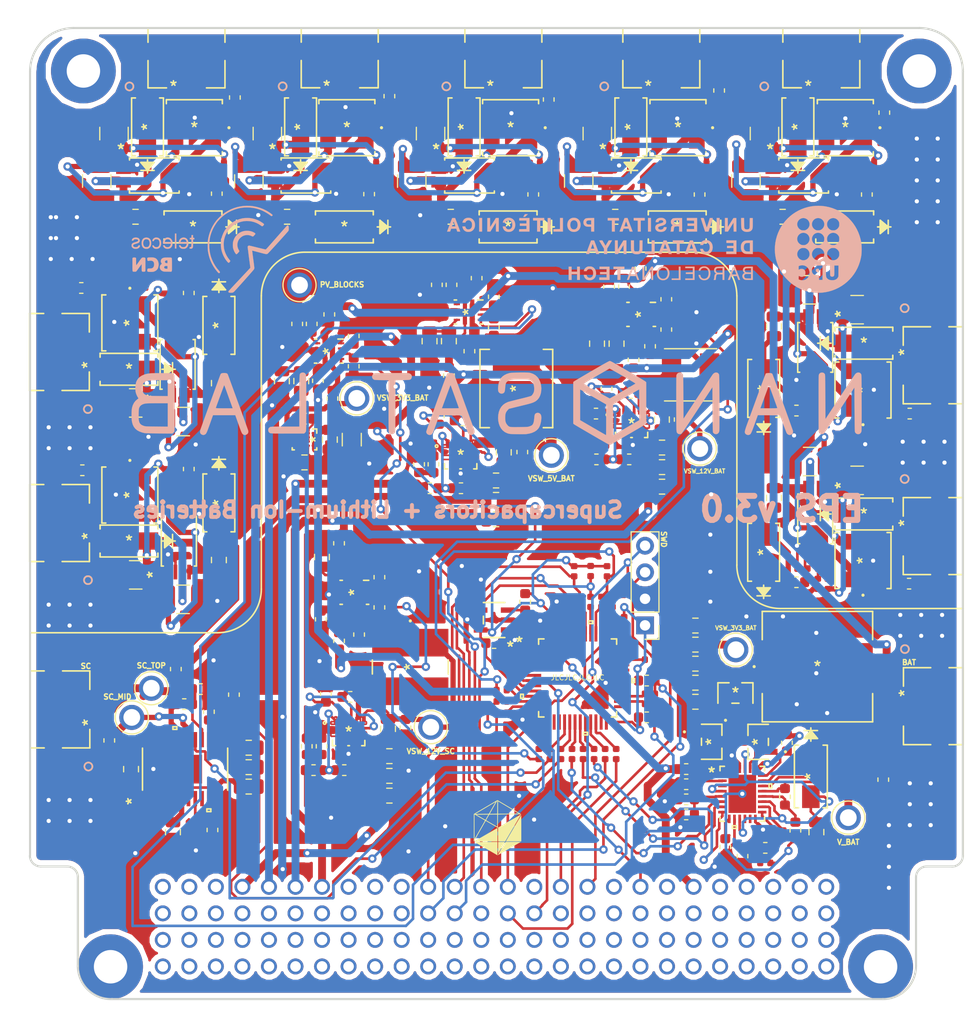
<source format=kicad_pcb>
(kicad_pcb (version 20171130) (host pcbnew "(5.0.1-3-g963ef8bb5)")
  (layers (0 F.Cu signal) (31 B.Cu signal) (34 B.Paste user) (35 F.Paste user) (36 B.SilkS user) (37 F.SilkS user) (38 B.Mask user) (39 F.Mask user) (44 Edge.Cuts user))
  (net 0 "")
  (net 1 VDD)
  (net 2 "Net-(C301-Pad2)")
  (net 3 "Net-(C302-Pad2)")
  (net 4 "Net-(C303-Pad1)")
  (net 5 "Net-(C304-Pad1)")
  (net 6 "Net-(C307-Pad2)")
  (net 7 "Net-(C308-Pad2)")
  (net 8 "Net-(C308-Pad1)")
  (net 9 "Net-(C309-Pad1)")
  (net 10 "Net-(C309-Pad2)")
  (net 11 "Net-(C310-Pad1)")
  (net 12 "Net-(C311-Pad1)")
  (net 13 "Net-(C312-Pad1)")
  (net 14 "Net-(C314-Pad2)")
  (net 15 "Net-(C315-Pad1)")
  (net 16 "Net-(C316-Pad1)")
  (net 17 "Net-(C317-Pad1)")
  (net 18 "Net-(C317-Pad2)")
  (net 19 "Net-(C318-Pad1)")
  (net 20 "Net-(C319-Pad1)")
  (net 21 "Net-(C320-Pad1)")
  (net 22 /5V_BAT)
  (net 23 /12V_SC)
  (net 24 "/EPS - Converters/VSW_3V3_BAT")
  (net 25 "Net-(C328-Pad1)")
  (net 26 "Net-(C329-Pad1)")
  (net 27 /12V_BAT)
  (net 28 "Net-(C401-Pad1)")
  (net 29 "Net-(C402-Pad1)")
  (net 30 "Net-(C405-Pad1)")
  (net 31 "Net-(C501-Pad2)")
  (net 32 "Net-(C502-Pad1)")
  (net 33 "Net-(C504-Pad2)")
  (net 34 "Net-(C504-Pad1)")
  (net 35 "Net-(C507-Pad2)")
  (net 36 "Net-(C507-Pad1)")
  (net 37 "/EPS - Batteries/INTVCC")
  (net 38 "Net-(C601-Pad1)")
  (net 39 "Net-(C602-Pad1)")
  (net 40 "Net-(C603-Pad1)")
  (net 41 "Net-(C604-Pad2)")
  (net 42 "Net-(C604-Pad1)")
  (net 43 "Net-(C605-Pad1)")
  (net 44 "Net-(C605-Pad2)")
  (net 45 "Net-(C606-Pad1)")
  (net 46 "Net-(C606-Pad2)")
  (net 47 "Net-(C607-Pad1)")
  (net 48 "Net-(C608-Pad1)")
  (net 49 "Net-(C609-Pad1)")
  (net 50 "Net-(C610-Pad1)")
  (net 51 "Net-(C611-Pad1)")
  (net 52 "Net-(C612-Pad1)")
  (net 53 "Net-(C613-Pad1)")
  (net 54 "Net-(C613-Pad2)")
  (net 55 "Net-(C614-Pad2)")
  (net 56 "Net-(C614-Pad1)")
  (net 57 "Net-(C615-Pad1)")
  (net 58 "Net-(C615-Pad2)")
  (net 59 "Net-(C616-Pad1)")
  (net 60 "Net-(C617-Pad1)")
  (net 61 "Net-(C618-Pad1)")
  (net 62 "Net-(C619-Pad1)")
  (net 63 "Net-(C620-Pad1)")
  (net 64 "Net-(C621-Pad1)")
  (net 65 "Net-(C622-Pad2)")
  (net 66 "Net-(C622-Pad1)")
  (net 67 "Net-(C623-Pad1)")
  (net 68 "Net-(C623-Pad2)")
  (net 69 "Net-(C624-Pad2)")
  (net 70 "Net-(C624-Pad1)")
  (net 71 "Net-(C625-Pad1)")
  (net 72 "Net-(C626-Pad1)")
  (net 73 "Net-(C627-Pad1)")
  (net 74 "Net-(D601-Pad2)")
  (net 75 "Net-(D602-Pad2)")
  (net 76 "Net-(D603-Pad2)")
  (net 77 "Net-(D604-Pad2)")
  (net 78 "Net-(D605-Pad2)")
  (net 79 "Net-(D606-Pad2)")
  (net 80 "Net-(D607-Pad2)")
  (net 81 "Net-(D608-Pad2)")
  (net 82 "Net-(D609-Pad2)")
  (net 83 "Net-(D610-Pad2)")
  (net 84 "Net-(D611-Pad2)")
  (net 85 "Net-(D612-Pad2)")
  (net 86 "Net-(D613-Pad2)")
  (net 87 "Net-(D614-Pad2)")
  (net 88 "Net-(D615-Pad2)")
  (net 89 "Net-(D616-Pad2)")
  (net 90 "Net-(D617-Pad2)")
  (net 91 "Net-(D618-Pad2)")
  (net 92 "/EPS – MPPT/PV_Array_X_1")
  (net 93 "/EPS – MPPT/PV_Array_Y_1")
  (net 94 "/EPS – MPPT/PV_Array_Z_1")
  (net 95 "/EPS – MPPT/PV_Array_X_2")
  (net 96 "/EPS – MPPT/PV_Array_Y_2")
  (net 97 "/EPS – MPPT/PV_Array_Z_2")
  (net 98 "/EPS – MPPT/PV_Array_X_3")
  (net 99 "/EPS – MPPT/PV_Array_Y_3")
  (net 100 "/EPS – MPPT/PV_Array_Z_3")
  (net 101 "Net-(J110-PadP$2)")
  (net 102 "Net-(J110-PadP$4)")
  (net 103 "Net-(J110-PadP$6)")
  (net 104 "Net-(J110-PadP$8)")
  (net 105 "Net-(J110-PadP$9)")
  (net 106 "Net-(J110-PadP$10)")
  (net 107 /PV_BLOCKS)
  (net 108 "Net-(J110-PadP$12)")
  (net 109 "Net-(J110-PadP$13)")
  (net 110 "Net-(J110-PadP$14)")
  (net 111 "Net-(J110-PadP$16)")
  (net 112 "Net-(J110-PadP$17)")
  (net 113 "Net-(J110-PadP$18)")
  (net 114 "Net-(J110-PadP$20)")
  (net 115 "Net-(J110-PadP$22)")
  (net 116 /NRST_MCU)
  (net 117 /SWDIO)
  (net 118 "Net-(J110-PadP$28)")
  (net 119 /SWCLK)
  (net 120 /SPI1_NSS)
  (net 121 "Net-(J110-PadP$34)")
  (net 122 /SPI1_SCK)
  (net 123 "Net-(J110-PadP$36)")
  (net 124 /SPI1_MISO)
  (net 125 "Net-(J110-PadP$38)")
  (net 126 /SPI1_MOSI)
  (net 127 "Net-(J110-PadP$40)")
  (net 128 "Net-(J110-PadP$42)")
  (net 129 /LPUART1_RX)
  (net 130 "Net-(J110-PadP$44)")
  (net 131 /LPUART1_TX)
  (net 132 "Net-(J110-PadP$46)")
  (net 133 "Net-(J110-PadP$47)")
  (net 134 "Net-(J110-PadP$48)")
  (net 135 /I2C2_SCL)
  (net 136 "Net-(J110-PadP$50)")
  (net 137 /I2C2_SDA)
  (net 138 "Net-(J110-PadP$52)")
  (net 139 "Net-(J110-PadP$53)")
  (net 140 "Net-(J110-PadP$54)")
  (net 141 "Net-(J110-PadP$55)")
  (net 142 "Net-(J110-PadP$56)")
  (net 143 "Net-(J110-PadP$57)")
  (net 144 "Net-(J110-PadP$58)")
  (net 145 "Net-(J110-PadP$59)")
  (net 146 "Net-(J110-PadP$60)")
  (net 147 "Net-(J110-PadP$61)")
  (net 148 "Net-(J110-PadP$62)")
  (net 149 "Net-(J110-PadP$63)")
  (net 150 "Net-(J110-PadP$64)")
  (net 151 "Net-(J110-PadP$65)")
  (net 152 "Net-(J110-PadP$66)")
  (net 153 "Net-(J110-PadP$67)")
  (net 154 "Net-(J110-PadP$68)")
  (net 155 "Net-(J110-PadP$69)")
  (net 156 "Net-(J110-PadP$70)")
  (net 157 "Net-(J110-PadP$71)")
  (net 158 "Net-(J110-PadP$72)")
  (net 159 "Net-(J110-PadP$73)")
  (net 160 "Net-(J110-PadP$74)")
  (net 161 "Net-(J110-PadP$75)")
  (net 162 "Net-(J110-PadP$76)")
  (net 163 "Net-(J110-PadP$77)")
  (net 164 "Net-(J110-PadP$78)")
  (net 165 "Net-(J110-PadP$79)")
  (net 166 "Net-(J110-PadP$80)")
  (net 167 "Net-(J110-PadP$81)")
  (net 168 "Net-(J110-PadP$82)")
  (net 169 "Net-(J110-PadP$83)")
  (net 170 "Net-(J110-PadP$84)")
  (net 171 "Net-(J110-PadP$85)")
  (net 172 "Net-(J110-PadP$86)")
  (net 173 "Net-(J110-PadP$87)")
  (net 174 "Net-(J110-PadP$88)")
  (net 175 "Net-(J110-PadP$89)")
  (net 176 "Net-(J110-PadP$90)")
  (net 177 "Net-(J110-PadP$91)")
  (net 178 "Net-(J110-PadP$92)")
  (net 179 "Net-(J110-PadP$93)")
  (net 180 "Net-(J110-PadP$94)")
  (net 181 "Net-(J110-PadP$95)")
  (net 182 "Net-(J110-PadP$96)")
  (net 183 "Net-(J110-PadP$97)")
  (net 184 "Net-(J110-PadP$98)")
  (net 185 "Net-(J110-PadP$99)")
  (net 186 "Net-(J110-PadP$100)")
  (net 187 "Net-(J110-PadP$101)")
  (net 188 "Net-(J110-PadP$102)")
  (net 189 "Net-(J110-PadP$103)")
  (net 190 "Net-(J110-PadP$104)")
  (net 191 "/EPS - Batteries/V_BAT")
  (net 192 /SC_TOP)
  (net 193 /SC_MID)
  (net 194 "Net-(L304-Pad1)")
  (net 195 "Net-(L304-Pad2)")
  (net 196 "Net-(L401-Pad1)")
  (net 197 "Net-(L401-Pad2)")
  (net 198 "Net-(Q501-Pad1)")
  (net 199 "Net-(Q502-Pad1)")
  (net 200 "Net-(Q503-Pad1)")
  (net 201 "Net-(R206-Pad1)")
  (net 202 "Net-(R207-Pad1)")
  (net 203 "/EPS - Converters/SW_5V_BAT_uC")
  (net 204 "/EPS - Converters/SW_12V_SC_uC")
  (net 205 "Net-(R208-Pad1)")
  (net 206 "/EPS - MCU/*PFO_SC")
  (net 207 "Net-(R209-Pad1)")
  (net 208 "/EPS - Batteries/BAT_CHG_STAT1")
  (net 209 "Net-(R210-Pad1)")
  (net 210 "Net-(R212-Pad1)")
  (net 211 "/EPS - Converters/SW_12V_BAT_uC")
  (net 212 "/EPS - Converters/SW_3V3_BAT_uC")
  (net 213 "Net-(R213-Pad1)")
  (net 214 "Net-(R214-Pad1)")
  (net 215 "/EPS - MCU/PGOOD_SC")
  (net 216 "Net-(R215-Pad1)")
  (net 217 "Net-(R216-Pad1)")
  (net 218 "/EPS - Batteries/BAT_CHG_ISMON")
  (net 219 "Net-(R217-Pad1)")
  (net 220 "Net-(R218-Pad1)")
  (net 221 "/EPS - Batteries/BAT_CHG_STAT0")
  (net 222 "Net-(R219-Pad1)")
  (net 223 "Net-(R220-Pad1)")
  (net 224 "/EPS - MCU/WDI")
  (net 225 "Net-(R221-Pad1)")
  (net 226 "Net-(R222-Pad1)")
  (net 227 "Net-(R223-Pad1)")
  (net 228 "Net-(R224-Pad1)")
  (net 229 "Net-(R225-Pad1)")
  (net 230 "Net-(R226-Pad1)")
  (net 231 "Net-(R227-Pad1)")
  (net 232 "Net-(R301-Pad1)")
  (net 233 "Net-(R302-Pad1)")
  (net 234 "Net-(R303-Pad1)")
  (net 235 "Net-(R304-Pad1)")
  (net 236 "Net-(R305-Pad2)")
  (net 237 "Net-(R307-Pad2)")
  (net 238 "Net-(R309-Pad2)")
  (net 239 "Net-(R311-Pad2)")
  (net 240 "Net-(R313-Pad1)")
  (net 241 "Net-(R314-Pad1)")
  (net 242 "Net-(R315-Pad1)")
  (net 243 "Net-(R316-Pad1)")
  (net 244 "Net-(R317-Pad2)")
  (net 245 "Net-(R319-Pad2)")
  (net 246 "/EPS - Converters/VSW_12V_SC")
  (net 247 "/EPS - Converters/VSW_5V_BAT")
  (net 248 "Net-(R323-Pad1)")
  (net 249 "Net-(R324-Pad1)")
  (net 250 "Net-(R325-Pad1)")
  (net 251 "Net-(R326-Pad2)")
  (net 252 "Net-(R328-Pad2)")
  (net 253 "/EPS - Converters/VSW_12V_BAT")
  (net 254 "Net-(R331-Pad1)")
  (net 255 "Net-(R334-Pad2)")
  (net 256 "Net-(R336-Pad2)")
  (net 257 "Net-(R340-Pad2)")
  (net 258 "Net-(R403-Pad1)")
  (net 259 "Net-(R405-Pad2)")
  (net 260 "Net-(R502-Pad2)")
  (net 261 "Net-(R504-Pad1)")
  (net 262 "Net-(R505-Pad1)")
  (net 263 "Net-(R506-Pad2)")
  (net 264 "Net-(R507-Pad2)")
  (net 265 "Net-(R507-Pad1)")
  (net 266 "Net-(L501-Pad2)")
  (net 267 "Net-(R613-Pad2)")
  (net 268 "Net-(R615-Pad2)")
  (net 269 "Net-(R617-Pad2)")
  (net 270 "Net-(R631-Pad2)")
  (net 271 "Net-(R633-Pad2)")
  (net 272 "Net-(R635-Pad2)")
  (net 273 "Net-(R649-Pad2)")
  (net 274 "Net-(R651-Pad2)")
  (net 275 "Net-(R653-Pad2)")
  (net 276 "Net-(U201-Pad1)")
  (net 277 "Net-(U201-Pad2)")
  (net 278 "Net-(U201-Pad3)")
  (net 279 "Net-(U201-Pad4)")
  (net 280 "Net-(U201-Pad5)")
  (net 281 "Net-(U201-Pad6)")
  (net 282 "Net-(U201-Pad14)")
  (net 283 "Net-(U201-Pad15)")
  (net 284 "Net-(U201-Pad25)")
  (net 285 "Net-(U201-Pad28)")
  (net 286 "Net-(U201-Pad29)")
  (net 287 "Net-(U201-Pad30)")
  (net 288 "Net-(U201-Pad31)")
  (net 289 "Net-(U201-Pad32)")
  (net 290 "Net-(U201-Pad33)")
  (net 291 "Net-(U201-Pad36)")
  (net 292 "Net-(U201-Pad42)")
  (net 293 "Net-(U201-Pad44)")
  (net 294 "Net-(U201-Pad45)")
  (net 295 "Net-(U201-Pad46)")
  (net 296 "Net-(U401-Pad9)")
  (net 297 "Net-(U401-Pad10)")
  (net 298 "Net-(U401-Pad22)")
  (net 299 "Net-(U501-Pad3)")
  (net 300 "Net-(U501-Pad12)")
  (net 301 "Net-(U501-Pad13)")
  (net 302 "Net-(J110-PadP$51)")
  (net 303 "Net-(J110-PadP$49)")
  (net 304 "Net-(J110-PadP$37)")
  (net 305 "Net-(J110-PadP$35)")
  (net 306 "Net-(J110-PadP$33)")
  (net 307 "Net-(J110-PadP$23)")
  (net 308 "Net-(J110-PadP$7)")
  (net 309 "Net-(J110-PadP$5)")
  (net 310 "Net-(J110-PadP$3)")
  (net 311 "Net-(J110-PadP$1)")
  (net 312 GND)
  (module EPS_v3_Library:TPS630242YFFR (layer F.Cu) (at 125.404775 86.763642 270)
    (fp_text reference U308 hide)
    (fp_text value YFF0020AJAF hide)
    (fp_text user * (at 0 -1.11 270) (layer F.SilkS))
    (pad E4 smd circle (at 0.600001 0.799998 270) (size 0.25 0.25) (layers F.Cu F.Paste F.Mask) (net 24 "/EPS - Converters/VSW_3V3_BAT"))
    (pad E3 smd circle (at 0.200002 0.799998 270) (size 0.25 0.25) (layers F.Cu F.Paste F.Mask) (net 24 "/EPS - Converters/VSW_3V3_BAT"))
    (pad E2 smd circle (at -0.199997 0.799998 270) (size 0.25 0.25) (layers F.Cu F.Paste F.Mask) (net 24 "/EPS - Converters/VSW_3V3_BAT"))
    (pad E1 smd circle (at -0.599999 0.799998 270) (size 0.25 0.25) (layers F.Cu F.Paste F.Mask) (net 24 "/EPS - Converters/VSW_3V3_BAT"))
    (pad D4 smd circle (at 0.600001 0.399999 270) (size 0.25 0.25) (layers F.Cu F.Paste F.Mask) (net 24 "/EPS - Converters/VSW_3V3_BAT"))
    (pad D3 smd circle (at 0.200002 0.399999 270) (size 0.25 0.25) (layers F.Cu F.Paste F.Mask) (net 194 "Net-(L304-Pad1)"))
    (pad D2 smd circle (at -0.199997 0.399999 270) (size 0.25 0.25) (layers F.Cu F.Paste F.Mask) (net 194 "Net-(L304-Pad1)"))
    (pad D1 smd circle (at -0.599999 0.399999 270) (size 0.25 0.25) (layers F.Cu F.Paste F.Mask) (net 194 "Net-(L304-Pad1)"))
    (pad C4 smd circle (at 0.600001 0 270) (size 0.25 0.25) (layers F.Cu F.Paste F.Mask) (net 312 GND))
    (pad C3 smd circle (at 0.200002 0 270) (size 0.25 0.25) (layers F.Cu F.Paste F.Mask) (net 312 GND))
    (pad C2 smd circle (at -0.199997 0 270) (size 0.25 0.25) (layers F.Cu F.Paste F.Mask) (net 312 GND))
    (pad C1 smd circle (at -0.599999 0 270) (size 0.25 0.25) (layers F.Cu F.Paste F.Mask) (net 312 GND))
    (pad B4 smd circle (at 0.600001 -0.399999 270) (size 0.25 0.25) (layers F.Cu F.Paste F.Mask) (net 312 GND))
    (pad B3 smd circle (at 0.200002 -0.399999 270) (size 0.25 0.25) (layers F.Cu F.Paste F.Mask) (net 195 "Net-(L304-Pad2)"))
    (pad B2 smd circle (at -0.199997 -0.399999 270) (size 0.25 0.25) (layers F.Cu F.Paste F.Mask) (net 195 "Net-(L304-Pad2)"))
    (pad B1 smd circle (at -0.599999 -0.399999 270) (size 0.25 0.25) (layers F.Cu F.Paste F.Mask) (net 195 "Net-(L304-Pad2)"))
    (pad A4 smd circle (at 0.600001 -0.800001 270) (size 0.25 0.25) (layers F.Cu F.Paste F.Mask) (net 1 VDD))
    (pad A3 smd circle (at 0.200002 -0.800001 270) (size 0.25 0.25) (layers F.Cu F.Paste F.Mask) (net 1 VDD))
    (pad A2 smd circle (at -0.199997 -0.800001 270) (size 0.25 0.25) (layers F.Cu F.Paste F.Mask) (net 1 VDD))
    (pad A1 smd circle (at -0.599999 -0.800001 270) (size 0.25 0.25) (layers F.Cu F.Paste F.Mask) (net 1 VDD))
  )
  (module Resistor_SMD:R_0603_1608Metric (layer F.Cu) (at 147.300775 63.326142 90)
    (fp_text reference R633 hide)
    (fp_text value "2 MΩ")
    (pad 2 smd roundrect (at 0.7875 0 90) (size 0.875 0.95) (layers F.Cu F.Paste F.Mask) (net 271 "Net-(R633-Pad2)"))
    (pad 1 smd roundrect (at -0.7875 0 90) (size 0.875 0.95) (layers F.Cu F.Paste F.Mask) (net 84 "Net-(D611-Pad2)"))
  )
  (module Capacitor_SMD:C_0805_2012Metric (layer F.Cu) (at 133.4 114.45 270)
    (fp_text reference C304 hide)
    (fp_text value "10 uF")
    (pad 2 smd roundrect (at 0.9375 0 270) (size 0.975 1.4) (layers F.Cu F.Paste F.Mask) (net 312 GND))
    (pad 1 smd roundrect (at -0.9375 0 270) (size 0.975 1.4) (layers F.Cu F.Paste F.Mask) (net 5 "Net-(C304-Pad1)"))
  )
  (module EPS_v3_Library:Logo_CubeCat (layer F.Cu) (at 143.88 123.91)
    (fp_text reference G*** hide)
    (fp_text value LOGO hide)
  )
  (module EPS_v3_Library:Logo_UPC (layer B.Cu) (at 158.944063 68.572388 180)
    (fp_text reference G*** hide)
    (fp_text value LOGO hide)
  )
  (module EPS_v3_Library:Logo_Telecos (layer B.Cu) (at 116.005489 68.57 180)
    (fp_text reference G*** hide)
    (fp_text value LOGO hide)
  )
  (module EPS_v3_Library:NanoSat_Lab_Logo_Bold_Big (layer B.Cu) (at 143.66 83.43 180)
    (fp_text reference G*** hide)
    (fp_text value LOGO hide)
  )
  (module EPS_v3_Library:DO-214BA-2 (layer F.Cu) (at 173.868273 119.009493 270)
    (fp_text reference D501 hide)
    (fp_text value 1A hide)
    (fp_text user * (at 0 0 270) (layer F.SilkS))
    (pad 1 smd rect (at -1.9332 0) (size 1.6764 2.173999) (layers F.Cu F.Paste F.Mask) (net 35 "Net-(C507-Pad2)"))
    (pad 2 smd rect (at 1.9332 0) (size 1.6764 2.173999) (layers F.Cu F.Paste F.Mask) (net 37 "/EPS - Batteries/INTVCC"))
  )
  (module EPS_v3_Library:MCP1320T-29LE&slash_OT (layer F.Cu) (at 143.554775 104.043641 180)
    (fp_text reference U202 hide)
    (fp_text value MCP1320T-29LE_OT hide)
    (fp_text user * (at -1.5494 -2.601 180) (layer F.SilkS))
    (fp_text user * (at -1.5494 -2.601 180) (layer F.SilkS))
    (pad 5 smd rect (at 1.2954 -0.950001 180) (size 1.309599 0.508) (layers F.Cu F.Paste F.Mask) (net 1 VDD))
    (pad 4 smd rect (at 1.2954 0.950001 180) (size 1.309599 0.508) (layers F.Cu F.Paste F.Mask) (net 224 "/EPS - MCU/WDI"))
    (pad 3 smd rect (at -1.2954 0.950001 180) (size 1.309599 0.508) (layers F.Cu F.Paste F.Mask) (net 231 "Net-(R227-Pad1)"))
    (pad 2 smd rect (at -1.2954 0 180) (size 1.309599 0.508) (layers F.Cu F.Paste F.Mask) (net 312 GND))
    (pad 1 smd rect (at -1.2954 -0.950001 180) (size 1.309599 0.508) (layers F.Cu F.Paste F.Mask) (net 230 "Net-(R226-Pad1)"))
  )
  (module "EPS_v3_Library:DMN1019USN-7(TSOT-26-6)" (layer F.Cu) (at 166.650775 111.023642)
    (fp_text reference Q503 hide)
    (fp_text value B_NMOS hide)
    (fp_text user * (at 0 0) (layer F.SilkS))
    (pad 3 smd rect (at 0 -1.2192) (size 0.568 1.258799) (layers F.Cu F.Paste F.Mask) (net 312 GND))
    (pad 2 smd rect (at 0.950001 1.2192) (size 0.568 1.258799) (layers F.Cu F.Paste F.Mask) (net 36 "Net-(C507-Pad1)"))
    (pad 1 smd rect (at -0.950001 1.2192) (size 0.568 1.258799) (layers F.Cu F.Paste F.Mask) (net 200 "Net-(Q503-Pad1)"))
  )
  (module "EPS_v3_Library:DMN1019USN-7(TSOT-26-6)" (layer F.Cu) (at 168.828273 115.699493 90)
    (fp_text reference Q502 hide)
    (fp_text value T_NMOS hide)
    (fp_text user * (at 0 0 90) (layer F.SilkS))
    (pad 3 smd rect (at 0 -1.2192 90) (size 0.568 1.258799) (layers F.Cu F.Paste F.Mask) (net 32 "Net-(C502-Pad1)"))
    (pad 2 smd rect (at 0.950001 1.2192 90) (size 0.568 1.258799) (layers F.Cu F.Paste F.Mask) (net 36 "Net-(C507-Pad1)"))
    (pad 1 smd rect (at -0.950001 1.2192 90) (size 0.568 1.258799) (layers F.Cu F.Paste F.Mask) (net 199 "Net-(Q502-Pad1)"))
  )
  (module "EPS_v3_Library:DMN1019USN-7(TSOT-26-6)" (layer F.Cu) (at 164.378273 115.689493 270)
    (fp_text reference Q501 hide)
    (fp_text value INFET hide)
    (fp_text user * (at 0 0 270) (layer F.SilkS))
    (pad 3 smd rect (at 0 -1.2192 270) (size 0.568 1.258799) (layers F.Cu F.Paste F.Mask) (net 32 "Net-(C502-Pad1)"))
    (pad 2 smd rect (at 0.950001 1.2192 270) (size 0.568 1.258799) (layers F.Cu F.Paste F.Mask) (net 31 "Net-(C501-Pad2)"))
    (pad 1 smd rect (at -0.950001 1.2192 270) (size 0.568 1.258799) (layers F.Cu F.Paste F.Mask) (net 198 "Net-(Q501-Pad1)"))
  )
  (module EPS_v3_Library:MOLEX_502382-0370 (layer F.Cu) (at 104.680775 96.013642 90)
    (fp_text reference J101 hide)
    (fp_text value 502382-0370 hide)
    (fp_text user * (at 0 0 90) (layer F.SilkS))
    (pad 1 smd rect (at 0 0 90) (size 0.6604 1.7018) (layers F.Cu F.Paste F.Mask) (net 92 "/EPS – MPPT/PV_Array_X_1"))
    (pad 2 smd rect (at 1.25 0 90) (size 0.6604 1.7018) (layers F.Cu F.Paste F.Mask) (net 92 "/EPS – MPPT/PV_Array_X_1"))
    (pad 3 smd rect (at 2.5 0 90) (size 0.6604 1.7018) (layers F.Cu F.Paste F.Mask) (net 312 GND))
    (pad 4 smd rect (at -1.849999 -3.350006 90) (size 2.8956 1.0922) (layers F.Cu F.Paste F.Mask))
    (pad 5 smd rect (at 4.349999 -3.350006 90) (size 2.8956 1.0922) (layers F.Cu F.Paste F.Mask))
  )
  (module EPS_v3_Library:MOLEX_502382-0370 (layer F.Cu) (at 104.670775 79.648642 90)
    (fp_text reference J102 hide)
    (fp_text value 502382-0370 hide)
    (fp_text user * (at 0 0 90) (layer F.SilkS))
    (pad 1 smd rect (at 0 0 90) (size 0.6604 1.7018) (layers F.Cu F.Paste F.Mask) (net 93 "/EPS – MPPT/PV_Array_Y_1"))
    (pad 2 smd rect (at 1.25 0 90) (size 0.6604 1.7018) (layers F.Cu F.Paste F.Mask) (net 93 "/EPS – MPPT/PV_Array_Y_1"))
    (pad 3 smd rect (at 2.5 0 90) (size 0.6604 1.7018) (layers F.Cu F.Paste F.Mask) (net 312 GND))
    (pad 4 smd rect (at -1.849999 -3.350006 90) (size 2.8956 1.0922) (layers F.Cu F.Paste F.Mask))
    (pad 5 smd rect (at 4.349999 -3.350006 90) (size 2.8956 1.0922) (layers F.Cu F.Paste F.Mask))
  )
  (module EPS_v3_Library:MOLEX_502382-0370 (layer F.Cu) (at 112.860775 52.993642)
    (fp_text reference J103 hide)
    (fp_text value 502382-0370 hide)
    (fp_text user * (at 0 0) (layer F.SilkS))
    (pad 1 smd rect (at 0 0) (size 0.6604 1.7018) (layers F.Cu F.Paste F.Mask) (net 94 "/EPS – MPPT/PV_Array_Z_1"))
    (pad 2 smd rect (at 1.25 0) (size 0.6604 1.7018) (layers F.Cu F.Paste F.Mask) (net 94 "/EPS – MPPT/PV_Array_Z_1"))
    (pad 3 smd rect (at 2.5 0) (size 0.6604 1.7018) (layers F.Cu F.Paste F.Mask) (net 312 GND))
    (pad 4 smd rect (at -1.849999 -3.350006) (size 2.8956 1.0922) (layers F.Cu F.Paste F.Mask))
    (pad 5 smd rect (at 4.349999 -3.350006) (size 2.8956 1.0922) (layers F.Cu F.Paste F.Mask))
  )
  (module EPS_v3_Library:MOLEX_502382-0370 (layer F.Cu) (at 127.525775 52.983642)
    (fp_text reference J104 hide)
    (fp_text value 502382-0370 hide)
    (fp_text user * (at 0 0) (layer F.SilkS))
    (pad 1 smd rect (at 0 0) (size 0.6604 1.7018) (layers F.Cu F.Paste F.Mask) (net 95 "/EPS – MPPT/PV_Array_X_2"))
    (pad 2 smd rect (at 1.25 0) (size 0.6604 1.7018) (layers F.Cu F.Paste F.Mask) (net 95 "/EPS – MPPT/PV_Array_X_2"))
    (pad 3 smd rect (at 2.5 0) (size 0.6604 1.7018) (layers F.Cu F.Paste F.Mask) (net 312 GND))
    (pad 4 smd rect (at -1.849999 -3.350006) (size 2.8956 1.0922) (layers F.Cu F.Paste F.Mask))
    (pad 5 smd rect (at 4.349999 -3.350006) (size 2.8956 1.0922) (layers F.Cu F.Paste F.Mask))
  )
  (module EPS_v3_Library:MOLEX_502382-0370 (layer F.Cu) (at 143.190775 52.983642)
    (fp_text reference J105 hide)
    (fp_text value 502382-0370 hide)
    (fp_text user * (at 0 0) (layer F.SilkS))
    (pad 1 smd rect (at 0 0) (size 0.6604 1.7018) (layers F.Cu F.Paste F.Mask) (net 96 "/EPS – MPPT/PV_Array_Y_2"))
    (pad 2 smd rect (at 1.25 0) (size 0.6604 1.7018) (layers F.Cu F.Paste F.Mask) (net 96 "/EPS – MPPT/PV_Array_Y_2"))
    (pad 3 smd rect (at 2.5 0) (size 0.6604 1.7018) (layers F.Cu F.Paste F.Mask) (net 312 GND))
    (pad 4 smd rect (at -1.849999 -3.350006) (size 2.8956 1.0922) (layers F.Cu F.Paste F.Mask))
    (pad 5 smd rect (at 4.349999 -3.350006) (size 2.8956 1.0922) (layers F.Cu F.Paste F.Mask))
  )
  (module EPS_v3_Library:MOLEX_502382-0370 (layer F.Cu) (at 158.307025 52.983642)
    (fp_text reference J106 hide)
    (fp_text value 502382-0370 hide)
    (fp_text user * (at 0 0) (layer F.SilkS))
    (pad 1 smd rect (at 0 0) (size 0.6604 1.7018) (layers F.Cu F.Paste F.Mask) (net 97 "/EPS – MPPT/PV_Array_Z_2"))
    (pad 2 smd rect (at 1.25 0) (size 0.6604 1.7018) (layers F.Cu F.Paste F.Mask) (net 97 "/EPS – MPPT/PV_Array_Z_2"))
    (pad 3 smd rect (at 2.5 0) (size 0.6604 1.7018) (layers F.Cu F.Paste F.Mask) (net 312 GND))
    (pad 4 smd rect (at -1.849999 -3.350006) (size 2.8956 1.0922) (layers F.Cu F.Paste F.Mask))
    (pad 5 smd rect (at 4.349999 -3.350006) (size 2.8956 1.0922) (layers F.Cu F.Paste F.Mask))
  )
  (module EPS_v3_Library:MOLEX_502382-0370 (layer F.Cu) (at 173.621675 52.983642)
    (fp_text reference J107 hide)
    (fp_text value 502382-0370 hide)
    (fp_text user * (at 0 0) (layer F.SilkS))
    (pad 1 smd rect (at 0 0) (size 0.6604 1.7018) (layers F.Cu F.Paste F.Mask) (net 98 "/EPS – MPPT/PV_Array_X_3"))
    (pad 2 smd rect (at 1.25 0) (size 0.6604 1.7018) (layers F.Cu F.Paste F.Mask) (net 98 "/EPS – MPPT/PV_Array_X_3"))
    (pad 3 smd rect (at 2.5 0) (size 0.6604 1.7018) (layers F.Cu F.Paste F.Mask) (net 312 GND))
    (pad 4 smd rect (at -1.849999 -3.350006) (size 2.8956 1.0922) (layers F.Cu F.Paste F.Mask))
    (pad 5 smd rect (at 4.349999 -3.350006) (size 2.8956 1.0922) (layers F.Cu F.Paste F.Mask))
  )
  (module EPS_v3_Library:MOLEX_502382-0370 (layer F.Cu) (at 182.850151 78.419497 270)
    (fp_text reference J108 hide)
    (fp_text value 502382-0370 hide)
    (fp_text user * (at 0 0 270) (layer F.SilkS))
    (pad 1 smd rect (at 0 0 270) (size 0.6604 1.7018) (layers F.Cu F.Paste F.Mask) (net 99 "/EPS – MPPT/PV_Array_Y_3"))
    (pad 2 smd rect (at 1.25 0 270) (size 0.6604 1.7018) (layers F.Cu F.Paste F.Mask) (net 99 "/EPS – MPPT/PV_Array_Y_3"))
    (pad 3 smd rect (at 2.5 0 270) (size 0.6604 1.7018) (layers F.Cu F.Paste F.Mask) (net 312 GND))
    (pad 4 smd rect (at -1.849999 -3.350006 270) (size 2.8956 1.0922) (layers F.Cu F.Paste F.Mask))
    (pad 5 smd rect (at 4.349999 -3.350006 270) (size 2.8956 1.0922) (layers F.Cu F.Paste F.Mask))
  )
  (module EPS_v3_Library:MOLEX_502382-0370 (layer F.Cu) (at 182.850151 94.760747 270)
    (fp_text reference J109 hide)
    (fp_text value 502382-0370 hide)
    (fp_text user * (at 0 0 270) (layer F.SilkS))
    (pad 1 smd rect (at 0 0 270) (size 0.6604 1.7018) (layers F.Cu F.Paste F.Mask) (net 100 "/EPS – MPPT/PV_Array_Z_3"))
    (pad 2 smd rect (at 1.25 0 270) (size 0.6604 1.7018) (layers F.Cu F.Paste F.Mask) (net 100 "/EPS – MPPT/PV_Array_Z_3"))
    (pad 3 smd rect (at 2.5 0 270) (size 0.6604 1.7018) (layers F.Cu F.Paste F.Mask) (net 312 GND))
    (pad 4 smd rect (at -1.849999 -3.350006 270) (size 2.8956 1.0922) (layers F.Cu F.Paste F.Mask))
    (pad 5 smd rect (at 4.349999 -3.350006 270) (size 2.8956 1.0922) (layers F.Cu F.Paste F.Mask))
  )
  (module EPS_v3_Library:MOLEX_502382-0370 (layer F.Cu) (at 182.870775 111.033642 270)
    (fp_text reference J111 hide)
    (fp_text value 502382-0370 hide)
    (fp_text user * (at 0 0 270) (layer F.SilkS))
    (pad 1 smd rect (at 0 0 270) (size 0.6604 1.7018) (layers F.Cu F.Paste F.Mask) (net 312 GND))
    (pad 2 smd rect (at 1.25 0 270) (size 0.6604 1.7018) (layers F.Cu F.Paste F.Mask) (net 191 "/EPS - Batteries/V_BAT"))
    (pad 3 smd rect (at 2.5 0 270) (size 0.6604 1.7018) (layers F.Cu F.Paste F.Mask))
    (pad 4 smd rect (at -1.849999 -3.350006 270) (size 2.8956 1.0922) (layers F.Cu F.Paste F.Mask))
    (pad 5 smd rect (at 4.349999 -3.350006 270) (size 2.8956 1.0922) (layers F.Cu F.Paste F.Mask))
  )
  (module EPS_v3_Library:MOLEX_502382-0370 (layer F.Cu) (at 104.720775 113.845742 90)
    (fp_text reference J112 hide)
    (fp_text value 502382-0370 hide)
    (fp_text user * (at 0 0 90) (layer F.SilkS))
    (pad 1 smd rect (at 0 0 90) (size 0.6604 1.7018) (layers F.Cu F.Paste F.Mask) (net 192 /SC_TOP))
    (pad 2 smd rect (at 1.25 0 90) (size 0.6604 1.7018) (layers F.Cu F.Paste F.Mask) (net 193 /SC_MID))
    (pad 3 smd rect (at 2.5 0 90) (size 0.6604 1.7018) (layers F.Cu F.Paste F.Mask) (net 312 GND))
    (pad 4 smd rect (at -1.849999 -3.350006 90) (size 2.8956 1.0922) (layers F.Cu F.Paste F.Mask))
    (pad 5 smd rect (at 4.349999 -3.350006 90) (size 2.8956 1.0922) (layers F.Cu F.Paste F.Mask))
  )
  (module Capacitor_SMD:C_0402_1005Metric (layer F.Cu) (at 169.508273 127.279493 180)
    (fp_text reference C504 hide)
    (fp_text value "0.01 uF")
    (pad 2 smd roundrect (at 0.485 0 180) (size 0.59 0.64) (layers F.Cu F.Paste F.Mask) (net 33 "Net-(C504-Pad2)"))
    (pad 1 smd roundrect (at -0.485 0 180) (size 0.59 0.64) (layers F.Cu F.Paste F.Mask) (net 34 "Net-(C504-Pad1)"))
  )
  (module EPS_v3_Library:TPS2121RUXR (layer F.Cu) (at 157.654775 74.803642 270)
    (fp_text reference U303 hide)
    (fp_text value TPS2121RUXR hide)
    (fp_text user * (at 0 0 270) (layer F.SilkS))
    (pad 12 smd rect (at -0.750001 -1.149998) (size 0.599999 0.2) (layers F.Cu F.Paste F.Mask) (net 312 GND))
    (pad 11 smd rect (at -0.25 -1.149998) (size 0.599999 0.2) (layers F.Cu F.Paste F.Mask) (net 6 "Net-(C307-Pad2)"))
    (pad 10 smd rect (at 0.25 -1.149998) (size 0.599999 0.2) (layers F.Cu F.Paste F.Mask) (net 250 "Net-(R325-Pad1)"))
    (pad 9 smd rect (at 0.750001 -1.149998) (size 0.599999 0.2) (layers F.Cu F.Paste F.Mask) (net 211 "/EPS - Converters/SW_12V_BAT_uC"))
    (pad 8 smd rect (at 0.675 -0.324998 270) (size 1.05 0.399999) (layers F.Cu F.Paste F.Mask) (net 253 "/EPS - Converters/VSW_12V_BAT"))
    (pad 7 smd rect (at 0.675 0.375001 270) (size 1.05 0.399999) (layers F.Cu F.Paste F.Mask) (net 242 "Net-(R315-Pad1)"))
    (pad 6 smd rect (at 0.750001 1.15) (size 0.599999 0.2) (layers F.Cu F.Paste F.Mask) (net 244 "Net-(R317-Pad2)"))
    (pad 5 smd rect (at 0.25 1.15) (size 0.599999 0.2) (layers F.Cu F.Paste F.Mask) (net 312 GND))
    (pad 4 smd rect (at -0.25 1.15) (size 0.599999 0.2) (layers F.Cu F.Paste F.Mask) (net 312 GND))
    (pad 3 smd rect (at -0.750001 1.15) (size 0.599999 0.2) (layers F.Cu F.Paste F.Mask) (net 245 "Net-(R319-Pad2)"))
    (pad 2 smd rect (at -0.675 0.375001 270) (size 1.05 0.399999) (layers F.Cu F.Paste F.Mask) (net 243 "Net-(R316-Pad1)"))
    (pad 1 smd rect (at -0.675 -0.324998 270) (size 1.05 0.399999) (layers F.Cu F.Paste F.Mask) (net 253 "/EPS - Converters/VSW_12V_BAT"))
  )
  (module Resistor_SMD:R_0805_2012Metric (layer F.Cu) (at 153.404775 77.603642 90)
    (fp_text reference R318 hide)
    (fp_text value "15 kΩ")
    (pad 2 smd roundrect (at 0.9375 0 90) (size 0.975 1.4) (layers F.Cu F.Paste F.Mask) (net 244 "Net-(R317-Pad2)"))
    (pad 1 smd roundrect (at -0.9375 0 90) (size 0.975 1.4) (layers F.Cu F.Paste F.Mask) (net 312 GND))
  )
  (module Resistor_SMD:R_0805_2012Metric (layer F.Cu) (at 155.274775 77.603642 90)
    (fp_text reference R317 hide)
    (fp_text value "5.1 kΩ")
    (pad 2 smd roundrect (at 0.9375 0 90) (size 0.975 1.4) (layers F.Cu F.Paste F.Mask) (net 244 "Net-(R317-Pad2)"))
    (pad 1 smd roundrect (at -0.9375 0 90) (size 0.975 1.4) (layers F.Cu F.Paste F.Mask) (net 242 "Net-(R315-Pad1)"))
  )
  (module Capacitor_SMD:C_0402_1005Metric (layer F.Cu) (at 145.970775 60.783528 270)
    (fp_text reference C614 hide)
    (fp_text value "1 uF")
    (pad 1 smd roundrect (at -0.485 0 270) (size 0.59 0.64) (layers F.Cu F.Paste F.Mask) (net 56 "Net-(C614-Pad1)"))
    (pad 2 smd roundrect (at 0.485 0 270) (size 0.59 0.64) (layers F.Cu F.Paste F.Mask) (net 55 "Net-(C614-Pad2)"))
  )
  (module Resistor_SMD:R_0402_1005Metric (layer F.Cu) (at 147.450775 61.293528 180)
    (fp_text reference R625 hide)
    (fp_text value "1 kΩ")
    (pad 1 smd roundrect (at -0.485 0 180) (size 0.59 0.64) (layers F.Cu F.Paste F.Mask) (net 84 "Net-(D611-Pad2)"))
    (pad 2 smd roundrect (at 0.485 0 180) (size 0.59 0.64) (layers F.Cu F.Paste F.Mask) (net 55 "Net-(C614-Pad2)"))
  )
  (module Resistor_SMD:R_0402_1005Metric (layer F.Cu) (at 147.450775 60.323528 180)
    (fp_text reference R624 hide)
    (fp_text value "1 kΩ")
    (pad 1 smd roundrect (at -0.485 0 180) (size 0.59 0.64) (layers F.Cu F.Paste F.Mask) (net 60 "Net-(C617-Pad1)"))
    (pad 2 smd roundrect (at 0.485 0 180) (size 0.59 0.64) (layers F.Cu F.Paste F.Mask) (net 56 "Net-(C614-Pad1)"))
  )
  (module Resistor_SMD:R_0402_1005Metric (layer F.Cu) (at 145.970775 62.758528 270)
    (fp_text reference R634 hide)
    (fp_text value "680 kΩ")
    (pad 1 smd roundrect (at -0.485 0 270) (size 0.59 0.64) (layers F.Cu F.Paste F.Mask) (net 271 "Net-(R633-Pad2)"))
    (pad 2 smd roundrect (at 0.485 0 270) (size 0.59 0.64) (layers F.Cu F.Paste F.Mask) (net 312 GND))
  )
  (module EPS_v3_Library:PM628S-100 (layer F.Cu) (at 135.530775 108.533642 270)
    (fp_text reference L302 hide)
    (fp_text value "6 uH" hide)
    (fp_text user * (at 0 0 270) (layer F.SilkS))
    (pad 2 smd rect (at 2.3241 0 270) (size 2.6416 7.2898) (layers F.Cu F.Paste F.Mask) (net 9 "Net-(C309-Pad1)"))
    (pad 1 smd rect (at -2.3241 0 270) (size 2.6416 7.2898) (layers F.Cu F.Paste F.Mask) (net 5 "Net-(C304-Pad1)"))
  )
  (module Capacitor_SMD:C_0402_1005Metric (layer F.Cu) (at 112.530661 91.611736)
    (fp_text reference C604 hide)
    (fp_text value "1 uF")
    (pad 2 smd roundrect (at 0.485 0) (size 0.59 0.64) (layers F.Cu F.Paste F.Mask) (net 41 "Net-(C604-Pad2)"))
    (pad 1 smd roundrect (at -0.485 0) (size 0.59 0.64) (layers F.Cu F.Paste F.Mask) (net 42 "Net-(C604-Pad1)"))
  )
  (module EPS_v3_Library:DO-214AB-2 (layer F.Cu) (at 108.609675 96.483642 180)
    (fp_text reference D601 hide)
    (fp_text value "Vf=0.3V and If=3A" hide)
    (fp_text user * (at 0 0 180) (layer F.SilkS))
    (pad 2 smd rect (at 1.7046 0 270) (size 1.651 2.173999) (layers F.Cu F.Paste F.Mask) (net 74 "Net-(D601-Pad2)"))
    (pad 1 smd rect (at -1.7046 0 270) (size 1.651 2.173999) (layers F.Cu F.Paste F.Mask) (net 47 "Net-(C607-Pad1)"))
  )
  (module EPS_v3_Library:PC104 (layer F.Cu) (at 188.444775 47.413642 270)
    (fp_text reference J110 hide)
    (fp_text value PC104 hide)
    (pad P$104 thru_hole circle (at 89.7712 76.6 270) (size 1.524 1.524) (drill 1.016) (layers *.Cu *.Mask) (net 190 "Net-(J110-PadP$104)"))
    (pad P$103 thru_hole circle (at 87.2312 76.6 270) (size 1.524 1.524) (drill 1.016) (layers *.Cu *.Mask) (net 189 "Net-(J110-PadP$103)"))
    (pad P$102 thru_hole circle (at 89.7712 74.06 270) (size 1.524 1.524) (drill 1.016) (layers *.Cu *.Mask) (net 188 "Net-(J110-PadP$102)"))
    (pad P$101 thru_hole circle (at 87.2312 74.06 270) (size 1.524 1.524) (drill 1.016) (layers *.Cu *.Mask) (net 187 "Net-(J110-PadP$101)"))
    (pad P$100 thru_hole circle (at 89.7712 71.52 270) (size 1.524 1.524) (drill 1.016) (layers *.Cu *.Mask) (net 186 "Net-(J110-PadP$100)"))
    (pad P$99 thru_hole circle (at 87.2312 71.52 270) (size 1.524 1.524) (drill 1.016) (layers *.Cu *.Mask) (net 185 "Net-(J110-PadP$99)"))
    (pad P$98 thru_hole circle (at 89.7712 68.98 270) (size 1.524 1.524) (drill 1.016) (layers *.Cu *.Mask) (net 184 "Net-(J110-PadP$98)"))
    (pad P$97 thru_hole circle (at 87.2312 68.98 270) (size 1.524 1.524) (drill 1.016) (layers *.Cu *.Mask) (net 183 "Net-(J110-PadP$97)"))
    (pad P$96 thru_hole circle (at 89.7712 66.44 270) (size 1.524 1.524) (drill 1.016) (layers *.Cu *.Mask) (net 182 "Net-(J110-PadP$96)"))
    (pad P$95 thru_hole circle (at 87.2312 66.44 270) (size 1.524 1.524) (drill 1.016) (layers *.Cu *.Mask) (net 181 "Net-(J110-PadP$95)"))
    (pad P$94 thru_hole circle (at 89.7712 63.9 270) (size 1.524 1.524) (drill 1.016) (layers *.Cu *.Mask) (net 180 "Net-(J110-PadP$94)"))
    (pad P$93 thru_hole circle (at 87.2312 63.9 270) (size 1.524 1.524) (drill 1.016) (layers *.Cu *.Mask) (net 179 "Net-(J110-PadP$93)"))
    (pad P$92 thru_hole circle (at 89.7712 61.36 270) (size 1.524 1.524) (drill 1.016) (layers *.Cu *.Mask) (net 178 "Net-(J110-PadP$92)"))
    (pad P$91 thru_hole circle (at 87.2312 61.36 270) (size 1.524 1.524) (drill 1.016) (layers *.Cu *.Mask) (net 177 "Net-(J110-PadP$91)"))
    (pad P$90 thru_hole circle (at 89.7712 58.82 270) (size 1.524 1.524) (drill 1.016) (layers *.Cu *.Mask) (net 176 "Net-(J110-PadP$90)"))
    (pad P$89 thru_hole circle (at 87.2312 58.82 270) (size 1.524 1.524) (drill 1.016) (layers *.Cu *.Mask) (net 175 "Net-(J110-PadP$89)"))
    (pad P$88 thru_hole circle (at 89.7712 56.28 270) (size 1.524 1.524) (drill 1.016) (layers *.Cu *.Mask) (net 174 "Net-(J110-PadP$88)"))
    (pad P$87 thru_hole circle (at 87.2312 56.28 270) (size 1.524 1.524) (drill 1.016) (layers *.Cu *.Mask) (net 173 "Net-(J110-PadP$87)"))
    (pad P$86 thru_hole circle (at 89.7712 53.74 270) (size 1.524 1.524) (drill 1.016) (layers *.Cu *.Mask) (net 172 "Net-(J110-PadP$86)"))
    (pad P$85 thru_hole circle (at 87.2312 53.74 270) (size 1.524 1.524) (drill 1.016) (layers *.Cu *.Mask) (net 171 "Net-(J110-PadP$85)"))
    (pad P$84 thru_hole circle (at 89.7712 51.2 270) (size 1.524 1.524) (drill 1.016) (layers *.Cu *.Mask) (net 170 "Net-(J110-PadP$84)"))
    (pad P$83 thru_hole circle (at 87.2312 51.2 270) (size 1.524 1.524) (drill 1.016) (layers *.Cu *.Mask) (net 169 "Net-(J110-PadP$83)"))
    (pad P$82 thru_hole circle (at 89.7712 48.66 270) (size 1.524 1.524) (drill 1.016) (layers *.Cu *.Mask) (net 168 "Net-(J110-PadP$82)"))
    (pad P$81 thru_hole circle (at 87.2312 48.66 270) (size 1.524 1.524) (drill 1.016) (layers *.Cu *.Mask) (net 167 "Net-(J110-PadP$81)"))
    (pad P$80 thru_hole circle (at 89.7712 46.12 270) (size 1.524 1.524) (drill 1.016) (layers *.Cu *.Mask) (net 166 "Net-(J110-PadP$80)"))
    (pad P$79 thru_hole circle (at 87.2312 46.12 270) (size 1.524 1.524) (drill 1.016) (layers *.Cu *.Mask) (net 165 "Net-(J110-PadP$79)"))
    (pad P$78 thru_hole circle (at 89.7712 43.58 270) (size 1.524 1.524) (drill 1.016) (layers *.Cu *.Mask) (net 164 "Net-(J110-PadP$78)"))
    (pad P$77 thru_hole circle (at 87.2312 43.58 270) (size 1.524 1.524) (drill 1.016) (layers *.Cu *.Mask) (net 163 "Net-(J110-PadP$77)"))
    (pad P$76 thru_hole circle (at 89.7712 41.04 270) (size 1.524 1.524) (drill 1.016) (layers *.Cu *.Mask) (net 162 "Net-(J110-PadP$76)"))
    (pad P$75 thru_hole circle (at 87.2312 41.04 270) (size 1.524 1.524) (drill 1.016) (layers *.Cu *.Mask) (net 161 "Net-(J110-PadP$75)"))
    (pad P$74 thru_hole circle (at 89.7712 38.5 270) (size 1.524 1.524) (drill 1.016) (layers *.Cu *.Mask) (net 160 "Net-(J110-PadP$74)"))
    (pad P$73 thru_hole circle (at 87.2312 38.5 270) (size 1.524 1.524) (drill 1.016) (layers *.Cu *.Mask) (net 159 "Net-(J110-PadP$73)"))
    (pad P$72 thru_hole circle (at 89.7712 35.96 270) (size 1.524 1.524) (drill 1.016) (layers *.Cu *.Mask) (net 158 "Net-(J110-PadP$72)"))
    (pad P$71 thru_hole circle (at 87.2312 35.96 270) (size 1.524 1.524) (drill 1.016) (layers *.Cu *.Mask) (net 157 "Net-(J110-PadP$71)"))
    (pad P$70 thru_hole circle (at 89.7712 33.42 270) (size 1.524 1.524) (drill 1.016) (layers *.Cu *.Mask) (net 156 "Net-(J110-PadP$70)"))
    (pad P$69 thru_hole circle (at 87.2312 33.42 270) (size 1.524 1.524) (drill 1.016) (layers *.Cu *.Mask) (net 155 "Net-(J110-PadP$69)"))
    (pad P$68 thru_hole circle (at 89.7712 30.88 270) (size 1.524 1.524) (drill 1.016) (layers *.Cu *.Mask) (net 154 "Net-(J110-PadP$68)"))
    (pad P$67 thru_hole circle (at 87.2312 30.88 270) (size 1.524 1.524) (drill 1.016) (layers *.Cu *.Mask) (net 153 "Net-(J110-PadP$67)"))
    (pad P$66 thru_hole circle (at 89.7712 28.34 270) (size 1.524 1.524) (drill 1.016) (layers *.Cu *.Mask) (net 152 "Net-(J110-PadP$66)"))
    (pad P$65 thru_hole circle (at 87.2312 28.34 270) (size 1.524 1.524) (drill 1.016) (layers *.Cu *.Mask) (net 151 "Net-(J110-PadP$65)"))
    (pad P$64 thru_hole circle (at 89.7712 25.8 270) (size 1.524 1.524) (drill 1.016) (layers *.Cu *.Mask) (net 150 "Net-(J110-PadP$64)"))
    (pad P$63 thru_hole circle (at 87.2312 25.8 270) (size 1.524 1.524) (drill 1.016) (layers *.Cu *.Mask) (net 149 "Net-(J110-PadP$63)"))
    (pad P$62 thru_hole circle (at 89.7712 23.26 270) (size 1.524 1.524) (drill 1.016) (layers *.Cu *.Mask) (net 148 "Net-(J110-PadP$62)"))
    (pad P$61 thru_hole circle (at 87.2312 23.26 270) (size 1.524 1.524) (drill 1.016) (layers *.Cu *.Mask) (net 147 "Net-(J110-PadP$61)"))
    (pad P$60 thru_hole circle (at 89.7712 20.72 270) (size 1.524 1.524) (drill 1.016) (layers *.Cu *.Mask) (net 146 "Net-(J110-PadP$60)"))
    (pad P$59 thru_hole circle (at 87.2312 20.72 270) (size 1.524 1.524) (drill 1.016) (layers *.Cu *.Mask) (net 145 "Net-(J110-PadP$59)"))
    (pad P$58 thru_hole circle (at 89.7712 18.18 270) (size 1.524 1.524) (drill 1.016) (layers *.Cu *.Mask) (net 144 "Net-(J110-PadP$58)"))
    (pad P$57 thru_hole circle (at 87.2312 18.18 270) (size 1.524 1.524) (drill 1.016) (layers *.Cu *.Mask) (net 143 "Net-(J110-PadP$57)"))
    (pad P$56 thru_hole circle (at 89.7712 15.64 270) (size 1.524 1.524) (drill 1.016) (layers *.Cu *.Mask) (net 142 "Net-(J110-PadP$56)"))
    (pad P$55 thru_hole circle (at 87.2312 15.64 270) (size 1.524 1.524) (drill 1.016) (layers *.Cu *.Mask) (net 141 "Net-(J110-PadP$55)"))
    (pad P$54 thru_hole circle (at 89.7712 13.1 270) (size 1.524 1.524) (drill 1.016) (layers *.Cu *.Mask) (net 140 "Net-(J110-PadP$54)"))
    (pad P$53 thru_hole circle (at 87.2312 13.1 270) (size 1.524 1.524) (drill 1.016) (layers *.Cu *.Mask) (net 139 "Net-(J110-PadP$53)"))
    (pad P$52 thru_hole circle (at 84.6912 76.6 270) (size 1.524 1.524) (drill 1.016) (layers *.Cu *.Mask) (net 138 "Net-(J110-PadP$52)"))
    (pad P$51 thru_hole circle (at 82.1512 76.6 270) (size 1.524 1.524) (drill 1.016) (layers *.Cu *.Mask) (net 302 "Net-(J110-PadP$51)"))
    (pad P$50 thru_hole circle (at 84.6912 74.06 270) (size 1.524 1.524) (drill 1.016) (layers *.Cu *.Mask) (net 136 "Net-(J110-PadP$50)"))
    (pad P$49 thru_hole circle (at 82.1512 74.06 270) (size 1.524 1.524) (drill 1.016) (layers *.Cu *.Mask) (net 303 "Net-(J110-PadP$49)"))
    (pad P$48 thru_hole circle (at 84.6912 71.52 270) (size 1.524 1.524) (drill 1.016) (layers *.Cu *.Mask) (net 134 "Net-(J110-PadP$48)"))
    (pad P$47 thru_hole circle (at 82.1512 71.52 270) (size 1.524 1.524) (drill 1.016) (layers *.Cu *.Mask) (net 133 "Net-(J110-PadP$47)"))
    (pad P$46 thru_hole circle (at 84.6912 68.98 270) (size 1.524 1.524) (drill 1.016) (layers *.Cu *.Mask) (net 132 "Net-(J110-PadP$46)"))
    (pad P$45 thru_hole circle (at 82.1512 68.98 270) (size 1.524 1.524) (drill 1.016) (layers *.Cu *.Mask) (net 23 /12V_SC))
    (pad P$44 thru_hole circle (at 84.6912 66.44 270) (size 1.524 1.524) (drill 1.016) (layers *.Cu *.Mask) (net 130 "Net-(J110-PadP$44)"))
    (pad P$43 thru_hole circle (at 82.1512 66.44 270) (size 1.524 1.524) (drill 1.016) (layers *.Cu *.Mask) (net 1 VDD))
    (pad P$42 thru_hole circle (at 84.6912 63.9 270) (size 1.524 1.524) (drill 1.016) (layers *.Cu *.Mask) (net 128 "Net-(J110-PadP$42)"))
    (pad P$41 thru_hole circle (at 82.1512 63.9 270) (size 1.524 1.524) (drill 1.016) (layers *.Cu *.Mask) (net 22 /5V_BAT))
    (pad P$40 thru_hole circle (at 84.6912 61.36 270) (size 1.524 1.524) (drill 1.016) (layers *.Cu *.Mask) (net 127 "Net-(J110-PadP$40)"))
    (pad P$39 thru_hole circle (at 82.1512 61.36 270) (size 1.524 1.524) (drill 1.016) (layers *.Cu *.Mask) (net 27 /12V_BAT))
    (pad P$38 thru_hole circle (at 84.6912 58.82 270) (size 1.524 1.524) (drill 1.016) (layers *.Cu *.Mask) (net 125 "Net-(J110-PadP$38)"))
    (pad P$37 thru_hole circle (at 82.1512 58.82 270) (size 1.524 1.524) (drill 1.016) (layers *.Cu *.Mask) (net 304 "Net-(J110-PadP$37)"))
    (pad P$36 thru_hole circle (at 84.6912 56.28 270) (size 1.524 1.524) (drill 1.016) (layers *.Cu *.Mask) (net 123 "Net-(J110-PadP$36)"))
    (pad P$35 thru_hole circle (at 82.1512 56.28 270) (size 1.524 1.524) (drill 1.016) (layers *.Cu *.Mask) (net 305 "Net-(J110-PadP$35)"))
    (pad P$34 thru_hole circle (at 84.6912 53.74 270) (size 1.524 1.524) (drill 1.016) (layers *.Cu *.Mask) (net 121 "Net-(J110-PadP$34)"))
    (pad P$33 thru_hole circle (at 82.1512 53.74 270) (size 1.524 1.524) (drill 1.016) (layers *.Cu *.Mask) (net 306 "Net-(J110-PadP$33)"))
    (pad P$32 thru_hole circle (at 84.6912 51.2 270) (size 1.524 1.524) (drill 1.016) (layers *.Cu *.Mask) (net 137 /I2C2_SDA))
    (pad P$31 thru_hole circle (at 82.1512 51.2 270) (size 1.524 1.524) (drill 1.016) (layers *.Cu *.Mask) (net 126 /SPI1_MOSI))
    (pad P$30 thru_hole circle (at 84.6912 48.66 270) (size 1.524 1.524) (drill 1.016) (layers *.Cu *.Mask) (net 135 /I2C2_SCL))
    (pad P$29 thru_hole circle (at 82.1512 48.66 270) (size 1.524 1.524) (drill 1.016) (layers *.Cu *.Mask) (net 124 /SPI1_MISO))
    (pad P$28 thru_hole circle (at 84.6912 46.12 270) (size 1.524 1.524) (drill 1.016) (layers *.Cu *.Mask) (net 118 "Net-(J110-PadP$28)"))
    (pad P$27 thru_hole circle (at 82.1512 46.12 270) (size 1.524 1.524) (drill 1.016) (layers *.Cu *.Mask) (net 122 /SPI1_SCK))
    (pad P$26 thru_hole circle (at 84.6912 43.58 270) (size 1.524 1.524) (drill 1.016) (layers *.Cu *.Mask) (net 131 /LPUART1_TX))
    (pad P$25 thru_hole circle (at 82.1512 43.58 270) (size 1.524 1.524) (drill 1.016) (layers *.Cu *.Mask) (net 120 /SPI1_NSS))
    (pad P$24 thru_hole circle (at 84.6912 41.04 270) (size 1.524 1.524) (drill 1.016) (layers *.Cu *.Mask) (net 129 /LPUART1_RX))
    (pad P$23 thru_hole circle (at 82.1512 41.04 270) (size 1.524 1.524) (drill 1.016) (layers *.Cu *.Mask) (net 307 "Net-(J110-PadP$23)"))
    (pad P$22 thru_hole circle (at 84.6912 38.5 270) (size 1.524 1.524) (drill 1.016) (layers *.Cu *.Mask) (net 115 "Net-(J110-PadP$22)"))
    (pad P$21 thru_hole circle (at 82.1512 38.5 270) (size 1.524 1.524) (drill 1.016) (layers *.Cu *.Mask) (net 119 /SWCLK))
    (pad P$20 thru_hole circle (at 84.6912 35.96 270) (size 1.524 1.524) (drill 1.016) (layers *.Cu *.Mask) (net 114 "Net-(J110-PadP$20)"))
    (pad P$19 thru_hole circle (at 82.1512 35.96 270) (size 1.524 1.524) (drill 1.016) (layers *.Cu *.Mask) (net 117 /SWDIO))
    (pad P$18 thru_hole circle (at 84.6912 33.42 270) (size 1.524 1.524) (drill 1.016) (layers *.Cu *.Mask) (net 113 "Net-(J110-PadP$18)"))
    (pad P$17 thru_hole circle (at 82.1512 33.42 270) (size 1.524 1.524) (drill 1.016) (layers *.Cu *.Mask) (net 112 "Net-(J110-PadP$17)"))
    (pad P$16 thru_hole circle (at 84.6912 30.88 270) (size 1.524 1.524) (drill 1.016) (layers *.Cu *.Mask) (net 111 "Net-(J110-PadP$16)"))
    (pad P$15 thru_hole circle (at 82.1512 30.88 270) (size 1.524 1.524) (drill 1.016) (layers *.Cu *.Mask) (net 116 /NRST_MCU))
    (pad P$14 thru_hole circle (at 84.6912 28.34 270) (size 1.524 1.524) (drill 1.016) (layers *.Cu *.Mask) (net 110 "Net-(J110-PadP$14)"))
    (pad P$13 thru_hole circle (at 82.1512 28.34 270) (size 1.524 1.524) (drill 1.016) (layers *.Cu *.Mask) (net 109 "Net-(J110-PadP$13)"))
    (pad P$12 thru_hole circle (at 84.6912 25.8 270) (size 1.524 1.524) (drill 1.016) (layers *.Cu *.Mask) (net 108 "Net-(J110-PadP$12)"))
    (pad P$11 thru_hole circle (at 82.1512 25.8 270) (size 1.524 1.524) (drill 1.016) (layers *.Cu *.Mask) (net 107 /PV_BLOCKS))
    (pad P$10 thru_hole circle (at 84.6912 23.26 270) (size 1.524 1.524) (drill 1.016) (layers *.Cu *.Mask) (net 106 "Net-(J110-PadP$10)"))
    (pad P$9 thru_hole circle (at 82.1512 23.26 270) (size 1.524 1.524) (drill 1.016) (layers *.Cu *.Mask) (net 105 "Net-(J110-PadP$9)"))
    (pad P$8 thru_hole circle (at 84.6912 20.72 270) (size 1.524 1.524) (drill 1.016) (layers *.Cu *.Mask) (net 104 "Net-(J110-PadP$8)"))
    (pad P$7 thru_hole circle (at 82.1512 20.72 270) (size 1.524 1.524) (drill 1.016) (layers *.Cu *.Mask) (net 308 "Net-(J110-PadP$7)"))
    (pad P$6 thru_hole circle (at 84.6912 18.18 270) (size 1.524 1.524) (drill 1.016) (layers *.Cu *.Mask) (net 103 "Net-(J110-PadP$6)"))
    (pad P$5 thru_hole circle (at 82.1512 18.18 270) (size 1.524 1.524) (drill 1.016) (layers *.Cu *.Mask) (net 309 "Net-(J110-PadP$5)"))
    (pad P$4 thru_hole circle (at 84.6912 15.64 270) (size 1.524 1.524) (drill 1.016) (layers *.Cu *.Mask) (net 102 "Net-(J110-PadP$4)"))
    (pad P$3 thru_hole circle (at 82.1512 15.64 270) (size 1.524 1.524) (drill 1.016) (layers *.Cu *.Mask) (net 310 "Net-(J110-PadP$3)"))
    (pad P$2 thru_hole circle (at 84.6912 13.1 270) (size 1.524 1.524) (drill 1.016) (layers *.Cu *.Mask) (net 101 "Net-(J110-PadP$2)"))
    (pad P$1 thru_hole circle (at 82.1512 13.1 270) (size 1.524 1.524) (drill 1.016) (layers *.Cu *.Mask) (net 311 "Net-(J110-PadP$1)"))
    (pad MOUNT@4 thru_hole circle (at 89.8 81.6 270) (size 6.2 6.2) (drill 3.2) (layers *.Cu *.Mask))
    (pad MOUNT@3 thru_hole circle (at 89.8 7.9 270) (size 6.2 6.2) (drill 3.2) (layers *.Cu *.Mask))
    (pad MOUNT@1 thru_hole circle (at 4.1 4.2 270) (size 6.2 6.2) (drill 3.2) (layers *.Cu *.Mask))
    (pad MOUNT@2 thru_hole circle (at 4.1 84.2 270) (size 6.2 6.2) (drill 3.2) (layers *.Cu *.Mask))
  )
  (module EPS_v3_Library:NRS5020T4R7MMGJ (layer F.Cu) (at 108.690775 92.083642 270)
    (fp_text reference L601 hide)
    (fp_text value "47 uH" hide)
    (fp_text user * (at 0 0 270) (layer F.SilkS))
    (pad 2 smd rect (at 1.8034 0 270) (size 1.4986 3.9878) (layers F.Cu F.Paste F.Mask) (net 74 "Net-(D601-Pad2)"))
    (pad 1 smd rect (at -1.8034 0 270) (size 1.4986 3.9878) (layers F.Cu F.Paste F.Mask) (net 38 "Net-(C601-Pad1)"))
  )
  (module Resistor_SMD:R_0402_1005Metric (layer F.Cu) (at 112.070661 90.091736 270)
    (fp_text reference R604 hide)
    (fp_text value "1 kΩ")
    (pad 2 smd roundrect (at 0.485 0 270) (size 0.59 0.64) (layers F.Cu F.Paste F.Mask) (net 42 "Net-(C604-Pad1)"))
    (pad 1 smd roundrect (at -0.485 0 270) (size 0.59 0.64) (layers F.Cu F.Paste F.Mask) (net 47 "Net-(C607-Pad1)"))
  )
  (module Resistor_SMD:R_0402_1005Metric (layer F.Cu) (at 113.040661 90.096736 270)
    (fp_text reference R605 hide)
    (fp_text value "1 kΩ")
    (pad 2 smd roundrect (at 0.485 0 270) (size 0.59 0.64) (layers F.Cu F.Paste F.Mask) (net 41 "Net-(C604-Pad2)"))
    (pad 1 smd roundrect (at -0.485 0 270) (size 0.59 0.64) (layers F.Cu F.Paste F.Mask) (net 77 "Net-(D604-Pad2)"))
  )
  (module EPS_v3_Library:SPV1040T (layer F.Cu) (at 113.380775 96.503642 90)
    (fp_text reference U601 hide)
    (fp_text value SPV1040T hide)
    (fp_text user * (at -3.20395 -2.4728 90) (layer F.SilkS))
    (fp_text user * (at -3.20395 -2.4728 90) (layer F.SilkS))
    (pad 8 smd rect (at 2.949948 -0.974999 90) (size 1.404099 0.3548) (layers F.Cu F.Paste F.Mask) (net 38 "Net-(C601-Pad1)"))
    (pad 7 smd rect (at 2.949948 -0.325001 90) (size 1.404099 0.3548) (layers F.Cu F.Paste F.Mask) (net 42 "Net-(C604-Pad1)"))
    (pad 6 smd rect (at 2.949948 0.325001 90) (size 1.404099 0.3548) (layers F.Cu F.Paste F.Mask) (net 41 "Net-(C604-Pad2)"))
    (pad 5 smd rect (at 2.949948 0.974999 90) (size 1.404099 0.3548) (layers F.Cu F.Paste F.Mask) (net 267 "Net-(R613-Pad2)"))
    (pad 4 smd rect (at -2.949948 0.974999 90) (size 1.404099 0.3548) (layers F.Cu F.Paste F.Mask) (net 47 "Net-(C607-Pad1)"))
    (pad 3 smd rect (at -2.949948 0.325001 90) (size 1.404099 0.3548) (layers F.Cu F.Paste F.Mask) (net 74 "Net-(D601-Pad2)"))
    (pad 2 smd rect (at -2.949948 -0.325001 90) (size 1.404099 0.3548) (layers F.Cu F.Paste F.Mask) (net 312 GND))
    (pad 1 smd rect (at -2.949948 -0.974999 90) (size 1.404099 0.3548) (layers F.Cu F.Paste F.Mask) (net 38 "Net-(C601-Pad1)"))
  )
  (module EPS_v3_Library:SPV1040T (layer F.Cu) (at 113.260661 79.583642 90)
    (fp_text reference U602 hide)
    (fp_text value SPV1040T hide)
    (fp_text user * (at -3.20395 -2.4728 90) (layer F.SilkS))
    (fp_text user * (at -3.20395 -2.4728 90) (layer F.SilkS))
    (pad 8 smd rect (at 2.949948 -0.974999 90) (size 1.404099 0.3548) (layers F.Cu F.Paste F.Mask) (net 39 "Net-(C602-Pad1)"))
    (pad 7 smd rect (at 2.949948 -0.325001 90) (size 1.404099 0.3548) (layers F.Cu F.Paste F.Mask) (net 43 "Net-(C605-Pad1)"))
    (pad 6 smd rect (at 2.949948 0.325001 90) (size 1.404099 0.3548) (layers F.Cu F.Paste F.Mask) (net 44 "Net-(C605-Pad2)"))
    (pad 5 smd rect (at 2.949948 0.974999 90) (size 1.404099 0.3548) (layers F.Cu F.Paste F.Mask) (net 268 "Net-(R615-Pad2)"))
    (pad 4 smd rect (at -2.949948 0.974999 90) (size 1.404099 0.3548) (layers F.Cu F.Paste F.Mask) (net 48 "Net-(C608-Pad1)"))
    (pad 3 smd rect (at -2.949948 0.325001 90) (size 1.404099 0.3548) (layers F.Cu F.Paste F.Mask) (net 75 "Net-(D602-Pad2)"))
    (pad 2 smd rect (at -2.949948 -0.325001 90) (size 1.404099 0.3548) (layers F.Cu F.Paste F.Mask) (net 312 GND))
    (pad 1 smd rect (at -2.949948 -0.974999 90) (size 1.404099 0.3548) (layers F.Cu F.Paste F.Mask) (net 39 "Net-(C602-Pad1)"))
  )
  (module EPS_v3_Library:SPV1040T (layer F.Cu) (at 111.030775 61.513528)
    (fp_text reference U603 hide)
    (fp_text value SPV1040T hide)
    (fp_text user * (at -3.20395 -2.4728) (layer F.SilkS))
    (fp_text user * (at -3.20395 -2.4728) (layer F.SilkS))
    (pad 8 smd rect (at 2.949948 -0.974999) (size 1.404099 0.3548) (layers F.Cu F.Paste F.Mask) (net 40 "Net-(C603-Pad1)"))
    (pad 7 smd rect (at 2.949948 -0.325001) (size 1.404099 0.3548) (layers F.Cu F.Paste F.Mask) (net 45 "Net-(C606-Pad1)"))
    (pad 6 smd rect (at 2.949948 0.325001) (size 1.404099 0.3548) (layers F.Cu F.Paste F.Mask) (net 46 "Net-(C606-Pad2)"))
    (pad 5 smd rect (at 2.949948 0.974999) (size 1.404099 0.3548) (layers F.Cu F.Paste F.Mask) (net 269 "Net-(R617-Pad2)"))
    (pad 4 smd rect (at -2.949948 0.974999) (size 1.404099 0.3548) (layers F.Cu F.Paste F.Mask) (net 49 "Net-(C609-Pad1)"))
    (pad 3 smd rect (at -2.949948 0.325001) (size 1.404099 0.3548) (layers F.Cu F.Paste F.Mask) (net 76 "Net-(D603-Pad2)"))
    (pad 2 smd rect (at -2.949948 -0.325001) (size 1.404099 0.3548) (layers F.Cu F.Paste F.Mask) (net 312 GND))
    (pad 1 smd rect (at -2.949948 -0.974999) (size 1.404099 0.3548) (layers F.Cu F.Paste F.Mask) (net 40 "Net-(C603-Pad1)"))
  )
  (module EPS_v3_Library:SPV1040T (layer F.Cu) (at 125.540775 61.513642)
    (fp_text reference U604 hide)
    (fp_text value SPV1040T hide)
    (fp_text user * (at -3.20395 -2.4728) (layer F.SilkS))
    (fp_text user * (at -3.20395 -2.4728) (layer F.SilkS))
    (pad 8 smd rect (at 2.949948 -0.974999) (size 1.404099 0.3548) (layers F.Cu F.Paste F.Mask) (net 50 "Net-(C610-Pad1)"))
    (pad 7 smd rect (at 2.949948 -0.325001) (size 1.404099 0.3548) (layers F.Cu F.Paste F.Mask) (net 53 "Net-(C613-Pad1)"))
    (pad 6 smd rect (at 2.949948 0.325001) (size 1.404099 0.3548) (layers F.Cu F.Paste F.Mask) (net 54 "Net-(C613-Pad2)"))
    (pad 5 smd rect (at 2.949948 0.974999) (size 1.404099 0.3548) (layers F.Cu F.Paste F.Mask) (net 270 "Net-(R631-Pad2)"))
    (pad 4 smd rect (at -2.949948 0.974999) (size 1.404099 0.3548) (layers F.Cu F.Paste F.Mask) (net 59 "Net-(C616-Pad1)"))
    (pad 3 smd rect (at -2.949948 0.325001) (size 1.404099 0.3548) (layers F.Cu F.Paste F.Mask) (net 80 "Net-(D607-Pad2)"))
    (pad 2 smd rect (at -2.949948 -0.325001) (size 1.404099 0.3548) (layers F.Cu F.Paste F.Mask) (net 312 GND))
    (pad 1 smd rect (at -2.949948 -0.974999) (size 1.404099 0.3548) (layers F.Cu F.Paste F.Mask) (net 50 "Net-(C610-Pad1)"))
  )
  (module EPS_v3_Library:SPV1040T (layer F.Cu) (at 141.200775 61.513642)
    (fp_text reference U605 hide)
    (fp_text value SPV1040T hide)
    (fp_text user * (at -3.20395 -2.4728) (layer F.SilkS))
    (fp_text user * (at -3.20395 -2.4728) (layer F.SilkS))
    (pad 8 smd rect (at 2.949948 -0.974999) (size 1.404099 0.3548) (layers F.Cu F.Paste F.Mask) (net 51 "Net-(C611-Pad1)"))
    (pad 7 smd rect (at 2.949948 -0.325001) (size 1.404099 0.3548) (layers F.Cu F.Paste F.Mask) (net 56 "Net-(C614-Pad1)"))
    (pad 6 smd rect (at 2.949948 0.325001) (size 1.404099 0.3548) (layers F.Cu F.Paste F.Mask) (net 55 "Net-(C614-Pad2)"))
    (pad 5 smd rect (at 2.949948 0.974999) (size 1.404099 0.3548) (layers F.Cu F.Paste F.Mask) (net 271 "Net-(R633-Pad2)"))
    (pad 4 smd rect (at -2.949948 0.974999) (size 1.404099 0.3548) (layers F.Cu F.Paste F.Mask) (net 60 "Net-(C617-Pad1)"))
    (pad 3 smd rect (at -2.949948 0.325001) (size 1.404099 0.3548) (layers F.Cu F.Paste F.Mask) (net 81 "Net-(D608-Pad2)"))
    (pad 2 smd rect (at -2.949948 -0.325001) (size 1.404099 0.3548) (layers F.Cu F.Paste F.Mask) (net 312 GND))
    (pad 1 smd rect (at -2.949948 -0.974999) (size 1.404099 0.3548) (layers F.Cu F.Paste F.Mask) (net 51 "Net-(C611-Pad1)"))
  )
  (module EPS_v3_Library:SPV1040T (layer F.Cu) (at 157.160775 61.513642)
    (fp_text reference U606 hide)
    (fp_text value SPV1040T hide)
    (fp_text user * (at -3.20395 -2.4728) (layer F.SilkS))
    (fp_text user * (at -3.20395 -2.4728) (layer F.SilkS))
    (pad 8 smd rect (at 2.949948 -0.974999) (size 1.404099 0.3548) (layers F.Cu F.Paste F.Mask) (net 52 "Net-(C612-Pad1)"))
    (pad 7 smd rect (at 2.949948 -0.325001) (size 1.404099 0.3548) (layers F.Cu F.Paste F.Mask) (net 57 "Net-(C615-Pad1)"))
    (pad 6 smd rect (at 2.949948 0.325001) (size 1.404099 0.3548) (layers F.Cu F.Paste F.Mask) (net 58 "Net-(C615-Pad2)"))
    (pad 5 smd rect (at 2.949948 0.974999) (size 1.404099 0.3548) (layers F.Cu F.Paste F.Mask) (net 272 "Net-(R635-Pad2)"))
    (pad 4 smd rect (at -2.949948 0.974999) (size 1.404099 0.3548) (layers F.Cu F.Paste F.Mask) (net 61 "Net-(C618-Pad1)"))
    (pad 3 smd rect (at -2.949948 0.325001) (size 1.404099 0.3548) (layers F.Cu F.Paste F.Mask) (net 82 "Net-(D609-Pad2)"))
    (pad 2 smd rect (at -2.949948 -0.325001) (size 1.404099 0.3548) (layers F.Cu F.Paste F.Mask) (net 312 GND))
    (pad 1 smd rect (at -2.949948 -0.974999) (size 1.404099 0.3548) (layers F.Cu F.Paste F.Mask) (net 52 "Net-(C612-Pad1)"))
  )
  (module EPS_v3_Library:SPV1040T (layer F.Cu) (at 173.180775 61.513642)
    (fp_text reference U607 hide)
    (fp_text value SPV1040T hide)
    (fp_text user * (at -3.20395 -2.4728) (layer F.SilkS))
    (fp_text user * (at -3.20395 -2.4728) (layer F.SilkS))
    (pad 8 smd rect (at 2.949948 -0.974999) (size 1.404099 0.3548) (layers F.Cu F.Paste F.Mask) (net 62 "Net-(C619-Pad1)"))
    (pad 7 smd rect (at 2.949948 -0.325001) (size 1.404099 0.3548) (layers F.Cu F.Paste F.Mask) (net 66 "Net-(C622-Pad1)"))
    (pad 6 smd rect (at 2.949948 0.325001) (size 1.404099 0.3548) (layers F.Cu F.Paste F.Mask) (net 65 "Net-(C622-Pad2)"))
    (pad 5 smd rect (at 2.949948 0.974999) (size 1.404099 0.3548) (layers F.Cu F.Paste F.Mask) (net 273 "Net-(R649-Pad2)"))
    (pad 4 smd rect (at -2.949948 0.974999) (size 1.404099 0.3548) (layers F.Cu F.Paste F.Mask) (net 71 "Net-(C625-Pad1)"))
    (pad 3 smd rect (at -2.949948 0.325001) (size 1.404099 0.3548) (layers F.Cu F.Paste F.Mask) (net 86 "Net-(D613-Pad2)"))
    (pad 2 smd rect (at -2.949948 -0.325001) (size 1.404099 0.3548) (layers F.Cu F.Paste F.Mask) (net 312 GND))
    (pad 1 smd rect (at -2.949948 -0.974999) (size 1.404099 0.3548) (layers F.Cu F.Paste F.Mask) (net 62 "Net-(C619-Pad1)"))
  )
  (module EPS_v3_Library:SPV1040T (layer F.Cu) (at 174.290151 77.960747 270)
    (fp_text reference U608 hide)
    (fp_text value SPV1040T hide)
    (fp_text user * (at -3.20395 -2.4728 270) (layer F.SilkS))
    (fp_text user * (at -3.20395 -2.4728 270) (layer F.SilkS))
    (pad 8 smd rect (at 2.949948 -0.974999 270) (size 1.404099 0.3548) (layers F.Cu F.Paste F.Mask) (net 63 "Net-(C620-Pad1)"))
    (pad 7 smd rect (at 2.949948 -0.325001 270) (size 1.404099 0.3548) (layers F.Cu F.Paste F.Mask) (net 67 "Net-(C623-Pad1)"))
    (pad 6 smd rect (at 2.949948 0.325001 270) (size 1.404099 0.3548) (layers F.Cu F.Paste F.Mask) (net 68 "Net-(C623-Pad2)"))
    (pad 5 smd rect (at 2.949948 0.974999 270) (size 1.404099 0.3548) (layers F.Cu F.Paste F.Mask) (net 274 "Net-(R651-Pad2)"))
    (pad 4 smd rect (at -2.949948 0.974999 270) (size 1.404099 0.3548) (layers F.Cu F.Paste F.Mask) (net 72 "Net-(C626-Pad1)"))
    (pad 3 smd rect (at -2.949948 0.325001 270) (size 1.404099 0.3548) (layers F.Cu F.Paste F.Mask) (net 87 "Net-(D614-Pad2)"))
    (pad 2 smd rect (at -2.949948 -0.325001 270) (size 1.404099 0.3548) (layers F.Cu F.Paste F.Mask) (net 312 GND))
    (pad 1 smd rect (at -2.949948 -0.974999 270) (size 1.404099 0.3548) (layers F.Cu F.Paste F.Mask) (net 63 "Net-(C620-Pad1)"))
  )
  (module EPS_v3_Library:SPV1040T (layer F.Cu) (at 174.290151 94.370747 270)
    (fp_text reference U609 hide)
    (fp_text value SPV1040T hide)
    (fp_text user * (at -3.20395 -2.4728 270) (layer F.SilkS))
    (fp_text user * (at -3.20395 -2.4728 270) (layer F.SilkS))
    (pad 8 smd rect (at 2.949948 -0.974999 270) (size 1.404099 0.3548) (layers F.Cu F.Paste F.Mask) (net 64 "Net-(C621-Pad1)"))
    (pad 7 smd rect (at 2.949948 -0.325001 270) (size 1.404099 0.3548) (layers F.Cu F.Paste F.Mask) (net 70 "Net-(C624-Pad1)"))
    (pad 6 smd rect (at 2.949948 0.325001 270) (size 1.404099 0.3548) (layers F.Cu F.Paste F.Mask) (net 69 "Net-(C624-Pad2)"))
    (pad 5 smd rect (at 2.949948 0.974999 270) (size 1.404099 0.3548) (layers F.Cu F.Paste F.Mask) (net 275 "Net-(R653-Pad2)"))
    (pad 4 smd rect (at -2.949948 0.974999 270) (size 1.404099 0.3548) (layers F.Cu F.Paste F.Mask) (net 73 "Net-(C627-Pad1)"))
    (pad 3 smd rect (at -2.949948 0.325001 270) (size 1.404099 0.3548) (layers F.Cu F.Paste F.Mask) (net 88 "Net-(D615-Pad2)"))
    (pad 2 smd rect (at -2.949948 -0.325001 270) (size 1.404099 0.3548) (layers F.Cu F.Paste F.Mask) (net 312 GND))
    (pad 1 smd rect (at -2.949948 -0.974999 270) (size 1.404099 0.3548) (layers F.Cu F.Paste F.Mask) (net 64 "Net-(C621-Pad1)"))
  )
  (module Capacitor_SMD:C_0603_1608Metric (layer F.Cu) (at 143.554775 106.243642)
    (fp_text reference C201 hide)
    (fp_text value "100 nF")
    (pad 2 smd roundrect (at 0.7875 0) (size 0.875 0.95) (layers F.Cu F.Paste F.Mask) (net 312 GND))
    (pad 1 smd roundrect (at -0.7875 0) (size 0.875 0.95) (layers F.Cu F.Paste F.Mask) (net 1 VDD))
  )
  (module Capacitor_SMD:C_0603_1608Metric (layer F.Cu) (at 132.574775 99.943642 270)
    (fp_text reference C301 hide)
    (fp_text value "100 nF")
    (pad 2 smd roundrect (at 0.7875 0 270) (size 0.875 0.95) (layers F.Cu F.Paste F.Mask) (net 2 "Net-(C301-Pad2)"))
    (pad 1 smd roundrect (at -0.7875 0 270) (size 0.875 0.95) (layers F.Cu F.Paste F.Mask) (net 312 GND))
  )
  (module Capacitor_SMD:C_0603_1608Metric (layer F.Cu) (at 143.524775 73.113642 270)
    (fp_text reference C302 hide)
    (fp_text value "100 nF")
    (pad 2 smd roundrect (at 0.7875 0 270) (size 0.875 0.95) (layers F.Cu F.Paste F.Mask) (net 3 "Net-(C302-Pad2)"))
    (pad 1 smd roundrect (at -0.7875 0 270) (size 0.875 0.95) (layers F.Cu F.Paste F.Mask) (net 312 GND))
  )
  (module Capacitor_SMD:C_0805_2012Metric (layer F.Cu) (at 144.48 88 270)
    (fp_text reference C303 hide)
    (fp_text value "10 uF")
    (pad 2 smd roundrect (at 0.9375 0 270) (size 0.975 1.4) (layers F.Cu F.Paste F.Mask) (net 312 GND))
    (pad 1 smd roundrect (at -0.9375 0 270) (size 0.975 1.4) (layers F.Cu F.Paste F.Mask) (net 4 "Net-(C303-Pad1)"))
  )
  (module Capacitor_SMD:C_0603_1608Metric (layer F.Cu) (at 146.25 87.973642 270)
    (fp_text reference C305 hide)
    (fp_text value "100 nF")
    (pad 2 smd roundrect (at 0.7875 0 270) (size 0.875 0.95) (layers F.Cu F.Paste F.Mask) (net 312 GND))
    (pad 1 smd roundrect (at -0.7875 0 270) (size 0.875 0.95) (layers F.Cu F.Paste F.Mask) (net 4 "Net-(C303-Pad1)"))
  )
  (module Capacitor_SMD:C_0603_1608Metric (layer F.Cu) (at 135.07 114.34 270)
    (fp_text reference C306 hide)
    (fp_text value "100 nF")
    (pad 2 smd roundrect (at 0.7875 0 270) (size 0.875 0.95) (layers F.Cu F.Paste F.Mask) (net 312 GND))
    (pad 1 smd roundrect (at -0.7875 0 270) (size 0.875 0.95) (layers F.Cu F.Paste F.Mask) (net 5 "Net-(C304-Pad1)"))
  )
  (module Capacitor_SMD:C_0603_1608Metric (layer F.Cu) (at 160.034775 73.356142 270)
    (fp_text reference C307 hide)
    (fp_text value "100 nF")
    (pad 2 smd roundrect (at 0.7875 0 270) (size 0.875 0.95) (layers F.Cu F.Paste F.Mask) (net 6 "Net-(C307-Pad2)"))
    (pad 1 smd roundrect (at -0.7875 0 270) (size 0.875 0.95) (layers F.Cu F.Paste F.Mask) (net 312 GND))
  )
  (module Capacitor_SMD:C_0603_1608Metric (layer F.Cu) (at 140.533275 84.943642)
    (fp_text reference C308 hide)
    (fp_text value "100 nF")
    (pad 2 smd roundrect (at 0.7875 0) (size 0.875 0.95) (layers F.Cu F.Paste F.Mask) (net 7 "Net-(C308-Pad2)"))
    (pad 1 smd roundrect (at -0.7875 0) (size 0.875 0.95) (layers F.Cu F.Paste F.Mask) (net 8 "Net-(C308-Pad1)"))
  )
  (module Capacitor_SMD:C_0603_1608Metric (layer F.Cu) (at 129.780775 111.393642)
    (fp_text reference C309 hide)
    (fp_text value "100 nF")
    (pad 2 smd roundrect (at 0.7875 0) (size 0.875 0.95) (layers F.Cu F.Paste F.Mask) (net 10 "Net-(C309-Pad2)"))
    (pad 1 smd roundrect (at -0.7875 0) (size 0.875 0.95) (layers F.Cu F.Paste F.Mask) (net 9 "Net-(C309-Pad1)"))
  )
  (module Capacitor_SMD:C_0805_2012Metric (layer F.Cu) (at 159.614775 84.863642 270)
    (fp_text reference C312 hide)
    (fp_text value "10 uF")
    (pad 2 smd roundrect (at 0.9375 0 270) (size 0.975 1.4) (layers F.Cu F.Paste F.Mask) (net 312 GND))
    (pad 1 smd roundrect (at -0.9375 0 270) (size 0.975 1.4) (layers F.Cu F.Paste F.Mask) (net 13 "Net-(C312-Pad1)"))
  )
  (module Capacitor_SMD:C_0603_1608Metric (layer F.Cu) (at 161.314775 84.863642 270)
    (fp_text reference C313 hide)
    (fp_text value "100 nF")
    (pad 2 smd roundrect (at 0.7875 0 270) (size 0.875 0.95) (layers F.Cu F.Paste F.Mask) (net 312 GND))
    (pad 1 smd roundrect (at -0.7875 0 270) (size 0.875 0.95) (layers F.Cu F.Paste F.Mask) (net 13 "Net-(C312-Pad1)"))
  )
  (module Capacitor_SMD:C_0603_1608Metric (layer F.Cu) (at 130.114775 76.863642 270)
    (fp_text reference C314 hide)
    (fp_text value "100 nF")
    (pad 2 smd roundrect (at 0.7875 0 270) (size 0.875 0.95) (layers F.Cu F.Paste F.Mask) (net 14 "Net-(C314-Pad2)"))
    (pad 1 smd roundrect (at -0.7875 0 270) (size 0.875 0.95) (layers F.Cu F.Paste F.Mask) (net 312 GND))
  )
  (module Capacitor_SMD:C_0603_1608Metric (layer F.Cu) (at 136.370775 89.143642 90)
    (fp_text reference C315 hide)
    (fp_text value "47 nF")
    (pad 2 smd roundrect (at 0.7875 0 90) (size 0.875 0.95) (layers F.Cu F.Paste F.Mask) (net 312 GND))
    (pad 1 smd roundrect (at -0.7875 0 90) (size 0.875 0.95) (layers F.Cu F.Paste F.Mask) (net 15 "Net-(C315-Pad1)"))
  )
  (module Capacitor_SMD:C_0603_1608Metric (layer F.Cu) (at 125.620775 116.123642 90)
    (fp_text reference C316 hide)
    (fp_text value "47 nF")
    (pad 2 smd roundrect (at 0.7875 0 90) (size 0.875 0.95) (layers F.Cu F.Paste F.Mask) (net 312 GND))
    (pad 1 smd roundrect (at -0.7875 0 90) (size 0.875 0.95) (layers F.Cu F.Paste F.Mask) (net 16 "Net-(C316-Pad1)"))
  )
  (module Capacitor_SMD:C_0603_1608Metric (layer F.Cu) (at 156.624775 82.323642)
    (fp_text reference C317 hide)
    (fp_text value "100 nF")
    (pad 2 smd roundrect (at 0.7875 0) (size 0.875 0.95) (layers F.Cu F.Paste F.Mask) (net 18 "Net-(C317-Pad2)"))
    (pad 1 smd roundrect (at -0.7875 0) (size 0.875 0.95) (layers F.Cu F.Paste F.Mask) (net 17 "Net-(C317-Pad1)"))
  )
  (module Capacitor_SMD:C_0402_1005Metric (layer F.Cu) (at 137.320775 87.083642 180)
    (fp_text reference C319 hide)
    (fp_text value "62 pF")
    (pad 2 smd roundrect (at 0.485 0 180) (size 0.59 0.64) (layers F.Cu F.Paste F.Mask) (net 312 GND))
    (pad 1 smd roundrect (at -0.485 0 180) (size 0.59 0.64) (layers F.Cu F.Paste F.Mask) (net 20 "Net-(C319-Pad1)"))
  )
  (module Capacitor_SMD:C_0402_1005Metric (layer F.Cu) (at 126.620775 113.983642 180)
    (fp_text reference C320 hide)
    (fp_text value "62 pF")
    (pad 2 smd roundrect (at 0.485 0 180) (size 0.59 0.64) (layers F.Cu F.Paste F.Mask) (net 312 GND))
    (pad 1 smd roundrect (at -0.485 0 180) (size 0.59 0.64) (layers F.Cu F.Paste F.Mask) (net 21 "Net-(C320-Pad1)"))
  )
  (module Capacitor_SMD:C_0805_2012Metric (layer F.Cu) (at 143.740775 90.693642)
    (fp_text reference C321 hide)
    (fp_text value "22 uF")
    (pad 2 smd roundrect (at 0.9375 0) (size 0.975 1.4) (layers F.Cu F.Paste F.Mask) (net 312 GND))
    (pad 1 smd roundrect (at -0.9375 0) (size 0.975 1.4) (layers F.Cu F.Paste F.Mask) (net 22 /5V_BAT))
  )
  (module Capacitor_SMD:C_0805_2012Metric (layer F.Cu) (at 133.530775 117.063642)
    (fp_text reference C322 hide)
    (fp_text value "10 uF")
    (pad 2 smd roundrect (at 0.9375 0) (size 0.975 1.4) (layers F.Cu F.Paste F.Mask) (net 312 GND))
    (pad 1 smd roundrect (at -0.9375 0) (size 0.975 1.4) (layers F.Cu F.Paste F.Mask) (net 23 /12V_SC))
  )
  (module Capacitor_SMD:C_0805_2012Metric (layer F.Cu) (at 143.740775 92.548642)
    (fp_text reference C323 hide)
    (fp_text value "22 uF")
    (pad 2 smd roundrect (at 0.9375 0) (size 0.975 1.4) (layers F.Cu F.Paste F.Mask) (net 312 GND))
    (pad 1 smd roundrect (at -0.9375 0) (size 0.975 1.4) (layers F.Cu F.Paste F.Mask) (net 22 /5V_BAT))
  )
  (module Capacitor_SMD:C_0805_2012Metric (layer F.Cu) (at 133.530775 118.953642)
    (fp_text reference C324 hide)
    (fp_text value "10 uF")
    (pad 2 smd roundrect (at 0.9375 0) (size 0.975 1.4) (layers F.Cu F.Paste F.Mask) (net 312 GND))
    (pad 1 smd roundrect (at -0.9375 0) (size 0.975 1.4) (layers F.Cu F.Paste F.Mask) (net 23 /12V_SC))
  )
  (module Capacitor_SMD:C_0805_2012Metric (layer F.Cu) (at 125.404775 88.963642)
    (fp_text reference C325 hide)
    (fp_text value "10 uF")
    (pad 2 smd roundrect (at 0.9375 0) (size 0.975 1.4) (layers F.Cu F.Paste F.Mask) (net 312 GND))
    (pad 1 smd roundrect (at -0.9375 0) (size 0.975 1.4) (layers F.Cu F.Paste F.Mask) (net 24 "/EPS - Converters/VSW_3V3_BAT"))
  )
  (module Capacitor_SMD:C_0805_2012Metric (layer F.Cu) (at 143.740775 94.403642)
    (fp_text reference C326 hide)
    (fp_text value "22 uF")
    (pad 2 smd roundrect (at 0.9375 0) (size 0.975 1.4) (layers F.Cu F.Paste F.Mask) (net 312 GND))
    (pad 1 smd roundrect (at -0.9375 0) (size 0.975 1.4) (layers F.Cu F.Paste F.Mask) (net 22 /5V_BAT))
  )
  (module Capacitor_SMD:C_0805_2012Metric (layer F.Cu) (at 133.530775 120.843642)
    (fp_text reference C327 hide)
    (fp_text value "10 uF")
    (pad 2 smd roundrect (at 0.9375 0) (size 0.975 1.4) (layers F.Cu F.Paste F.Mask) (net 312 GND))
    (pad 1 smd roundrect (at -0.9375 0) (size 0.975 1.4) (layers F.Cu F.Paste F.Mask) (net 23 /12V_SC))
  )
  (module Capacitor_SMD:C_0402_1005Metric (layer F.Cu) (at 152.834775 86.483642 90)
    (fp_text reference C328 hide)
    (fp_text value "39 nF")
    (pad 2 smd roundrect (at 0.485 0 90) (size 0.59 0.64) (layers F.Cu F.Paste F.Mask) (net 312 GND))
    (pad 1 smd roundrect (at -0.485 0 90) (size 0.59 0.64) (layers F.Cu F.Paste F.Mask) (net 25 "Net-(C328-Pad1)"))
  )
  (module Capacitor_SMD:C_0603_1608Metric (layer F.Cu) (at 153.304775 84.293642 180)
    (fp_text reference C329 hide)
    (fp_text value "82 pF")
    (pad 2 smd roundrect (at 0.7875 0 180) (size 0.875 0.95) (layers F.Cu F.Paste F.Mask) (net 312 GND))
    (pad 1 smd roundrect (at -0.7875 0 180) (size 0.875 0.95) (layers F.Cu F.Paste F.Mask) (net 26 "Net-(C329-Pad1)"))
  )
  (module Capacitor_SMD:C_0805_2012Metric (layer F.Cu) (at 159.624775 87.543642)
    (fp_text reference C330 hide)
    (fp_text value "22 uF")
    (pad 2 smd roundrect (at 0.9375 0) (size 0.975 1.4) (layers F.Cu F.Paste F.Mask) (net 312 GND))
    (pad 1 smd roundrect (at -0.9375 0) (size 0.975 1.4) (layers F.Cu F.Paste F.Mask) (net 27 /12V_BAT))
  )
  (module Capacitor_SMD:C_0805_2012Metric (layer F.Cu) (at 159.624775 89.413642)
    (fp_text reference C331 hide)
    (fp_text value "22 uF")
    (pad 2 smd roundrect (at 0.9375 0) (size 0.975 1.4) (layers F.Cu F.Paste F.Mask) (net 312 GND))
    (pad 1 smd roundrect (at -0.9375 0) (size 0.975 1.4) (layers F.Cu F.Paste F.Mask) (net 27 /12V_BAT))
  )
  (module Capacitor_SMD:C_0805_2012Metric (layer F.Cu) (at 159.624775 91.283642)
    (fp_text reference C332 hide)
    (fp_text value "22 uF")
    (pad 2 smd roundrect (at 0.9375 0) (size 0.975 1.4) (layers F.Cu F.Paste F.Mask) (net 312 GND))
    (pad 1 smd roundrect (at -0.9375 0) (size 0.975 1.4) (layers F.Cu F.Paste F.Mask) (net 27 /12V_BAT))
  )
  (module Capacitor_SMD:C_0805_2012Metric (layer F.Cu) (at 127.830775 86.783642 270)
    (fp_text reference C333 hide)
    (fp_text value "10 uF")
    (pad 2 smd roundrect (at 0.9375 0 270) (size 0.975 1.4) (layers F.Cu F.Paste F.Mask) (net 312 GND))
    (pad 1 smd roundrect (at -0.9375 0 270) (size 0.975 1.4) (layers F.Cu F.Paste F.Mask) (net 1 VDD))
  )
  (module Capacitor_SMD:C_1206_3216Metric (layer F.Cu) (at 129.930775 86.783642 270)
    (fp_text reference C334 hide)
    (fp_text value "47 uF")
    (pad 2 smd roundrect (at 1.4 0 270) (size 1.25 1.75) (layers F.Cu F.Paste F.Mask) (roundrect_rratio 0.2) (net 312 GND))
    (pad 1 smd roundrect (at -1.4 0 270) (size 1.25 1.75) (layers F.Cu F.Paste F.Mask) (roundrect_rratio 0.2) (net 1 VDD))
  )
  (module Capacitor_SMD:C_0805_2012Metric (layer F.Cu) (at 120.064882 116.260409)
    (fp_text reference C401 hide)
    (fp_text value "10 uF")
    (pad 2 smd roundrect (at 0.9375 0) (size 0.975 1.4) (layers F.Cu F.Paste F.Mask) (net 312 GND))
    (pad 1 smd roundrect (at -0.9375 0) (size 0.975 1.4) (layers F.Cu F.Paste F.Mask) (net 28 "Net-(C401-Pad1)"))
  )
  (module Capacitor_SMD:C_0402_1005Metric (layer F.Cu) (at 115.384882 123.578697 270)
    (fp_text reference C402 hide)
    (fp_text value "470 pF")
    (pad 2 smd roundrect (at 0.485 0 270) (size 0.59 0.64) (layers F.Cu F.Paste F.Mask) (net 312 GND))
    (pad 1 smd roundrect (at -0.485 0 270) (size 0.59 0.64) (layers F.Cu F.Paste F.Mask) (net 29 "Net-(C402-Pad1)"))
  )
  (module Capacitor_SMD:C_0805_2012Metric (layer F.Cu) (at 120.064882 119.978697)
    (fp_text reference C403 hide)
    (fp_text value "10 uF")
    (pad 2 smd roundrect (at 0.9375 0) (size 0.975 1.4) (layers F.Cu F.Paste F.Mask) (net 312 GND))
    (pad 1 smd roundrect (at -0.9375 0) (size 0.975 1.4) (layers F.Cu F.Paste F.Mask) (net 28 "Net-(C401-Pad1)"))
  )
  (module Capacitor_SMD:C_0805_2012Metric (layer F.Cu) (at 120.064882 118.119553)
    (fp_text reference C404 hide)
    (fp_text value "10 uF")
    (pad 2 smd roundrect (at 0.9375 0) (size 0.975 1.4) (layers F.Cu F.Paste F.Mask) (net 312 GND))
    (pad 1 smd roundrect (at -0.9375 0) (size 0.975 1.4) (layers F.Cu F.Paste F.Mask) (net 28 "Net-(C401-Pad1)"))
  )
  (module Capacitor_SMD:C_0805_2012Metric (layer F.Cu) (at 112.814882 124.328697 270)
    (fp_text reference C405 hide)
    (fp_text value "10 uF")
    (pad 2 smd roundrect (at 0.9375 0 270) (size 0.975 1.4) (layers F.Cu F.Paste F.Mask) (net 312 GND))
    (pad 1 smd roundrect (at -0.9375 0 270) (size 0.975 1.4) (layers F.Cu F.Paste F.Mask) (net 30 "Net-(C405-Pad1)"))
  )
  (module Capacitor_SMD:C_0603_1608Metric (layer F.Cu) (at 161.938273 119.753642)
    (fp_text reference C501 hide)
    (fp_text value "0.1 uF")
    (pad 2 smd roundrect (at 0.7875 0) (size 0.875 0.95) (layers F.Cu F.Paste F.Mask) (net 31 "Net-(C501-Pad2)"))
    (pad 1 smd roundrect (at -0.7875 0) (size 0.875 0.95) (layers F.Cu F.Paste F.Mask) (net 312 GND))
  )
  (module Capacitor_SMD:C_0805_2012Metric (layer F.Cu) (at 162.820775 110.041142 180)
    (fp_text reference C502 hide)
    (fp_text value "10 uF")
    (pad 2 smd roundrect (at 0.9375 0 180) (size 0.975 1.4) (layers F.Cu F.Paste F.Mask) (net 312 GND))
    (pad 1 smd roundrect (at -0.9375 0 180) (size 0.975 1.4) (layers F.Cu F.Paste F.Mask) (net 32 "Net-(C502-Pad1)"))
  )
  (module Capacitor_SMD:C_0805_2012Metric (layer F.Cu) (at 162.820775 108.218642 180)
    (fp_text reference C503 hide)
    (fp_text value "10 uF")
    (pad 2 smd roundrect (at 0.9375 0 180) (size 0.975 1.4) (layers F.Cu F.Paste F.Mask) (net 312 GND))
    (pad 1 smd roundrect (at -0.9375 0 180) (size 0.975 1.4) (layers F.Cu F.Paste F.Mask) (net 32 "Net-(C502-Pad1)"))
  )
  (module Capacitor_SMD:C_0805_2012Metric (layer F.Cu) (at 162.820775 106.396142 180)
    (fp_text reference C505 hide)
    (fp_text value "10 uF")
    (pad 2 smd roundrect (at 0.9375 0 180) (size 0.975 1.4) (layers F.Cu F.Paste F.Mask) (net 312 GND))
    (pad 1 smd roundrect (at -0.9375 0 180) (size 0.975 1.4) (layers F.Cu F.Paste F.Mask) (net 32 "Net-(C502-Pad1)"))
  )
  (module Capacitor_SMD:C_0805_2012Metric (layer F.Cu) (at 162.820775 104.573642 180)
    (fp_text reference C506 hide)
    (fp_text value "10 uF")
    (pad 2 smd roundrect (at 0.9375 0 180) (size 0.975 1.4) (layers F.Cu F.Paste F.Mask) (net 312 GND))
    (pad 1 smd roundrect (at -0.9375 0 180) (size 0.975 1.4) (layers F.Cu F.Paste F.Mask) (net 32 "Net-(C502-Pad1)"))
  )
  (module Capacitor_SMD:C_0603_1608Metric (layer F.Cu) (at 171.58 115.79 270)
    (fp_text reference C507 hide)
    (fp_text value "0.22 uF")
    (pad 2 smd roundrect (at 0.7875 0 270) (size 0.875 0.95) (layers F.Cu F.Paste F.Mask) (net 35 "Net-(C507-Pad2)"))
    (pad 1 smd roundrect (at -0.7875 0 270) (size 0.875 0.95) (layers F.Cu F.Paste F.Mask) (net 36 "Net-(C507-Pad1)"))
  )
  (module Capacitor_SMD:C_0805_2012Metric (layer F.Cu) (at 162.820775 111.863642 180)
    (fp_text reference C508 hide)
    (fp_text value "10 uF")
    (pad 2 smd roundrect (at 0.9375 0 180) (size 0.975 1.4) (layers F.Cu F.Paste F.Mask) (net 312 GND))
    (pad 1 smd roundrect (at -0.9375 0 180) (size 0.975 1.4) (layers F.Cu F.Paste F.Mask) (net 32 "Net-(C502-Pad1)"))
  )
  (module Capacitor_SMD:C_0402_1005Metric (layer F.Cu) (at 112.530661 74.773642)
    (fp_text reference C605 hide)
    (fp_text value "1 uF")
    (pad 2 smd roundrect (at 0.485 0) (size 0.59 0.64) (layers F.Cu F.Paste F.Mask) (net 44 "Net-(C605-Pad2)"))
    (pad 1 smd roundrect (at -0.485 0) (size 0.59 0.64) (layers F.Cu F.Paste F.Mask) (net 43 "Net-(C605-Pad1)"))
  )
  (module Capacitor_SMD:C_0402_1005Metric (layer F.Cu) (at 115.730775 60.753528 270)
    (fp_text reference C606 hide)
    (fp_text value "1 uF")
    (pad 2 smd roundrect (at 0.485 0 270) (size 0.59 0.64) (layers F.Cu F.Paste F.Mask) (net 46 "Net-(C606-Pad2)"))
    (pad 1 smd roundrect (at -0.485 0 270) (size 0.59 0.64) (layers F.Cu F.Paste F.Mask) (net 45 "Net-(C606-Pad1)"))
  )
  (module Capacitor_SMD:C_1210_3225Metric (layer F.Cu) (at 109.250775 99.723642 180)
    (fp_text reference C607 hide)
    (fp_text value "150 uF")
    (pad 2 smd roundrect (at 1.4 0 180) (size 1.25 2.65) (layers F.Cu F.Paste F.Mask) (roundrect_rratio 0.2) (net 312 GND))
    (pad 1 smd roundrect (at -1.4 0 180) (size 1.25 2.65) (layers F.Cu F.Paste F.Mask) (roundrect_rratio 0.2) (net 47 "Net-(C607-Pad1)"))
  )
  (module Capacitor_SMD:C_1210_3225Metric (layer F.Cu) (at 109.250775 83.273642 180)
    (fp_text reference C608 hide)
    (fp_text value "150 uF")
    (pad 2 smd roundrect (at 1.4 0 180) (size 1.25 2.65) (layers F.Cu F.Paste F.Mask) (roundrect_rratio 0.2) (net 312 GND))
    (pad 1 smd roundrect (at -1.4 0 180) (size 1.25 2.65) (layers F.Cu F.Paste F.Mask) (roundrect_rratio 0.2) (net 48 "Net-(C608-Pad1)"))
  )
  (module Capacitor_SMD:C_1210_3225Metric (layer F.Cu) (at 107.170775 57.503642 90)
    (fp_text reference C609 hide)
    (fp_text value "150 uF")
    (pad 2 smd roundrect (at 1.4 0 90) (size 1.25 2.65) (layers F.Cu F.Paste F.Mask) (roundrect_rratio 0.2) (net 312 GND))
    (pad 1 smd roundrect (at -1.4 0 90) (size 1.25 2.65) (layers F.Cu F.Paste F.Mask) (roundrect_rratio 0.2) (net 49 "Net-(C609-Pad1)"))
  )
  (module Capacitor_SMD:C_1210_3225Metric (layer F.Cu) (at 120.080775 62.043642 270)
    (fp_text reference C610 hide)
    (fp_text value "100 uF")
    (pad 2 smd roundrect (at 1.4 0 270) (size 1.25 2.65) (layers F.Cu F.Paste F.Mask) (roundrect_rratio 0.2) (net 312 GND))
    (pad 1 smd roundrect (at -1.4 0 270) (size 1.25 2.65) (layers F.Cu F.Paste F.Mask) (roundrect_rratio 0.2) (net 50 "Net-(C610-Pad1)"))
  )
  (module Capacitor_SMD:C_1210_3225Metric (layer F.Cu) (at 135.670775 62.043642 270)
    (fp_text reference C611 hide)
    (fp_text value "100 uF")
    (pad 2 smd roundrect (at 1.4 0 270) (size 1.25 2.65) (layers F.Cu F.Paste F.Mask) (roundrect_rratio 0.2) (net 312 GND))
    (pad 1 smd roundrect (at -1.4 0 270) (size 1.25 2.65) (layers F.Cu F.Paste F.Mask) (roundrect_rratio 0.2) (net 51 "Net-(C611-Pad1)"))
  )
  (module Capacitor_SMD:C_1210_3225Metric (layer F.Cu) (at 151.650775 62.043642 270)
    (fp_text reference C612 hide)
    (fp_text value "100 uF")
    (pad 2 smd roundrect (at 1.4 0 270) (size 1.25 2.65) (layers F.Cu F.Paste F.Mask) (roundrect_rratio 0.2) (net 312 GND))
    (pad 1 smd roundrect (at -1.4 0 270) (size 1.25 2.65) (layers F.Cu F.Paste F.Mask) (roundrect_rratio 0.2) (net 52 "Net-(C612-Pad1)"))
  )
  (module Capacitor_SMD:C_0402_1005Metric (layer F.Cu) (at 130.300775 60.773528 270)
    (fp_text reference C613 hide)
    (fp_text value "1 uF")
    (pad 2 smd roundrect (at 0.485 0 270) (size 0.59 0.64) (layers F.Cu F.Paste F.Mask) (net 54 "Net-(C613-Pad2)"))
    (pad 1 smd roundrect (at -0.485 0 270) (size 0.59 0.64) (layers F.Cu F.Paste F.Mask) (net 53 "Net-(C613-Pad1)"))
  )
  (module Capacitor_SMD:C_0402_1005Metric (layer F.Cu) (at 161.940775 60.783528 270)
    (fp_text reference C615 hide)
    (fp_text value "1 uF")
    (pad 2 smd roundrect (at 0.485 0 270) (size 0.59 0.64) (layers F.Cu F.Paste F.Mask) (net 58 "Net-(C615-Pad2)"))
    (pad 1 smd roundrect (at -0.485 0 270) (size 0.59 0.64) (layers F.Cu F.Paste F.Mask) (net 57 "Net-(C615-Pad1)"))
  )
  (module Capacitor_SMD:C_1210_3225Metric (layer F.Cu) (at 121.850775 57.503642 90)
    (fp_text reference C616 hide)
    (fp_text value "150 uF")
    (pad 2 smd roundrect (at 1.4 0 90) (size 1.25 2.65) (layers F.Cu F.Paste F.Mask) (roundrect_rratio 0.2) (net 312 GND))
    (pad 1 smd roundrect (at -1.4 0 90) (size 1.25 2.65) (layers F.Cu F.Paste F.Mask) (roundrect_rratio 0.2) (net 59 "Net-(C616-Pad1)"))
  )
  (module Capacitor_SMD:C_1210_3225Metric (layer F.Cu) (at 137.470775 57.503642 90)
    (fp_text reference C617 hide)
    (fp_text value "150 uF")
    (pad 2 smd roundrect (at 1.4 0 90) (size 1.25 2.65) (layers F.Cu F.Paste F.Mask) (roundrect_rratio 0.2) (net 312 GND))
    (pad 1 smd roundrect (at -1.4 0 90) (size 1.25 2.65) (layers F.Cu F.Paste F.Mask) (roundrect_rratio 0.2) (net 60 "Net-(C617-Pad1)"))
  )
  (module Capacitor_SMD:C_1210_3225Metric (layer F.Cu) (at 153.430775 57.503642 90)
    (fp_text reference C618 hide)
    (fp_text value "150 uF")
    (pad 2 smd roundrect (at 1.4 0 90) (size 1.25 2.65) (layers F.Cu F.Paste F.Mask) (roundrect_rratio 0.2) (net 312 GND))
    (pad 1 smd roundrect (at -1.4 0 90) (size 1.25 2.65) (layers F.Cu F.Paste F.Mask) (roundrect_rratio 0.2) (net 61 "Net-(C618-Pad1)"))
  )
  (module Capacitor_SMD:C_1210_3225Metric (layer F.Cu) (at 167.660775 62.043642 270)
    (fp_text reference C619 hide)
    (fp_text value "100 uF")
    (pad 2 smd roundrect (at 1.4 0 270) (size 1.25 2.65) (layers F.Cu F.Paste F.Mask) (roundrect_rratio 0.2) (net 312 GND))
    (pad 1 smd roundrect (at -1.4 0 270) (size 1.25 2.65) (layers F.Cu F.Paste F.Mask) (roundrect_rratio 0.2) (net 62 "Net-(C619-Pad1)"))
  )
  (module Capacitor_SMD:C_1210_3225Metric (layer F.Cu) (at 173.760151 72.450747 180)
    (fp_text reference C620 hide)
    (fp_text value "100 uF")
    (pad 2 smd roundrect (at 1.4 0 180) (size 1.25 2.65) (layers F.Cu F.Paste F.Mask) (roundrect_rratio 0.2) (net 312 GND))
    (pad 1 smd roundrect (at -1.4 0 180) (size 1.25 2.65) (layers F.Cu F.Paste F.Mask) (roundrect_rratio 0.2) (net 63 "Net-(C620-Pad1)"))
  )
  (module Capacitor_SMD:C_1210_3225Metric (layer F.Cu) (at 173.760151 88.880747 180)
    (fp_text reference C621 hide)
    (fp_text value "100 uF")
    (pad 2 smd roundrect (at 1.4 0 180) (size 1.25 2.65) (layers F.Cu F.Paste F.Mask) (roundrect_rratio 0.2) (net 312 GND))
    (pad 1 smd roundrect (at -1.4 0 180) (size 1.25 2.65) (layers F.Cu F.Paste F.Mask) (roundrect_rratio 0.2) (net 64 "Net-(C621-Pad1)"))
  )
  (module Capacitor_SMD:C_0402_1005Metric (layer F.Cu) (at 177.950775 60.783528 270)
    (fp_text reference C622 hide)
    (fp_text value "1 uF")
    (pad 2 smd roundrect (at 0.485 0 270) (size 0.59 0.64) (layers F.Cu F.Paste F.Mask) (net 65 "Net-(C622-Pad2)"))
    (pad 1 smd roundrect (at -0.485 0 270) (size 0.59 0.64) (layers F.Cu F.Paste F.Mask) (net 66 "Net-(C622-Pad1)"))
  )
  (module Capacitor_SMD:C_0402_1005Metric (layer F.Cu) (at 175.020265 82.710747 180)
    (fp_text reference C623 hide)
    (fp_text value "1 uF")
    (pad 2 smd roundrect (at 0.485 0 180) (size 0.59 0.64) (layers F.Cu F.Paste F.Mask) (net 68 "Net-(C623-Pad2)"))
    (pad 1 smd roundrect (at -0.485 0 180) (size 0.59 0.64) (layers F.Cu F.Paste F.Mask) (net 67 "Net-(C623-Pad1)"))
  )
  (module Capacitor_SMD:C_0402_1005Metric (layer F.Cu) (at 175.040265 99.120747 180)
    (fp_text reference C624 hide)
    (fp_text value "1 uF")
    (pad 2 smd roundrect (at 0.485 0 180) (size 0.59 0.64) (layers F.Cu F.Paste F.Mask) (net 69 "Net-(C624-Pad2)"))
    (pad 1 smd roundrect (at -0.485 0 180) (size 0.59 0.64) (layers F.Cu F.Paste F.Mask) (net 70 "Net-(C624-Pad1)"))
  )
  (module Capacitor_SMD:C_1210_3225Metric (layer F.Cu) (at 169.430775 57.503642 90)
    (fp_text reference C625 hide)
    (fp_text value "150 uF")
    (pad 2 smd roundrect (at 1.4 0 90) (size 1.25 2.65) (layers F.Cu F.Paste F.Mask) (roundrect_rratio 0.2) (net 312 GND))
    (pad 1 smd roundrect (at -1.4 0 90) (size 1.25 2.65) (layers F.Cu F.Paste F.Mask) (roundrect_rratio 0.2) (net 71 "Net-(C625-Pad1)"))
  )
  (module Capacitor_SMD:C_1210_3225Metric (layer F.Cu) (at 178.300151 74.350747)
    (fp_text reference C626 hide)
    (fp_text value "150 uF")
    (pad 2 smd roundrect (at 1.4 0) (size 1.25 2.65) (layers F.Cu F.Paste F.Mask) (roundrect_rratio 0.2) (net 312 GND))
    (pad 1 smd roundrect (at -1.4 0) (size 1.25 2.65) (layers F.Cu F.Paste F.Mask) (roundrect_rratio 0.2) (net 72 "Net-(C626-Pad1)"))
  )
  (module Capacitor_SMD:C_1210_3225Metric (layer F.Cu) (at 178.300151 90.680747)
    (fp_text reference C627 hide)
    (fp_text value "150 uF")
    (pad 2 smd roundrect (at 1.4 0) (size 1.25 2.65) (layers F.Cu F.Paste F.Mask) (roundrect_rratio 0.2) (net 312 GND))
    (pad 1 smd roundrect (at -1.4 0) (size 1.25 2.65) (layers F.Cu F.Paste F.Mask) (roundrect_rratio 0.2) (net 73 "Net-(C627-Pad1)"))
  )
  (module EPS_v3_Library:DO-214AB-2 (layer F.Cu) (at 108.609675 80.053642 180)
    (fp_text reference D602 hide)
    (fp_text value "Vf=0.3V and If=3A" hide)
    (fp_text user * (at 0 0 180) (layer F.SilkS))
    (pad 2 smd rect (at 1.7046 0 270) (size 1.651 2.173999) (layers F.Cu F.Paste F.Mask) (net 75 "Net-(D602-Pad2)"))
    (pad 1 smd rect (at -1.7046 0 270) (size 1.651 2.173999) (layers F.Cu F.Paste F.Mask) (net 48 "Net-(C608-Pad1)"))
  )
  (module EPS_v3_Library:DO-214AB-2 (layer F.Cu) (at 110.380775 56.862542 90)
    (fp_text reference D603 hide)
    (fp_text value "Vf=0.3V and If=3A" hide)
    (fp_text user * (at 0 0 90) (layer F.SilkS))
    (pad 2 smd rect (at 1.7046 0 180) (size 1.651 2.173999) (layers F.Cu F.Paste F.Mask) (net 76 "Net-(D603-Pad2)"))
    (pad 1 smd rect (at -1.7046 0 180) (size 1.651 2.173999) (layers F.Cu F.Paste F.Mask) (net 49 "Net-(C609-Pad1)"))
  )
  (module EPS_v3_Library:DO-214AB-2 (layer F.Cu) (at 117.210775 92.833335 270)
    (fp_text reference D604 hide)
    (fp_text value "Vf=0.3V and If=3A" hide)
    (fp_text user * (at 0 0 270) (layer F.SilkS))
    (pad 2 smd rect (at 1.7046 0) (size 1.651 2.173999) (layers F.Cu F.Paste F.Mask) (net 77 "Net-(D604-Pad2)"))
    (pad 1 smd rect (at -1.7046 0) (size 1.651 2.173999) (layers F.Cu F.Paste F.Mask) (net 107 /PV_BLOCKS))
  )
  (module EPS_v3_Library:DO-214AB-2 (layer F.Cu) (at 117.210775 75.852541 270)
    (fp_text reference D605 hide)
    (fp_text value "Vf=0.3V and If=3A" hide)
    (fp_text user * (at 0 0 270) (layer F.SilkS))
    (pad 2 smd rect (at 1.7046 0) (size 1.651 2.173999) (layers F.Cu F.Paste F.Mask) (net 78 "Net-(D605-Pad2)"))
    (pad 1 smd rect (at -1.7046 0) (size 1.651 2.173999) (layers F.Cu F.Paste F.Mask) (net 107 /PV_BLOCKS))
  )
  (module EPS_v3_Library:DO-214AB-2 (layer F.Cu) (at 114.730775 66.433642 180)
    (fp_text reference D606 hide)
    (fp_text value "Vf=0.3V and If=3A" hide)
    (fp_text user * (at 0 0 180) (layer F.SilkS))
    (pad 2 smd rect (at 1.7046 0 270) (size 1.651 2.173999) (layers F.Cu F.Paste F.Mask) (net 79 "Net-(D606-Pad2)"))
    (pad 1 smd rect (at -1.7046 0 270) (size 1.651 2.173999) (layers F.Cu F.Paste F.Mask) (net 107 /PV_BLOCKS))
  )
  (module EPS_v3_Library:DO-214AB-2 (layer F.Cu) (at 125.030775 56.862542 90)
    (fp_text reference D607 hide)
    (fp_text value "Vf=0.3V and If=3A" hide)
    (fp_text user * (at 0 0 90) (layer F.SilkS))
    (pad 2 smd rect (at 1.7046 0 180) (size 1.651 2.173999) (layers F.Cu F.Paste F.Mask) (net 80 "Net-(D607-Pad2)"))
    (pad 1 smd rect (at -1.7046 0 180) (size 1.651 2.173999) (layers F.Cu F.Paste F.Mask) (net 59 "Net-(C616-Pad1)"))
  )
  (module EPS_v3_Library:DO-214AB-2 (layer F.Cu) (at 140.680775 56.862542 90)
    (fp_text reference D608 hide)
    (fp_text value "Vf=0.3V and If=3A" hide)
    (fp_text user * (at 0 0 90) (layer F.SilkS))
    (pad 2 smd rect (at 1.7046 0 180) (size 1.651 2.173999) (layers F.Cu F.Paste F.Mask) (net 81 "Net-(D608-Pad2)"))
    (pad 1 smd rect (at -1.7046 0 180) (size 1.651 2.173999) (layers F.Cu F.Paste F.Mask) (net 60 "Net-(C617-Pad1)"))
  )
  (module EPS_v3_Library:DO-214AB-2 (layer F.Cu) (at 156.646125 56.862542 90)
    (fp_text reference D609 hide)
    (fp_text value "Vf=0.3V and If=3A" hide)
    (fp_text user * (at 0 0 90) (layer F.SilkS))
    (pad 2 smd rect (at 1.7046 0 180) (size 1.651 2.173999) (layers F.Cu F.Paste F.Mask) (net 82 "Net-(D609-Pad2)"))
    (pad 1 smd rect (at -1.7046 0 180) (size 1.651 2.173999) (layers F.Cu F.Paste F.Mask) (net 61 "Net-(C618-Pad1)"))
  )
  (module EPS_v3_Library:DO-214AB-2 (layer F.Cu) (at 129.220775 66.433642 180)
    (fp_text reference D610 hide)
    (fp_text value "Vf=0.3V and If=3A" hide)
    (fp_text user * (at 0 0 180) (layer F.SilkS))
    (pad 2 smd rect (at 1.7046 0 270) (size 1.651 2.173999) (layers F.Cu F.Paste F.Mask) (net 83 "Net-(D610-Pad2)"))
    (pad 1 smd rect (at -1.7046 0 270) (size 1.651 2.173999) (layers F.Cu F.Paste F.Mask) (net 107 /PV_BLOCKS))
  )
  (module EPS_v3_Library:DO-214AB-2 (layer F.Cu) (at 144.891876 66.433642 180)
    (fp_text reference D611 hide)
    (fp_text value "Vf=0.3V and If=3A" hide)
    (fp_text user * (at 0 0 180) (layer F.SilkS))
    (pad 2 smd rect (at 1.7046 0 270) (size 1.651 2.173999) (layers F.Cu F.Paste F.Mask) (net 84 "Net-(D611-Pad2)"))
    (pad 1 smd rect (at -1.7046 0 270) (size 1.651 2.173999) (layers F.Cu F.Paste F.Mask) (net 107 /PV_BLOCKS))
  )
  (module EPS_v3_Library:DO-214AB-2 (layer F.Cu) (at 161.079176 66.433642 180)
    (fp_text reference D612 hide)
    (fp_text value "Vf=0.3V and If=3A" hide)
    (fp_text user * (at 0 0 180) (layer F.SilkS))
    (pad 2 smd rect (at 1.7046 0 270) (size 1.651 2.173999) (layers F.Cu F.Paste F.Mask) (net 85 "Net-(D612-Pad2)"))
    (pad 1 smd rect (at -1.7046 0 270) (size 1.651 2.173999) (layers F.Cu F.Paste F.Mask) (net 107 /PV_BLOCKS))
  )
  (module EPS_v3_Library:DO-214AB-2 (layer F.Cu) (at 172.630775 56.862542 90)
    (fp_text reference D613 hide)
    (fp_text value "Vf=0.3V and If=3A" hide)
    (fp_text user * (at 0 0 90) (layer F.SilkS))
    (pad 2 smd rect (at 1.7046 0 180) (size 1.651 2.173999) (layers F.Cu F.Paste F.Mask) (net 86 "Net-(D613-Pad2)"))
    (pad 1 smd rect (at -1.7046 0 180) (size 1.651 2.173999) (layers F.Cu F.Paste F.Mask) (net 71 "Net-(C625-Pad1)"))
  )
  (module EPS_v3_Library:DO-214AB-2 (layer F.Cu) (at 178.941251 77.558597)
    (fp_text reference D614 hide)
    (fp_text value "Vf=0.3V and If=3A" hide)
    (fp_text user * (at 0 0) (layer F.SilkS))
    (pad 2 smd rect (at 1.7046 0 90) (size 1.651 2.173999) (layers F.Cu F.Paste F.Mask) (net 87 "Net-(D614-Pad2)"))
    (pad 1 smd rect (at -1.7046 0 90) (size 1.651 2.173999) (layers F.Cu F.Paste F.Mask) (net 72 "Net-(C626-Pad1)"))
  )
  (module EPS_v3_Library:DO-214AB-2 (layer F.Cu) (at 178.941251 93.899847)
    (fp_text reference D615 hide)
    (fp_text value "Vf=0.3V and If=3A" hide)
    (fp_text user * (at 0 0) (layer F.SilkS))
    (pad 2 smd rect (at 1.7046 0 90) (size 1.651 2.173999) (layers F.Cu F.Paste F.Mask) (net 88 "Net-(D615-Pad2)"))
    (pad 1 smd rect (at -1.7046 0 90) (size 1.651 2.173999) (layers F.Cu F.Paste F.Mask) (net 73 "Net-(C627-Pad1)"))
  )
  (module EPS_v3_Library:DO-214AB-2 (layer F.Cu) (at 177.109176 66.433642 180)
    (fp_text reference D616 hide)
    (fp_text value "Vf=0.3V and If=3A" hide)
    (fp_text user * (at 0 0 180) (layer F.SilkS))
    (pad 2 smd rect (at 1.7046 0 270) (size 1.651 2.173999) (layers F.Cu F.Paste F.Mask) (net 89 "Net-(D616-Pad2)"))
    (pad 1 smd rect (at -1.7046 0 270) (size 1.651 2.173999) (layers F.Cu F.Paste F.Mask) (net 107 /PV_BLOCKS))
  )
  (module EPS_v3_Library:DO-214AB-2 (layer F.Cu) (at 169.360775 81.883642 90)
    (fp_text reference D617 hide)
    (fp_text value "Vf=0.3V and If=3A" hide)
    (fp_text user * (at 0 0 90) (layer F.SilkS))
    (pad 2 smd rect (at 1.7046 0 180) (size 1.651 2.173999) (layers F.Cu F.Paste F.Mask) (net 90 "Net-(D617-Pad2)"))
    (pad 1 smd rect (at -1.7046 0 180) (size 1.651 2.173999) (layers F.Cu F.Paste F.Mask) (net 107 /PV_BLOCKS))
  )
  (module EPS_v3_Library:DO-214AB-2 (layer F.Cu) (at 169.35 97.56 90)
    (fp_text reference D618 hide)
    (fp_text value "Vf=0.3V and If=3A" hide)
    (fp_text user * (at 0 0 90) (layer F.SilkS))
    (pad 2 smd rect (at 1.7046 0 180) (size 1.651 2.173999) (layers F.Cu F.Paste F.Mask) (net 91 "Net-(D618-Pad2)"))
    (pad 1 smd rect (at -1.7046 0 180) (size 1.651 2.173999) (layers F.Cu F.Paste F.Mask) (net 107 /PV_BLOCKS))
  )
  (module Connector_PinHeader_2.54mm:PinHeader_1x04_P2.54mm_Vertical (layer F.Cu) (at 158.000775 104.553642 180)
    (fp_text reference J201 hide)
    (fp_text value SWD)
    (pad 4 thru_hole oval (at 0 7.62 180) (size 1.7 1.7) (drill 1) (layers *.Cu *.Mask) (net 119 /SWCLK))
    (pad 3 thru_hole oval (at 0 5.08 180) (size 1.7 1.7) (drill 1) (layers *.Cu *.Mask) (net 117 /SWDIO))
    (pad 2 thru_hole oval (at 0 2.54 180) (size 1.7 1.7) (drill 1) (layers *.Cu *.Mask) (net 312 GND))
    (pad 1 thru_hole rect (at 0 0 180) (size 1.7 1.7) (drill 1) (layers *.Cu *.Mask) (net 1 VDD))
  )
  (module Inductor_SMD:L_0603_1608Metric (layer F.Cu) (at 125.404775 84.783642)
    (fp_text reference L304 hide)
    (fp_text value "1 uH")
    (pad 2 smd roundrect (at 0.7875 0) (size 0.875 0.95) (layers F.Cu F.Paste F.Mask) (net 195 "Net-(L304-Pad2)"))
    (pad 1 smd roundrect (at -0.7875 0) (size 0.875 0.95) (layers F.Cu F.Paste F.Mask) (net 194 "Net-(L304-Pad1)"))
  )
  (module Inductor_SMD:L_0805_2012Metric (layer F.Cu) (at 108.804882 118.308697 90)
    (fp_text reference L401 hide)
    (fp_text value "3.3 uH")
    (pad 2 smd roundrect (at 0.9375 0 90) (size 0.975 1.4) (layers F.Cu F.Paste F.Mask) (net 197 "Net-(L401-Pad2)"))
    (pad 1 smd roundrect (at -0.9375 0 90) (size 0.975 1.4) (layers F.Cu F.Paste F.Mask) (net 196 "Net-(L401-Pad1)"))
  )
  (module EPS_v3_Library:NRS5020T4R7MMGJ (layer F.Cu) (at 108.690775 75.613642 270)
    (fp_text reference L602 hide)
    (fp_text value "47 uH" hide)
    (fp_text user * (at 0 0 270) (layer F.SilkS))
    (pad 2 smd rect (at 1.8034 0 270) (size 1.4986 3.9878) (layers F.Cu F.Paste F.Mask) (net 75 "Net-(D602-Pad2)"))
    (pad 1 smd rect (at -1.8034 0 270) (size 1.4986 3.9878) (layers F.Cu F.Paste F.Mask) (net 39 "Net-(C602-Pad1)"))
  )
  (module EPS_v3_Library:NRS5020T4R7MMGJ (layer F.Cu) (at 114.860775 56.943642 180)
    (fp_text reference L603 hide)
    (fp_text value "47 uH" hide)
    (fp_text user * (at 0 0 180) (layer F.SilkS))
    (pad 2 smd rect (at 1.8034 0 180) (size 1.4986 3.9878) (layers F.Cu F.Paste F.Mask) (net 76 "Net-(D603-Pad2)"))
    (pad 1 smd rect (at -1.8034 0 180) (size 1.4986 3.9878) (layers F.Cu F.Paste F.Mask) (net 40 "Net-(C603-Pad1)"))
  )
  (module EPS_v3_Library:NRS5020T4R7MMGJ (layer F.Cu) (at 129.460775 56.943642 180)
    (fp_text reference L604 hide)
    (fp_text value "47 uH" hide)
    (fp_text user * (at 0 0 180) (layer F.SilkS))
    (pad 2 smd rect (at 1.8034 0 180) (size 1.4986 3.9878) (layers F.Cu F.Paste F.Mask) (net 80 "Net-(D607-Pad2)"))
    (pad 1 smd rect (at -1.8034 0 180) (size 1.4986 3.9878) (layers F.Cu F.Paste F.Mask) (net 50 "Net-(C610-Pad1)"))
  )
  (module EPS_v3_Library:NRS5020T4R7MMGJ (layer F.Cu) (at 145.130775 56.943642 180)
    (fp_text reference L605 hide)
    (fp_text value "47 uH" hide)
    (fp_text user * (at 0 0 180) (layer F.SilkS))
    (pad 2 smd rect (at 1.8034 0 180) (size 1.4986 3.9878) (layers F.Cu F.Paste F.Mask) (net 81 "Net-(D608-Pad2)"))
    (pad 1 smd rect (at -1.8034 0 180) (size 1.4986 3.9878) (layers F.Cu F.Paste F.Mask) (net 51 "Net-(C611-Pad1)"))
  )
  (module EPS_v3_Library:NRS5020T4R7MMGJ (layer F.Cu) (at 161.150775 56.943642 180)
    (fp_text reference L606 hide)
    (fp_text value "47 uH" hide)
    (fp_text user * (at 0 0 180) (layer F.SilkS))
    (pad 2 smd rect (at 1.8034 0 180) (size 1.4986 3.9878) (layers F.Cu F.Paste F.Mask) (net 82 "Net-(D609-Pad2)"))
    (pad 1 smd rect (at -1.8034 0 180) (size 1.4986 3.9878) (layers F.Cu F.Paste F.Mask) (net 52 "Net-(C612-Pad1)"))
  )
  (module EPS_v3_Library:NRS5020T4R7MMGJ (layer F.Cu) (at 177.170775 56.943642 180)
    (fp_text reference L607 hide)
    (fp_text value "47 uH" hide)
    (fp_text user * (at 0 0 180) (layer F.SilkS))
    (pad 2 smd rect (at 1.8034 0 180) (size 1.4986 3.9878) (layers F.Cu F.Paste F.Mask) (net 86 "Net-(D613-Pad2)"))
    (pad 1 smd rect (at -1.8034 0 180) (size 1.4986 3.9878) (layers F.Cu F.Paste F.Mask) (net 62 "Net-(C619-Pad1)"))
  )
  (module EPS_v3_Library:NRS5020T4R7MMGJ (layer F.Cu) (at 178.860151 82.040747 90)
    (fp_text reference L608 hide)
    (fp_text value "47 uH" hide)
    (fp_text user * (at 0 0 90) (layer F.SilkS))
    (pad 2 smd rect (at 1.8034 0 90) (size 1.4986 3.9878) (layers F.Cu F.Paste F.Mask) (net 87 "Net-(D614-Pad2)"))
    (pad 1 smd rect (at -1.8034 0 90) (size 1.4986 3.9878) (layers F.Cu F.Paste F.Mask) (net 63 "Net-(C620-Pad1)"))
  )
  (module EPS_v3_Library:NRS5020T4R7MMGJ (layer F.Cu) (at 178.860151 98.350747 90)
    (fp_text reference L609 hide)
    (fp_text value "47 uH" hide)
    (fp_text user * (at 0 0 90) (layer F.SilkS))
    (pad 2 smd rect (at 1.8034 0 90) (size 1.4986 3.9878) (layers F.Cu F.Paste F.Mask) (net 88 "Net-(D615-Pad2)"))
    (pad 1 smd rect (at -1.8034 0 90) (size 1.4986 3.9878) (layers F.Cu F.Paste F.Mask) (net 64 "Net-(C621-Pad1)"))
  )
  (module Resistor_SMD:R_0402_1005Metric (layer F.Cu) (at 151.210775 99.373642 90)
    (fp_text reference R201 hide)
    (fp_text value "100 kΩ")
    (pad 2 smd roundrect (at 0.485 0 90) (size 0.59 0.64) (layers F.Cu F.Paste F.Mask) (net 1 VDD))
    (pad 1 smd roundrect (at -0.485 0 90) (size 0.59 0.64) (layers F.Cu F.Paste F.Mask) (net 126 /SPI1_MOSI))
  )
  (module Resistor_SMD:R_0402_1005Metric (layer F.Cu) (at 155.996775 104.233642 90)
    (fp_text reference R202 hide)
    (fp_text value "100 kΩ")
    (pad 2 smd roundrect (at 0.485 0 90) (size 0.59 0.64) (layers F.Cu F.Paste F.Mask) (net 1 VDD))
    (pad 1 smd roundrect (at -0.485 0 90) (size 0.59 0.64) (layers F.Cu F.Paste F.Mask) (net 120 /SPI1_NSS))
  )
  (module Resistor_SMD:R_0402_1005Metric (layer F.Cu) (at 152.790775 99.353642 90)
    (fp_text reference R203 hide)
    (fp_text value "100 kΩ")
    (pad 2 smd roundrect (at 0.485 0 90) (size 0.59 0.64) (layers F.Cu F.Paste F.Mask) (net 1 VDD))
    (pad 1 smd roundrect (at -0.485 0 90) (size 0.59 0.64) (layers F.Cu F.Paste F.Mask) (net 124 /SPI1_MISO))
  )
  (module Resistor_SMD:R_0402_1005Metric (layer F.Cu) (at 154.360775 99.373642 90)
    (fp_text reference R204 hide)
    (fp_text value "100 kΩ")
    (pad 2 smd roundrect (at 0.485 0 90) (size 0.59 0.64) (layers F.Cu F.Paste F.Mask) (net 1 VDD))
    (pad 1 smd roundrect (at -0.485 0 90) (size 0.59 0.64) (layers F.Cu F.Paste F.Mask) (net 122 /SPI1_SCK))
  )
  (module Resistor_SMD:R_0603_1608Metric (layer F.Cu) (at 158.164275 109.833642 180)
    (fp_text reference R205 hide)
    (fp_text value "10 kΩ")
    (pad 2 smd roundrect (at 0.7875 0 180) (size 0.875 0.95) (layers F.Cu F.Paste F.Mask) (net 1 VDD))
    (pad 1 smd roundrect (at -0.7875 0 180) (size 0.875 0.95) (layers F.Cu F.Paste F.Mask) (net 137 /I2C2_SDA))
  )
  (module Resistor_SMD:R_0402_1005Metric (layer F.Cu) (at 152.785775 102.308642 90)
    (fp_text reference R206 hide)
    (fp_text value "0 Ω")
    (pad 2 smd roundrect (at 0.485 0 90) (size 0.59 0.64) (layers F.Cu F.Paste F.Mask) (net 124 /SPI1_MISO))
    (pad 1 smd roundrect (at -0.485 0 90) (size 0.59 0.64) (layers F.Cu F.Paste F.Mask) (net 201 "Net-(R206-Pad1)"))
  )
  (module Resistor_SMD:R_0402_1005Metric (layer F.Cu) (at 144.276775 111.828642 180)
    (fp_text reference R207 hide)
    (fp_text value "0 Ω")
    (pad 2 smd roundrect (at 0.485 0 180) (size 0.59 0.64) (layers F.Cu F.Paste F.Mask) (net 203 "/EPS - Converters/SW_5V_BAT_uC"))
    (pad 1 smd roundrect (at -0.485 0 180) (size 0.59 0.64) (layers F.Cu F.Paste F.Mask) (net 202 "Net-(R207-Pad1)"))
  )
  (module Resistor_SMD:R_0402_1005Metric (layer F.Cu) (at 147.836775 116.863642 270)
    (fp_text reference R208 hide)
    (fp_text value "0 Ω")
    (pad 2 smd roundrect (at 0.485 0 270) (size 0.59 0.64) (layers F.Cu F.Paste F.Mask) (net 204 "/EPS - Converters/SW_12V_SC_uC"))
    (pad 1 smd roundrect (at -0.485 0 270) (size 0.59 0.64) (layers F.Cu F.Paste F.Mask) (net 205 "Net-(R208-Pad1)"))
  )
  (module Resistor_SMD:R_0402_1005Metric (layer F.Cu) (at 149.951059 116.863642 270)
    (fp_text reference R209 hide)
    (fp_text value "0 Ω")
    (pad 2 smd roundrect (at 0.485 0 270) (size 0.59 0.64) (layers F.Cu F.Paste F.Mask) (net 206 "/EPS - MCU/*PFO_SC"))
    (pad 1 smd roundrect (at -0.485 0 270) (size 0.59 0.64) (layers F.Cu F.Paste F.Mask) (net 207 "Net-(R209-Pad1)"))
  )
  (module Resistor_SMD:R_0402_1005Metric (layer F.Cu) (at 153.122485 116.863642 270)
    (fp_text reference R210 hide)
    (fp_text value "0 Ω")
    (pad 2 smd roundrect (at 0.485 0 270) (size 0.59 0.64) (layers F.Cu F.Paste F.Mask) (net 208 "/EPS - Batteries/BAT_CHG_STAT1"))
    (pad 1 smd roundrect (at -0.485 0 270) (size 0.59 0.64) (layers F.Cu F.Paste F.Mask) (net 209 "Net-(R210-Pad1)"))
  )
  (module Resistor_SMD:R_0603_1608Metric (layer F.Cu) (at 158.164275 113.353642 180)
    (fp_text reference R211 hide)
    (fp_text value "10 kΩ")
    (pad 2 smd roundrect (at 0.7875 0 180) (size 0.875 0.95) (layers F.Cu F.Paste F.Mask) (net 1 VDD))
    (pad 1 smd roundrect (at -0.7875 0 180) (size 0.875 0.95) (layers F.Cu F.Paste F.Mask) (net 135 /I2C2_SCL))
  )
  (module Resistor_SMD:R_0402_1005Metric (layer F.Cu) (at 144.276775 110.743642 180)
    (fp_text reference R212 hide)
    (fp_text value "0 Ω")
    (pad 2 smd roundrect (at 0.485 0 180) (size 0.59 0.64) (layers F.Cu F.Paste F.Mask) (net 211 "/EPS - Converters/SW_12V_BAT_uC"))
    (pad 1 smd roundrect (at -0.485 0 180) (size 0.59 0.64) (layers F.Cu F.Paste F.Mask) (net 210 "Net-(R212-Pad1)"))
  )
  (module Resistor_SMD:R_0402_1005Metric (layer F.Cu) (at 144.276775 112.913642 180)
    (fp_text reference R213 hide)
    (fp_text value "0 Ω")
    (pad 2 smd roundrect (at 0.485 0 180) (size 0.59 0.64) (layers F.Cu F.Paste F.Mask) (net 212 "/EPS - Converters/SW_3V3_BAT_uC"))
    (pad 1 smd roundrect (at -0.485 0 180) (size 0.59 0.64) (layers F.Cu F.Paste F.Mask) (net 213 "Net-(R213-Pad1)"))
  )
  (module Resistor_SMD:R_0402_1005Metric (layer F.Cu) (at 148.893917 116.863642 270)
    (fp_text reference R214 hide)
    (fp_text value "0 Ω")
    (pad 2 smd roundrect (at 0.485 0 270) (size 0.59 0.64) (layers F.Cu F.Paste F.Mask) (net 215 "/EPS - MCU/PGOOD_SC"))
    (pad 1 smd roundrect (at -0.485 0 270) (size 0.59 0.64) (layers F.Cu F.Paste F.Mask) (net 214 "Net-(R214-Pad1)"))
  )
  (module Resistor_SMD:R_0402_1005Metric (layer F.Cu) (at 158.466775 107.833643)
    (fp_text reference R215 hide)
    (fp_text value "0 Ω")
    (pad 2 smd roundrect (at 0.485 0) (size 0.59 0.64) (layers F.Cu F.Paste F.Mask) (net 117 /SWDIO))
    (pad 1 smd roundrect (at -0.485 0) (size 0.59 0.64) (layers F.Cu F.Paste F.Mask) (net 216 "Net-(R215-Pad1)"))
  )
  (module Resistor_SMD:R_0402_1005Metric (layer F.Cu) (at 154.880775 102.303642 90)
    (fp_text reference R216 hide)
    (fp_text value "0 Ω")
    (pad 2 smd roundrect (at 0.485 0 90) (size 0.59 0.64) (layers F.Cu F.Paste F.Mask) (net 119 /SWCLK))
    (pad 1 smd roundrect (at -0.485 0 90) (size 0.59 0.64) (layers F.Cu F.Paste F.Mask) (net 217 "Net-(R216-Pad1)"))
  )
  (module Resistor_SMD:R_0402_1005Metric (layer F.Cu) (at 151.008201 116.863642 270)
    (fp_text reference R217 hide)
    (fp_text value "0 Ω")
    (pad 2 smd roundrect (at 0.485 0 270) (size 0.59 0.64) (layers F.Cu F.Paste F.Mask) (net 218 "/EPS - Batteries/BAT_CHG_ISMON"))
    (pad 1 smd roundrect (at -0.485 0 270) (size 0.59 0.64) (layers F.Cu F.Paste F.Mask) (net 219 "Net-(R217-Pad1)"))
  )
  (module Resistor_SMD:R_0402_1005Metric (layer F.Cu) (at 152.065343 116.863642 270)
    (fp_text reference R218 hide)
    (fp_text value "0 Ω")
    (pad 2 smd roundrect (at 0.485 0 270) (size 0.59 0.64) (layers F.Cu F.Paste F.Mask) (net 221 "/EPS - Batteries/BAT_CHG_STAT0"))
    (pad 1 smd roundrect (at -0.485 0 270) (size 0.59 0.64) (layers F.Cu F.Paste F.Mask) (net 220 "Net-(R218-Pad1)"))
  )
  (module Resistor_SMD:R_0402_1005Metric (layer F.Cu) (at 153.833275 102.303642 90)
    (fp_text reference R219 hide)
    (fp_text value "0 Ω")
    (pad 2 smd roundrect (at 0.485 0 90) (size 0.59 0.64) (layers F.Cu F.Paste F.Mask) (net 122 /SPI1_SCK))
    (pad 1 smd roundrect (at -0.485 0 90) (size 0.59 0.64) (layers F.Cu F.Paste F.Mask) (net 222 "Net-(R219-Pad1)"))
  )
  (module Resistor_SMD:R_0402_1005Metric (layer F.Cu) (at 151.738275 102.303642 90)
    (fp_text reference R220 hide)
    (fp_text value "0 Ω")
    (pad 2 smd roundrect (at 0.485 0 90) (size 0.59 0.64) (layers F.Cu F.Paste F.Mask) (net 126 /SPI1_MOSI))
    (pad 1 smd roundrect (at -0.485 0 90) (size 0.59 0.64) (layers F.Cu F.Paste F.Mask) (net 223 "Net-(R220-Pad1)"))
  )
  (module Resistor_SMD:R_0402_1005Metric (layer F.Cu) (at 150.690775 102.313642 90)
    (fp_text reference R221 hide)
    (fp_text value "0 Ω")
    (pad 2 smd roundrect (at 0.485 0 90) (size 0.59 0.64) (layers F.Cu F.Paste F.Mask) (net 224 "/EPS - MCU/WDI"))
    (pad 1 smd roundrect (at -0.485 0 90) (size 0.59 0.64) (layers F.Cu F.Paste F.Mask) (net 225 "Net-(R221-Pad1)"))
  )
  (module Resistor_SMD:R_0402_1005Metric (layer F.Cu) (at 154.179627 116.863642 270)
    (fp_text reference R222 hide)
    (fp_text value "33 Ω")
    (pad 2 smd roundrect (at 0.485 0 270) (size 0.59 0.64) (layers F.Cu F.Paste F.Mask) (net 129 /LPUART1_RX))
    (pad 1 smd roundrect (at -0.485 0 270) (size 0.59 0.64) (layers F.Cu F.Paste F.Mask) (net 226 "Net-(R222-Pad1)"))
  )
  (module Resistor_SMD:R_0402_1005Metric (layer F.Cu) (at 155.236775 116.863642 270)
    (fp_text reference R223 hide)
    (fp_text value "33 Ω")
    (pad 2 smd roundrect (at 0.485 0 270) (size 0.59 0.64) (layers F.Cu F.Paste F.Mask) (net 131 /LPUART1_TX))
    (pad 1 smd roundrect (at -0.485 0 270) (size 0.59 0.64) (layers F.Cu F.Paste F.Mask) (net 227 "Net-(R223-Pad1)"))
  )
  (module Resistor_SMD:R_0402_1005Metric (layer F.Cu) (at 158.466775 112.063642)
    (fp_text reference R224 hide)
    (fp_text value "0 Ω")
    (pad 2 smd roundrect (at 0.485 0) (size 0.59 0.64) (layers F.Cu F.Paste F.Mask) (net 135 /I2C2_SCL))
    (pad 1 smd roundrect (at -0.485 0) (size 0.59 0.64) (layers F.Cu F.Paste F.Mask) (net 228 "Net-(R224-Pad1)"))
  )
  (module Resistor_SMD:R_0402_1005Metric (layer F.Cu) (at 158.466775 111.103642)
    (fp_text reference R225 hide)
    (fp_text value "0 Ω")
    (pad 2 smd roundrect (at 0.485 0) (size 0.59 0.64) (layers F.Cu F.Paste F.Mask) (net 137 /I2C2_SDA))
    (pad 1 smd roundrect (at -0.485 0) (size 0.59 0.64) (layers F.Cu F.Paste F.Mask) (net 229 "Net-(R225-Pad1)"))
  )
  (module Resistor_SMD:R_0402_1005Metric (layer F.Cu) (at 146.714775 104.993642)
    (fp_text reference R226 hide)
    (fp_text value "0 Ω")
    (pad 2 smd roundrect (at 0.485 0) (size 0.59 0.64) (layers F.Cu F.Paste F.Mask) (net 116 /NRST_MCU))
    (pad 1 smd roundrect (at -0.485 0) (size 0.59 0.64) (layers F.Cu F.Paste F.Mask) (net 230 "Net-(R226-Pad1)"))
  )
  (module Resistor_SMD:R_0603_1608Metric (layer F.Cu) (at 146.524775 102.306141 90)
    (fp_text reference R227 hide)
    (fp_text value "10 kΩ")
    (pad 2 smd roundrect (at 0.7875 0 90) (size 0.875 0.95) (layers F.Cu F.Paste F.Mask) (net 1 VDD))
    (pad 1 smd roundrect (at -0.7875 0 90) (size 0.875 0.95) (layers F.Cu F.Paste F.Mask) (net 231 "Net-(R227-Pad1)"))
  )
  (module Resistor_SMD:R_0402_1005Metric (layer F.Cu) (at 128.724775 103.513642 90)
    (fp_text reference R305 hide)
    (fp_text value "12 kΩ")
    (pad 2 smd roundrect (at 0.485 0 90) (size 0.59 0.64) (layers F.Cu F.Paste F.Mask) (net 236 "Net-(R305-Pad2)"))
    (pad 1 smd roundrect (at -0.485 0 90) (size 0.59 0.64) (layers F.Cu F.Paste F.Mask) (net 232 "Net-(R301-Pad1)"))
  )
  (module Resistor_SMD:R_0603_1608Metric (layer F.Cu) (at 126.970775 103.973642 90)
    (fp_text reference R306 hide)
    (fp_text value "40.2 kΩ")
    (pad 2 smd roundrect (at 0.7875 0 90) (size 0.875 0.95) (layers F.Cu F.Paste F.Mask) (net 236 "Net-(R305-Pad2)"))
    (pad 1 smd roundrect (at -0.7875 0 90) (size 0.875 0.95) (layers F.Cu F.Paste F.Mask) (net 312 GND))
  )
  (module Resistor_SMD:R_0402_1005Metric (layer F.Cu) (at 128.704775 99.253642 270)
    (fp_text reference R307 hide)
    (fp_text value "12 kΩ")
    (pad 2 smd roundrect (at 0.485 0 270) (size 0.59 0.64) (layers F.Cu F.Paste F.Mask) (net 237 "Net-(R307-Pad2)"))
    (pad 1 smd roundrect (at -0.485 0 270) (size 0.59 0.64) (layers F.Cu F.Paste F.Mask) (net 233 "Net-(R302-Pad1)"))
  )
  (module Resistor_SMD:R_0805_2012Metric (layer F.Cu) (at 139.224775 77.363642 90)
    (fp_text reference R309 hide)
    (fp_text value "5.1 kΩ")
    (pad 2 smd roundrect (at 0.9375 0 90) (size 0.975 1.4) (layers F.Cu F.Paste F.Mask) (net 238 "Net-(R309-Pad2)"))
    (pad 1 smd roundrect (at -0.9375 0 90) (size 0.975 1.4) (layers F.Cu F.Paste F.Mask) (net 234 "Net-(R303-Pad1)"))
  )
  (module Resistor_SMD:R_0805_2012Metric (layer F.Cu) (at 137.374775 77.363642 90)
    (fp_text reference R310 hide)
    (fp_text value "15 kΩ")
    (pad 2 smd roundrect (at 0.9375 0 90) (size 0.975 1.4) (layers F.Cu F.Paste F.Mask) (net 238 "Net-(R309-Pad2)"))
    (pad 1 smd roundrect (at -0.9375 0 90) (size 0.975 1.4) (layers F.Cu F.Paste F.Mask) (net 312 GND))
  )
  (module Resistor_SMD:R_0603_1608Metric (layer F.Cu) (at 139.474775 71.973642 270)
    (fp_text reference R311 hide)
    (fp_text value "10 kΩ")
    (pad 2 smd roundrect (at 0.7875 0 270) (size 0.875 0.95) (layers F.Cu F.Paste F.Mask) (net 239 "Net-(R311-Pad2)"))
    (pad 1 smd roundrect (at -0.7875 0 270) (size 0.875 0.95) (layers F.Cu F.Paste F.Mask) (net 235 "Net-(R304-Pad1)"))
  )
  (module Resistor_SMD:R_0603_1608Metric (layer F.Cu) (at 138.074775 71.973642 270)
    (fp_text reference R312 hide)
    (fp_text value "10 kΩ")
    (pad 2 smd roundrect (at 0.7875 0 270) (size 0.875 0.95) (layers F.Cu F.Paste F.Mask) (net 239 "Net-(R311-Pad2)"))
    (pad 1 smd roundrect (at -0.7875 0 270) (size 0.875 0.95) (layers F.Cu F.Paste F.Mask) (net 312 GND))
  )
  (module Resistor_SMD:R_0603_1608Metric (layer F.Cu) (at 132.574775 102.836142 270)
    (fp_text reference R313 hide)
    (fp_text value "18 kΩ")
    (pad 2 smd roundrect (at 0.7875 0 270) (size 0.875 0.95) (layers F.Cu F.Paste F.Mask) (net 312 GND))
    (pad 1 smd roundrect (at -0.7875 0 270) (size 0.875 0.95) (layers F.Cu F.Paste F.Mask) (net 240 "Net-(R313-Pad1)"))
  )
  (module Resistor_SMD:R_0603_1608Metric (layer F.Cu) (at 143.524775 76.013642 270)
    (fp_text reference R314 hide)
    (fp_text value "18 kΩ")
    (pad 2 smd roundrect (at 0.7875 0 270) (size 0.875 0.95) (layers F.Cu F.Paste F.Mask) (net 312 GND))
    (pad 1 smd roundrect (at -0.7875 0 270) (size 0.875 0.95) (layers F.Cu F.Paste F.Mask) (net 241 "Net-(R314-Pad1)"))
  )
  (module Resistor_SMD:R_0603_1608Metric (layer F.Cu) (at 155.984775 72.143642 270)
    (fp_text reference R319 hide)
    (fp_text value "10 kΩ")
    (pad 2 smd roundrect (at 0.7875 0 270) (size 0.875 0.95) (layers F.Cu F.Paste F.Mask) (net 245 "Net-(R319-Pad2)"))
    (pad 1 smd roundrect (at -0.7875 0 270) (size 0.875 0.95) (layers F.Cu F.Paste F.Mask) (net 243 "Net-(R316-Pad1)"))
  )
  (module Resistor_SMD:R_0603_1608Metric (layer F.Cu) (at 154.554775 72.143642 270)
    (fp_text reference R320 hide)
    (fp_text value "10 kΩ")
    (pad 2 smd roundrect (at 0.7875 0 270) (size 0.875 0.95) (layers F.Cu F.Paste F.Mask) (net 245 "Net-(R319-Pad2)"))
    (pad 1 smd roundrect (at -0.7875 0 270) (size 0.875 0.95) (layers F.Cu F.Paste F.Mask) (net 312 GND))
  )
  (module Resistor_SMD:R_0603_1608Metric (layer F.Cu) (at 160.034775 76.253642 270)
    (fp_text reference R325 hide)
    (fp_text value "18 kΩ")
    (pad 2 smd roundrect (at 0.7875 0 270) (size 0.875 0.95) (layers F.Cu F.Paste F.Mask) (net 312 GND))
    (pad 1 smd roundrect (at -0.7875 0 270) (size 0.875 0.95) (layers F.Cu F.Paste F.Mask) (net 250 "Net-(R325-Pad1)"))
  )
  (module Resistor_SMD:R_0805_2012Metric (layer F.Cu) (at 125.094775 81.181142 90)
    (fp_text reference R326 hide)
    (fp_text value "5.1 kΩ")
    (pad 2 smd roundrect (at 0.9375 0 90) (size 0.975 1.4) (layers F.Cu F.Paste F.Mask) (net 251 "Net-(R326-Pad2)"))
    (pad 1 smd roundrect (at -0.9375 0 90) (size 0.975 1.4) (layers F.Cu F.Paste F.Mask) (net 248 "Net-(R323-Pad1)"))
  )
  (module Resistor_SMD:R_0805_2012Metric (layer F.Cu) (at 123.244775 81.181142 90)
    (fp_text reference R327 hide)
    (fp_text value "15 kΩ")
    (pad 2 smd roundrect (at 0.9375 0 90) (size 0.975 1.4) (layers F.Cu F.Paste F.Mask) (net 251 "Net-(R326-Pad2)"))
    (pad 1 smd roundrect (at -0.9375 0 90) (size 0.975 1.4) (layers F.Cu F.Paste F.Mask) (net 312 GND))
  )
  (module Resistor_SMD:R_0603_1608Metric (layer F.Cu) (at 126.094775 75.713642 270)
    (fp_text reference R328 hide)
    (fp_text value "10 kΩ")
    (pad 2 smd roundrect (at 0.7875 0 270) (size 0.875 0.95) (layers F.Cu F.Paste F.Mask) (net 252 "Net-(R328-Pad2)"))
    (pad 1 smd roundrect (at -0.7875 0 270) (size 0.875 0.95) (layers F.Cu F.Paste F.Mask) (net 249 "Net-(R324-Pad1)"))
  )
  (module Resistor_SMD:R_0603_1608Metric (layer F.Cu) (at 124.704775 75.713642 270)
    (fp_text reference R329 hide)
    (fp_text value "10 kΩ")
    (pad 2 smd roundrect (at 0.7875 0 270) (size 0.875 0.95) (layers F.Cu F.Paste F.Mask) (net 252 "Net-(R328-Pad2)"))
    (pad 1 smd roundrect (at -0.7875 0 270) (size 0.875 0.95) (layers F.Cu F.Paste F.Mask) (net 312 GND))
  )
  (module Resistor_SMD:R_0603_1608Metric (layer F.Cu) (at 130.114775 79.763642 270)
    (fp_text reference R331 hide)
    (fp_text value "18 kΩ")
    (pad 2 smd roundrect (at 0.7875 0 270) (size 0.875 0.95) (layers F.Cu F.Paste F.Mask) (net 312 GND))
    (pad 1 smd roundrect (at -0.7875 0 270) (size 0.875 0.95) (layers F.Cu F.Paste F.Mask) (net 254 "Net-(R331-Pad1)"))
  )
  (module Resistor_SMD:R_0603_1608Metric (layer F.Cu) (at 137.750775 89.143642 270)
    (fp_text reference R332 hide)
    (fp_text value "19.6 kΩ")
    (pad 2 smd roundrect (at 0.7875 0 270) (size 0.875 0.95) (layers F.Cu F.Paste F.Mask) (net 15 "Net-(C315-Pad1)"))
    (pad 1 smd roundrect (at -0.7875 0 270) (size 0.875 0.95) (layers F.Cu F.Paste F.Mask) (net 20 "Net-(C319-Pad1)"))
  )
  (module Resistor_SMD:R_0603_1608Metric (layer F.Cu) (at 127.040775 116.123642 270)
    (fp_text reference R333 hide)
    (fp_text value "20.5 kΩ")
    (pad 2 smd roundrect (at 0.7875 0 270) (size 0.875 0.95) (layers F.Cu F.Paste F.Mask) (net 16 "Net-(C316-Pad1)"))
    (pad 1 smd roundrect (at -0.7875 0 270) (size 0.875 0.95) (layers F.Cu F.Paste F.Mask) (net 21 "Net-(C320-Pad1)"))
  )
  (module Resistor_SMD:R_0603_1608Metric (layer F.Cu) (at 140.380775 91.433642 180)
    (fp_text reference R334 hide)
    (fp_text value "357 kΩ")
    (pad 2 smd roundrect (at 0.7875 0 180) (size 0.875 0.95) (layers F.Cu F.Paste F.Mask) (net 255 "Net-(R334-Pad2)"))
    (pad 1 smd roundrect (at -0.7875 0 180) (size 0.875 0.95) (layers F.Cu F.Paste F.Mask) (net 22 /5V_BAT))
  )
  (module Resistor_SMD:R_0603_1608Metric (layer F.Cu) (at 137.400775 91.433642 180)
    (fp_text reference R335 hide)
    (fp_text value "48.7 kΩ")
    (pad 2 smd roundrect (at 0.7875 0 180) (size 0.875 0.95) (layers F.Cu F.Paste F.Mask) (net 312 GND))
    (pad 1 smd roundrect (at -0.7875 0 180) (size 0.875 0.95) (layers F.Cu F.Paste F.Mask) (net 255 "Net-(R334-Pad2)"))
  )
  (module Resistor_SMD:R_0603_1608Metric (layer F.Cu) (at 129.210775 118.403642 180)
    (fp_text reference R336 hide)
    (fp_text value "931 kΩ")
    (pad 2 smd roundrect (at 0.7875 0 180) (size 0.875 0.95) (layers F.Cu F.Paste F.Mask) (net 256 "Net-(R336-Pad2)"))
    (pad 1 smd roundrect (at -0.7875 0 180) (size 0.875 0.95) (layers F.Cu F.Paste F.Mask) (net 23 /12V_SC))
  )
  (module Resistor_SMD:R_0603_1608Metric (layer F.Cu) (at 126.270775 118.403642 180)
    (fp_text reference R337 hide)
    (fp_text value "48.7 kΩ")
    (pad 2 smd roundrect (at 0.7875 0 180) (size 0.875 0.95) (layers F.Cu F.Paste F.Mask) (net 312 GND))
    (pad 1 smd roundrect (at -0.7875 0 180) (size 0.875 0.95) (layers F.Cu F.Paste F.Mask) (net 256 "Net-(R336-Pad2)"))
  )
  (module Resistor_SMD:R_0603_1608Metric (layer F.Cu) (at 154.104775 86.483642 270)
    (fp_text reference R339 hide)
    (fp_text value "34 kΩ")
    (pad 2 smd roundrect (at 0.7875 0 270) (size 0.875 0.95) (layers F.Cu F.Paste F.Mask) (net 25 "Net-(C328-Pad1)"))
    (pad 1 smd roundrect (at -0.7875 0 270) (size 0.875 0.95) (layers F.Cu F.Paste F.Mask) (net 26 "Net-(C329-Pad1)"))
  )
  (module Resistor_SMD:R_0603_1608Metric (layer F.Cu) (at 156.484775 88.673642 180)
    (fp_text reference R340 hide)
    (fp_text value "931 kΩ")
    (pad 2 smd roundrect (at 0.7875 0 180) (size 0.875 0.95) (layers F.Cu F.Paste F.Mask) (net 257 "Net-(R340-Pad2)"))
    (pad 1 smd roundrect (at -0.7875 0 180) (size 0.875 0.95) (layers F.Cu F.Paste F.Mask) (net 27 /12V_BAT))
  )
  (module Resistor_SMD:R_0603_1608Metric (layer F.Cu) (at 153.344775 88.673642 180)
    (fp_text reference R341 hide)
    (fp_text value "48.7 kΩ")
    (pad 2 smd roundrect (at 0.7875 0 180) (size 0.875 0.95) (layers F.Cu F.Paste F.Mask) (net 312 GND))
    (pad 1 smd roundrect (at -0.7875 0 180) (size 0.875 0.95) (layers F.Cu F.Paste F.Mask) (net 257 "Net-(R340-Pad2)"))
  )
  (module Resistor_SMD:R_0603_1608Metric (layer F.Cu) (at 116.594882 124.128697 270)
    (fp_text reference R402 hide)
    (fp_text value "3.57 kΩ")
    (pad 2 smd roundrect (at 0.7875 0 270) (size 0.875 0.95) (layers F.Cu F.Paste F.Mask) (net 312 GND))
    (pad 1 smd roundrect (at -0.7875 0 270) (size 0.875 0.95) (layers F.Cu F.Paste F.Mask) (net 29 "Net-(C402-Pad1)"))
  )
  (module Resistor_SMD:R_0603_1608Metric (layer F.Cu) (at 116.254882 112.818697 90)
    (fp_text reference R403 hide)
    (fp_text value "142 kΩ")
    (pad 2 smd roundrect (at 0.7875 0 90) (size 0.875 0.95) (layers F.Cu F.Paste F.Mask) (net 312 GND))
    (pad 1 smd roundrect (at -0.7875 0 90) (size 0.875 0.95) (layers F.Cu F.Paste F.Mask) (net 258 "Net-(R403-Pad1)"))
  )
  (module Resistor_SMD:R_0603_1608Metric (layer F.Cu) (at 113.894882 112.088697)
    (fp_text reference R405 hide)
    (fp_text value "2.21 MΩ")
    (pad 2 smd roundrect (at 0.7875 0) (size 0.875 0.95) (layers F.Cu F.Paste F.Mask) (net 259 "Net-(R405-Pad2)"))
    (pad 1 smd roundrect (at -0.7875 0) (size 0.875 0.95) (layers F.Cu F.Paste F.Mask) (net 192 /SC_TOP))
  )
  (module Resistor_SMD:R_0603_1608Metric (layer F.Cu) (at 115.462382 110.648697)
    (fp_text reference R406 hide)
    (fp_text value "301 kΩ")
    (pad 2 smd roundrect (at 0.7875 0) (size 0.875 0.95) (layers F.Cu F.Paste F.Mask) (net 312 GND))
    (pad 1 smd roundrect (at -0.7875 0) (size 0.875 0.95) (layers F.Cu F.Paste F.Mask) (net 259 "Net-(R405-Pad2)"))
  )
  (module Resistor_SMD:R_0603_1608Metric (layer F.Cu) (at 161.938273 121.199493)
    (fp_text reference R502 hide)
    (fp_text value "1.5 MΩ")
    (pad 2 smd roundrect (at 0.7875 0) (size 0.875 0.95) (layers F.Cu F.Paste F.Mask) (net 260 "Net-(R502-Pad2)"))
    (pad 1 smd roundrect (at -0.7875 0) (size 0.875 0.95) (layers F.Cu F.Paste F.Mask) (net 31 "Net-(C501-Pad2)"))
  )
  (module Resistor_SMD:R_0603_1608Metric (layer F.Cu) (at 161.938273 122.639493 180)
    (fp_text reference R503 hide)
    (fp_text value "1 MΩ")
    (pad 2 smd roundrect (at 0.7875 0 180) (size 0.875 0.95) (layers F.Cu F.Paste F.Mask) (net 312 GND))
    (pad 1 smd roundrect (at -0.7875 0 180) (size 0.875 0.95) (layers F.Cu F.Paste F.Mask) (net 260 "Net-(R502-Pad2)"))
  )
  (module Resistor_SMD:R_0603_1608Metric (layer F.Cu) (at 167.328273 126.629493 270)
    (fp_text reference R504 hide)
    (fp_text value "86.6 kΩ")
    (pad 2 smd roundrect (at 0.7875 0 270) (size 0.875 0.95) (layers F.Cu F.Paste F.Mask) (net 312 GND))
    (pad 1 smd roundrect (at -0.7875 0 270) (size 0.875 0.95) (layers F.Cu F.Paste F.Mask) (net 261 "Net-(R504-Pad1)"))
  )
  (module Resistor_SMD:R_0603_1608Metric (layer F.Cu) (at 165.680775 125.753642 270)
    (fp_text reference R505 hide)
    (fp_text value "75 kΩ")
    (pad 2 smd roundrect (at 0.7875 0 270) (size 0.875 0.95) (layers F.Cu F.Paste F.Mask) (net 312 GND))
    (pad 1 smd roundrect (at -0.7875 0 270) (size 0.875 0.95) (layers F.Cu F.Paste F.Mask) (net 262 "Net-(R505-Pad1)"))
  )
  (module Resistor_SMD:R_0603_1608Metric (layer F.Cu) (at 169.508273 125.839493)
    (fp_text reference R506 hide)
    (fp_text value "3.36 kΩ")
    (pad 2 smd roundrect (at 0.7875 0) (size 0.875 0.95) (layers F.Cu F.Paste F.Mask) (net 263 "Net-(R506-Pad2)"))
    (pad 1 smd roundrect (at -0.7875 0) (size 0.875 0.95) (layers F.Cu F.Paste F.Mask) (net 33 "Net-(C504-Pad2)"))
  )
  (module Resistor_SMD:R_0603_1608Metric (layer F.Cu) (at 171.390775 120.953642 270)
    (fp_text reference R507 hide)
    (fp_text value "1 MΩ")
    (pad 2 smd roundrect (at 0.7875 0 270) (size 0.875 0.95) (layers F.Cu F.Paste F.Mask) (net 264 "Net-(R507-Pad2)"))
    (pad 1 smd roundrect (at -0.7875 0 270) (size 0.875 0.95) (layers F.Cu F.Paste F.Mask) (net 265 "Net-(R507-Pad1)"))
  )
  (module Resistor_SMD:R_0603_1608Metric (layer F.Cu) (at 172.39 124.17 270)
    (fp_text reference R508 hide)
    (fp_text value "1 MΩ")
    (pad 2 smd roundrect (at 0.7875 0 270) (size 0.875 0.95) (layers F.Cu F.Paste F.Mask) (net 34 "Net-(C504-Pad1)"))
    (pad 1 smd roundrect (at -0.7875 0 270) (size 0.875 0.95) (layers F.Cu F.Paste F.Mask) (net 264 "Net-(R507-Pad2)"))
  )
  (module Resistor_SMD:R_0815_2038Metric (layer F.Cu) (at 177.458273 118.948642 270)
    (fp_text reference R509 hide)
    (fp_text value "22 mΩ")
    (pad 2 smd roundrect (at 0.85 0 270) (size 1.35 4) (layers F.Cu F.Paste F.Mask) (roundrect_rratio 0.185185) (net 265 "Net-(R507-Pad1)"))
    (pad 1 smd roundrect (at -0.85 0 270) (size 1.35 4) (layers F.Cu F.Paste F.Mask) (roundrect_rratio 0.185185) (net 266 "Net-(L501-Pad2)"))
  )
  (module Resistor_SMD:R_0402_1005Metric (layer F.Cu) (at 112.070661 73.293642 270)
    (fp_text reference R606 hide)
    (fp_text value "1 kΩ")
    (pad 2 smd roundrect (at 0.485 0 270) (size 0.59 0.64) (layers F.Cu F.Paste F.Mask) (net 43 "Net-(C605-Pad1)"))
    (pad 1 smd roundrect (at -0.485 0 270) (size 0.59 0.64) (layers F.Cu F.Paste F.Mask) (net 48 "Net-(C608-Pad1)"))
  )
  (module Resistor_SMD:R_0402_1005Metric (layer F.Cu) (at 113.040661 73.293642 270)
    (fp_text reference R607 hide)
    (fp_text value "1 kΩ")
    (pad 2 smd roundrect (at 0.485 0 270) (size 0.59 0.64) (layers F.Cu F.Paste F.Mask) (net 44 "Net-(C605-Pad2)"))
    (pad 1 smd roundrect (at -0.485 0 270) (size 0.59 0.64) (layers F.Cu F.Paste F.Mask) (net 78 "Net-(D605-Pad2)"))
  )
  (module Resistor_SMD:R_0402_1005Metric (layer F.Cu) (at 117.210775 60.293528 180)
    (fp_text reference R608 hide)
    (fp_text value "1 kΩ")
    (pad 2 smd roundrect (at 0.485 0 180) (size 0.59 0.64) (layers F.Cu F.Paste F.Mask) (net 45 "Net-(C606-Pad1)"))
    (pad 1 smd roundrect (at -0.485 0 180) (size 0.59 0.64) (layers F.Cu F.Paste F.Mask) (net 49 "Net-(C609-Pad1)"))
  )
  (module Resistor_SMD:R_0402_1005Metric (layer F.Cu) (at 117.210775 61.263528 180)
    (fp_text reference R609 hide)
    (fp_text value "1 kΩ")
    (pad 2 smd roundrect (at 0.485 0 180) (size 0.59 0.64) (layers F.Cu F.Paste F.Mask) (net 46 "Net-(C606-Pad2)"))
    (pad 1 smd roundrect (at -0.485 0 180) (size 0.59 0.64) (layers F.Cu F.Paste F.Mask) (net 79 "Net-(D606-Pad2)"))
  )
  (module Resistor_SMD:R_0402_1005Metric (layer F.Cu) (at 114.505661 91.611736)
    (fp_text reference R614 hide)
    (fp_text value "680 kΩ")
    (pad 2 smd roundrect (at 0.485 0) (size 0.59 0.64) (layers F.Cu F.Paste F.Mask) (net 312 GND))
    (pad 1 smd roundrect (at -0.485 0) (size 0.59 0.64) (layers F.Cu F.Paste F.Mask) (net 267 "Net-(R613-Pad2)"))
  )
  (module Resistor_SMD:R_0402_1005Metric (layer F.Cu) (at 114.505661 74.773642)
    (fp_text reference R616 hide)
    (fp_text value "680 kΩ")
    (pad 2 smd roundrect (at 0.485 0) (size 0.59 0.64) (layers F.Cu F.Paste F.Mask) (net 312 GND))
    (pad 1 smd roundrect (at -0.485 0) (size 0.59 0.64) (layers F.Cu F.Paste F.Mask) (net 268 "Net-(R615-Pad2)"))
  )
  (module Resistor_SMD:R_0402_1005Metric (layer F.Cu) (at 115.730775 62.728528 270)
    (fp_text reference R618 hide)
    (fp_text value "680 kΩ")
    (pad 2 smd roundrect (at 0.485 0 270) (size 0.59 0.64) (layers F.Cu F.Paste F.Mask) (net 312 GND))
    (pad 1 smd roundrect (at -0.485 0 270) (size 0.59 0.64) (layers F.Cu F.Paste F.Mask) (net 269 "Net-(R617-Pad2)"))
  )
  (module Resistor_SMD:R_0402_1005Metric (layer F.Cu) (at 131.780775 60.313528 180)
    (fp_text reference R622 hide)
    (fp_text value "1 kΩ")
    (pad 2 smd roundrect (at 0.485 0 180) (size 0.59 0.64) (layers F.Cu F.Paste F.Mask) (net 53 "Net-(C613-Pad1)"))
    (pad 1 smd roundrect (at -0.485 0 180) (size 0.59 0.64) (layers F.Cu F.Paste F.Mask) (net 59 "Net-(C616-Pad1)"))
  )
  (module Resistor_SMD:R_0402_1005Metric (layer F.Cu) (at 131.780775 61.283528 180)
    (fp_text reference R623 hide)
    (fp_text value "1 kΩ")
    (pad 2 smd roundrect (at 0.485 0 180) (size 0.59 0.64) (layers F.Cu F.Paste F.Mask) (net 54 "Net-(C613-Pad2)"))
    (pad 1 smd roundrect (at -0.485 0 180) (size 0.59 0.64) (layers F.Cu F.Paste F.Mask) (net 83 "Net-(D610-Pad2)"))
  )
  (module Resistor_SMD:R_0402_1005Metric (layer F.Cu) (at 163.400775 60.323528 180)
    (fp_text reference R626 hide)
    (fp_text value "1 kΩ")
    (pad 2 smd roundrect (at 0.485 0 180) (size 0.59 0.64) (layers F.Cu F.Paste F.Mask) (net 57 "Net-(C615-Pad1)"))
    (pad 1 smd roundrect (at -0.485 0 180) (size 0.59 0.64) (layers F.Cu F.Paste F.Mask) (net 61 "Net-(C618-Pad1)"))
  )
  (module Resistor_SMD:R_0402_1005Metric (layer F.Cu) (at 163.400775 61.293528 180)
    (fp_text reference R627 hide)
    (fp_text value "1 kΩ")
    (pad 2 smd roundrect (at 0.485 0 180) (size 0.59 0.64) (layers F.Cu F.Paste F.Mask) (net 58 "Net-(C615-Pad2)"))
    (pad 1 smd roundrect (at -0.485 0 180) (size 0.59 0.64) (layers F.Cu F.Paste F.Mask) (net 85 "Net-(D612-Pad2)"))
  )
  (module Resistor_SMD:R_0805_2012Metric (layer F.Cu) (at 123.742876 65.463642 180)
    (fp_text reference R628 hide)
    (fp_text value "33.2 mΩ")
    (pad 2 smd roundrect (at 0.9375 0 180) (size 0.975 1.4) (layers F.Cu F.Paste F.Mask) (net 59 "Net-(C616-Pad1)"))
    (pad 1 smd roundrect (at -0.9375 0 180) (size 0.975 1.4) (layers F.Cu F.Paste F.Mask) (net 83 "Net-(D610-Pad2)"))
  )
  (module Resistor_SMD:R_0805_2012Metric (layer F.Cu) (at 139.402876 65.463642 180)
    (fp_text reference R629 hide)
    (fp_text value "33.2 mΩ")
    (pad 2 smd roundrect (at 0.9375 0 180) (size 0.975 1.4) (layers F.Cu F.Paste F.Mask) (net 60 "Net-(C617-Pad1)"))
    (pad 1 smd roundrect (at -0.9375 0 180) (size 0.975 1.4) (layers F.Cu F.Paste F.Mask) (net 84 "Net-(D611-Pad2)"))
  )
  (module Resistor_SMD:R_0805_2012Metric (layer F.Cu) (at 155.148327 65.463642 180)
    (fp_text reference R630 hide)
    (fp_text value "33.2 mΩ")
    (pad 2 smd roundrect (at 0.9375 0 180) (size 0.975 1.4) (layers F.Cu F.Paste F.Mask) (net 61 "Net-(C618-Pad1)"))
    (pad 1 smd roundrect (at -0.9375 0 180) (size 0.975 1.4) (layers F.Cu F.Paste F.Mask) (net 85 "Net-(D612-Pad2)"))
  )
  (module Resistor_SMD:R_0402_1005Metric (layer F.Cu) (at 130.300775 62.748528 270)
    (fp_text reference R632 hide)
    (fp_text value "680 kΩ")
    (pad 2 smd roundrect (at 0.485 0 270) (size 0.59 0.64) (layers F.Cu F.Paste F.Mask) (net 312 GND))
    (pad 1 smd roundrect (at -0.485 0 270) (size 0.59 0.64) (layers F.Cu F.Paste F.Mask) (net 270 "Net-(R631-Pad2)"))
  )
  (module Resistor_SMD:R_0402_1005Metric (layer F.Cu) (at 161.940775 62.758528 270)
    (fp_text reference R636 hide)
    (fp_text value "680 kΩ")
    (pad 2 smd roundrect (at 0.485 0 270) (size 0.59 0.64) (layers F.Cu F.Paste F.Mask) (net 312 GND))
    (pad 1 smd roundrect (at -0.485 0 270) (size 0.59 0.64) (layers F.Cu F.Paste F.Mask) (net 272 "Net-(R635-Pad2)"))
  )
  (module Resistor_SMD:R_0402_1005Metric (layer F.Cu) (at 179.430775 60.323528 180)
    (fp_text reference R640 hide)
    (fp_text value "1 kΩ")
    (pad 2 smd roundrect (at 0.485 0 180) (size 0.59 0.64) (layers F.Cu F.Paste F.Mask) (net 66 "Net-(C622-Pad1)"))
    (pad 1 smd roundrect (at -0.485 0 180) (size 0.59 0.64) (layers F.Cu F.Paste F.Mask) (net 71 "Net-(C625-Pad1)"))
  )
  (module Resistor_SMD:R_0402_1005Metric (layer F.Cu) (at 179.430775 61.293528 180)
    (fp_text reference R641 hide)
    (fp_text value "1 kΩ")
    (pad 2 smd roundrect (at 0.485 0 180) (size 0.59 0.64) (layers F.Cu F.Paste F.Mask) (net 65 "Net-(C622-Pad2)"))
    (pad 1 smd roundrect (at -0.485 0 180) (size 0.59 0.64) (layers F.Cu F.Paste F.Mask) (net 89 "Net-(D616-Pad2)"))
  )
  (module Resistor_SMD:R_0402_1005Metric (layer F.Cu) (at 175.480265 84.180747 90)
    (fp_text reference R642 hide)
    (fp_text value "1 kΩ")
    (pad 2 smd roundrect (at 0.485 0 90) (size 0.59 0.64) (layers F.Cu F.Paste F.Mask) (net 67 "Net-(C623-Pad1)"))
    (pad 1 smd roundrect (at -0.485 0 90) (size 0.59 0.64) (layers F.Cu F.Paste F.Mask) (net 72 "Net-(C626-Pad1)"))
  )
  (module Resistor_SMD:R_0402_1005Metric (layer F.Cu) (at 174.510265 84.180747 90)
    (fp_text reference R643 hide)
    (fp_text value "1 kΩ")
    (pad 2 smd roundrect (at 0.485 0 90) (size 0.59 0.64) (layers F.Cu F.Paste F.Mask) (net 68 "Net-(C623-Pad2)"))
    (pad 1 smd roundrect (at -0.485 0 90) (size 0.59 0.64) (layers F.Cu F.Paste F.Mask) (net 90 "Net-(D617-Pad2)"))
  )
  (module Resistor_SMD:R_0402_1005Metric (layer F.Cu) (at 175.500265 100.580747 90)
    (fp_text reference R644 hide)
    (fp_text value "1 kΩ")
    (pad 2 smd roundrect (at 0.485 0 90) (size 0.59 0.64) (layers F.Cu F.Paste F.Mask) (net 70 "Net-(C624-Pad1)"))
    (pad 1 smd roundrect (at -0.485 0 90) (size 0.59 0.64) (layers F.Cu F.Paste F.Mask) (net 73 "Net-(C627-Pad1)"))
  )
  (module Resistor_SMD:R_0402_1005Metric (layer F.Cu) (at 174.530265 100.580747 90)
    (fp_text reference R645 hide)
    (fp_text value "1 kΩ")
    (pad 2 smd roundrect (at 0.485 0 90) (size 0.59 0.64) (layers F.Cu F.Paste F.Mask) (net 69 "Net-(C624-Pad2)"))
    (pad 1 smd roundrect (at -0.485 0 90) (size 0.59 0.64) (layers F.Cu F.Paste F.Mask) (net 91 "Net-(D618-Pad2)"))
  )
  (module Resistor_SMD:R_0805_2012Metric (layer F.Cu) (at 171.168327 65.463642 180)
    (fp_text reference R646 hide)
    (fp_text value "33.2 mΩ")
    (pad 2 smd roundrect (at 0.9375 0 180) (size 0.975 1.4) (layers F.Cu F.Paste F.Mask) (net 71 "Net-(C625-Pad1)"))
    (pad 1 smd roundrect (at -0.9375 0 180) (size 0.975 1.4) (layers F.Cu F.Paste F.Mask) (net 89 "Net-(D616-Pad2)"))
  )
  (module Resistor_SMD:R_0805_2012Metric (layer F.Cu) (at 170.340151 75.948299 90)
    (fp_text reference R647 hide)
    (fp_text value "33.2 mΩ")
    (pad 2 smd roundrect (at 0.9375 0 90) (size 0.975 1.4) (layers F.Cu F.Paste F.Mask) (net 72 "Net-(C626-Pad1)"))
    (pad 1 smd roundrect (at -0.9375 0 90) (size 0.975 1.4) (layers F.Cu F.Paste F.Mask) (net 90 "Net-(D617-Pad2)"))
  )
  (module Resistor_SMD:R_0805_2012Metric (layer F.Cu) (at 170.340151 92.358299 90)
    (fp_text reference R648 hide)
    (fp_text value "33.2 mΩ")
    (pad 2 smd roundrect (at 0.9375 0 90) (size 0.975 1.4) (layers F.Cu F.Paste F.Mask) (net 73 "Net-(C627-Pad1)"))
    (pad 1 smd roundrect (at -0.9375 0 90) (size 0.975 1.4) (layers F.Cu F.Paste F.Mask) (net 91 "Net-(D618-Pad2)"))
  )
  (module Resistor_SMD:R_0402_1005Metric (layer F.Cu) (at 177.950775 62.758528 270)
    (fp_text reference R650 hide)
    (fp_text value "680 kΩ")
    (pad 2 smd roundrect (at 0.485 0 270) (size 0.59 0.64) (layers F.Cu F.Paste F.Mask) (net 312 GND))
    (pad 1 smd roundrect (at -0.485 0 270) (size 0.59 0.64) (layers F.Cu F.Paste F.Mask) (net 273 "Net-(R649-Pad2)"))
  )
  (module Resistor_SMD:R_0402_1005Metric (layer F.Cu) (at 173.045265 82.710747 180)
    (fp_text reference R652 hide)
    (fp_text value "680 kΩ")
    (pad 2 smd roundrect (at 0.485 0 180) (size 0.59 0.64) (layers F.Cu F.Paste F.Mask) (net 312 GND))
    (pad 1 smd roundrect (at -0.485 0 180) (size 0.59 0.64) (layers F.Cu F.Paste F.Mask) (net 274 "Net-(R651-Pad2)"))
  )
  (module Resistor_SMD:R_0402_1005Metric (layer F.Cu) (at 173.065265 99.120747 180)
    (fp_text reference R654 hide)
    (fp_text value "680 kΩ")
    (pad 2 smd roundrect (at 0.485 0 180) (size 0.59 0.64) (layers F.Cu F.Paste F.Mask) (net 312 GND))
    (pad 1 smd roundrect (at -0.485 0 180) (size 0.59 0.64) (layers F.Cu F.Paste F.Mask) (net 275 "Net-(R653-Pad2)"))
  )
  (module EPS_v3_Library:TESTPOINT_5013 (layer F.Cu) (at 149.03 88.28 270)
    (fp_text reference TP301 hide)
    (fp_text value TestPoint)
    (pad 1 thru_hole circle (at 0 0 270) (size 2.4 2.4) (drill 1.6) (layers *.Cu *.Mask) (net 4 "Net-(C303-Pad1)"))
  )
  (module EPS_v3_Library:TESTPOINT_5013 (layer F.Cu) (at 137.490775 114.293642 270)
    (fp_text reference TP302 hide)
    (fp_text value TestPoint)
    (pad 1 thru_hole circle (at 0 0 270) (size 2.4 2.4) (drill 1.6) (layers *.Cu *.Mask) (net 5 "Net-(C304-Pad1)"))
  )
  (module EPS_v3_Library:TESTPOINT_5013 (layer F.Cu) (at 163.240775 87.643642 270)
    (fp_text reference TP303 hide)
    (fp_text value TestPoint)
    (pad 1 thru_hole circle (at 0 0 270) (size 2.4 2.4) (drill 1.6) (layers *.Cu *.Mask) (net 13 "Net-(C312-Pad1)"))
  )
  (module EPS_v3_Library:TESTPOINT_5013 (layer F.Cu) (at 130.410775 82.833642 270)
    (fp_text reference TP304 hide)
    (fp_text value TestPoint)
    (pad 1 thru_hole circle (at 0 0 270) (size 2.4 2.4) (drill 1.6) (layers *.Cu *.Mask) (net 24 "/EPS - Converters/VSW_3V3_BAT"))
  )
  (module EPS_v3_Library:TESTPOINT_5013 (layer F.Cu) (at 108.874882 113.358697 90)
    (fp_text reference TP401 hide)
    (fp_text value TestPoint)
    (pad 1 thru_hole circle (at 0 0 90) (size 2.4 2.4) (drill 1.6) (layers *.Cu *.Mask) (net 193 /SC_MID))
  )
  (module EPS_v3_Library:TESTPOINT_5013 (layer F.Cu) (at 110.744882 110.568697 90)
    (fp_text reference TP402 hide)
    (fp_text value TestPoint)
    (pad 1 thru_hole circle (at 0 0 90) (size 2.4 2.4) (drill 1.6) (layers *.Cu *.Mask) (net 192 /SC_TOP))
  )
  (module EPS_v3_Library:TESTPOINT_5013 (layer F.Cu) (at 166.690775 106.883642)
    (fp_text reference TP501 hide)
    (fp_text value TestPoint)
    (pad 1 thru_hole circle (at 0 0) (size 2.4 2.4) (drill 1.6) (layers *.Cu *.Mask) (net 32 "Net-(C502-Pad1)"))
  )
  (module EPS_v3_Library:TESTPOINT_5013 (layer F.Cu) (at 177.454145 122.948514)
    (fp_text reference TP502 hide)
    (fp_text value TestPoint)
    (pad 1 thru_hole circle (at 0 0) (size 2.4 2.4) (drill 1.6) (layers *.Cu *.Mask) (net 265 "Net-(R507-Pad1)"))
  )
  (module EPS_v3_Library:TESTPOINT_5013 (layer F.Cu) (at 124.93 72 270)
    (fp_text reference TP601 hide)
    (fp_text value TestPoint)
    (pad 1 thru_hole circle (at 0 0 270) (size 2.4 2.4) (drill 1.6) (layers *.Cu *.Mask) (net 107 /PV_BLOCKS))
  )
  (module EPS_v3_Library:STM32L412C8T6 (layer F.Cu) (at 151.546775 109.583642)
    (fp_text reference U201 hide)
    (fp_text value STM32L412C8T6 hide)
    (fp_text user * (at -5.582399 -3.381) (layer F.SilkS))
    (fp_text user * (at -5.582399 -3.381) (layer F.SilkS))
    (pad 48 smd rect (at -2.75 -4.2164) (size 0.2794 1.461999) (layers F.Cu F.Paste F.Mask) (net 1 VDD))
    (pad 47 smd rect (at -2.250001 -4.2164) (size 0.2794 1.461999) (layers F.Cu F.Paste F.Mask) (net 312 GND))
    (pad 46 smd rect (at -1.749999 -4.2164) (size 0.2794 1.461999) (layers F.Cu F.Paste F.Mask) (net 295 "Net-(U201-Pad46)"))
    (pad 45 smd rect (at -1.25 -4.2164) (size 0.2794 1.461999) (layers F.Cu F.Paste F.Mask) (net 294 "Net-(U201-Pad45)"))
    (pad 44 smd rect (at -0.750001 -4.2164) (size 0.2794 1.461999) (layers F.Cu F.Paste F.Mask) (net 293 "Net-(U201-Pad44)"))
    (pad 43 smd rect (at -0.25 -4.2164) (size 0.2794 1.461999) (layers F.Cu F.Paste F.Mask) (net 225 "Net-(R221-Pad1)"))
    (pad 42 smd rect (at 0.25 -4.2164) (size 0.2794 1.461999) (layers F.Cu F.Paste F.Mask) (net 292 "Net-(U201-Pad42)"))
    (pad 41 smd rect (at 0.750001 -4.2164) (size 0.2794 1.461999) (layers F.Cu F.Paste F.Mask) (net 223 "Net-(R220-Pad1)"))
    (pad 40 smd rect (at 1.25 -4.2164) (size 0.2794 1.461999) (layers F.Cu F.Paste F.Mask) (net 201 "Net-(R206-Pad1)"))
    (pad 39 smd rect (at 1.749999 -4.2164) (size 0.2794 1.461999) (layers F.Cu F.Paste F.Mask) (net 222 "Net-(R219-Pad1)"))
    (pad 38 smd rect (at 2.250001 -4.2164) (size 0.2794 1.461999) (layers F.Cu F.Paste F.Mask) (net 120 /SPI1_NSS))
    (pad 37 smd rect (at 2.75 -4.2164) (size 0.2794 1.461999) (layers F.Cu F.Paste F.Mask) (net 217 "Net-(R216-Pad1)"))
    (pad 36 smd rect (at 4.2164 -2.75 90) (size 0.2794 1.461999) (layers F.Cu F.Paste F.Mask) (net 291 "Net-(U201-Pad36)"))
    (pad 35 smd rect (at 4.2164 -2.250001 90) (size 0.2794 1.461999) (layers F.Cu F.Paste F.Mask) (net 312 GND))
    (pad 34 smd rect (at 4.2164 -1.749999 90) (size 0.2794 1.461999) (layers F.Cu F.Paste F.Mask) (net 216 "Net-(R215-Pad1)"))
    (pad 33 smd rect (at 4.2164 -1.25 90) (size 0.2794 1.461999) (layers F.Cu F.Paste F.Mask) (net 290 "Net-(U201-Pad33)"))
    (pad 32 smd rect (at 4.2164 -0.750001 90) (size 0.2794 1.461999) (layers F.Cu F.Paste F.Mask) (net 289 "Net-(U201-Pad32)"))
    (pad 31 smd rect (at 4.2164 -0.25 90) (size 0.2794 1.461999) (layers F.Cu F.Paste F.Mask) (net 288 "Net-(U201-Pad31)"))
    (pad 30 smd rect (at 4.2164 0.25 90) (size 0.2794 1.461999) (layers F.Cu F.Paste F.Mask) (net 287 "Net-(U201-Pad30)"))
    (pad 29 smd rect (at 4.2164 0.750001 90) (size 0.2794 1.461999) (layers F.Cu F.Paste F.Mask) (net 286 "Net-(U201-Pad29)"))
    (pad 28 smd rect (at 4.2164 1.25 90) (size 0.2794 1.461999) (layers F.Cu F.Paste F.Mask) (net 285 "Net-(U201-Pad28)"))
    (pad 27 smd rect (at 4.2164 1.749999 90) (size 0.2794 1.461999) (layers F.Cu F.Paste F.Mask) (net 229 "Net-(R225-Pad1)"))
    (pad 26 smd rect (at 4.2164 2.250001 90) (size 0.2794 1.461999) (layers F.Cu F.Paste F.Mask) (net 228 "Net-(R224-Pad1)"))
    (pad 25 smd rect (at 4.2164 2.75 90) (size 0.2794 1.461999) (layers F.Cu F.Paste F.Mask) (net 284 "Net-(U201-Pad25)"))
    (pad 24 smd rect (at 2.75 4.2164) (size 0.2794 1.461999) (layers F.Cu F.Paste F.Mask) (net 1 VDD))
    (pad 23 smd rect (at 2.250001 4.2164) (size 0.2794 1.461999) (layers F.Cu F.Paste F.Mask) (net 312 GND))
    (pad 22 smd rect (at 1.749999 4.2164) (size 0.2794 1.461999) (layers F.Cu F.Paste F.Mask) (net 227 "Net-(R223-Pad1)"))
    (pad 21 smd rect (at 1.25 4.2164) (size 0.2794 1.461999) (layers F.Cu F.Paste F.Mask) (net 226 "Net-(R222-Pad1)"))
    (pad 20 smd rect (at 0.750001 4.2164) (size 0.2794 1.461999) (layers F.Cu F.Paste F.Mask) (net 209 "Net-(R210-Pad1)"))
    (pad 19 smd rect (at 0.25 4.2164) (size 0.2794 1.461999) (layers F.Cu F.Paste F.Mask) (net 220 "Net-(R218-Pad1)"))
    (pad 18 smd rect (at -0.25 4.2164) (size 0.2794 1.461999) (layers F.Cu F.Paste F.Mask) (net 219 "Net-(R217-Pad1)"))
    (pad 17 smd rect (at -0.750001 4.2164) (size 0.2794 1.461999) (layers F.Cu F.Paste F.Mask) (net 207 "Net-(R209-Pad1)"))
    (pad 16 smd rect (at -1.25 4.2164) (size 0.2794 1.461999) (layers F.Cu F.Paste F.Mask) (net 214 "Net-(R214-Pad1)"))
    (pad 15 smd rect (at -1.749999 4.2164) (size 0.2794 1.461999) (layers F.Cu F.Paste F.Mask) (net 283 "Net-(U201-Pad15)"))
    (pad 14 smd rect (at -2.250001 4.2164) (size 0.2794 1.461999) (layers F.Cu F.Paste F.Mask) (net 282 "Net-(U201-Pad14)"))
    (pad 13 smd rect (at -2.75 4.2164) (size 0.2794 1.461999) (layers F.Cu F.Paste F.Mask) (net 205 "Net-(R208-Pad1)"))
    (pad 12 smd rect (at -4.2164 2.75 90) (size 0.2794 1.461999) (layers F.Cu F.Paste F.Mask) (net 213 "Net-(R213-Pad1)"))
    (pad 11 smd rect (at -4.2164 2.250001 90) (size 0.2794 1.461999) (layers F.Cu F.Paste F.Mask) (net 202 "Net-(R207-Pad1)"))
    (pad 10 smd rect (at -4.2164 1.749999 90) (size 0.2794 1.461999) (layers F.Cu F.Paste F.Mask) (net 210 "Net-(R212-Pad1)"))
    (pad 9 smd rect (at -4.2164 1.25 90) (size 0.2794 1.461999) (layers F.Cu F.Paste F.Mask) (net 1 VDD))
    (pad 8 smd rect (at -4.2164 0.750001 90) (size 0.2794 1.461999) (layers F.Cu F.Paste F.Mask) (net 312 GND))
    (pad 7 smd rect (at -4.2164 0.25 90) (size 0.2794 1.461999) (layers F.Cu F.Paste F.Mask) (net 116 /NRST_MCU))
    (pad 6 smd rect (at -4.2164 -0.25 90) (size 0.2794 1.461999) (layers F.Cu F.Paste F.Mask) (net 281 "Net-(U201-Pad6)"))
    (pad 5 smd rect (at -4.2164 -0.750001 90) (size 0.2794 1.461999) (layers F.Cu F.Paste F.Mask) (net 280 "Net-(U201-Pad5)"))
    (pad 4 smd rect (at -4.2164 -1.25 90) (size 0.2794 1.461999) (layers F.Cu F.Paste F.Mask) (net 279 "Net-(U201-Pad4)"))
    (pad 3 smd rect (at -4.2164 -1.749999 90) (size 0.2794 1.461999) (layers F.Cu F.Paste F.Mask) (net 278 "Net-(U201-Pad3)"))
    (pad 2 smd rect (at -4.2164 -2.250001 90) (size 0.2794 1.461999) (layers F.Cu F.Paste F.Mask) (net 277 "Net-(U201-Pad2)"))
    (pad 1 smd rect (at -4.2164 -2.75 90) (size 0.2794 1.461999) (layers F.Cu F.Paste F.Mask) (net 276 "Net-(U201-Pad1)"))
  )
  (module EPS_v3_Library:TPS2121RUXR (layer F.Cu) (at 130.204775 101.393642 270)
    (fp_text reference U301 hide)
    (fp_text value TPS2121RUXR hide)
    (fp_text user * (at 0 0 270) (layer F.SilkS))
    (pad 12 smd rect (at -0.750001 -1.149998) (size 0.599999 0.2) (layers F.Cu F.Paste F.Mask) (net 312 GND))
    (pad 11 smd rect (at -0.25 -1.149998) (size 0.599999 0.2) (layers F.Cu F.Paste F.Mask) (net 2 "Net-(C301-Pad2)"))
    (pad 10 smd rect (at 0.25 -1.149998) (size 0.599999 0.2) (layers F.Cu F.Paste F.Mask) (net 240 "Net-(R313-Pad1)"))
    (pad 9 smd rect (at 0.750001 -1.149998) (size 0.599999 0.2) (layers F.Cu F.Paste F.Mask) (net 204 "/EPS - Converters/SW_12V_SC_uC"))
    (pad 8 smd rect (at 0.675 -0.324998 270) (size 1.05 0.399999) (layers F.Cu F.Paste F.Mask) (net 246 "/EPS - Converters/VSW_12V_SC"))
    (pad 7 smd rect (at 0.675 0.375001 270) (size 1.05 0.399999) (layers F.Cu F.Paste F.Mask) (net 232 "Net-(R301-Pad1)"))
    (pad 6 smd rect (at 0.750001 1.15) (size 0.599999 0.2) (layers F.Cu F.Paste F.Mask) (net 236 "Net-(R305-Pad2)"))
    (pad 5 smd rect (at 0.25 1.15) (size 0.599999 0.2) (layers F.Cu F.Paste F.Mask) (net 312 GND))
    (pad 4 smd rect (at -0.25 1.15) (size 0.599999 0.2) (layers F.Cu F.Paste F.Mask) (net 312 GND))
    (pad 3 smd rect (at -0.750001 1.15) (size 0.599999 0.2) (layers F.Cu F.Paste F.Mask) (net 237 "Net-(R307-Pad2)"))
    (pad 2 smd rect (at -0.675 0.375001 270) (size 1.05 0.399999) (layers F.Cu F.Paste F.Mask) (net 233 "Net-(R302-Pad1)"))
    (pad 1 smd rect (at -0.675 -0.324998 270) (size 1.05 0.399999) (layers F.Cu F.Paste F.Mask) (net 246 "/EPS - Converters/VSW_12V_SC"))
  )
  (module EPS_v3_Library:TPS2121RUXR (layer F.Cu) (at 141.134775 74.573642 270)
    (fp_text reference U302 hide)
    (fp_text value TPS2121RUXR hide)
    (fp_text user * (at 0 0 270) (layer F.SilkS))
    (pad 12 smd rect (at -0.750001 -1.149998) (size 0.599999 0.2) (layers F.Cu F.Paste F.Mask) (net 312 GND))
    (pad 11 smd rect (at -0.25 -1.149998) (size 0.599999 0.2) (layers F.Cu F.Paste F.Mask) (net 3 "Net-(C302-Pad2)"))
    (pad 10 smd rect (at 0.25 -1.149998) (size 0.599999 0.2) (layers F.Cu F.Paste F.Mask) (net 241 "Net-(R314-Pad1)"))
    (pad 9 smd rect (at 0.750001 -1.149998) (size 0.599999 0.2) (layers F.Cu F.Paste F.Mask) (net 203 "/EPS - Converters/SW_5V_BAT_uC"))
    (pad 8 smd rect (at 0.675 -0.324998 270) (size 1.05 0.399999) (layers F.Cu F.Paste F.Mask) (net 247 "/EPS - Converters/VSW_5V_BAT"))
    (pad 7 smd rect (at 0.675 0.375001 270) (size 1.05 0.399999) (layers F.Cu F.Paste F.Mask) (net 234 "Net-(R303-Pad1)"))
    (pad 6 smd rect (at 0.750001 1.15) (size 0.599999 0.2) (layers F.Cu F.Paste F.Mask) (net 238 "Net-(R309-Pad2)"))
    (pad 5 smd rect (at 0.25 1.15) (size 0.599999 0.2) (layers F.Cu F.Paste F.Mask) (net 312 GND))
    (pad 4 smd rect (at -0.25 1.15) (size 0.599999 0.2) (layers F.Cu F.Paste F.Mask) (net 312 GND))
    (pad 3 smd rect (at -0.750001 1.15) (size 0.599999 0.2) (layers F.Cu F.Paste F.Mask) (net 239 "Net-(R311-Pad2)"))
    (pad 2 smd rect (at -0.675 0.375001 270) (size 1.05 0.399999) (layers F.Cu F.Paste F.Mask) (net 235 "Net-(R304-Pad1)"))
    (pad 1 smd rect (at -0.675 -0.324998 270) (size 1.05 0.399999) (layers F.Cu F.Paste F.Mask) (net 247 "/EPS - Converters/VSW_5V_BAT"))
  )
  (module EPS_v3_Library:TPS61288RQQR (layer F.Cu) (at 140.350775 88.283642)
    (fp_text reference U304 hide)
    (fp_text value TPS61288RQQR hide)
    (fp_line (start -0.850001 0.399999) (end -0.850001 1.4) (layer F.Cu) (width 0.1524))
    (fp_line (start -0.850001 1.4) (end -0.800001 1.45) (layer F.Cu) (width 0.1524))
    (fp_line (start -0.800001 1.45) (end -0.500002 1.45) (layer F.Cu) (width 0.1524))
    (fp_line (start -0.500002 1.45) (end -0.449999 1.4) (layer F.Cu) (width 0.1524))
    (fp_line (start -0.449999 1.4) (end -0.449999 0.05) (layer F.Cu) (width 0.1524))
    (fp_line (start -0.449999 0.05) (end -0.499999 0) (layer F.Cu) (width 0.1524))
    (fp_line (start -0.499999 0) (end -1.649999 0) (layer F.Cu) (width 0.1524))
    (fp_line (start -1.649999 0) (end -1.699999 0.05) (layer F.Cu) (width 0.1524))
    (fp_line (start -1.699999 0.05) (end -1.699999 0.349999) (layer F.Cu) (width 0.1524))
    (fp_line (start -1.699999 0.349999) (end -1.649999 0.399999) (layer F.Cu) (width 0.1524))
    (fp_line (start -1.649999 0.399999) (end -0.850001 0.399999) (layer F.Cu) (width 0.1524))
    (fp_line (start 0.850001 0.399999) (end 0.850001 1.4) (layer F.Cu) (width 0.1524))
    (fp_line (start 0.850001 1.4) (end 0.800001 1.45) (layer F.Cu) (width 0.1524))
    (fp_line (start 0.800001 1.45) (end 0.500002 1.45) (layer F.Cu) (width 0.1524))
    (fp_line (start 0.500002 1.45) (end 0.449999 1.4) (layer F.Cu) (width 0.1524))
    (fp_line (start 0.449999 1.4) (end 0.449999 0.05) (layer F.Cu) (width 0.1524))
    (fp_line (start 0.449999 0.05) (end 0.499999 0) (layer F.Cu) (width 0.1524))
    (fp_line (start 0.499999 0) (end 1.649999 0) (layer F.Cu) (width 0.1524))
    (fp_line (start 1.649999 0) (end 1.699999 0.05) (layer F.Cu) (width 0.1524))
    (fp_line (start 1.699999 0.05) (end 1.699999 0.349999) (layer F.Cu) (width 0.1524))
    (fp_line (start 1.699999 0.349999) (end 1.649999 0.399999) (layer F.Cu) (width 0.1524))
    (fp_line (start 1.649999 0.399999) (end 0.850001 0.399999) (layer F.Cu) (width 0.1524))
    (fp_line (start -1.35 -1.000001) (end -1.649999 -1.000001) (layer F.Cu) (width 0.1524))
    (fp_line (start -1.649999 -1.000001) (end -1.699999 -0.949998) (layer F.Cu) (width 0.1524))
    (fp_line (start -1.699999 -0.949998) (end -1.699999 -0.800001) (layer F.Cu) (width 0.1524))
    (fp_line (start -1.699999 -0.800001) (end -1.649999 -0.749998) (layer F.Cu) (width 0.1524))
    (fp_line (start -1.649999 -0.749998) (end -1.175001 -0.750001) (layer F.Cu) (width 0.1524))
    (fp_line (start -1.175001 -0.750001) (end -1.124999 -0.800001) (layer F.Cu) (width 0.1524))
    (fp_line (start -1.124999 -0.800001) (end -1.125002 -1.4) (layer F.Cu) (width 0.1524))
    (fp_line (start -1.125002 -1.4) (end -1.174999 -1.45) (layer F.Cu) (width 0.1524))
    (fp_line (start -1.174999 -1.45) (end -1.3 -1.45) (layer F.Cu) (width 0.1524))
    (fp_line (start -1.3 -1.45) (end -1.35 -1.4) (layer F.Cu) (width 0.1524))
    (fp_line (start -1.35 -1.4) (end -1.35 -1.000001) (layer F.Cu) (width 0.1524))
    (fp_line (start 1.35 -1.000001) (end 1.649999 -1.000001) (layer F.Cu) (width 0.1524))
    (fp_line (start 1.649999 -1.000001) (end 1.699999 -0.950001) (layer F.Cu) (width 0.1524))
    (fp_line (start 1.699999 -0.950001) (end 1.699999 -0.800001) (layer F.Cu) (width 0.1524))
    (fp_line (start 1.699999 -0.800001) (end 1.649999 -0.750001) (layer F.Cu) (width 0.1524))
    (fp_line (start 1.649999 -0.750001) (end 1.174999 -0.749998) (layer F.Cu) (width 0.1524))
    (fp_line (start 1.174999 -0.749998) (end 1.124999 -0.800001) (layer F.Cu) (width 0.1524))
    (fp_line (start 1.124999 -0.800001) (end 1.125002 -1.4) (layer F.Cu) (width 0.1524))
    (fp_line (start 1.125002 -1.4) (end 1.174999 -1.45) (layer F.Cu) (width 0.1524))
    (fp_line (start 1.174999 -1.45) (end 1.3 -1.45) (layer F.Cu) (width 0.1524))
    (fp_line (start 1.3 -1.45) (end 1.35 -1.4) (layer F.Cu) (width 0.1524))
    (fp_line (start 1.35 -1.4) (end 1.35 -1.000001) (layer F.Cu) (width 0.1524))
    (fp_text user * (at 0 0) (layer F.SilkS))
    (pad 11 smd rect (at -0.750001 -1.174999) (size 0.249999 0.549999) (layers F.Cu F.Paste F.Mask) (net 11 "Net-(C310-Pad1)"))
    (pad 10 smd rect (at -0.25 -1.174999) (size 0.249999 0.549999) (layers F.Cu F.Paste F.Mask) (net 312 GND))
    (pad 9 smd rect (at 0.25 -1.174999) (size 0.249999 0.549999) (layers F.Cu F.Paste F.Mask) (net 8 "Net-(C308-Pad1)"))
    (pad 8 smd rect (at 0.750001 -1.174999) (size 0.249999 0.549999) (layers F.Cu F.Paste F.Mask) (net 7 "Net-(C308-Pad2)"))
    (pad 7 smd circle (at 1.26875 -0.89375) (size 0.240764 0.240764) (layers F.Cu F.Paste F.Mask) (net 4 "Net-(C303-Pad1)"))
    (pad 6 smd rect (at 1.425001 -0.375001 90) (size 0.249999 0.549999) (layers F.Cu F.Paste F.Mask) (net 11 "Net-(C310-Pad1)"))
    (pad 5 smd circle (at 0.684375 0.278125) (size 0.370142 0.370142) (layers F.Cu F.Paste F.Mask) (net 22 /5V_BAT))
    (pad 4 smd rect (at 0 0.25) (size 0.399999 1.000001) (layers F.Cu F.Paste F.Mask) (net 8 "Net-(C308-Pad1)"))
    (pad 3 smd circle (at -0.684375 0.278125) (size 0.370142 0.370142) (layers F.Cu F.Paste F.Mask) (net 312 GND))
    (pad 2 smd rect (at -1.425001 -0.375001 90) (size 0.249999 0.549999) (layers F.Cu F.Paste F.Mask) (net 20 "Net-(C319-Pad1)"))
    (pad 1 smd circle (at -1.26875 -0.893747) (size 0.240764 0.240764) (layers F.Cu F.Paste F.Mask) (net 255 "Net-(R334-Pad2)"))
  )
  (module EPS_v3_Library:TPS61288RQQR (layer F.Cu) (at 129.630775 114.763642)
    (fp_text reference U305 hide)
    (fp_text value TPS61288RQQR hide)
    (fp_line (start -0.850001 0.399999) (end -0.850001 1.4) (layer F.Cu) (width 0.1524))
    (fp_line (start -0.850001 1.4) (end -0.800001 1.45) (layer F.Cu) (width 0.1524))
    (fp_line (start -0.800001 1.45) (end -0.500002 1.45) (layer F.Cu) (width 0.1524))
    (fp_line (start -0.500002 1.45) (end -0.449999 1.4) (layer F.Cu) (width 0.1524))
    (fp_line (start -0.449999 1.4) (end -0.449999 0.05) (layer F.Cu) (width 0.1524))
    (fp_line (start -0.449999 0.05) (end -0.499999 0) (layer F.Cu) (width 0.1524))
    (fp_line (start -0.499999 0) (end -1.649999 0) (layer F.Cu) (width 0.1524))
    (fp_line (start -1.649999 0) (end -1.699999 0.05) (layer F.Cu) (width 0.1524))
    (fp_line (start -1.699999 0.05) (end -1.699999 0.349999) (layer F.Cu) (width 0.1524))
    (fp_line (start -1.699999 0.349999) (end -1.649999 0.399999) (layer F.Cu) (width 0.1524))
    (fp_line (start -1.649999 0.399999) (end -0.850001 0.399999) (layer F.Cu) (width 0.1524))
    (fp_line (start 0.850001 0.399999) (end 0.850001 1.4) (layer F.Cu) (width 0.1524))
    (fp_line (start 0.850001 1.4) (end 0.800001 1.45) (layer F.Cu) (width 0.1524))
    (fp_line (start 0.800001 1.45) (end 0.500002 1.45) (layer F.Cu) (width 0.1524))
    (fp_line (start 0.500002 1.45) (end 0.449999 1.4) (layer F.Cu) (width 0.1524))
    (fp_line (start 0.449999 1.4) (end 0.449999 0.05) (layer F.Cu) (width 0.1524))
    (fp_line (start 0.449999 0.05) (end 0.499999 0) (layer F.Cu) (width 0.1524))
    (fp_line (start 0.499999 0) (end 1.649999 0) (layer F.Cu) (width 0.1524))
    (fp_line (start 1.649999 0) (end 1.699999 0.05) (layer F.Cu) (width 0.1524))
    (fp_line (start 1.699999 0.05) (end 1.699999 0.349999) (layer F.Cu) (width 0.1524))
    (fp_line (start 1.699999 0.349999) (end 1.649999 0.399999) (layer F.Cu) (width 0.1524))
    (fp_line (start 1.649999 0.399999) (end 0.850001 0.399999) (layer F.Cu) (width 0.1524))
    (fp_line (start -1.35 -1.000001) (end -1.649999 -1.000001) (layer F.Cu) (width 0.1524))
    (fp_line (start -1.649999 -1.000001) (end -1.699999 -0.949998) (layer F.Cu) (width 0.1524))
    (fp_line (start -1.699999 -0.949998) (end -1.699999 -0.800001) (layer F.Cu) (width 0.1524))
    (fp_line (start -1.699999 -0.800001) (end -1.649999 -0.749998) (layer F.Cu) (width 0.1524))
    (fp_line (start -1.649999 -0.749998) (end -1.175001 -0.750001) (layer F.Cu) (width 0.1524))
    (fp_line (start -1.175001 -0.750001) (end -1.124999 -0.800001) (layer F.Cu) (width 0.1524))
    (fp_line (start -1.124999 -0.800001) (end -1.125002 -1.4) (layer F.Cu) (width 0.1524))
    (fp_line (start -1.125002 -1.4) (end -1.174999 -1.45) (layer F.Cu) (width 0.1524))
    (fp_line (start -1.174999 -1.45) (end -1.3 -1.45) (layer F.Cu) (width 0.1524))
    (fp_line (start -1.3 -1.45) (end -1.35 -1.4) (layer F.Cu) (width 0.1524))
    (fp_line (start -1.35 -1.4) (end -1.35 -1.000001) (layer F.Cu) (width 0.1524))
    (fp_line (start 1.35 -1.000001) (end 1.649999 -1.000001) (layer F.Cu) (width 0.1524))
    (fp_line (start 1.649999 -1.000001) (end 1.699999 -0.950001) (layer F.Cu) (width 0.1524))
    (fp_line (start 1.699999 -0.950001) (end 1.699999 -0.800001) (layer F.Cu) (width 0.1524))
    (fp_line (start 1.699999 -0.800001) (end 1.649999 -0.750001) (layer F.Cu) (width 0.1524))
    (fp_line (start 1.649999 -0.750001) (end 1.174999 -0.749998) (layer F.Cu) (width 0.1524))
    (fp_line (start 1.174999 -0.749998) (end 1.124999 -0.800001) (layer F.Cu) (width 0.1524))
    (fp_line (start 1.124999 -0.800001) (end 1.125002 -1.4) (layer F.Cu) (width 0.1524))
    (fp_line (start 1.125002 -1.4) (end 1.174999 -1.45) (layer F.Cu) (width 0.1524))
    (fp_line (start 1.174999 -1.45) (end 1.3 -1.45) (layer F.Cu) (width 0.1524))
    (fp_line (start 1.3 -1.45) (end 1.35 -1.4) (layer F.Cu) (width 0.1524))
    (fp_line (start 1.35 -1.4) (end 1.35 -1.000001) (layer F.Cu) (width 0.1524))
    (fp_text user * (at 0 0) (layer F.SilkS))
    (pad 11 smd rect (at -0.750001 -1.174999) (size 0.249999 0.549999) (layers F.Cu F.Paste F.Mask) (net 12 "Net-(C311-Pad1)"))
    (pad 10 smd rect (at -0.25 -1.174999) (size 0.249999 0.549999) (layers F.Cu F.Paste F.Mask) (net 312 GND))
    (pad 9 smd rect (at 0.25 -1.174999) (size 0.249999 0.549999) (layers F.Cu F.Paste F.Mask) (net 9 "Net-(C309-Pad1)"))
    (pad 8 smd rect (at 0.750001 -1.174999) (size 0.249999 0.549999) (layers F.Cu F.Paste F.Mask) (net 10 "Net-(C309-Pad2)"))
    (pad 7 smd circle (at 1.26875 -0.89375) (size 0.240764 0.240764) (layers F.Cu F.Paste F.Mask) (net 5 "Net-(C304-Pad1)"))
    (pad 6 smd rect (at 1.425001 -0.375001 90) (size 0.249999 0.549999) (layers F.Cu F.Paste F.Mask) (net 12 "Net-(C311-Pad1)"))
    (pad 5 smd circle (at 0.684375 0.278125) (size 0.370142 0.370142) (layers F.Cu F.Paste F.Mask) (net 23 /12V_SC))
    (pad 4 smd rect (at 0 0.25) (size 0.399999 1.000001) (layers F.Cu F.Paste F.Mask) (net 9 "Net-(C309-Pad1)"))
    (pad 3 smd circle (at -0.684375 0.278125) (size 0.370142 0.370142) (layers F.Cu F.Paste F.Mask) (net 312 GND))
    (pad 2 smd rect (at -1.425001 -0.375001 90) (size 0.249999 0.549999) (layers F.Cu F.Paste F.Mask) (net 21 "Net-(C320-Pad1)"))
    (pad 1 smd circle (at -1.26875 -0.893747) (size 0.240764 0.240764) (layers F.Cu F.Paste F.Mask) (net 256 "Net-(R336-Pad2)"))
  )
  (module EPS_v3_Library:TPS2121RUXR (layer F.Cu) (at 127.754775 78.313642 270)
    (fp_text reference U306 hide)
    (fp_text value TPS2121RUXR hide)
    (fp_text user * (at 0 0 270) (layer F.SilkS))
    (pad 12 smd rect (at -0.750001 -1.149998) (size 0.599999 0.2) (layers F.Cu F.Paste F.Mask) (net 312 GND))
    (pad 11 smd rect (at -0.25 -1.149998) (size 0.599999 0.2) (layers F.Cu F.Paste F.Mask) (net 14 "Net-(C314-Pad2)"))
    (pad 10 smd rect (at 0.25 -1.149998) (size 0.599999 0.2) (layers F.Cu F.Paste F.Mask) (net 254 "Net-(R331-Pad1)"))
    (pad 9 smd rect (at 0.750001 -1.149998) (size 0.599999 0.2) (layers F.Cu F.Paste F.Mask) (net 212 "/EPS - Converters/SW_3V3_BAT_uC"))
    (pad 8 smd rect (at 0.675 -0.324998 270) (size 1.05 0.399999) (layers F.Cu F.Paste F.Mask) (net 24 "/EPS - Converters/VSW_3V3_BAT"))
    (pad 7 smd rect (at 0.675 0.375001 270) (size 1.05 0.399999) (layers F.Cu F.Paste F.Mask) (net 248 "Net-(R323-Pad1)"))
    (pad 6 smd rect (at 0.750001 1.15) (size 0.599999 0.2) (layers F.Cu F.Paste F.Mask) (net 251 "Net-(R326-Pad2)"))
    (pad 5 smd rect (at 0.25 1.15) (size 0.599999 0.2) (layers F.Cu F.Paste F.Mask) (net 312 GND))
    (pad 4 smd rect (at -0.25 1.15) (size 0.599999 0.2) (layers F.Cu F.Paste F.Mask) (net 312 GND))
    (pad 3 smd rect (at -0.750001 1.15) (size 0.599999 0.2) (layers F.Cu F.Paste F.Mask) (net 252 "Net-(R328-Pad2)"))
    (pad 2 smd rect (at -0.675 0.375001 270) (size 1.05 0.399999) (layers F.Cu F.Paste F.Mask) (net 249 "Net-(R324-Pad1)"))
    (pad 1 smd rect (at -0.675 -0.324998 270) (size 1.05 0.399999) (layers F.Cu F.Paste F.Mask) (net 24 "/EPS - Converters/VSW_3V3_BAT"))
  )
  (module EPS_v3_Library:TPS61288RQQR (layer F.Cu) (at 156.704775 85.283642)
    (fp_text reference U307 hide)
    (fp_text value TPS61288RQQR hide)
    (fp_line (start -0.850001 0.399999) (end -0.850001 1.4) (layer F.Cu) (width 0.1524))
    (fp_line (start -0.850001 1.4) (end -0.800001 1.45) (layer F.Cu) (width 0.1524))
    (fp_line (start -0.800001 1.45) (end -0.500002 1.45) (layer F.Cu) (width 0.1524))
    (fp_line (start -0.500002 1.45) (end -0.449999 1.4) (layer F.Cu) (width 0.1524))
    (fp_line (start -0.449999 1.4) (end -0.449999 0.05) (layer F.Cu) (width 0.1524))
    (fp_line (start -0.449999 0.05) (end -0.499999 0) (layer F.Cu) (width 0.1524))
    (fp_line (start -0.499999 0) (end -1.649999 0) (layer F.Cu) (width 0.1524))
    (fp_line (start -1.649999 0) (end -1.699999 0.05) (layer F.Cu) (width 0.1524))
    (fp_line (start -1.699999 0.05) (end -1.699999 0.349999) (layer F.Cu) (width 0.1524))
    (fp_line (start -1.699999 0.349999) (end -1.649999 0.399999) (layer F.Cu) (width 0.1524))
    (fp_line (start -1.649999 0.399999) (end -0.850001 0.399999) (layer F.Cu) (width 0.1524))
    (fp_line (start 0.850001 0.399999) (end 0.850001 1.4) (layer F.Cu) (width 0.1524))
    (fp_line (start 0.850001 1.4) (end 0.800001 1.45) (layer F.Cu) (width 0.1524))
    (fp_line (start 0.800001 1.45) (end 0.500002 1.45) (layer F.Cu) (width 0.1524))
    (fp_line (start 0.500002 1.45) (end 0.449999 1.4) (layer F.Cu) (width 0.1524))
    (fp_line (start 0.449999 1.4) (end 0.449999 0.05) (layer F.Cu) (width 0.1524))
    (fp_line (start 0.449999 0.05) (end 0.499999 0) (layer F.Cu) (width 0.1524))
    (fp_line (start 0.499999 0) (end 1.649999 0) (layer F.Cu) (width 0.1524))
    (fp_line (start 1.649999 0) (end 1.699999 0.05) (layer F.Cu) (width 0.1524))
    (fp_line (start 1.699999 0.05) (end 1.699999 0.349999) (layer F.Cu) (width 0.1524))
    (fp_line (start 1.699999 0.349999) (end 1.649999 0.399999) (layer F.Cu) (width 0.1524))
    (fp_line (start 1.649999 0.399999) (end 0.850001 0.399999) (layer F.Cu) (width 0.1524))
    (fp_line (start -1.35 -1.000001) (end -1.649999 -1.000001) (layer F.Cu) (width 0.1524))
    (fp_line (start -1.649999 -1.000001) (end -1.699999 -0.949998) (layer F.Cu) (width 0.1524))
    (fp_line (start -1.699999 -0.949998) (end -1.699999 -0.800001) (layer F.Cu) (width 0.1524))
    (fp_line (start -1.699999 -0.800001) (end -1.649999 -0.749998) (layer F.Cu) (width 0.1524))
    (fp_line (start -1.649999 -0.749998) (end -1.175001 -0.750001) (layer F.Cu) (width 0.1524))
    (fp_line (start -1.175001 -0.750001) (end -1.124999 -0.800001) (layer F.Cu) (width 0.1524))
    (fp_line (start -1.124999 -0.800001) (end -1.125002 -1.4) (layer F.Cu) (width 0.1524))
    (fp_line (start -1.125002 -1.4) (end -1.174999 -1.45) (layer F.Cu) (width 0.1524))
    (fp_line (start -1.174999 -1.45) (end -1.3 -1.45) (layer F.Cu) (width 0.1524))
    (fp_line (start -1.3 -1.45) (end -1.35 -1.4) (layer F.Cu) (width 0.1524))
    (fp_line (start -1.35 -1.4) (end -1.35 -1.000001) (layer F.Cu) (width 0.1524))
    (fp_line (start 1.35 -1.000001) (end 1.649999 -1.000001) (layer F.Cu) (width 0.1524))
    (fp_line (start 1.649999 -1.000001) (end 1.699999 -0.950001) (layer F.Cu) (width 0.1524))
    (fp_line (start 1.699999 -0.950001) (end 1.699999 -0.800001) (layer F.Cu) (width 0.1524))
    (fp_line (start 1.699999 -0.800001) (end 1.649999 -0.750001) (layer F.Cu) (width 0.1524))
    (fp_line (start 1.649999 -0.750001) (end 1.174999 -0.749998) (layer F.Cu) (width 0.1524))
    (fp_line (start 1.174999 -0.749998) (end 1.124999 -0.800001) (layer F.Cu) (width 0.1524))
    (fp_line (start 1.124999 -0.800001) (end 1.125002 -1.4) (layer F.Cu) (width 0.1524))
    (fp_line (start 1.125002 -1.4) (end 1.174999 -1.45) (layer F.Cu) (width 0.1524))
    (fp_line (start 1.174999 -1.45) (end 1.3 -1.45) (layer F.Cu) (width 0.1524))
    (fp_line (start 1.3 -1.45) (end 1.35 -1.4) (layer F.Cu) (width 0.1524))
    (fp_line (start 1.35 -1.4) (end 1.35 -1.000001) (layer F.Cu) (width 0.1524))
    (fp_text user * (at 0 0) (layer F.SilkS))
    (pad 11 smd rect (at -0.750001 -1.174999) (size 0.249999 0.549999) (layers F.Cu F.Paste F.Mask) (net 19 "Net-(C318-Pad1)"))
    (pad 10 smd rect (at -0.25 -1.174999) (size 0.249999 0.549999) (layers F.Cu F.Paste F.Mask) (net 312 GND))
    (pad 9 smd rect (at 0.25 -1.174999) (size 0.249999 0.549999) (layers F.Cu F.Paste F.Mask) (net 17 "Net-(C317-Pad1)"))
    (pad 8 smd rect (at 0.750001 -1.174999) (size 0.249999 0.549999) (layers F.Cu F.Paste F.Mask) (net 18 "Net-(C317-Pad2)"))
    (pad 7 smd circle (at 1.26875 -0.89375) (size 0.240764 0.240764) (layers F.Cu F.Paste F.Mask) (net 13 "Net-(C312-Pad1)"))
    (pad 6 smd rect (at 1.425001 -0.375001 90) (size 0.249999 0.549999) (layers F.Cu F.Paste F.Mask) (net 19 "Net-(C318-Pad1)"))
    (pad 5 smd circle (at 0.684375 0.278125) (size 0.370142 0.370142) (layers F.Cu F.Paste F.Mask) (net 27 /12V_BAT))
    (pad 4 smd rect (at 0 0.25) (size 0.399999 1.000001) (layers F.Cu F.Paste F.Mask) (net 17 "Net-(C317-Pad1)"))
    (pad 3 smd circle (at -0.684375 0.278125) (size 0.370142 0.370142) (layers F.Cu F.Paste F.Mask) (net 312 GND))
    (pad 2 smd rect (at -1.425001 -0.375001 90) (size 0.249999 0.549999) (layers F.Cu F.Paste F.Mask) (net 26 "Net-(C329-Pad1)"))
    (pad 1 smd circle (at -1.26875 -0.893747) (size 0.240764 0.240764) (layers F.Cu F.Paste F.Mask) (net 257 "Net-(R340-Pad2)"))
  )
  (module EPS_v3_Library:LTC3128EFE-PBF (layer F.Cu) (at 113.974882 118.308697 90)
    (fp_text reference U401 hide)
    (fp_text value LTC3128 hide)
    (fp_text user * (at -3.0734 -5.07412 90) (layer F.SilkS))
    (fp_text user * (at -3.0734 -5.07412 90) (layer F.SilkS))
    (pad EPAD smd rect (at 0 0 90) (size 2.7432 3.2512) (layers F.Cu F.Paste F.Mask))
    (pad 24 smd rect (at 2.8194 -3.57632 90) (size 1.461999 0.3548) (layers F.Cu F.Paste F.Mask) (net 197 "Net-(L401-Pad2)"))
    (pad 23 smd rect (at 2.8194 -2.92608 90) (size 1.461999 0.3548) (layers F.Cu F.Paste F.Mask) (net 197 "Net-(L401-Pad2)"))
    (pad 22 smd rect (at 2.8194 -2.27584 90) (size 1.461999 0.3548) (layers F.Cu F.Paste F.Mask) (net 298 "Net-(U401-Pad22)"))
    (pad 21 smd rect (at 2.8194 -1.6256 90) (size 1.461999 0.3548) (layers F.Cu F.Paste F.Mask) (net 192 /SC_TOP))
    (pad 20 smd rect (at 2.8194 -0.97536 90) (size 1.461999 0.3548) (layers F.Cu F.Paste F.Mask) (net 192 /SC_TOP))
    (pad 19 smd rect (at 2.8194 -0.32512 90) (size 1.461999 0.3548) (layers F.Cu F.Paste F.Mask) (net 192 /SC_TOP))
    (pad 18 smd rect (at 2.8194 0.32512 90) (size 1.461999 0.3548) (layers F.Cu F.Paste F.Mask) (net 193 /SC_MID))
    (pad 17 smd rect (at 2.8194 0.97536 90) (size 1.461999 0.3548) (layers F.Cu F.Paste F.Mask) (net 215 "/EPS - MCU/PGOOD_SC"))
    (pad 16 smd rect (at 2.8194 1.6256 90) (size 1.461999 0.3548) (layers F.Cu F.Paste F.Mask) (net 259 "Net-(R405-Pad2)"))
    (pad 15 smd rect (at 2.8194 2.27584 90) (size 1.461999 0.3548) (layers F.Cu F.Paste F.Mask) (net 258 "Net-(R403-Pad1)"))
    (pad 14 smd rect (at 2.8194 2.92608 90) (size 1.461999 0.3548) (layers F.Cu F.Paste F.Mask) (net 28 "Net-(C401-Pad1)"))
    (pad 13 smd rect (at 2.8194 3.57632 90) (size 1.461999 0.3548) (layers F.Cu F.Paste F.Mask) (net 206 "/EPS - MCU/*PFO_SC"))
    (pad 12 smd rect (at -2.8194 3.57632 90) (size 1.461999 0.3548) (layers F.Cu F.Paste F.Mask) (net 312 GND))
    (pad 11 smd rect (at -2.8194 2.92608 90) (size 1.461999 0.3548) (layers F.Cu F.Paste F.Mask) (net 28 "Net-(C401-Pad1)"))
    (pad 10 smd rect (at -2.8194 2.27584 90) (size 1.461999 0.3548) (layers F.Cu F.Paste F.Mask) (net 297 "Net-(U401-Pad10)"))
    (pad 9 smd rect (at -2.8194 1.6256 90) (size 1.461999 0.3548) (layers F.Cu F.Paste F.Mask) (net 296 "Net-(U401-Pad9)"))
    (pad 8 smd rect (at -2.8194 0.97536 90) (size 1.461999 0.3548) (layers F.Cu F.Paste F.Mask) (net 29 "Net-(C402-Pad1)"))
    (pad 7 smd rect (at -2.8194 0.32512 90) (size 1.461999 0.3548) (layers F.Cu F.Paste F.Mask) (net 28 "Net-(C401-Pad1)"))
    (pad 6 smd rect (at -2.8194 -0.32512 90) (size 1.461999 0.3548) (layers F.Cu F.Paste F.Mask) (net 30 "Net-(C405-Pad1)"))
    (pad 5 smd rect (at -2.8194 -0.97536 90) (size 1.461999 0.3548) (layers F.Cu F.Paste F.Mask) (net 30 "Net-(C405-Pad1)"))
    (pad 4 smd rect (at -2.8194 -1.6256 90) (size 1.461999 0.3548) (layers F.Cu F.Paste F.Mask) (net 196 "Net-(L401-Pad1)"))
    (pad 3 smd rect (at -2.8194 -2.27584 90) (size 1.461999 0.3548) (layers F.Cu F.Paste F.Mask) (net 312 GND))
    (pad 2 smd rect (at -2.8194 -2.92608 90) (size 1.461999 0.3548) (layers F.Cu F.Paste F.Mask) (net 312 GND))
    (pad 1 smd rect (at -2.8194 -3.57632 90) (size 1.461999 0.3548) (layers F.Cu F.Paste F.Mask) (net 196 "Net-(L401-Pad1)"))
  )
  (module EPS_v3_Library:LTC4013EUFD-PBF (layer F.Cu) (at 167.308273 120.669493)
    (fp_text reference U501 hide)
    (fp_text value LTC4013EUFD-PBF hide)
    (fp_text user * (at -2.941599 -2) (layer F.SilkS))
    (fp_text user * (at -2.941599 -2) (layer F.SilkS))
    (pad 29 smd rect (at 0 0) (size 2.6416 3.6576) (layers F.Cu F.Paste F.Mask) (net 34 "Net-(C504-Pad1)"))
    (pad 28 smd rect (at -1.25 -2.3979) (size 0.2548 0.807999) (layers F.Cu F.Paste F.Mask) (net 32 "Net-(C502-Pad1)"))
    (pad 27 smd rect (at -0.750001 -2.3979) (size 0.2548 0.807999) (layers F.Cu F.Paste F.Mask) (net 32 "Net-(C502-Pad1)"))
    (pad 26 smd rect (at -0.25 -2.3979) (size 0.2548 0.807999) (layers F.Cu F.Paste F.Mask) (net 312 GND))
    (pad 25 smd rect (at 0.25 -2.3979) (size 0.2548 0.807999) (layers F.Cu F.Paste F.Mask) (net 37 "/EPS - Batteries/INTVCC"))
    (pad 24 smd rect (at 0.750001 -2.3979) (size 0.2548 0.807999) (layers F.Cu F.Paste F.Mask) (net 200 "Net-(Q503-Pad1)"))
    (pad 23 smd rect (at 1.25 -2.3979) (size 0.2548 0.807999) (layers F.Cu F.Paste F.Mask) (net 36 "Net-(C507-Pad1)"))
    (pad 22 smd rect (at 1.9026 -1.749999 90) (size 0.2548 0.807999) (layers F.Cu F.Paste F.Mask) (net 199 "Net-(Q502-Pad1)"))
    (pad 21 smd rect (at 1.9026 -1.25 90) (size 0.2548 0.807999) (layers F.Cu F.Paste F.Mask) (net 35 "Net-(C507-Pad2)"))
    (pad 20 smd rect (at 1.9026 -0.750001 90) (size 0.2548 0.807999) (layers F.Cu F.Paste F.Mask) (net 266 "Net-(L501-Pad2)"))
    (pad 19 smd rect (at 1.9026 -0.25 90) (size 0.2548 0.807999) (layers F.Cu F.Paste F.Mask) (net 265 "Net-(R507-Pad1)"))
    (pad 18 smd rect (at 1.9026 0.25 90) (size 0.2548 0.807999) (layers F.Cu F.Paste F.Mask) (net 264 "Net-(R507-Pad2)"))
    (pad 17 smd rect (at 1.9026 0.750001 90) (size 0.2548 0.807999) (layers F.Cu F.Paste F.Mask) (net 37 "/EPS - Batteries/INTVCC"))
    (pad 16 smd rect (at 1.9026 1.25 90) (size 0.2548 0.807999) (layers F.Cu F.Paste F.Mask) (net 263 "Net-(R506-Pad2)"))
    (pad 15 smd rect (at 1.9026 1.749999 90) (size 0.2548 0.807999) (layers F.Cu F.Paste F.Mask) (net 261 "Net-(R504-Pad1)"))
    (pad 14 smd rect (at 1.25 2.3979) (size 0.2548 0.807999) (layers F.Cu F.Paste F.Mask) (net 312 GND))
    (pad 13 smd rect (at 0.750001 2.3979) (size 0.2548 0.807999) (layers F.Cu F.Paste F.Mask) (net 301 "Net-(U501-Pad13)"))
    (pad 12 smd rect (at 0.25 2.3979) (size 0.2548 0.807999) (layers F.Cu F.Paste F.Mask) (net 300 "Net-(U501-Pad12)"))
    (pad 11 smd rect (at -0.25 2.3979) (size 0.2548 0.807999) (layers F.Cu F.Paste F.Mask) (net 37 "/EPS - Batteries/INTVCC"))
    (pad 10 smd rect (at -0.750001 2.3979) (size 0.2548 0.807999) (layers F.Cu F.Paste F.Mask) (net 312 GND))
    (pad 9 smd rect (at -1.25 2.3979) (size 0.2548 0.807999) (layers F.Cu F.Paste F.Mask) (net 262 "Net-(R505-Pad1)"))
    (pad 8 smd rect (at -1.9026 1.749999 90) (size 0.2548 0.807999) (layers F.Cu F.Paste F.Mask) (net 208 "/EPS - Batteries/BAT_CHG_STAT1"))
    (pad 7 smd rect (at -1.9026 1.25 90) (size 0.2548 0.807999) (layers F.Cu F.Paste F.Mask) (net 221 "/EPS - Batteries/BAT_CHG_STAT0"))
    (pad 6 smd rect (at -1.9026 0.750001 90) (size 0.2548 0.807999) (layers F.Cu F.Paste F.Mask) (net 218 "/EPS - Batteries/BAT_CHG_ISMON"))
    (pad 5 smd rect (at -1.9026 0.25 90) (size 0.2548 0.807999) (layers F.Cu F.Paste F.Mask) (net 260 "Net-(R502-Pad2)"))
    (pad 4 smd rect (at -1.9026 -0.25 90) (size 0.2548 0.807999) (layers F.Cu F.Paste F.Mask) (net 37 "/EPS - Batteries/INTVCC"))
    (pad 3 smd rect (at -1.9026 -0.750001 90) (size 0.2548 0.807999) (layers F.Cu F.Paste F.Mask) (net 299 "Net-(U501-Pad3)"))
    (pad 2 smd rect (at -1.9026 -1.25 90) (size 0.2548 0.807999) (layers F.Cu F.Paste F.Mask) (net 31 "Net-(C501-Pad2)"))
    (pad 1 smd rect (at -1.9026 -1.749999 90) (size 0.2548 0.807999) (layers F.Cu F.Paste F.Mask) (net 198 "Net-(Q501-Pad1)"))
  )
  (module Capacitor_SMD:C_1210_3225Metric (layer F.Cu) (at 113.780775 102.063642)
    (fp_text reference C601 hide)
    (fp_text value "100 uF")
    (pad 2 smd roundrect (at 1.4 0) (size 1.25 2.65) (layers F.Cu F.Paste F.Mask) (roundrect_rratio 0.2) (net 312 GND))
    (pad 1 smd roundrect (at -1.4 0) (size 1.25 2.65) (layers F.Cu F.Paste F.Mask) (roundrect_rratio 0.2) (net 38 "Net-(C601-Pad1)"))
  )
  (module Capacitor_SMD:C_1210_3225Metric (layer F.Cu) (at 113.800775 85.053642)
    (fp_text reference C602 hide)
    (fp_text value "100 uF")
    (pad 2 smd roundrect (at 1.4 0) (size 1.25 2.65) (layers F.Cu F.Paste F.Mask) (roundrect_rratio 0.2) (net 312 GND))
    (pad 1 smd roundrect (at -1.4 0) (size 1.25 2.65) (layers F.Cu F.Paste F.Mask) (roundrect_rratio 0.2) (net 39 "Net-(C602-Pad1)"))
  )
  (module Capacitor_SMD:C_1210_3225Metric (layer F.Cu) (at 105.520775 62.043642 270)
    (fp_text reference C603 hide)
    (fp_text value "100 uF")
    (pad 2 smd roundrect (at 1.4 0 270) (size 1.25 2.65) (layers F.Cu F.Paste F.Mask) (roundrect_rratio 0.2) (net 312 GND))
    (pad 1 smd roundrect (at -1.4 0 270) (size 1.25 2.65) (layers F.Cu F.Paste F.Mask) (roundrect_rratio 0.2) (net 40 "Net-(C603-Pad1)"))
  )
  (module Resistor_SMD:R_0805_2012Metric (layer F.Cu) (at 117.210775 98.301541 270)
    (fp_text reference R610 hide)
    (fp_text value "33.2 mΩ")
    (pad 2 smd roundrect (at 0.9375 0 270) (size 0.975 1.4) (layers F.Cu F.Paste F.Mask) (net 47 "Net-(C607-Pad1)"))
    (pad 1 smd roundrect (at -0.9375 0 270) (size 0.975 1.4) (layers F.Cu F.Paste F.Mask) (net 77 "Net-(D604-Pad2)"))
  )
  (module Resistor_SMD:R_0805_2012Metric (layer F.Cu) (at 117.210775 81.381541 270)
    (fp_text reference R611 hide)
    (fp_text value "33.2 mΩ")
    (pad 2 smd roundrect (at 0.9375 0 270) (size 0.975 1.4) (layers F.Cu F.Paste F.Mask) (net 48 "Net-(C608-Pad1)"))
    (pad 1 smd roundrect (at -0.9375 0 270) (size 0.975 1.4) (layers F.Cu F.Paste F.Mask) (net 78 "Net-(D605-Pad2)"))
  )
  (module Resistor_SMD:R_0805_2012Metric (layer F.Cu) (at 109.232876 65.463642 180)
    (fp_text reference R612 hide)
    (fp_text value "33.2 mΩ")
    (pad 2 smd roundrect (at 0.9375 0 180) (size 0.975 1.4) (layers F.Cu F.Paste F.Mask) (net 49 "Net-(C609-Pad1)"))
    (pad 1 smd roundrect (at -0.9375 0 180) (size 0.975 1.4) (layers F.Cu F.Paste F.Mask) (net 79 "Net-(D606-Pad2)"))
  )
  (module EPS_v3_Library:IND_FP3-3R3-R (layer F.Cu) (at 145.680775 81.893642 270)
    (fp_text reference L301 hide)
    (fp_text value "3.2 uH" hide)
    (fp_text user * (at 0 0 270) (layer F.SilkS))
    (pad 2 smd rect (at 2.5019 0 270) (size 2.5146 4.4958) (layers F.Cu F.Paste F.Mask) (net 8 "Net-(C308-Pad1)"))
    (pad 1 smd rect (at -2.5019 0 270) (size 2.5146 4.4958) (layers F.Cu F.Paste F.Mask) (net 4 "Net-(C303-Pad1)"))
  )
  (module EPS_v3_Library:IND_LQH5BPN2R7NT0L (layer F.Cu) (at 162.360775 80.583642 180)
    (fp_text reference L303 hide)
    (fp_text value "2.7 uH")
    (pad 2 smd rect (at 1.825 0 180) (size 1.85 4.1) (layers F.Cu F.Paste F.Mask) (net 17 "Net-(C317-Pad1)"))
    (pad 1 smd rect (at -1.825 0 180) (size 1.85 4.1) (layers F.Cu F.Paste F.Mask) (net 13 "Net-(C312-Pad1)"))
  )
  (module EPS_v3_Library:NR10050T2R1N (layer F.Cu) (at 174.5 108.5)
    (fp_text reference L501 hide)
    (fp_text value "2.1 uH" hide)
    (fp_text user * (at 0 0) (layer F.SilkS))
    (pad 1 smd rect (at -4.0005 0) (size 2.5908 4.4958) (layers F.Cu F.Paste F.Mask) (net 36 "Net-(C507-Pad1)"))
    (pad 2 smd rect (at 4.0005 0) (size 2.5908 4.4958) (layers F.Cu F.Paste F.Mask) (net 266 "Net-(L501-Pad2)"))
  )
  (module Capacitor_SMD:C_0603_1608Metric (layer F.Cu) (at 138.260775 84.523642 90)
    (fp_text reference C310 hide)
    (fp_text value "2.2 uF")
    (pad 2 smd roundrect (at 0.7875 0 90) (size 0.875 0.95) (layers F.Cu F.Paste F.Mask) (net 312 GND))
    (pad 1 smd roundrect (at -0.7875 0 90) (size 0.875 0.95) (layers F.Cu F.Paste F.Mask) (net 11 "Net-(C310-Pad1)"))
  )
  (module Capacitor_SMD:C_0603_1608Metric (layer F.Cu) (at 127.450775 111.103642 90)
    (fp_text reference C311 hide)
    (fp_text value "2.2 uF")
    (pad 1 smd roundrect (at -0.7875 0 90) (size 0.875 0.95) (layers F.Cu F.Paste F.Mask) (net 12 "Net-(C311-Pad1)"))
    (pad 2 smd roundrect (at 0.7875 0 90) (size 0.875 0.95) (layers F.Cu F.Paste F.Mask) (net 312 GND))
  )
  (module Capacitor_SMD:C_0603_1608Metric (layer F.Cu) (at 154.320775 81.913642 90)
    (fp_text reference C318 hide)
    (fp_text value "2.2 uF")
    (pad 1 smd roundrect (at -0.7875 0 90) (size 0.875 0.95) (layers F.Cu F.Paste F.Mask) (net 19 "Net-(C318-Pad1)"))
    (pad 2 smd roundrect (at 0.7875 0 90) (size 0.875 0.95) (layers F.Cu F.Paste F.Mask) (net 312 GND))
  )
  (module Capacitor_SMD:C_0805_2012Metric (layer F.Cu) (at 174.400775 124.333642 90)
    (fp_text reference C509 hide)
    (fp_text value "10 uF")
    (pad 1 smd roundrect (at -0.9375 0 90) (size 0.975 1.4) (layers F.Cu F.Paste F.Mask) (net 312 GND))
    (pad 2 smd roundrect (at 0.9375 0 90) (size 0.975 1.4) (layers F.Cu F.Paste F.Mask) (net 37 "/EPS - Batteries/INTVCC"))
  )
  (module Resistor_SMD:R_0603_1608Metric (layer F.Cu) (at 128.710775 106.033642 270)
    (fp_text reference R301 hide)
    (fp_text value "0 Ω")
    (pad 2 smd roundrect (at 0.7875 0 270) (size 0.875 0.95) (layers F.Cu F.Paste F.Mask) (net 107 /PV_BLOCKS))
    (pad 1 smd roundrect (at -0.7875 0 270) (size 0.875 0.95) (layers F.Cu F.Paste F.Mask) (net 232 "Net-(R301-Pad1)"))
  )
  (module Resistor_SMD:R_0603_1608Metric (layer F.Cu) (at 128.710775 96.703642 90)
    (fp_text reference R302 hide)
    (fp_text value "0 Ω")
    (pad 2 smd roundrect (at 0.7875 0 90) (size 0.875 0.95) (layers F.Cu F.Paste F.Mask) (net 192 /SC_TOP))
    (pad 1 smd roundrect (at -0.7875 0 90) (size 0.875 0.95) (layers F.Cu F.Paste F.Mask) (net 233 "Net-(R302-Pad1)"))
  )
  (module Resistor_SMD:R_0603_1608Metric (layer F.Cu) (at 139.230775 80.651142 270)
    (fp_text reference R303 hide)
    (fp_text value "0 Ω")
    (pad 2 smd roundrect (at 0.7875 0 270) (size 0.875 0.95) (layers F.Cu F.Paste F.Mask) (net 107 /PV_BLOCKS))
    (pad 1 smd roundrect (at -0.7875 0 270) (size 0.875 0.95) (layers F.Cu F.Paste F.Mask) (net 234 "Net-(R303-Pad1)"))
  )
  (module Resistor_SMD:R_0603_1608Metric (layer F.Cu) (at 141.880775 71.333642 90)
    (fp_text reference R304 hide)
    (fp_text value "0 Ω")
    (pad 1 smd roundrect (at -0.7875 0 90) (size 0.875 0.95) (layers F.Cu F.Paste F.Mask) (net 235 "Net-(R304-Pad1)"))
    (pad 2 smd roundrect (at 0.7875 0 90) (size 0.875 0.95) (layers F.Cu F.Paste F.Mask) (net 191 "/EPS - Batteries/V_BAT"))
  )
  (module Resistor_SMD:R_0805_2012Metric (layer F.Cu) (at 127.074775 98.013642 270)
    (fp_text reference R308 hide)
    (fp_text value "7.5 kΩ")
    (pad 1 smd roundrect (at -0.9375 0 270) (size 0.975 1.4) (layers F.Cu F.Paste F.Mask) (net 312 GND))
    (pad 2 smd roundrect (at 0.9375 0 270) (size 0.975 1.4) (layers F.Cu F.Paste F.Mask) (net 237 "Net-(R307-Pad2)"))
  )
  (module Resistor_SMD:R_0603_1608Metric (layer F.Cu) (at 156.900775 79.143642 270)
    (fp_text reference R315 hide)
    (fp_text value "0 Ω")
    (pad 1 smd roundrect (at -0.7875 0 270) (size 0.875 0.95) (layers F.Cu F.Paste F.Mask) (net 242 "Net-(R315-Pad1)"))
    (pad 2 smd roundrect (at 0.7875 0 270) (size 0.875 0.95) (layers F.Cu F.Paste F.Mask) (net 107 /PV_BLOCKS))
  )
  (module Resistor_SMD:R_0603_1608Metric (layer F.Cu) (at 157.570775 70.413642 90)
    (fp_text reference R316 hide)
    (fp_text value "0 Ω")
    (pad 2 smd roundrect (at 0.7875 0 90) (size 0.875 0.95) (layers F.Cu F.Paste F.Mask) (net 191 "/EPS - Batteries/V_BAT"))
    (pad 1 smd roundrect (at -0.7875 0 90) (size 0.875 0.95) (layers F.Cu F.Paste F.Mask) (net 243 "Net-(R316-Pad1)"))
  )
  (module Resistor_SMD:R_0603_1608Metric (layer F.Cu) (at 130.630775 105.433642 90)
    (fp_text reference R321 hide)
    (fp_text value "0 Ω")
    (pad 1 smd roundrect (at -0.7875 0 90) (size 0.875 0.95) (layers F.Cu F.Paste F.Mask) (net 5 "Net-(C304-Pad1)"))
    (pad 2 smd roundrect (at 0.7875 0 90) (size 0.875 0.95) (layers F.Cu F.Paste F.Mask) (net 246 "/EPS - Converters/VSW_12V_SC"))
  )
  (module Resistor_SMD:R_0603_1608Metric (layer F.Cu) (at 141.190775 78.323642 90)
    (fp_text reference R322 hide)
    (fp_text value "0 Ω")
    (pad 2 smd roundrect (at 0.7875 0 90) (size 0.875 0.95) (layers F.Cu F.Paste F.Mask) (net 247 "/EPS - Converters/VSW_5V_BAT"))
    (pad 1 smd roundrect (at -0.7875 0 90) (size 0.875 0.95) (layers F.Cu F.Paste F.Mask) (net 4 "Net-(C303-Pad1)"))
  )
  (module Resistor_SMD:R_0603_1608Metric (layer F.Cu) (at 126.690775 81.153642 270)
    (fp_text reference R323 hide)
    (fp_text value "0 Ω")
    (pad 1 smd roundrect (at -0.7875 0 270) (size 0.875 0.95) (layers F.Cu F.Paste F.Mask) (net 248 "Net-(R323-Pad1)"))
    (pad 2 smd roundrect (at 0.7875 0 270) (size 0.875 0.95) (layers F.Cu F.Paste F.Mask) (net 107 /PV_BLOCKS))
  )
  (module Resistor_SMD:R_0603_1608Metric (layer F.Cu) (at 127.780775 74.803642 90)
    (fp_text reference R324 hide)
    (fp_text value "0 Ω")
    (pad 2 smd roundrect (at 0.7875 0 90) (size 0.875 0.95) (layers F.Cu F.Paste F.Mask) (net 191 "/EPS - Batteries/V_BAT"))
    (pad 1 smd roundrect (at -0.7875 0 90) (size 0.875 0.95) (layers F.Cu F.Paste F.Mask) (net 249 "Net-(R324-Pad1)"))
  )
  (module Resistor_SMD:R_0603_1608Metric (layer F.Cu) (at 158.480775 77.853642 90)
    (fp_text reference R330 hide)
    (fp_text value "0 Ω")
    (pad 1 smd roundrect (at -0.7875 0 90) (size 0.875 0.95) (layers F.Cu F.Paste F.Mask) (net 13 "Net-(C312-Pad1)"))
    (pad 2 smd roundrect (at 0.7875 0 90) (size 0.875 0.95) (layers F.Cu F.Paste F.Mask) (net 253 "/EPS - Converters/VSW_12V_BAT"))
  )
  (module Resistor_SMD:R_0603_1608Metric (layer F.Cu) (at 128.080775 82.853642 270)
    (fp_text reference R338 hide)
    (fp_text value "0 Ω")
    (pad 1 smd roundrect (at -0.7875 0 270) (size 0.875 0.95) (layers F.Cu F.Paste F.Mask) (net 24 "/EPS - Converters/VSW_3V3_BAT"))
    (pad 2 smd roundrect (at 0.7875 0 270) (size 0.875 0.95) (layers F.Cu F.Paste F.Mask) (net 24 "/EPS - Converters/VSW_3V3_BAT"))
  )
  (module Resistor_SMD:R_0603_1608Metric (layer F.Cu) (at 118.650775 111.183642 90)
    (fp_text reference R401 hide)
    (fp_text value "0 Ω")
    (pad 1 smd roundrect (at -0.7875 0 90) (size 0.875 0.95) (layers F.Cu F.Paste F.Mask) (net 28 "Net-(C401-Pad1)"))
    (pad 2 smd roundrect (at 0.7875 0 90) (size 0.875 0.95) (layers F.Cu F.Paste F.Mask) (net 107 /PV_BLOCKS))
  )
  (module Resistor_SMD:R_0603_1608Metric (layer F.Cu) (at 106.720775 115.563642 270)
    (fp_text reference R404 hide)
    (fp_text value "0 Ω")
    (pad 2 smd roundrect (at 0.7875 0 270) (size 0.875 0.95) (layers F.Cu F.Paste F.Mask) (net 193 /SC_MID))
    (pad 1 smd roundrect (at -0.7875 0 270) (size 0.875 0.95) (layers F.Cu F.Paste F.Mask) (net 193 /SC_MID))
  )
  (module Resistor_SMD:R_0603_1608Metric (layer F.Cu) (at 113.090775 108.736142 90)
    (fp_text reference R407 hide)
    (fp_text value "0 Ω")
    (pad 1 smd roundrect (at -0.7875 0 90) (size 0.875 0.95) (layers F.Cu F.Paste F.Mask) (net 192 /SC_TOP))
    (pad 2 smd roundrect (at 0.7875 0 90) (size 0.875 0.95) (layers F.Cu F.Paste F.Mask) (net 192 /SC_TOP))
  )
  (module Resistor_SMD:R_0603_1608Metric (layer F.Cu) (at 161.938273 118.303642 180)
    (fp_text reference R501 hide)
    (fp_text value "0 Ω")
    (pad 2 smd roundrect (at 0.7875 0 180) (size 0.875 0.95) (layers F.Cu F.Paste F.Mask) (net 107 /PV_BLOCKS))
    (pad 1 smd roundrect (at -0.7875 0 180) (size 0.875 0.95) (layers F.Cu F.Paste F.Mask) (net 31 "Net-(C501-Pad2)"))
  )
  (module Resistor_SMD:R_0603_1608Metric (layer F.Cu) (at 180.800775 119.313642 270)
    (fp_text reference R510 hide)
    (fp_text value "0 Ω")
    (pad 1 smd roundrect (at -0.7875 0 270) (size 0.875 0.95) (layers F.Cu F.Paste F.Mask) (net 191 "/EPS - Batteries/V_BAT"))
    (pad 2 smd roundrect (at 0.7875 0 270) (size 0.875 0.95) (layers F.Cu F.Paste F.Mask) (net 265 "Net-(R507-Pad1)"))
  )
  (module Resistor_SMD:R_0603_1608Metric (layer F.Cu) (at 104.140775 89.713642 180)
    (fp_text reference R601 hide)
    (fp_text value "0 Ω")
    (pad 1 smd roundrect (at -0.7875 0 180) (size 0.875 0.95) (layers F.Cu F.Paste F.Mask) (net 38 "Net-(C601-Pad1)"))
    (pad 2 smd roundrect (at 0.7875 0 180) (size 0.875 0.95) (layers F.Cu F.Paste F.Mask) (net 92 "/EPS – MPPT/PV_Array_X_1"))
  )
  (module Resistor_SMD:R_0603_1608Metric (layer F.Cu) (at 104.040775 72.273642 180)
    (fp_text reference R602 hide)
    (fp_text value "0 Ω")
    (pad 2 smd roundrect (at 0.7875 0 180) (size 0.875 0.95) (layers F.Cu F.Paste F.Mask) (net 93 "/EPS – MPPT/PV_Array_Y_1"))
    (pad 1 smd roundrect (at -0.7875 0 180) (size 0.875 0.95) (layers F.Cu F.Paste F.Mask) (net 39 "Net-(C602-Pad1)"))
  )
  (module Resistor_SMD:R_0603_1608Metric (layer F.Cu) (at 118.740775 54.053642 90)
    (fp_text reference R603 hide)
    (fp_text value "0 Ω")
    (pad 1 smd roundrect (at -0.7875 0 90) (size 0.875 0.95) (layers F.Cu F.Paste F.Mask) (net 40 "Net-(C603-Pad1)"))
    (pad 2 smd roundrect (at 0.7875 0 90) (size 0.875 0.95) (layers F.Cu F.Paste F.Mask) (net 94 "/EPS – MPPT/PV_Array_Z_1"))
  )
  (module Resistor_SMD:R_0603_1608Metric (layer F.Cu) (at 114.330775 89.596142 270)
    (fp_text reference R613 hide)
    (fp_text value "2 MΩ")
    (pad 2 smd roundrect (at 0.7875 0 270) (size 0.875 0.95) (layers F.Cu F.Paste F.Mask) (net 267 "Net-(R613-Pad2)"))
    (pad 1 smd roundrect (at -0.7875 0 270) (size 0.875 0.95) (layers F.Cu F.Paste F.Mask) (net 77 "Net-(D604-Pad2)"))
  )
  (module Resistor_SMD:R_0603_1608Metric (layer F.Cu) (at 114.330775 72.753642 270)
    (fp_text reference R615 hide)
    (fp_text value "2 MΩ")
    (pad 2 smd roundrect (at 0.7875 0 270) (size 0.875 0.95) (layers F.Cu F.Paste F.Mask) (net 268 "Net-(R615-Pad2)"))
    (pad 1 smd roundrect (at -0.7875 0 270) (size 0.875 0.95) (layers F.Cu F.Paste F.Mask) (net 78 "Net-(D605-Pad2)"))
  )
  (module Resistor_SMD:R_0603_1608Metric (layer F.Cu) (at 117.010775 63.253642 90)
    (fp_text reference R617 hide)
    (fp_text value "2 MΩ")
    (pad 2 smd roundrect (at 0.7875 0 90) (size 0.875 0.95) (layers F.Cu F.Paste F.Mask) (net 269 "Net-(R617-Pad2)"))
    (pad 1 smd roundrect (at -0.7875 0 90) (size 0.875 0.95) (layers F.Cu F.Paste F.Mask) (net 79 "Net-(D606-Pad2)"))
  )
  (module Resistor_SMD:R_0603_1608Metric (layer F.Cu) (at 133.530775 53.923642 90)
    (fp_text reference R619 hide)
    (fp_text value "0 Ω")
    (pad 2 smd roundrect (at 0.7875 0 90) (size 0.875 0.95) (layers F.Cu F.Paste F.Mask) (net 95 "/EPS – MPPT/PV_Array_X_2"))
    (pad 1 smd roundrect (at -0.7875 0 90) (size 0.875 0.95) (layers F.Cu F.Paste F.Mask) (net 50 "Net-(C610-Pad1)"))
  )
  (module Resistor_SMD:R_0603_1608Metric (layer F.Cu) (at 148.780775 54.243642 90)
    (fp_text reference R620 hide)
    (fp_text value "0 Ω")
    (pad 2 smd roundrect (at 0.7875 0 90) (size 0.875 0.95) (layers F.Cu F.Paste F.Mask) (net 96 "/EPS – MPPT/PV_Array_Y_2"))
    (pad 1 smd roundrect (at -0.7875 0 90) (size 0.875 0.95) (layers F.Cu F.Paste F.Mask) (net 51 "Net-(C611-Pad1)"))
  )
  (module Resistor_SMD:R_0603_1608Metric (layer F.Cu) (at 165.090775 53.383642 90)
    (fp_text reference R621 hide)
    (fp_text value "0 Ω")
    (pad 1 smd roundrect (at -0.7875 0 90) (size 0.875 0.95) (layers F.Cu F.Paste F.Mask) (net 52 "Net-(C612-Pad1)"))
    (pad 2 smd roundrect (at 0.7875 0 90) (size 0.875 0.95) (layers F.Cu F.Paste F.Mask) (net 97 "/EPS – MPPT/PV_Array_Z_2"))
  )
  (module Resistor_SMD:R_0603_1608Metric (layer F.Cu) (at 131.590775 63.296142 90)
    (fp_text reference R631 hide)
    (fp_text value "2 MΩ")
    (pad 2 smd roundrect (at 0.7875 0 90) (size 0.875 0.95) (layers F.Cu F.Paste F.Mask) (net 270 "Net-(R631-Pad2)"))
    (pad 1 smd roundrect (at -0.7875 0 90) (size 0.875 0.95) (layers F.Cu F.Paste F.Mask) (net 83 "Net-(D610-Pad2)"))
  )
  (module Resistor_SMD:R_0603_1608Metric (layer F.Cu) (at 163.220775 63.333642 90)
    (fp_text reference R635 hide)
    (fp_text value "2 MΩ")
    (pad 1 smd roundrect (at -0.7875 0 90) (size 0.875 0.95) (layers F.Cu F.Paste F.Mask) (net 85 "Net-(D612-Pad2)"))
    (pad 2 smd roundrect (at 0.7875 0 90) (size 0.875 0.95) (layers F.Cu F.Paste F.Mask) (net 272 "Net-(R635-Pad2)"))
  )
  (module Resistor_SMD:R_0603_1608Metric (layer F.Cu) (at 180.9 55.5 90)
    (fp_text reference R637 hide)
    (fp_text value "0 Ω")
    (pad 1 smd roundrect (at -0.7875 0 90) (size 0.875 0.95) (layers F.Cu F.Paste F.Mask) (net 62 "Net-(C619-Pad1)"))
    (pad 2 smd roundrect (at 0.7875 0 90) (size 0.875 0.95) (layers F.Cu F.Paste F.Mask) (net 98 "/EPS – MPPT/PV_Array_X_3"))
  )
  (module Resistor_SMD:R_0603_1608Metric (layer F.Cu) (at 183.330775 84.293642)
    (fp_text reference R638 hide)
    (fp_text value "0 Ω")
    (pad 1 smd roundrect (at -0.7875 0) (size 0.875 0.95) (layers F.Cu F.Paste F.Mask) (net 63 "Net-(C620-Pad1)"))
    (pad 2 smd roundrect (at 0.7875 0) (size 0.875 0.95) (layers F.Cu F.Paste F.Mask) (net 99 "/EPS – MPPT/PV_Array_Y_3"))
  )
  (module Resistor_SMD:R_0603_1608Metric (layer F.Cu) (at 183.270775 100.563642)
    (fp_text reference R639 hide)
    (fp_text value "0 Ω")
    (pad 1 smd roundrect (at -0.7875 0) (size 0.875 0.95) (layers F.Cu F.Paste F.Mask) (net 64 "Net-(C621-Pad1)"))
    (pad 2 smd roundrect (at 0.7875 0) (size 0.875 0.95) (layers F.Cu F.Paste F.Mask) (net 100 "/EPS – MPPT/PV_Array_Z_3"))
  )
  (module Resistor_SMD:R_0603_1608Metric (layer F.Cu) (at 179.230775 63.333642 90)
    (fp_text reference R649 hide)
    (fp_text value "2 MΩ")
    (pad 1 smd roundrect (at -0.7875 0 90) (size 0.875 0.95) (layers F.Cu F.Paste F.Mask) (net 89 "Net-(D616-Pad2)"))
    (pad 2 smd roundrect (at 0.7875 0 90) (size 0.875 0.95) (layers F.Cu F.Paste F.Mask) (net 273 "Net-(R649-Pad2)"))
  )
  (module Resistor_SMD:R_0603_1608Metric (layer F.Cu) (at 172.490775 84.003642)
    (fp_text reference R651 hide)
    (fp_text value "2 MΩ")
    (pad 2 smd roundrect (at 0.7875 0) (size 0.875 0.95) (layers F.Cu F.Paste F.Mask) (net 274 "Net-(R651-Pad2)"))
    (pad 1 smd roundrect (at -0.7875 0) (size 0.875 0.95) (layers F.Cu F.Paste F.Mask) (net 90 "Net-(D617-Pad2)"))
  )
  (module Resistor_SMD:R_0603_1608Metric (layer F.Cu) (at 172.490775 100.423642)
    (fp_text reference R653 hide)
    (fp_text value "2 MΩ")
    (pad 1 smd roundrect (at -0.7875 0) (size 0.875 0.95) (layers F.Cu F.Paste F.Mask) (net 91 "Net-(D618-Pad2)"))
    (pad 2 smd roundrect (at 0.7875 0) (size 0.875 0.95) (layers F.Cu F.Paste F.Mask) (net 275 "Net-(R653-Pad2)"))
  )
  (gr_text SC_MID (at 107.5 111.387392) (layer F.SilkS) (effects (font (size 0.5 0.5) (thickness 0.125))))
  (gr_text SC_TOP (at 110.744882 108.4) (layer F.SilkS) (effects (font (size 0.5 0.5) (thickness 0.125))))
  (gr_text VSW_3V3_BAT (at 166.690775 104.8) (layer F.SilkS) (effects (font (size 0.4 0.4) (thickness 0.1))))
  (gr_text VSW_12V_SC (at 137.490775 116.6) (layer F.SilkS) (effects (font (size 0.5 0.5) (thickness 0.125))))
  (gr_text V_BAT (at 177.454145 125.287392) (layer F.SilkS) (effects (font (size 0.5 0.5) (thickness 0.125))))
  (gr_text VSW_12V_BAT (at 163.7 89.8) (layer F.SilkS) (effects (font (size 0.4 0.4) (thickness 0.1))))
  (gr_text VSW_5V_BAT (at 149.03 90.5) (layer F.SilkS) (effects (font (size 0.5 0.5) (thickness 0.125))))
  (gr_text VSW_3V3_BAT (at 134.8 82.787392) (layer F.SilkS) (effects (font (size 0.5 0.5) (thickness 0.125))))
  (gr_text PV_BLOCKS (at 129 71.95375) (layer F.SilkS) (effects (font (size 0.5 0.5) (thickness 0.125))))
  (gr_text BAT (at 183.27 108.1) (layer F.SilkS) (effects (font (size 0.5 0.5) (thickness 0.125))))
  (gr_text SC (at 104.48 108.45) (layer F.SilkS) (effects (font (size 0.5 0.5) (thickness 0.125))))
  (gr_text SWD (at 159.79 96.32 270) (layer F.SilkS) (effects (font (size 0.5 0.5) (thickness 0.125))))
  (gr_text JLCJLCJLCJLC (at 151.546775 109.549892) (layer F.SilkS) (effects (font (size 0.5 0.5) (thickness 0.075))))
  (gr_text "Supercapacitors + Lithium-Ion Batteries" (at 156.079723 93.504) (layer B.SilkS) (effects (font (size 1.5 1.5) (thickness 0.375)) (justify left mirror)))
  (gr_text "EPS v3.0" (at 179.24 93.43) (layer B.SilkS) (effects (font (size 2.3 2.3) (thickness 0.575)) (justify left mirror)))
  (gr_arc (start 170.95 98.774323) (end 166.784323 98.774323) (angle -90) (layer F.SilkS) (width 0.15))
  (gr_arc (start 162.62 73.015677) (end 166.785677 73.015677) (angle -90) (layer F.SilkS) (width 0.15))
  (gr_arc (start 117.104323 101.09) (end 117.104323 105.255677) (angle -90) (layer F.SilkS) (width 0.15))
  (gr_arc (start 125.44 73.015677) (end 125.44 68.85) (angle -90) (layer F.SilkS) (width 0.15))
  (gr_line (start 188.44 102.93) (end 188.43 102.94) (layer F.SilkS) (width 0.15))
  (gr_line (start 170.97 102.94) (end 188.43 102.94) (layer F.SilkS) (width 0.15))
  (gr_line (start 166.79 73.03) (end 166.79 98.8) (layer F.SilkS) (width 0.15))
  (gr_line (start 125.46 68.85) (end 162.62 68.85) (layer F.SilkS) (width 0.15))
  (gr_line (start 121.27 101.08) (end 121.27 73.03) (layer F.SilkS) (width 0.15))
  (gr_line (start 99.17 105.26) (end 117.12 105.26) (layer F.SilkS) (width 0.15))
  (gr_line (start 99.135975 51.559142) (end 99.135975 126.578042) (layer Edge.Cuts) (width 0.2))
  (gr_line (start 100.151975 127.619442) (end 102.679275 127.619442) (layer Edge.Cuts) (width 0.2))
  (gr_arc (start 184.251298 51.571842) (end 188.416975 51.571842) (angle -90) (layer Edge.Cuts) (width 0.2))
  (gr_arc (start 103.301652 51.571919) (end 103.301652 47.406242) (angle -90) (layer Edge.Cuts) (width 0.2))
  (gr_arc (start 100.151975 126.590742) (end 99.123275 126.590742) (angle -90) (layer Edge.Cuts) (width 0.2))
  (gr_arc (start 102.679275 128.648142) (end 103.707975 128.584642) (angle -86.46770542) (layer Edge.Cuts) (width 0.2))
  (gr_arc (start 184.962575 128.648142) (end 184.962575 127.619442) (angle -90) (layer Edge.Cuts) (width 0.2))
  (gr_arc (start 187.388275 126.603442) (end 187.388275 127.632142) (angle -90) (layer Edge.Cuts) (width 0.2))
  (gr_arc (start 106.882975 137.131641) (end 103.707874 137.131641) (angle -92.06169216) (layer Edge.Cuts) (width 0.2))
  (gr_arc (start 180.758774 137.131641) (end 180.758774 140.306742) (angle -90) (layer Edge.Cuts) (width 0.2))
  (gr_line (start 103.707975 137.157142) (end 103.707975 128.584642) (layer Edge.Cuts) (width 0.2))
  (gr_line (start 106.959175 140.306742) (end 180.796975 140.306742) (layer Edge.Cuts) (width 0.2))
  (gr_line (start 183.933875 137.131742) (end 183.933875 128.660842) (layer Edge.Cuts) (width 0.2))
  (gr_line (start 184.962575 127.619442) (end 187.388275 127.619442) (layer Edge.Cuts) (width 0.2))
  (gr_line (start 188.416975 51.571842) (end 188.416975 126.628842) (layer Edge.Cuts) (width 0.2))
  (gr_line (start 184.251375 47.406242) (end 103.276175 47.406242) (layer Edge.Cuts) (width 0.2))
  (segment (start 154.360775 98.888642) (end 151.210775 98.888642) (width 0.25) (layer F.Cu) (net 1))
  (segment (start 142.259375 105.735742) (end 142.767275 106.243642) (width 0.25) (layer F.Cu) (net 1))
  (segment (start 142.259375 104.993642) (end 142.259375 105.735742) (width 0.25) (layer F.Cu) (net 1))
  (segment (start 148.796775 104.386243) (end 148.796775 105.367242) (width 0.25) (layer F.Cu) (net 1))
  (segment (start 148.796775 103.215641) (end 148.796775 104.386243) (width 0.25) (layer F.Cu) (net 1))
  (segment (start 146.524775 101.518641) (end 147.099775 101.518641) (width 0.25) (layer F.Cu) (net 1))
  (segment (start 129.468275 85.846142) (end 129.930775 85.383642) (width 0.75) (layer F.Cu) (net 1))
  (segment (start 127.830775 85.846142) (end 129.468275 85.846142) (width 0.75) (layer F.Cu) (net 1))
  (segment (start 127.830775 85.846142) (end 127.030775 85.846142) (width 0.75) (layer F.Cu) (net 1))
  (segment (start 122.004775 85.41664) (end 130.497773 76.923642) (width 0.75) (layer B.Cu) (net 1))
  (segment (start 122.004775 129.564842) (end 122.004775 85.41664) (width 0.75) (layer B.Cu) (net 1))
  (via (at 133.680775 76.923642) (size 0.8) (drill 0.4) (layers F.Cu B.Cu) (net 1))
  (segment (start 130.497773 76.923642) (end 133.680775 76.923642) (width 0.75) (layer B.Cu) (net 1))
  (segment (start 130.905775 85.383642) (end 129.930775 85.383642) (width 0.75) (layer F.Cu) (net 1))
  (via (at 156.010775 102.813642) (size 0.8) (drill 0.4) (layers F.Cu B.Cu) (net 1))
  (segment (start 155.996775 102.827642) (end 156.010775 102.813642) (width 0.25) (layer F.Cu) (net 1))
  (segment (start 155.996775 103.748642) (end 155.996775 102.827642) (width 0.25) (layer F.Cu) (net 1))
  (segment (start 157.750775 104.553642) (end 158.000775 104.553642) (width 0.25) (layer B.Cu) (net 1))
  (segment (start 156.010775 102.813642) (end 157.750775 104.553642) (width 0.25) (layer B.Cu) (net 1))
  (via (at 157.280775 108.703642) (size 0.8) (drill 0.4) (layers F.Cu B.Cu) (net 1))
  (segment (start 158.000775 107.983642) (end 157.280775 108.703642) (width 0.25) (layer B.Cu) (net 1))
  (segment (start 158.000775 104.553642) (end 158.000775 107.983642) (width 0.25) (layer B.Cu) (net 1))
  (segment (start 157.280775 109.737642) (end 157.376775 109.833642) (width 0.25) (layer F.Cu) (net 1))
  (segment (start 157.280775 108.703642) (end 157.280775 109.737642) (width 0.25) (layer F.Cu) (net 1))
  (via (at 157.520775 114.563642) (size 0.8) (drill 0.4) (layers F.Cu B.Cu) (net 1))
  (segment (start 157.280775 114.323642) (end 157.520775 114.563642) (width 0.25) (layer B.Cu) (net 1))
  (segment (start 157.280775 108.703642) (end 157.280775 114.323642) (width 0.25) (layer B.Cu) (net 1))
  (segment (start 157.520775 113.497642) (end 157.376775 113.353642) (width 0.25) (layer F.Cu) (net 1))
  (segment (start 157.520775 114.563642) (end 157.520775 113.497642) (width 0.25) (layer F.Cu) (net 1))
  (via (at 150.440775 98.323642) (size 0.8) (drill 0.4) (layers F.Cu B.Cu) (net 1))
  (segment (start 151.005775 98.888642) (end 150.440775 98.323642) (width 0.25) (layer F.Cu) (net 1))
  (segment (start 151.210775 98.888642) (end 151.005775 98.888642) (width 0.25) (layer F.Cu) (net 1))
  (via (at 148.010775 102.429641) (size 0.8) (drill 0.4) (layers F.Cu B.Cu) (net 1))
  (segment (start 147.265774 99.68313) (end 147.265774 101.68464) (width 0.25) (layer B.Cu) (net 1))
  (segment (start 148.625262 98.323642) (end 147.265774 99.68313) (width 0.25) (layer B.Cu) (net 1))
  (segment (start 150.440775 98.323642) (end 148.625262 98.323642) (width 0.25) (layer B.Cu) (net 1))
  (segment (start 148.010775 102.429641) (end 148.796775 103.215641) (width 0.25) (layer F.Cu) (net 1))
  (segment (start 147.265774 101.68464) (end 148.010775 102.429641) (width 0.25) (layer B.Cu) (net 1))
  (segment (start 147.099775 101.518641) (end 148.010775 102.429641) (width 0.25) (layer F.Cu) (net 1))
  (via (at 151.050775 108.593642) (size 0.8) (drill 0.4) (layers F.Cu B.Cu) (net 1))
  (segment (start 151.042176 108.593642) (end 151.050775 108.593642) (width 0.25) (layer F.Cu) (net 1))
  (segment (start 148.796775 106.348241) (end 151.042176 108.593642) (width 0.25) (layer F.Cu) (net 1))
  (segment (start 148.796775 105.367242) (end 148.796775 106.348241) (width 0.25) (layer F.Cu) (net 1))
  (segment (start 157.020775 114.563642) (end 157.520775 114.563642) (width 0.25) (layer B.Cu) (net 1))
  (segment (start 151.050775 108.593642) (end 157.020775 114.563642) (width 0.25) (layer B.Cu) (net 1))
  (segment (start 143.130775 104.993642) (end 143.360775 105.223642) (width 0.25) (layer F.Cu) (net 1))
  (via (at 143.360775 105.223642) (size 0.8) (drill 0.4) (layers F.Cu B.Cu) (net 1))
  (segment (start 142.259375 104.993642) (end 143.130775 104.993642) (width 0.25) (layer F.Cu) (net 1))
  (segment (start 146.154776 102.429641) (end 148.010775 102.429641) (width 0.25) (layer B.Cu) (net 1))
  (segment (start 143.360775 105.223642) (end 146.154776 102.429641) (width 0.25) (layer B.Cu) (net 1))
  (via (at 145.700775 98.218642) (size 0.8) (drill 0.4) (layers F.Cu B.Cu) (net 1))
  (segment (start 143.360775 100.558642) (end 145.700775 98.218642) (width 0.25) (layer B.Cu) (net 1))
  (segment (start 143.360775 105.223642) (end 143.360775 100.558642) (width 0.25) (layer B.Cu) (net 1))
  (via (at 147.480775 93.153642) (size 0.8) (drill 0.4) (layers F.Cu B.Cu) (net 1))
  (segment (start 147.480775 96.438642) (end 147.480775 93.153642) (width 0.25) (layer F.Cu) (net 1))
  (segment (start 145.700775 98.218642) (end 147.480775 96.438642) (width 0.25) (layer F.Cu) (net 1))
  (segment (start 139.547773 93.153642) (end 132.370775 85.976644) (width 0.25) (layer B.Cu) (net 1))
  (segment (start 147.480775 93.153642) (end 139.547773 93.153642) (width 0.25) (layer B.Cu) (net 1))
  (segment (start 142.767275 106.818642) (end 142.767275 106.243642) (width 0.25) (layer F.Cu) (net 1))
  (segment (start 142.767275 107.524361) (end 142.767275 106.818642) (width 0.25) (layer F.Cu) (net 1))
  (segment (start 146.076556 110.833642) (end 142.767275 107.524361) (width 0.25) (layer F.Cu) (net 1))
  (segment (start 147.330375 110.833642) (end 146.076556 110.833642) (width 0.25) (layer F.Cu) (net 1))
  (segment (start 156.757175 113.800042) (end 157.520775 114.563642) (width 0.25) (layer F.Cu) (net 1))
  (segment (start 154.296775 113.800042) (end 156.757175 113.800042) (width 0.25) (layer F.Cu) (net 1))
  (segment (start 134.815776 84.408641) (end 135.610775 83.613642) (width 0.75) (layer F.Cu) (net 1))
  (segment (start 135.610775 78.853642) (end 133.680775 76.923642) (width 0.75) (layer F.Cu) (net 1))
  (segment (start 135.610775 83.613642) (end 135.610775 78.853642) (width 0.75) (layer F.Cu) (net 1))
  (segment (start 133.840775 85.383642) (end 134.815776 84.408641) (width 0.75) (layer F.Cu) (net 1))
  (segment (start 132.370775 85.976644) (end 132.280775 85.886644) (width 0.25) (layer B.Cu) (net 1))
  (via (at 132.370775 85.976644) (size 0.8) (drill 0.4) (layers F.Cu B.Cu) (net 1))
  (segment (start 132.343458 85.383642) (end 132.210775 85.383642) (width 0.75) (layer F.Cu) (net 1))
  (segment (start 132.370775 85.410959) (end 132.343458 85.383642) (width 0.75) (layer F.Cu) (net 1))
  (segment (start 132.370775 85.976644) (end 132.370775 85.410959) (width 0.75) (layer F.Cu) (net 1))
  (segment (start 132.210775 85.383642) (end 133.840775 85.383642) (width 0.75) (layer F.Cu) (net 1))
  (segment (start 129.930775 85.383642) (end 132.210775 85.383642) (width 0.75) (layer F.Cu) (net 1))
  (segment (start 127.030775 85.846142) (end 126.494775 86.382142) (width 0.75) (layer F.Cu) (net 1))
  (segment (start 126.494775 86.382142) (end 126.494775 87.688632) (width 0.75) (layer F.Cu) (net 1))
  (segment (start 132.162275 101.143642) (end 131.354773 101.143642) (width 0.25) (layer F.Cu) (net 2))
  (segment (start 132.574775 100.731142) (end 132.162275 101.143642) (width 0.25) (layer F.Cu) (net 2))
  (segment (start 143.102275 74.323642) (end 142.284773 74.323642) (width 0.25) (layer F.Cu) (net 3))
  (segment (start 143.524775 73.901142) (end 143.102275 74.323642) (width 0.25) (layer F.Cu) (net 3))
  (segment (start 145.663875 79.408642) (end 145.680775 79.391742) (width 0.5) (layer F.Cu) (net 4))
  (segment (start 144.820775 87.036142) (end 144.970775 87.186142) (width 0.5) (layer F.Cu) (net 4))
  (segment (start 146.671375 79.391742) (end 145.680775 79.391742) (width 1) (layer F.Cu) (net 4))
  (segment (start 149.03 81.750367) (end 146.671375 79.391742) (width 1) (layer F.Cu) (net 4))
  (segment (start 149.03 88.28) (end 149.03 81.750367) (width 1) (layer F.Cu) (net 4))
  (segment (start 147.936142 87.186142) (end 146.25 87.186142) (width 1) (layer F.Cu) (net 4))
  (segment (start 149.03 88.28) (end 147.936142 87.186142) (width 1) (layer F.Cu) (net 4))
  (segment (start 144.603642 87.186142) (end 144.48 87.0625) (width 1) (layer F.Cu) (net 4))
  (segment (start 146.25 87.186142) (end 144.603642 87.186142) (width 1) (layer F.Cu) (net 4))
  (segment (start 144.48 87.0625) (end 142.166916 87.0625) (width 1) (layer F.Cu) (net 4))
  (segment (start 142.166916 87.0625) (end 142.145785 87.083631) (width 1) (layer F.Cu) (net 4))
  (segment (start 142.020785 87.0625) (end 142.020785 87.178597) (width 0.75) (layer F.Cu) (net 4))
  (segment (start 142.020785 87.178597) (end 141.990751 87.208631) (width 0.75) (layer F.Cu) (net 4))
  (segment (start 142.166916 87.0625) (end 142.020785 87.0625) (width 0.75) (layer F.Cu) (net 4))
  (segment (start 141.895783 87.126822) (end 141.688974 87.333631) (width 0.5) (layer F.Cu) (net 4))
  (segment (start 141.960105 87.0625) (end 141.895783 87.126822) (width 0.5) (layer F.Cu) (net 4))
  (segment (start 142.020785 87.0625) (end 141.960105 87.0625) (width 0.5) (layer F.Cu) (net 4))
  (segment (start 145.400175 79.111142) (end 145.680775 79.391742) (width 1) (layer F.Cu) (net 4))
  (segment (start 141.190775 79.111142) (end 145.400175 79.111142) (width 1) (layer F.Cu) (net 4))
  (segment (start 135.299875 105.978642) (end 135.530775 106.209542) (width 0.5) (layer F.Cu) (net 5))
  (segment (start 139.187831 114.293642) (end 137.490775 114.293642) (width 0.5) (layer F.Cu) (net 5))
  (segment (start 139.625676 113.855797) (end 139.187831 114.293642) (width 0.5) (layer F.Cu) (net 5))
  (segment (start 137.854875 106.209542) (end 139.625676 107.980343) (width 0.5) (layer F.Cu) (net 5))
  (segment (start 139.625676 107.980343) (end 139.625676 113.855797) (width 0.5) (layer F.Cu) (net 5))
  (segment (start 135.530775 106.209542) (end 137.854875 106.209542) (width 0.5) (layer F.Cu) (net 5))
  (segment (start 130.642375 106.209542) (end 130.630775 106.221142) (width 0.75) (layer F.Cu) (net 5))
  (segment (start 135.530775 106.209542) (end 130.642375 106.209542) (width 0.75) (layer F.Cu) (net 5))
  (segment (start 135.03 113.5125) (end 135.07 113.5525) (width 0.5) (layer F.Cu) (net 5))
  (segment (start 133.4 113.5125) (end 135.03 113.5125) (width 0.5) (layer F.Cu) (net 5))
  (segment (start 136.749633 113.5525) (end 137.490775 114.293642) (width 0.5) (layer F.Cu) (net 5))
  (segment (start 135.07 113.5525) (end 136.749633 113.5525) (width 0.5) (layer F.Cu) (net 5))
  (segment (start 133.4 112.925) (end 133.185 112.71) (width 0.25) (layer F.Cu) (net 5))
  (segment (start 133.4 113.5125) (end 133.4 112.925) (width 0.25) (layer F.Cu) (net 5))
  (segment (start 133.185 112.71) (end 131.44 112.71) (width 0.25) (layer F.Cu) (net 5))
  (segment (start 131.143285 113.006715) (end 131.143285 113.626132) (width 0.25) (layer F.Cu) (net 5))
  (segment (start 131.019906 113.749511) (end 130.899525 113.869892) (width 0.25) (layer F.Cu) (net 5))
  (segment (start 131.143285 113.626132) (end 131.019906 113.749511) (width 0.25) (layer F.Cu) (net 5))
  (segment (start 131.44 112.71) (end 131.143285 113.006715) (width 0.25) (layer F.Cu) (net 5))
  (segment (start 159.624775 74.553642) (end 158.804773 74.553642) (width 0.25) (layer F.Cu) (net 6))
  (segment (start 160.034775 74.143642) (end 159.624775 74.553642) (width 0.25) (layer F.Cu) (net 6))
  (segment (start 141.320775 86.888644) (end 141.100776 87.108643) (width 0.25) (layer F.Cu) (net 7))
  (segment (start 141.320775 84.943642) (end 141.320775 86.888644) (width 0.25) (layer F.Cu) (net 7))
  (segment (start 140.600775 85.798642) (end 140.600775 87.108643) (width 0.25) (layer F.Cu) (net 8))
  (segment (start 139.745775 84.943642) (end 140.600775 85.798642) (width 0.25) (layer F.Cu) (net 8))
  (segment (start 140.350775 88.359084) (end 140.350775 88.533642) (width 0.25) (layer F.Cu) (net 8))
  (segment (start 140.600775 88.109084) (end 140.350775 88.359084) (width 0.25) (layer F.Cu) (net 8))
  (segment (start 140.600775 87.108643) (end 140.600775 88.109084) (width 0.25) (layer F.Cu) (net 8))
  (segment (start 140.207387 84.48203) (end 139.745775 84.943642) (width 0.5) (layer F.Cu) (net 8))
  (segment (start 140.670785 84.018632) (end 140.207387 84.48203) (width 0.5) (layer F.Cu) (net 8))
  (segment (start 142.932875 84.395542) (end 142.555965 84.018632) (width 0.5) (layer F.Cu) (net 8))
  (segment (start 142.555965 84.018632) (end 140.670785 84.018632) (width 0.5) (layer F.Cu) (net 8))
  (segment (start 145.680775 84.395542) (end 142.932875 84.395542) (width 0.5) (layer F.Cu) (net 8))
  (segment (start 133.206675 110.857742) (end 135.530775 110.857742) (width 0.5) (layer F.Cu) (net 9))
  (segment (start 133.206675 110.857742) (end 132.112575 109.763642) (width 0.5) (layer F.Cu) (net 9))
  (segment (start 130.623275 109.763642) (end 128.993275 111.393642) (width 0.5) (layer F.Cu) (net 9))
  (segment (start 132.112575 109.763642) (end 130.623275 109.763642) (width 0.5) (layer F.Cu) (net 9))
  (segment (start 129.880775 112.281142) (end 129.880775 113.588643) (width 0.25) (layer F.Cu) (net 9))
  (segment (start 128.993275 111.393642) (end 129.880775 112.281142) (width 0.25) (layer F.Cu) (net 9))
  (segment (start 129.630775 114.91743) (end 129.630775 115.013642) (width 0.25) (layer F.Cu) (net 9))
  (segment (start 129.880775 114.66743) (end 129.630775 114.91743) (width 0.25) (layer F.Cu) (net 9))
  (segment (start 129.880775 113.588643) (end 129.880775 114.66743) (width 0.25) (layer F.Cu) (net 9))
  (segment (start 130.568275 111.393642) (end 130.568275 113.356974) (width 0.5) (layer F.Cu) (net 10))
  (via (at 143.02 88.43) (size 0.8) (drill 0.4) (layers F.Cu B.Cu) (net 11))
  (via (at 136.790775 84.483642) (size 0.8) (drill 0.4) (layers F.Cu B.Cu) (net 11))
  (segment (start 138.205775 85.298642) (end 138.330775 85.298642) (width 0.25) (layer F.Cu) (net 11))
  (segment (start 137.618275 85.311142) (end 136.790775 84.483642) (width 0.25) (layer F.Cu) (net 11))
  (segment (start 138.260775 85.311142) (end 137.618275 85.311142) (width 0.25) (layer F.Cu) (net 11))
  (segment (start 138.835775 85.311142) (end 138.260775 85.311142) (width 0.25) (layer F.Cu) (net 11))
  (segment (start 139.600774 86.076141) (end 138.835775 85.311142) (width 0.25) (layer F.Cu) (net 11))
  (segment (start 139.600774 87.108643) (end 139.600774 86.076141) (width 0.25) (layer F.Cu) (net 11))
  (segment (start 142.300775 87.908641) (end 142.402134 88.01) (width 0.25) (layer F.Cu) (net 11))
  (segment (start 141.775776 87.908641) (end 142.300775 87.908641) (width 0.25) (layer F.Cu) (net 11))
  (segment (start 143.02 87.83) (end 143.02 88.43) (width 0.25) (layer B.Cu) (net 11))
  (segment (start 141.098644 85.908644) (end 143.02 87.83) (width 0.25) (layer B.Cu) (net 11))
  (segment (start 140.775777 85.908644) (end 141.098644 85.908644) (width 0.25) (layer B.Cu) (net 11))
  (segment (start 139.310775 84.443642) (end 140.775777 85.908644) (width 0.25) (layer B.Cu) (net 11))
  (segment (start 136.830775 84.443642) (end 139.310775 84.443642) (width 0.25) (layer B.Cu) (net 11))
  (segment (start 136.790775 84.483642) (end 136.830775 84.443642) (width 0.25) (layer B.Cu) (net 11))
  (segment (start 142.6 88.01) (end 143.02 88.43) (width 0.25) (layer F.Cu) (net 11))
  (segment (start 142.402134 88.01) (end 142.6 88.01) (width 0.25) (layer F.Cu) (net 11))
  (via (at 132.04 114.2) (size 0.8) (drill 0.4) (layers F.Cu B.Cu) (net 12))
  (via (at 125.920775 111.383642) (size 0.8) (drill 0.4) (layers F.Cu B.Cu) (net 12))
  (segment (start 128.880774 112.525135) (end 128.880774 113.588643) (width 0.25) (layer F.Cu) (net 12))
  (segment (start 125.930775 111.393642) (end 125.920775 111.383642) (width 0.25) (layer B.Cu) (net 12))
  (segment (start 130.320775 112.753642) (end 128.960775 111.393642) (width 0.25) (layer B.Cu) (net 12))
  (segment (start 130.330775 112.753642) (end 130.320775 112.753642) (width 0.25) (layer B.Cu) (net 12))
  (segment (start 128.960775 111.393642) (end 125.930775 111.393642) (width 0.25) (layer B.Cu) (net 12))
  (segment (start 130.690775 113.113642) (end 130.330775 112.753642) (width 0.25) (layer B.Cu) (net 12))
  (segment (start 126.428275 111.891142) (end 127.450775 111.891142) (width 0.25) (layer F.Cu) (net 12))
  (segment (start 125.920775 111.383642) (end 126.428275 111.891142) (width 0.25) (layer F.Cu) (net 12))
  (segment (start 128.025775 111.891142) (end 128.659768 112.525135) (width 0.25) (layer F.Cu) (net 12))
  (segment (start 128.659768 112.525135) (end 128.880774 112.525135) (width 0.25) (layer F.Cu) (net 12))
  (segment (start 127.450775 111.891142) (end 128.025775 111.891142) (width 0.25) (layer F.Cu) (net 12))
  (segment (start 132.04 114.2) (end 131.85 114.2) (width 0.25) (layer F.Cu) (net 12))
  (segment (start 131.661359 114.388641) (end 131.055776 114.388641) (width 0.25) (layer F.Cu) (net 12))
  (segment (start 131.85 114.2) (end 131.661359 114.388641) (width 0.25) (layer F.Cu) (net 12))
  (segment (start 131.519327 113.113642) (end 130.690775 113.113642) (width 0.25) (layer B.Cu) (net 12))
  (segment (start 132.04 113.634315) (end 131.519327 113.113642) (width 0.25) (layer B.Cu) (net 12))
  (segment (start 132.04 114.2) (end 132.04 113.634315) (width 0.25) (layer B.Cu) (net 12))
  (segment (start 163.240775 86.002142) (end 161.314775 84.076142) (width 0.5) (layer F.Cu) (net 13))
  (segment (start 163.240775 87.643642) (end 163.240775 86.002142) (width 0.5) (layer F.Cu) (net 13))
  (segment (start 159.764775 84.076142) (end 159.614775 83.926142) (width 0.5) (layer F.Cu) (net 13))
  (segment (start 161.314775 84.076142) (end 159.764775 84.076142) (width 0.5) (layer F.Cu) (net 13))
  (segment (start 158.437275 83.926142) (end 159.614775 83.926142) (width 0.25) (layer F.Cu) (net 13))
  (segment (start 157.973525 84.389892) (end 158.437275 83.926142) (width 0.25) (layer F.Cu) (net 13))
  (segment (start 159.129107 77.99281) (end 158.480775 78.641142) (width 0.5) (layer F.Cu) (net 13))
  (segment (start 162.908275 84.076142) (end 163.455775 83.528642) (width 0.5) (layer F.Cu) (net 13))
  (segment (start 161.979943 77.99281) (end 159.129107 77.99281) (width 0.5) (layer F.Cu) (net 13))
  (segment (start 163.455775 79.468642) (end 161.979943 77.99281) (width 0.5) (layer F.Cu) (net 13))
  (segment (start 163.455775 83.528642) (end 163.455775 79.468642) (width 0.5) (layer F.Cu) (net 13))
  (segment (start 161.314775 84.076142) (end 162.908275 84.076142) (width 0.5) (layer F.Cu) (net 13))
  (segment (start 129.702275 78.063642) (end 128.904773 78.063642) (width 0.25) (layer F.Cu) (net 14))
  (segment (start 130.114775 77.651142) (end 129.702275 78.063642) (width 0.25) (layer F.Cu) (net 14))
  (segment (start 137.750775 89.931142) (end 137.750775 89.736142) (width 0.25) (layer F.Cu) (net 15))
  (segment (start 137.750775 89.931142) (end 136.370775 89.931142) (width 0.5) (layer F.Cu) (net 15))
  (segment (start 127.040775 116.911142) (end 125.620775 116.911142) (width 0.5) (layer F.Cu) (net 16))
  (segment (start 156.954775 83.441142) (end 156.954775 84.108643) (width 0.25) (layer F.Cu) (net 17))
  (segment (start 155.837275 82.323642) (end 156.954775 83.441142) (width 0.25) (layer F.Cu) (net 17))
  (segment (start 156.704775 85.346804) (end 156.704775 85.533642) (width 0.25) (layer F.Cu) (net 17))
  (segment (start 156.954775 85.096804) (end 156.704775 85.346804) (width 0.25) (layer F.Cu) (net 17))
  (segment (start 156.954775 84.108643) (end 156.954775 85.096804) (width 0.25) (layer F.Cu) (net 17))
  (segment (start 156.298887 81.86203) (end 155.837275 82.323642) (width 0.5) (layer F.Cu) (net 17))
  (segment (start 157.317275 80.843642) (end 156.298887 81.86203) (width 0.5) (layer F.Cu) (net 17))
  (segment (start 159.555775 80.843642) (end 157.317275 80.843642) (width 0.5) (layer F.Cu) (net 17))
  (segment (start 159.805775 80.593642) (end 159.555775 80.843642) (width 0.5) (layer F.Cu) (net 17))
  (segment (start 157.412275 84.066142) (end 157.454776 84.108643) (width 0.25) (layer F.Cu) (net 18))
  (segment (start 157.412275 82.323642) (end 157.412275 84.066142) (width 0.25) (layer F.Cu) (net 18))
  (via (at 158.530775 84.973642) (size 0.8) (drill 0.4) (layers F.Cu B.Cu) (net 19))
  (segment (start 158.465774 84.908641) (end 158.530775 84.973642) (width 0.25) (layer F.Cu) (net 19))
  (segment (start 158.129776 84.908641) (end 158.465774 84.908641) (width 0.25) (layer F.Cu) (net 19))
  (segment (start 158.530775 84.973642) (end 157.151775 83.594642) (width 0.25) (layer B.Cu) (net 19))
  (segment (start 157.151775 83.594642) (end 157.151775 83.564642) (width 0.25) (layer B.Cu) (net 19))
  (via (at 152.870775 81.703642) (size 0.8) (drill 0.4) (layers F.Cu B.Cu) (net 19))
  (segment (start 157.151775 83.564642) (end 155.283095 81.695962) (width 0.25) (layer B.Cu) (net 19))
  (segment (start 152.878455 81.695962) (end 152.870775 81.703642) (width 0.25) (layer F.Cu) (net 19))
  (segment (start 154.559074 82.918642) (end 153.336394 81.695962) (width 0.25) (layer F.Cu) (net 19))
  (segment (start 153.336394 81.695962) (end 152.878455 81.695962) (width 0.25) (layer F.Cu) (net 19))
  (segment (start 153.523095 81.703642) (end 152.870775 81.703642) (width 0.25) (layer B.Cu) (net 19))
  (segment (start 153.530775 81.695962) (end 153.523095 81.703642) (width 0.25) (layer B.Cu) (net 19))
  (segment (start 155.283095 81.695962) (end 153.530775 81.695962) (width 0.25) (layer B.Cu) (net 19))
  (segment (start 153.530775 81.695962) (end 153.336394 81.695962) (width 0.25) (layer B.Cu) (net 19))
  (segment (start 154.895775 82.701142) (end 154.320775 82.701142) (width 0.25) (layer F.Cu) (net 19))
  (segment (start 154.970781 82.701142) (end 154.895775 82.701142) (width 0.25) (layer F.Cu) (net 19))
  (segment (start 155.393291 83.123652) (end 154.970781 82.701142) (width 0.25) (layer F.Cu) (net 19))
  (segment (start 155.473787 83.123652) (end 155.393291 83.123652) (width 0.25) (layer F.Cu) (net 19))
  (segment (start 155.954774 83.604639) (end 155.473787 83.123652) (width 0.25) (layer F.Cu) (net 19))
  (segment (start 155.954774 84.108643) (end 155.954774 83.604639) (width 0.25) (layer F.Cu) (net 19))
  (segment (start 137.805775 88.301142) (end 137.750775 88.356142) (width 0.5) (layer F.Cu) (net 20))
  (segment (start 137.805775 87.083642) (end 137.805775 88.301142) (width 0.5) (layer F.Cu) (net 20))
  (segment (start 138.80824 87.960278) (end 138.925774 87.960278) (width 0.5) (layer F.Cu) (net 20))
  (segment (start 138.682411 87.960278) (end 138.80824 87.960278) (width 0.5) (layer F.Cu) (net 20))
  (segment (start 137.805775 87.083642) (end 138.682411 87.960278) (width 0.5) (layer F.Cu) (net 20))
  (segment (start 127.105775 115.271142) (end 127.040775 115.336142) (width 0.75) (layer F.Cu) (net 21))
  (segment (start 127.105775 113.983642) (end 127.105775 115.271142) (width 0.75) (layer F.Cu) (net 21))
  (segment (start 128.02824 114.565278) (end 128.205774 114.565278) (width 0.75) (layer F.Cu) (net 21))
  (segment (start 127.687411 114.565278) (end 128.02824 114.565278) (width 0.75) (layer F.Cu) (net 21))
  (segment (start 127.105775 113.983642) (end 127.687411 114.565278) (width 0.75) (layer F.Cu) (net 21))
  (segment (start 142.803275 90.693642) (end 142.803275 92.548642) (width 0.75) (layer F.Cu) (net 22))
  (segment (start 142.803275 92.548642) (end 142.803275 94.403642) (width 0.75) (layer F.Cu) (net 22))
  (segment (start 142.283275 92.548642) (end 141.168275 91.433642) (width 0.75) (layer F.Cu) (net 22))
  (segment (start 142.803275 92.548642) (end 142.283275 92.548642) (width 0.75) (layer F.Cu) (net 22))
  (segment (start 142.247038 90.137405) (end 142.247038 89.695309) (width 0.75) (layer F.Cu) (net 22))
  (segment (start 142.247038 89.695309) (end 141.125775 88.574046) (width 0.75) (layer F.Cu) (net 22))
  (segment (start 142.803275 90.693642) (end 142.247038 90.137405) (width 0.75) (layer F.Cu) (net 22))
  (segment (start 124.544775 129.564842) (end 124.544775 91.003642) (width 0.75) (layer B.Cu) (net 22))
  (via (at 124.544775 91.003642) (size 0.8) (drill 0.4) (layers F.Cu B.Cu) (net 22))
  (segment (start 135.975775 92.548642) (end 142.803275 92.548642) (width 0.75) (layer F.Cu) (net 22))
  (segment (start 134.430775 91.003642) (end 135.975775 92.548642) (width 0.75) (layer F.Cu) (net 22))
  (segment (start 124.544775 91.003642) (end 134.430775 91.003642) (width 0.75) (layer F.Cu) (net 22))
  (segment (start 132.593275 117.063642) (end 132.593275 118.953642) (width 0.75) (layer F.Cu) (net 23))
  (segment (start 132.593275 120.843642) (end 132.593275 118.953642) (width 0.75) (layer F.Cu) (net 23))
  (segment (start 132.037038 116.507405) (end 131.780788 116.507405) (width 0.75) (layer F.Cu) (net 23))
  (segment (start 131.780788 116.507405) (end 130.405775 115.132392) (width 0.75) (layer F.Cu) (net 23))
  (segment (start 132.593275 117.063642) (end 132.037038 116.507405) (width 0.75) (layer F.Cu) (net 23))
  (segment (start 130.548275 118.953642) (end 129.998275 118.403642) (width 0.75) (layer F.Cu) (net 23))
  (segment (start 132.593275 118.953642) (end 130.548275 118.953642) (width 0.75) (layer F.Cu) (net 23))
  (segment (start 122.685975 126.343642) (end 125.670775 126.343642) (width 0.75) (layer F.Cu) (net 23))
  (via (at 125.670775 126.343642) (size 0.8) (drill 0.4) (layers F.Cu B.Cu) (net 23))
  (segment (start 119.464775 129.564842) (end 122.685975 126.343642) (width 0.75) (layer F.Cu) (net 23))
  (via (at 131.360775 124.663642) (size 0.8) (drill 0.4) (layers F.Cu B.Cu) (net 23))
  (segment (start 129.680775 126.343642) (end 131.360775 124.663642) (width 0.75) (layer B.Cu) (net 23))
  (segment (start 125.670775 126.343642) (end 129.680775 126.343642) (width 0.75) (layer B.Cu) (net 23))
  (segment (start 132.593275 123.431142) (end 132.593275 120.843642) (width 0.75) (layer F.Cu) (net 23))
  (segment (start 131.360775 124.663642) (end 132.593275 123.431142) (width 0.75) (layer F.Cu) (net 23))
  (segment (start 124.467275 88.963642) (end 124.467275 88.163642) (width 0.25) (layer F.Cu) (net 24))
  (segment (start 128.079773 77.638642) (end 128.079773 78.988642) (width 0.5) (layer F.Cu) (net 24))
  (segment (start 128.079773 78.988642) (end 128.079773 79.858632) (width 0.5) (layer F.Cu) (net 24))
  (segment (start 128.080775 81.973642) (end 128.570775 81.483642) (width 0.5) (layer F.Cu) (net 24))
  (segment (start 128.570775 80.349634) (end 128.079773 79.858632) (width 0.5) (layer F.Cu) (net 24))
  (segment (start 128.570775 81.483642) (end 128.570775 80.349634) (width 0.5) (layer F.Cu) (net 24))
  (segment (start 129.905775 83.338642) (end 130.410775 82.833642) (width 0.5) (layer F.Cu) (net 24))
  (segment (start 128.080775 83.338642) (end 129.905775 83.338642) (width 0.5) (layer F.Cu) (net 24))
  (segment (start 128.080775 83.338642) (end 127.715775 83.703642) (width 0.5) (layer F.Cu) (net 24))
  (segment (start 127.303274 83.843643) (end 127.505775 83.641142) (width 0.5) (layer F.Cu) (net 24))
  (segment (start 124.136502 83.843643) (end 127.303274 83.843643) (width 0.5) (layer F.Cu) (net 24))
  (segment (start 127.505775 83.641142) (end 128.080775 83.641142) (width 0.5) (layer F.Cu) (net 24))
  (segment (start 123.729765 84.25038) (end 124.136502 83.843643) (width 0.5) (layer F.Cu) (net 24))
  (segment (start 123.729765 88.226132) (end 123.729765 84.25038) (width 0.5) (layer F.Cu) (net 24))
  (segment (start 124.467275 88.963642) (end 123.729765 88.226132) (width 0.5) (layer F.Cu) (net 24))
  (segment (start 124.467275 88.963642) (end 124.467275 87.501145) (width 0.25) (layer F.Cu) (net 24))
  (segment (start 124.467275 88.963642) (end 124.467275 87.061144) (width 0.25) (layer F.Cu) (net 24))
  (segment (start 124.467275 88.963642) (end 124.467275 86.661145) (width 0.25) (layer F.Cu) (net 24))
  (segment (start 124.467275 88.963642) (end 124.467275 86.261143) (width 0.25) (layer F.Cu) (net 24))
  (segment (start 124.467275 86.261143) (end 124.564775 86.163643) (width 0.25) (layer F.Cu) (net 24))
  (segment (start 124.467275 86.661145) (end 124.564775 86.563645) (width 0.25) (layer F.Cu) (net 24))
  (segment (start 124.467275 87.061144) (end 124.564775 86.963644) (width 0.25) (layer F.Cu) (net 24))
  (segment (start 124.467275 87.501145) (end 124.604777 87.363643) (width 0.25) (layer F.Cu) (net 24))
  (segment (start 124.467275 88.163642) (end 124.964774 87.666143) (width 0.25) (layer F.Cu) (net 24))
  (segment (start 124.964774 87.666143) (end 124.964774 87.574844) (width 0.25) (layer F.Cu) (net 24))
  (segment (start 124.964774 87.574844) (end 124.964774 87.403645) (width 0.25) (layer F.Cu) (net 24))
  (segment (start 153.137275 87.271142) (end 152.834775 86.968642) (width 0.5) (layer F.Cu) (net 25))
  (segment (start 154.104775 87.271142) (end 153.137275 87.271142) (width 0.5) (layer F.Cu) (net 25))
  (segment (start 154.104775 84.306142) (end 154.092275 84.293642) (width 0.5) (layer F.Cu) (net 26))
  (segment (start 154.104775 85.696142) (end 154.104775 84.306142) (width 0.5) (layer F.Cu) (net 26))
  (segment (start 155.16224 84.960278) (end 155.279774 84.960278) (width 0.5) (layer F.Cu) (net 26))
  (segment (start 154.758911 84.960278) (end 155.16224 84.960278) (width 0.5) (layer F.Cu) (net 26))
  (segment (start 154.092275 84.293642) (end 154.758911 84.960278) (width 0.5) (layer F.Cu) (net 26))
  (segment (start 158.687275 87.543642) (end 158.687275 89.413642) (width 0.75) (layer F.Cu) (net 27))
  (segment (start 158.687275 89.413642) (end 158.687275 91.283642) (width 0.75) (layer F.Cu) (net 27))
  (segment (start 158.012275 89.413642) (end 157.272275 88.673642) (width 0.75) (layer F.Cu) (net 27))
  (segment (start 158.687275 89.413642) (end 158.012275 89.413642) (width 0.75) (layer F.Cu) (net 27))
  (segment (start 157.5054 85.561767) (end 157.479775 85.561767) (width 0.75) (layer F.Cu) (net 27))
  (segment (start 158.687275 86.743642) (end 157.5054 85.561767) (width 0.75) (layer F.Cu) (net 27))
  (segment (start 158.687275 87.543642) (end 158.687275 86.743642) (width 0.75) (layer F.Cu) (net 27))
  (via (at 128.080775 94.543642) (size 0.8) (drill 0.4) (layers F.Cu B.Cu) (net 27))
  (via (at 158.300775 93.653642) (size 0.8) (drill 0.4) (layers F.Cu B.Cu) (net 27))
  (segment (start 125.370775 94.543642) (end 128.080775 94.543642) (width 0.75) (layer F.Cu) (net 27))
  (segment (start 158.300775 91.670142) (end 158.687275 91.283642) (width 0.75) (layer F.Cu) (net 27))
  (segment (start 158.300775 93.653642) (end 158.300775 91.670142) (width 0.75) (layer F.Cu) (net 27))
  (segment (start 124.470765 95.443652) (end 125.370775 94.543642) (width 0.75) (layer F.Cu) (net 27))
  (segment (start 130.310775 94.543642) (end 128.080775 94.543642) (width 0.75) (layer B.Cu) (net 27))
  (segment (start 127.084775 129.564842) (end 127.084775 124.859642) (width 0.75) (layer F.Cu) (net 27))
  (segment (start 124.688775 122.463642) (end 124.470765 122.463642) (width 0.75) (layer F.Cu) (net 27))
  (segment (start 127.084775 124.859642) (end 124.688775 122.463642) (width 0.75) (layer F.Cu) (net 27))
  (segment (start 124.470765 122.463642) (end 124.470765 95.443652) (width 0.75) (layer F.Cu) (net 27))
  (segment (start 131.700775 95.853642) (end 131.660775 95.893642) (width 0.75) (layer B.Cu) (net 27))
  (segment (start 156.100775 95.853642) (end 131.700775 95.853642) (width 0.75) (layer B.Cu) (net 27))
  (segment (start 158.300775 93.653642) (end 156.100775 95.853642) (width 0.75) (layer B.Cu) (net 27))
  (segment (start 131.660775 95.893642) (end 130.310775 94.543642) (width 0.75) (layer B.Cu) (net 27))
  (segment (start 114.300002 120.147098) (end 114.300002 121.128097) (width 0.25) (layer F.Cu) (net 28))
  (segment (start 114.375003 120.072097) (end 114.300002 120.147098) (width 0.25) (layer F.Cu) (net 28))
  (segment (start 116.900962 120.284936) (end 116.688123 120.072097) (width 0.25) (layer F.Cu) (net 28))
  (segment (start 116.688123 120.072097) (end 114.375003 120.072097) (width 0.25) (layer F.Cu) (net 28))
  (segment (start 116.900962 121.128097) (end 116.900962 120.284936) (width 0.25) (layer F.Cu) (net 28))
  (segment (start 119.127382 116.260409) (end 119.127382 119.978697) (width 0.75) (layer F.Cu) (net 28))
  (segment (start 116.913801 116.795298) (end 116.900962 116.782459) (width 0.75) (layer F.Cu) (net 28))
  (segment (start 118.004993 116.795298) (end 116.913801 116.795298) (width 0.75) (layer F.Cu) (net 28))
  (segment (start 118.539882 116.260409) (end 118.004993 116.795298) (width 0.75) (layer F.Cu) (net 28))
  (segment (start 119.127382 116.260409) (end 118.539882 116.260409) (width 0.75) (layer F.Cu) (net 28))
  (segment (start 116.900962 116.397777) (end 116.900962 115.489297) (width 0.5) (layer F.Cu) (net 28))
  (segment (start 116.913801 116.410616) (end 116.900962 116.397777) (width 0.5) (layer F.Cu) (net 28))
  (segment (start 116.913801 116.795298) (end 116.913801 116.410616) (width 0.5) (layer F.Cu) (net 28))
  (segment (start 118.571145 119.42246) (end 119.127382 119.978697) (width 0.5) (layer F.Cu) (net 28))
  (segment (start 117.538438 119.42246) (end 118.571145 119.42246) (width 0.5) (layer F.Cu) (net 28))
  (segment (start 116.900962 120.059936) (end 117.538438 119.42246) (width 0.5) (layer F.Cu) (net 28))
  (segment (start 116.900962 120.284936) (end 116.900962 120.059936) (width 0.5) (layer F.Cu) (net 28))
  (segment (start 118.650775 112.063642) (end 118.650775 111.668642) (width 0.25) (layer F.Cu) (net 28))
  (segment (start 118.650775 111.971142) (end 118.650775 112.843642) (width 0.75) (layer F.Cu) (net 28))
  (segment (start 118.650775 112.843642) (end 117.31112 114.183297) (width 0.75) (layer F.Cu) (net 28))
  (segment (start 116.900962 114.421136) (end 116.900962 115.489297) (width 0.5) (layer F.Cu) (net 28))
  (segment (start 117.138801 114.183297) (end 116.900962 114.421136) (width 0.5) (layer F.Cu) (net 28))
  (segment (start 117.31112 114.183297) (end 117.138801 114.183297) (width 0.5) (layer F.Cu) (net 28))
  (segment (start 114.950242 122.659057) (end 115.384882 123.093697) (width 0.25) (layer F.Cu) (net 29))
  (segment (start 114.950242 121.128097) (end 114.950242 122.659057) (width 0.25) (layer F.Cu) (net 29))
  (segment (start 116.347382 123.093697) (end 116.594882 123.341197) (width 0.25) (layer F.Cu) (net 29))
  (segment (start 115.384882 123.093697) (end 116.347382 123.093697) (width 0.25) (layer F.Cu) (net 29))
  (segment (start 113.649762 121.128097) (end 113.049292 121.128097) (width 0.5) (layer F.Cu) (net 30))
  (segment (start 113.649762 122.556317) (end 113.649762 121.128097) (width 0.5) (layer F.Cu) (net 30))
  (segment (start 112.814882 123.391197) (end 113.649762 122.556317) (width 0.5) (layer F.Cu) (net 30))
  (segment (start 165.381524 119.443642) (end 165.405673 119.419493) (width 0.25) (layer F.Cu) (net 31))
  (segment (start 162.798275 119.443642) (end 165.381524 119.443642) (width 0.25) (layer F.Cu) (net 31))
  (segment (start 162.798275 119.551991) (end 161.150773 121.199493) (width 0.25) (layer F.Cu) (net 31))
  (segment (start 162.798275 119.443642) (end 162.798275 119.551991) (width 0.25) (layer F.Cu) (net 31))
  (segment (start 162.743273 118.169493) (end 162.743273 118.696993) (width 0.5) (layer F.Cu) (net 31))
  (segment (start 163.159073 117.753693) (end 162.743273 118.169493) (width 0.5) (layer F.Cu) (net 31))
  (segment (start 162.798275 118.751995) (end 162.798275 119.443642) (width 0.5) (layer F.Cu) (net 31))
  (segment (start 162.743273 118.696993) (end 162.798275 118.751995) (width 0.5) (layer F.Cu) (net 31))
  (segment (start 163.159073 115.939494) (end 163.159073 117.753693) (width 0.5) (layer F.Cu) (net 31))
  (segment (start 165.597473 115.689493) (end 167.599073 115.689493) (width 0.75) (layer F.Cu) (net 32))
  (segment (start 163.758275 104.573642) (end 163.758275 111.863642) (width 0.75) (layer F.Cu) (net 32))
  (segment (start 165.597473 113.955493) (end 165.597473 114.989493) (width 0.75) (layer F.Cu) (net 32))
  (segment (start 164.314512 112.419879) (end 164.314512 112.672532) (width 0.75) (layer F.Cu) (net 32))
  (segment (start 164.314512 112.672532) (end 165.597473 113.955493) (width 0.75) (layer F.Cu) (net 32))
  (segment (start 163.758275 111.863642) (end 164.314512 112.419879) (width 0.75) (layer F.Cu) (net 32))
  (segment (start 166.203275 106.396142) (end 166.690775 106.883642) (width 0.75) (layer F.Cu) (net 32))
  (segment (start 163.758275 106.396142) (end 166.203275 106.396142) (width 0.75) (layer F.Cu) (net 32))
  (segment (start 166.058273 118.271593) (end 166.480872 118.271593) (width 0.5) (layer F.Cu) (net 32))
  (segment (start 165.597473 114.989493) (end 165.597473 115.689493) (width 0.75) (layer F.Cu) (net 32))
  (segment (start 165.597473 116.109493) (end 165.597473 115.689493) (width 0.75) (layer F.Cu) (net 32))
  (segment (start 166.058273 118.271593) (end 165.871593 118.271593) (width 0.5) (layer F.Cu) (net 32))
  (segment (start 165.871593 118.271593) (end 165.4 117.8) (width 0.5) (layer F.Cu) (net 32))
  (segment (start 165.4 116.306966) (end 165.597473 116.109493) (width 0.5) (layer F.Cu) (net 32))
  (segment (start 165.4 117.8) (end 165.4 116.306966) (width 0.5) (layer F.Cu) (net 32))
  (segment (start 169.023273 126.09699) (end 168.765776 125.839493) (width 0.25) (layer F.Cu) (net 33))
  (segment (start 169.023273 127.279493) (end 169.023273 126.09699) (width 0.25) (layer F.Cu) (net 33))
  (via (at 167.308273 120.669493) (size 0.8) (drill 0.4) (layers F.Cu B.Cu) (net 34))
  (segment (start 165.737473 120.669493) (end 165.530775 120.876191) (width 0.25) (layer B.Cu) (net 34))
  (segment (start 167.308273 120.669493) (end 165.737473 120.669493) (width 0.25) (layer B.Cu) (net 34))
  (segment (start 171.728273 126.129146) (end 171.728273 126.129146) (width 0.25) (layer F.Cu) (net 34))
  (segment (start 170.577926 127.279493) (end 171.728273 126.129146) (width 0.25) (layer F.Cu) (net 34))
  (segment (start 169.993273 127.279493) (end 170.577926 127.279493) (width 0.25) (layer F.Cu) (net 34))
  (via (at 171.728273 126.129146) (size 0.8) (drill 0.4) (layers F.Cu B.Cu) (net 34))
  (segment (start 167.692774 127.928643) (end 169.928776 127.928643) (width 0.25) (layer B.Cu) (net 34))
  (segment (start 165.737473 125.973342) (end 167.692774 127.928643) (width 0.25) (layer B.Cu) (net 34))
  (segment (start 169.928776 127.928643) (end 171.728273 126.129146) (width 0.25) (layer B.Cu) (net 34))
  (segment (start 165.737473 120.669493) (end 165.737473 125.973342) (width 0.25) (layer B.Cu) (net 34))
  (segment (start 171.728273 125.619227) (end 172.39 124.9575) (width 0.25) (layer F.Cu) (net 34))
  (segment (start 171.728273 126.129146) (end 171.728273 125.619227) (width 0.25) (layer F.Cu) (net 34))
  (segment (start 172.563365 118.63) (end 173.868273 117.325092) (width 0.25) (layer F.Cu) (net 35))
  (segment (start 170.6 118.63) (end 172.563365 118.63) (width 0.25) (layer F.Cu) (net 35))
  (segment (start 173.868273 117.325092) (end 173.868273 117.076293) (width 0.25) (layer F.Cu) (net 35))
  (segment (start 170.069281 119.187232) (end 170.069281 119.160719) (width 0.25) (layer F.Cu) (net 35))
  (segment (start 169.83702 119.419493) (end 170.069281 119.187232) (width 0.25) (layer F.Cu) (net 35))
  (segment (start 170.069281 119.160719) (end 170.6 118.63) (width 0.25) (layer F.Cu) (net 35))
  (segment (start 169.210873 119.419493) (end 169.83702 119.419493) (width 0.25) (layer F.Cu) (net 35))
  (segment (start 172.078793 117.076293) (end 171.58 116.5775) (width 0.25) (layer F.Cu) (net 35))
  (segment (start 173.868273 117.076293) (end 172.078793 117.076293) (width 0.25) (layer F.Cu) (net 35))
  (segment (start 168.240823 112.242842) (end 170.047473 114.049492) (width 0.75) (layer F.Cu) (net 36))
  (segment (start 167.940775 111.902843) (end 167.940775 112.242842) (width 0.75) (layer F.Cu) (net 36))
  (segment (start 167.940775 112.242842) (end 168.240823 112.242842) (width 0.75) (layer F.Cu) (net 36))
  (segment (start 170.480275 109.363343) (end 167.940775 111.902843) (width 0.75) (layer F.Cu) (net 36))
  (segment (start 167.600776 112.242842) (end 167.940775 112.242842) (width 0.75) (layer F.Cu) (net 36))
  (segment (start 167.940775 111.902843) (end 167.600776 112.242842) (width 0.75) (layer F.Cu) (net 36))
  (via (at 172.78 115.12) (size 0.8) (drill 0.4) (layers F.Cu B.Cu) (net 36))
  (via (at 169.7 117.8) (size 0.8) (drill 0.4) (layers F.Cu B.Cu) (net 36))
  (segment (start 168.846565 118.271593) (end 168.635675 118.271593) (width 0.5) (layer F.Cu) (net 36))
  (segment (start 169.322473 117.795685) (end 168.846565 118.271593) (width 0.5) (layer F.Cu) (net 36))
  (segment (start 172.78 115.12) (end 172.3975 115.12) (width 0.5) (layer F.Cu) (net 36))
  (segment (start 171.6975 115.12) (end 171.58 115.0025) (width 0.5) (layer F.Cu) (net 36))
  (segment (start 172.78 115.12) (end 171.6975 115.12) (width 0.5) (layer F.Cu) (net 36))
  (segment (start 170.300481 115.0025) (end 170.047473 114.749492) (width 0.75) (layer F.Cu) (net 36))
  (segment (start 171.58 115.0025) (end 170.300481 115.0025) (width 0.75) (layer F.Cu) (net 36))
  (segment (start 170.047473 114.049492) (end 170.047473 114.749492) (width 0.75) (layer F.Cu) (net 36))
  (segment (start 169.326788 117.8) (end 169.322473 117.795685) (width 0.5) (layer F.Cu) (net 36))
  (segment (start 169.7 117.8) (end 169.326788 117.8) (width 0.5) (layer F.Cu) (net 36))
  (segment (start 170.1 117.8) (end 172.78 115.12) (width 0.5) (layer B.Cu) (net 36))
  (segment (start 169.7 117.8) (end 170.1 117.8) (width 0.5) (layer B.Cu) (net 36))
  (segment (start 173.868273 122.371993) (end 174.665773 123.169493) (width 0.25) (layer F.Cu) (net 37))
  (segment (start 173.868273 120.942693) (end 173.868273 122.371993) (width 0.25) (layer F.Cu) (net 37))
  (via (at 167.6 116.9) (size 0.8) (drill 0.4) (layers F.Cu B.Cu) (net 37))
  (segment (start 164.634051 120.419493) (end 164.424152 120.209594) (width 0.25) (layer F.Cu) (net 37))
  (segment (start 165.405673 120.419493) (end 164.634051 120.419493) (width 0.25) (layer F.Cu) (net 37))
  (via (at 164.424152 120.209594) (size 0.8) (drill 0.4) (layers F.Cu B.Cu) (net 37))
  (segment (start 164.824151 119.809595) (end 167.586728 119.809595) (width 0.25) (layer B.Cu) (net 37))
  (segment (start 164.424152 120.209594) (end 164.824151 119.809595) (width 0.25) (layer B.Cu) (net 37))
  (segment (start 167.586728 119.809595) (end 167.560775 119.783642) (width 0.25) (layer B.Cu) (net 37))
  (segment (start 167.586728 119.809595) (end 167.870775 119.525548) (width 0.25) (layer B.Cu) (net 37))
  (segment (start 169.210873 121.419494) (end 169.864872 121.419494) (width 0.25) (layer F.Cu) (net 37))
  (segment (start 167.058273 123.067393) (end 167.058273 123.683795) (width 0.25) (layer F.Cu) (net 37))
  (via (at 175.62 121.4) (size 0.8) (drill 0.4) (layers F.Cu B.Cu) (net 37))
  (segment (start 167.870775 119.525548) (end 170.640775 119.525548) (width 0.25) (layer B.Cu) (net 37))
  (segment (start 170.640775 119.525548) (end 173.002681 119.525548) (width 0.25) (layer B.Cu) (net 37))
  (via (at 167.37 124.39) (size 0.8) (drill 0.4) (layers F.Cu B.Cu) (net 37))
  (segment (start 173.379999 119.902866) (end 173.357133 119.88) (width 0.25) (layer B.Cu) (net 37))
  (segment (start 173.002681 119.525548) (end 173.357133 119.88) (width 0.25) (layer B.Cu) (net 37))
  (segment (start 175.162693 120.942693) (end 175.62 121.4) (width 0.25) (layer F.Cu) (net 37))
  (segment (start 173.868273 120.942693) (end 175.162693 120.942693) (width 0.25) (layer F.Cu) (net 37))
  (segment (start 174.877133 121.4) (end 173.002681 119.525548) (width 0.25) (layer B.Cu) (net 37))
  (segment (start 175.62 121.4) (end 174.877133 121.4) (width 0.25) (layer B.Cu) (net 37))
  (segment (start 170.389882 121.84569) (end 170.389882 122.28754) (width 0.25) (layer F.Cu) (net 37))
  (via (at 171.121171 123.018829) (size 0.8) (drill 0.4) (layers F.Cu B.Cu) (net 37))
  (segment (start 170.389882 122.28754) (end 171.121171 123.018829) (width 0.25) (layer F.Cu) (net 37))
  (segment (start 169.963686 121.419494) (end 170.389882 121.84569) (width 0.25) (layer F.Cu) (net 37))
  (segment (start 169.864872 121.419494) (end 169.963686 121.419494) (width 0.25) (layer F.Cu) (net 37))
  (segment (start 175.220001 121.799999) (end 175.62 121.4) (width 0.25) (layer B.Cu) (net 37))
  (segment (start 173.601172 123.418828) (end 175.220001 121.799999) (width 0.25) (layer B.Cu) (net 37))
  (segment (start 171.52117 123.418828) (end 173.601172 123.418828) (width 0.25) (layer B.Cu) (net 37))
  (segment (start 171.121171 123.018829) (end 171.52117 123.418828) (width 0.25) (layer B.Cu) (net 37))
  (segment (start 167.058273 124.168273) (end 167.058273 123.683795) (width 0.25) (layer F.Cu) (net 37))
  (segment (start 167.28 124.39) (end 167.058273 124.168273) (width 0.25) (layer F.Cu) (net 37))
  (segment (start 167.37 124.39) (end 167.28 124.39) (width 0.25) (layer F.Cu) (net 37))
  (segment (start 167.37 124.39) (end 167.37 123.37) (width 0.25) (layer B.Cu) (net 37))
  (segment (start 167.721171 123.018829) (end 171.121171 123.018829) (width 0.25) (layer B.Cu) (net 37))
  (segment (start 167.37 123.37) (end 167.721171 123.018829) (width 0.25) (layer B.Cu) (net 37))
  (segment (start 167.558273 116.941727) (end 167.6 116.9) (width 0.25) (layer F.Cu) (net 37))
  (segment (start 167.558273 118.271593) (end 167.558273 116.941727) (width 0.25) (layer F.Cu) (net 37))
  (segment (start 167.6 119.254773) (end 167.6 116.9) (width 0.25) (layer B.Cu) (net 37))
  (segment (start 167.870775 119.525548) (end 167.6 119.254773) (width 0.25) (layer B.Cu) (net 37))
  (segment (start 112.303373 93.451291) (end 112.303373 93.553694) (width 0.75) (layer F.Cu) (net 38))
  (segment (start 109.132324 90.280242) (end 112.303373 93.451291) (width 0.75) (layer F.Cu) (net 38))
  (segment (start 108.690775 90.280242) (end 109.132324 90.280242) (width 0.75) (layer F.Cu) (net 38))
  (segment (start 112.405776 102.038641) (end 112.380775 102.063642) (width 0.5) (layer F.Cu) (net 38))
  (segment (start 112.405776 99.45359) (end 112.405776 102.038641) (width 0.5) (layer F.Cu) (net 38))
  (via (at 114.930775 95.663642) (size 0.8) (drill 0.4) (layers F.Cu B.Cu) (net 38))
  (segment (start 113.47627 95.663642) (end 114.930775 95.663642) (width 0.5) (layer F.Cu) (net 38))
  (segment (start 112.405776 94.593148) (end 113.47627 95.663642) (width 0.5) (layer F.Cu) (net 38))
  (segment (start 112.405776 93.553694) (end 112.405776 94.593148) (width 0.5) (layer F.Cu) (net 38))
  (segment (start 114.930775 102.271644) (end 112.608777 104.593642) (width 0.5) (layer B.Cu) (net 38))
  (segment (start 114.930775 95.663642) (end 114.930775 102.271644) (width 0.5) (layer B.Cu) (net 38))
  (via (at 112.608777 104.593642) (size 0.8) (drill 0.4) (layers F.Cu B.Cu) (net 38))
  (segment (start 112.380775 104.36564) (end 112.608777 104.593642) (width 0.5) (layer F.Cu) (net 38))
  (segment (start 112.380775 102.063642) (end 112.380775 104.36564) (width 0.5) (layer F.Cu) (net 38))
  (segment (start 108.124175 89.713642) (end 108.690775 90.280242) (width 0.75) (layer F.Cu) (net 38))
  (segment (start 104.928275 89.713642) (end 108.124175 89.713642) (width 0.75) (layer F.Cu) (net 38))
  (segment (start 109.46221 73.810242) (end 112.183259 76.531291) (width 0.75) (layer F.Cu) (net 39))
  (segment (start 112.183259 76.531291) (end 112.183259 76.633694) (width 0.75) (layer F.Cu) (net 39))
  (segment (start 108.690775 73.810242) (end 109.46221 73.810242) (width 0.75) (layer F.Cu) (net 39))
  (segment (start 112.183259 83.695641) (end 112.183259 82.53359) (width 0.75) (layer F.Cu) (net 39))
  (segment (start 112.183259 84.836126) (end 112.183259 83.695641) (width 0.75) (layer F.Cu) (net 39))
  (segment (start 112.400775 85.053642) (end 112.183259 84.836126) (width 0.75) (layer F.Cu) (net 39))
  (segment (start 112.285662 77.835743) (end 113.303561 78.853642) (width 0.5) (layer F.Cu) (net 39))
  (via (at 114.910775 78.853642) (size 0.8) (drill 0.4) (layers F.Cu B.Cu) (net 39))
  (segment (start 113.303561 78.853642) (end 114.910775 78.853642) (width 0.5) (layer F.Cu) (net 39))
  (segment (start 112.285662 76.633694) (end 112.285662 77.835743) (width 0.5) (layer F.Cu) (net 39))
  (segment (start 112.678777 87.503642) (end 112.390775 87.503642) (width 0.5) (layer B.Cu) (net 39))
  (via (at 112.390775 87.503642) (size 0.8) (drill 0.4) (layers F.Cu B.Cu) (net 39))
  (segment (start 114.910775 85.271644) (end 112.678777 87.503642) (width 0.5) (layer B.Cu) (net 39))
  (segment (start 114.910775 78.853642) (end 114.910775 85.271644) (width 0.5) (layer B.Cu) (net 39))
  (segment (start 112.390775 85.063642) (end 112.400775 85.053642) (width 0.5) (layer F.Cu) (net 39))
  (segment (start 112.390775 87.503642) (end 112.390775 85.063642) (width 0.5) (layer F.Cu) (net 39))
  (segment (start 106.364875 73.810242) (end 104.828275 72.273642) (width 0.75) (layer F.Cu) (net 39))
  (segment (start 108.690775 73.810242) (end 106.364875 73.810242) (width 0.75) (layer F.Cu) (net 39))
  (segment (start 116.664175 57.855077) (end 114.083126 60.436126) (width 0.75) (layer F.Cu) (net 40))
  (segment (start 116.664175 56.943642) (end 116.664175 57.855077) (width 0.75) (layer F.Cu) (net 40))
  (segment (start 108.095714 60.523642) (end 108.080827 60.538529) (width 0.25) (layer F.Cu) (net 40))
  (segment (start 105.625888 60.538529) (end 108.080827 60.538529) (width 0.5) (layer F.Cu) (net 40))
  (segment (start 105.520775 60.643642) (end 105.625888 60.538529) (width 0.5) (layer F.Cu) (net 40))
  (segment (start 111.860775 61.456428) (end 111.860775 63.183642) (width 0.5) (layer F.Cu) (net 40))
  (via (at 111.860775 63.183642) (size 0.8) (drill 0.4) (layers F.Cu B.Cu) (net 40))
  (segment (start 112.778674 60.538529) (end 111.860775 61.456428) (width 0.5) (layer F.Cu) (net 40))
  (segment (start 113.980723 60.538529) (end 112.778674 60.538529) (width 0.5) (layer F.Cu) (net 40))
  (via (at 102.730775 60.653642) (size 0.8) (drill 0.4) (layers F.Cu B.Cu) (net 40))
  (segment (start 102.762773 60.653642) (end 102.730775 60.653642) (width 0.5) (layer B.Cu) (net 40))
  (segment (start 105.292773 63.183642) (end 102.762773 60.653642) (width 0.5) (layer B.Cu) (net 40))
  (segment (start 111.860775 63.183642) (end 105.292773 63.183642) (width 0.5) (layer B.Cu) (net 40))
  (segment (start 105.510775 60.653642) (end 105.520775 60.643642) (width 0.5) (layer F.Cu) (net 40))
  (segment (start 102.730775 60.653642) (end 105.510775 60.653642) (width 0.5) (layer F.Cu) (net 40))
  (segment (start 118.740775 54.867042) (end 116.664175 56.943642) (width 0.75) (layer F.Cu) (net 40))
  (segment (start 118.740775 54.841142) (end 118.740775 54.867042) (width 0.75) (layer F.Cu) (net 40))
  (segment (start 113.040661 91.586736) (end 113.015661 91.611736) (width 0.25) (layer F.Cu) (net 41))
  (segment (start 113.040661 90.581736) (end 113.040661 91.586736) (width 0.25) (layer F.Cu) (net 41))
  (segment (start 113.705776 92.301851) (end 113.705776 93.553694) (width 0.25) (layer F.Cu) (net 41))
  (segment (start 113.015661 91.611736) (end 113.705776 92.301851) (width 0.25) (layer F.Cu) (net 41))
  (segment (start 112.070661 91.586736) (end 112.045661 91.611736) (width 0.25) (layer F.Cu) (net 42))
  (segment (start 112.070661 90.576736) (end 112.070661 91.586736) (width 0.25) (layer F.Cu) (net 42))
  (segment (start 112.379829 92.063296) (end 113.055774 92.739241) (width 0.25) (layer F.Cu) (net 42))
  (segment (start 112.379829 91.945904) (end 112.379829 92.063296) (width 0.25) (layer F.Cu) (net 42))
  (segment (start 113.055774 92.739241) (end 113.055774 93.553694) (width 0.25) (layer F.Cu) (net 42))
  (segment (start 112.045661 91.611736) (end 112.379829 91.945904) (width 0.25) (layer F.Cu) (net 42))
  (segment (start 112.070661 74.748642) (end 112.045661 74.773642) (width 0.25) (layer F.Cu) (net 43))
  (segment (start 112.070661 73.778642) (end 112.070661 74.748642) (width 0.25) (layer F.Cu) (net 43))
  (segment (start 112.93566 75.819241) (end 112.93566 76.633694) (width 0.25) (layer F.Cu) (net 43))
  (segment (start 112.379829 75.26341) (end 112.93566 75.819241) (width 0.25) (layer F.Cu) (net 43))
  (segment (start 112.379829 75.10781) (end 112.379829 75.26341) (width 0.25) (layer F.Cu) (net 43))
  (segment (start 112.045661 74.773642) (end 112.379829 75.10781) (width 0.25) (layer F.Cu) (net 43))
  (segment (start 113.040661 74.748642) (end 113.015661 74.773642) (width 0.25) (layer F.Cu) (net 44))
  (segment (start 113.040661 73.778642) (end 113.040661 74.748642) (width 0.25) (layer F.Cu) (net 44))
  (segment (start 113.585662 75.343643) (end 113.585662 76.633694) (width 0.25) (layer F.Cu) (net 44))
  (segment (start 113.015661 74.773642) (end 113.585662 75.343643) (width 0.25) (layer F.Cu) (net 44))
  (segment (start 115.310775 60.268528) (end 115.730775 60.268528) (width 0.25) (layer F.Cu) (net 45))
  (segment (start 115.007773 60.57153) (end 115.310775 60.268528) (width 0.25) (layer F.Cu) (net 45))
  (segment (start 115.007773 60.97593) (end 115.007773 60.57153) (width 0.25) (layer F.Cu) (net 45))
  (segment (start 114.795176 61.188527) (end 115.007773 60.97593) (width 0.25) (layer F.Cu) (net 45))
  (segment (start 113.980723 61.188527) (end 114.795176 61.188527) (width 0.25) (layer F.Cu) (net 45))
  (segment (start 115.755775 60.293528) (end 115.730775 60.268528) (width 0.25) (layer F.Cu) (net 45))
  (segment (start 116.725775 60.293528) (end 115.755775 60.293528) (width 0.25) (layer F.Cu) (net 45))
  (segment (start 115.755775 61.263528) (end 115.730775 61.238528) (width 0.25) (layer F.Cu) (net 46))
  (segment (start 116.725775 61.263528) (end 115.755775 61.263528) (width 0.25) (layer F.Cu) (net 46))
  (segment (start 115.130774 61.838529) (end 113.980723 61.838529) (width 0.25) (layer F.Cu) (net 46))
  (segment (start 115.730775 61.238528) (end 115.130774 61.838529) (width 0.25) (layer F.Cu) (net 46))
  (segment (start 110.314275 99.387142) (end 110.650775 99.723642) (width 0.75) (layer F.Cu) (net 47))
  (segment (start 114.570323 99.239041) (end 114.458177 99.351187) (width 0.75) (layer F.Cu) (net 47))
  (segment (start 110.314275 96.483642) (end 112.755376 96.483642) (width 0.75) (layer F.Cu) (net 47))
  (segment (start 115.510775 99.239041) (end 114.570323 99.239041) (width 0.75) (layer F.Cu) (net 47))
  (segment (start 117.210775 99.239041) (end 115.510775 99.239041) (width 0.75) (layer F.Cu) (net 47))
  (via (at 111.410775 89.093642) (size 0.8) (drill 0.4) (layers F.Cu B.Cu) (net 47))
  (segment (start 111.923869 89.606736) (end 111.410775 89.093642) (width 0.5) (layer F.Cu) (net 47))
  (segment (start 112.070661 89.606736) (end 111.923869 89.606736) (width 0.5) (layer F.Cu) (net 47))
  (segment (start 110.314275 90.190142) (end 110.314275 97.843642) (width 0.5) (layer B.Cu) (net 47))
  (segment (start 111.410775 89.093642) (end 110.314275 90.190142) (width 0.5) (layer B.Cu) (net 47))
  (segment (start 110.314275 97.843642) (end 110.314275 99.387142) (width 0.75) (layer F.Cu) (net 47))
  (via (at 110.314275 97.843642) (size 0.8) (drill 0.4) (layers F.Cu B.Cu) (net 47))
  (segment (start 110.314275 96.483642) (end 110.314275 97.843642) (width 0.75) (layer F.Cu) (net 47))
  (segment (start 115.510775 99.239041) (end 115.510775 97.383642) (width 0.75) (layer F.Cu) (net 47))
  (segment (start 115.510775 97.383642) (end 114.920775 96.793642) (width 0.75) (layer F.Cu) (net 47))
  (segment (start 114.765776 96.638643) (end 115.510775 97.383642) (width 0.75) (layer F.Cu) (net 47))
  (segment (start 112.910377 96.638643) (end 114.765776 96.638643) (width 0.75) (layer F.Cu) (net 47))
  (segment (start 112.755376 96.483642) (end 112.910377 96.638643) (width 0.75) (layer F.Cu) (net 47))
  (segment (start 110.314275 82.937142) (end 110.650775 83.273642) (width 0.75) (layer F.Cu) (net 48))
  (segment (start 116.410775 82.319041) (end 116.316174 82.413642) (width 0.75) (layer F.Cu) (net 48))
  (segment (start 117.210775 82.319041) (end 116.410775 82.319041) (width 0.75) (layer F.Cu) (net 48))
  (segment (start 114.355608 82.413642) (end 114.338063 82.431187) (width 0.75) (layer F.Cu) (net 48))
  (segment (start 115.470775 82.413642) (end 114.355608 82.413642) (width 0.75) (layer F.Cu) (net 48))
  (segment (start 113.110775 80.053642) (end 115.470775 82.413642) (width 0.75) (layer F.Cu) (net 48))
  (segment (start 110.314275 80.053642) (end 113.110775 80.053642) (width 0.75) (layer F.Cu) (net 48))
  (segment (start 116.316174 82.413642) (end 115.470775 82.413642) (width 0.75) (layer F.Cu) (net 48))
  (segment (start 111.715775 72.808642) (end 111.370775 72.463642) (width 0.5) (layer F.Cu) (net 48))
  (via (at 111.370775 72.463642) (size 0.8) (drill 0.4) (layers F.Cu B.Cu) (net 48))
  (segment (start 112.070661 72.808642) (end 111.715775 72.808642) (width 0.5) (layer F.Cu) (net 48))
  (segment (start 110.314275 73.520142) (end 110.314275 81.373642) (width 0.5) (layer B.Cu) (net 48))
  (segment (start 111.370775 72.463642) (end 110.314275 73.520142) (width 0.5) (layer B.Cu) (net 48))
  (via (at 110.314275 81.373642) (size 0.8) (drill 0.4) (layers F.Cu B.Cu) (net 48))
  (segment (start 110.314275 81.373642) (end 110.314275 82.937142) (width 0.75) (layer F.Cu) (net 48))
  (segment (start 110.314275 80.053642) (end 110.314275 81.373642) (width 0.75) (layer F.Cu) (net 48))
  (segment (start 108.295376 64.663642) (end 108.080827 64.449093) (width 0.75) (layer F.Cu) (net 49))
  (segment (start 108.295376 65.463642) (end 108.295376 64.663642) (width 0.75) (layer F.Cu) (net 49))
  (segment (start 110.044275 58.903642) (end 110.380775 58.567142) (width 0.75) (layer F.Cu) (net 49))
  (segment (start 110.380775 58.567142) (end 110.380775 62.363642) (width 0.75) (layer F.Cu) (net 49))
  (segment (start 109.010775 63.733642) (end 108.080827 63.733642) (width 0.75) (layer F.Cu) (net 49))
  (segment (start 108.080827 63.733642) (end 108.080827 62.59093) (width 0.75) (layer F.Cu) (net 49))
  (segment (start 108.080827 64.449093) (end 108.080827 63.733642) (width 0.75) (layer F.Cu) (net 49))
  (segment (start 110.380775 62.363642) (end 109.450775 63.293642) (width 0.75) (layer F.Cu) (net 49))
  (segment (start 109.450775 63.293642) (end 109.010775 63.733642) (width 0.75) (layer F.Cu) (net 49))
  (via (at 117.706223 59.461279) (size 0.8) (drill 0.4) (layers F.Cu B.Cu) (net 49))
  (segment (start 117.695775 59.471727) (end 117.706223 59.461279) (width 0.5) (layer F.Cu) (net 49))
  (segment (start 117.695775 60.293528) (end 117.695775 59.471727) (width 0.5) (layer F.Cu) (net 49))
  (via (at 109.020775 58.903642) (size 0.8) (drill 0.4) (layers F.Cu B.Cu) (net 49))
  (segment (start 109.100776 58.823641) (end 109.020775 58.903642) (width 0.5) (layer B.Cu) (net 49))
  (segment (start 117.068585 58.823641) (end 109.100776 58.823641) (width 0.5) (layer B.Cu) (net 49))
  (segment (start 117.706223 59.461279) (end 117.068585 58.823641) (width 0.5) (layer B.Cu) (net 49))
  (segment (start 109.020775 58.903642) (end 110.044275 58.903642) (width 0.75) (layer F.Cu) (net 49))
  (segment (start 107.170775 58.903642) (end 109.020775 58.903642) (width 0.75) (layer F.Cu) (net 49))
  (segment (start 131.264175 57.765191) (end 128.593126 60.43624) (width 0.75) (layer F.Cu) (net 50))
  (segment (start 131.264175 56.943642) (end 131.264175 57.765191) (width 0.75) (layer F.Cu) (net 50))
  (segment (start 120.080775 60.643642) (end 121.313776 60.643642) (width 0.75) (layer F.Cu) (net 50))
  (segment (start 120.185774 60.538643) (end 122.590827 60.538643) (width 0.5) (layer F.Cu) (net 50))
  (segment (start 120.080775 60.643642) (end 120.185774 60.538643) (width 0.5) (layer F.Cu) (net 50))
  (via (at 126.400775 63.133642) (size 0.8) (drill 0.4) (layers F.Cu B.Cu) (net 50))
  (segment (start 126.400775 61.426542) (end 126.400775 63.133642) (width 0.5) (layer F.Cu) (net 50))
  (segment (start 127.288674 60.538643) (end 126.400775 61.426542) (width 0.5) (layer F.Cu) (net 50))
  (segment (start 128.490723 60.538643) (end 127.288674 60.538643) (width 0.5) (layer F.Cu) (net 50))
  (via (at 118.770775 58.773642) (size 0.8) (drill 0.4) (layers F.Cu B.Cu) (net 50))
  (segment (start 120.042773 63.133642) (end 118.770775 61.861644) (width 0.5) (layer B.Cu) (net 50))
  (segment (start 118.770775 61.861644) (end 118.770775 58.773642) (width 0.5) (layer B.Cu) (net 50))
  (segment (start 126.400775 63.133642) (end 120.042773 63.133642) (width 0.5) (layer B.Cu) (net 50))
  (segment (start 118.770775 59.333642) (end 120.080775 60.643642) (width 0.5) (layer F.Cu) (net 50))
  (segment (start 118.770775 58.773642) (end 118.770775 59.333642) (width 0.5) (layer F.Cu) (net 50))
  (segment (start 133.496675 54.711142) (end 131.264175 56.943642) (width 0.75) (layer F.Cu) (net 50))
  (segment (start 133.530775 54.711142) (end 133.496675 54.711142) (width 0.75) (layer F.Cu) (net 50))
  (segment (start 146.934175 57.755191) (end 144.253126 60.43624) (width 0.75) (layer F.Cu) (net 51))
  (segment (start 146.934175 56.943642) (end 146.934175 57.755191) (width 0.75) (layer F.Cu) (net 51))
  (segment (start 136.755774 60.538643) (end 136.986373 60.538643) (width 0.75) (layer F.Cu) (net 51))
  (segment (start 136.650775 60.643642) (end 136.755774 60.538643) (width 0.75) (layer F.Cu) (net 51))
  (segment (start 135.670775 60.643642) (end 136.650775 60.643642) (width 0.75) (layer F.Cu) (net 51))
  (segment (start 135.775774 60.538643) (end 138.250827 60.538643) (width 0.5) (layer F.Cu) (net 51))
  (segment (start 135.670775 60.643642) (end 135.775774 60.538643) (width 0.5) (layer F.Cu) (net 51))
  (segment (start 141.900775 61.586542) (end 141.900775 63.163642) (width 0.5) (layer F.Cu) (net 51))
  (segment (start 142.948674 60.538643) (end 141.900775 61.586542) (width 0.5) (layer F.Cu) (net 51))
  (via (at 141.900775 63.163642) (size 0.8) (drill 0.4) (layers F.Cu B.Cu) (net 51))
  (segment (start 144.150723 60.538643) (end 142.948674 60.538643) (width 0.5) (layer F.Cu) (net 51))
  (segment (start 134.700774 62.431643) (end 134.700774 59.103643) (width 0.5) (layer B.Cu) (net 51))
  (via (at 134.820775 58.983642) (size 0.8) (drill 0.4) (layers F.Cu B.Cu) (net 51))
  (segment (start 135.432773 63.163642) (end 134.700774 62.431643) (width 0.5) (layer B.Cu) (net 51))
  (segment (start 134.700774 59.103643) (end 134.820775 58.983642) (width 0.5) (layer B.Cu) (net 51))
  (segment (start 141.900775 63.163642) (end 135.432773 63.163642) (width 0.5) (layer B.Cu) (net 51))
  (segment (start 134.820775 59.793642) (end 135.670775 60.643642) (width 0.5) (layer F.Cu) (net 51))
  (segment (start 134.820775 58.983642) (end 134.820775 59.793642) (width 0.5) (layer F.Cu) (net 51))
  (segment (start 148.780775 55.097042) (end 146.934175 56.943642) (width 0.75) (layer F.Cu) (net 51))
  (segment (start 148.780775 55.031142) (end 148.780775 55.097042) (width 0.75) (layer F.Cu) (net 51))
  (segment (start 160.213126 59.684691) (end 160.213126 60.43624) (width 0.75) (layer F.Cu) (net 52))
  (segment (start 162.954175 56.943642) (end 160.213126 59.684691) (width 0.75) (layer F.Cu) (net 52))
  (segment (start 151.755774 60.538643) (end 154.210827 60.538643) (width 0.5) (layer F.Cu) (net 52))
  (segment (start 151.650775 60.643642) (end 151.755774 60.538643) (width 0.5) (layer F.Cu) (net 52))
  (via (at 157.770775 63.153642) (size 0.8) (drill 0.4) (layers F.Cu B.Cu) (net 52))
  (segment (start 157.770775 61.676542) (end 157.770775 63.153642) (width 0.5) (layer F.Cu) (net 52))
  (segment (start 158.908674 60.538643) (end 157.770775 61.676542) (width 0.5) (layer F.Cu) (net 52))
  (segment (start 160.110723 60.538643) (end 158.908674 60.538643) (width 0.5) (layer F.Cu) (net 52))
  (segment (start 150.530775 62.371644) (end 150.530775 58.753642) (width 0.5) (layer B.Cu) (net 52))
  (segment (start 151.312773 63.153642) (end 150.530775 62.371644) (width 0.5) (layer B.Cu) (net 52))
  (via (at 150.530775 58.753642) (size 0.8) (drill 0.4) (layers F.Cu B.Cu) (net 52))
  (segment (start 157.770775 63.153642) (end 151.312773 63.153642) (width 0.5) (layer B.Cu) (net 52))
  (segment (start 150.530775 59.523642) (end 151.650775 60.643642) (width 0.5) (layer F.Cu) (net 52))
  (segment (start 150.530775 58.753642) (end 150.530775 59.523642) (width 0.5) (layer F.Cu) (net 52))
  (segment (start 165.090775 54.807042) (end 162.954175 56.943642) (width 0.75) (layer F.Cu) (net 52))
  (segment (start 165.090775 54.171142) (end 165.090775 54.807042) (width 0.75) (layer F.Cu) (net 52))
  (segment (start 129.305176 61.188641) (end 128.490723 61.188641) (width 0.25) (layer F.Cu) (net 53))
  (segment (start 129.871121 60.622696) (end 129.305176 61.188641) (width 0.25) (layer F.Cu) (net 53))
  (segment (start 129.966607 60.622696) (end 129.871121 60.622696) (width 0.25) (layer F.Cu) (net 53))
  (segment (start 130.300775 60.288528) (end 129.966607 60.622696) (width 0.25) (layer F.Cu) (net 53))
  (segment (start 130.325775 60.313528) (end 130.300775 60.288528) (width 0.25) (layer F.Cu) (net 53))
  (segment (start 131.295775 60.313528) (end 130.325775 60.313528) (width 0.25) (layer F.Cu) (net 53))
  (segment (start 129.72066 61.838643) (end 128.490723 61.838643) (width 0.25) (layer F.Cu) (net 54))
  (segment (start 130.300775 61.258528) (end 129.72066 61.838643) (width 0.25) (layer F.Cu) (net 54))
  (segment (start 130.325775 61.283528) (end 130.300775 61.258528) (width 0.25) (layer F.Cu) (net 54))
  (segment (start 131.295775 61.283528) (end 130.325775 61.283528) (width 0.25) (layer F.Cu) (net 54))
  (segment (start 145.40066 61.838643) (end 144.150723 61.838643) (width 0.25) (layer F.Cu) (net 55))
  (segment (start 145.970775 61.268528) (end 145.40066 61.838643) (width 0.25) (layer F.Cu) (net 55))
  (segment (start 145.995775 61.293528) (end 145.970775 61.268528) (width 0.25) (layer F.Cu) (net 55))
  (segment (start 146.965775 61.293528) (end 145.995775 61.293528) (width 0.25) (layer F.Cu) (net 55))
  (segment (start 145.995775 60.323528) (end 145.970775 60.298528) (width 0.25) (layer F.Cu) (net 56))
  (segment (start 146.965775 60.323528) (end 145.995775 60.323528) (width 0.25) (layer F.Cu) (net 56))
  (segment (start 144.965176 61.188641) (end 144.150723 61.188641) (width 0.25) (layer F.Cu) (net 56))
  (segment (start 145.521121 60.632696) (end 144.965176 61.188641) (width 0.25) (layer F.Cu) (net 56))
  (segment (start 145.636607 60.632696) (end 145.521121 60.632696) (width 0.25) (layer F.Cu) (net 56))
  (segment (start 145.970775 60.298528) (end 145.636607 60.632696) (width 0.25) (layer F.Cu) (net 56))
  (segment (start 162.890775 60.298528) (end 162.915775 60.323528) (width 0.25) (layer F.Cu) (net 57))
  (segment (start 161.940775 60.298528) (end 162.890775 60.298528) (width 0.25) (layer F.Cu) (net 57))
  (segment (start 161.606607 60.632696) (end 161.940775 60.298528) (width 0.25) (layer F.Cu) (net 57))
  (segment (start 161.03243 61.188641) (end 161.588375 60.632696) (width 0.25) (layer F.Cu) (net 57))
  (segment (start 161.588375 60.632696) (end 161.606607 60.632696) (width 0.25) (layer F.Cu) (net 57))
  (segment (start 160.110723 61.188641) (end 161.03243 61.188641) (width 0.25) (layer F.Cu) (net 57))
  (segment (start 162.890775 61.268528) (end 162.915775 61.293528) (width 0.25) (layer F.Cu) (net 58))
  (segment (start 161.940775 61.268528) (end 162.890775 61.268528) (width 0.25) (layer F.Cu) (net 58))
  (segment (start 161.37066 61.838643) (end 161.940775 61.268528) (width 0.25) (layer F.Cu) (net 58))
  (segment (start 160.110723 61.838643) (end 161.37066 61.838643) (width 0.25) (layer F.Cu) (net 58))
  (segment (start 122.187275 58.567142) (end 121.850775 58.903642) (width 0.75) (layer F.Cu) (net 59))
  (segment (start 122.805376 64.663642) (end 122.590827 64.449093) (width 0.75) (layer F.Cu) (net 59))
  (segment (start 122.805376 65.463642) (end 122.805376 64.663642) (width 0.75) (layer F.Cu) (net 59))
  (segment (start 125.030775 61.313146) (end 122.590827 63.753094) (width 0.75) (layer F.Cu) (net 59))
  (segment (start 125.030775 58.567142) (end 125.030775 61.313146) (width 0.75) (layer F.Cu) (net 59))
  (segment (start 122.590827 63.753094) (end 122.590827 63.853642) (width 0.75) (layer F.Cu) (net 59))
  (segment (start 122.590827 63.853642) (end 122.590827 62.591044) (width 0.75) (layer F.Cu) (net 59))
  (segment (start 122.590827 64.449093) (end 122.590827 63.853642) (width 0.75) (layer F.Cu) (net 59))
  (via (at 132.270775 59.543642) (size 0.8) (drill 0.4) (layers F.Cu B.Cu) (net 59))
  (segment (start 132.265775 59.548642) (end 132.270775 59.543642) (width 0.5) (layer F.Cu) (net 59))
  (segment (start 132.265775 60.313528) (end 132.265775 59.548642) (width 0.5) (layer F.Cu) (net 59))
  (via (at 123.630775 58.567142) (size 0.8) (drill 0.4) (layers F.Cu B.Cu) (net 59))
  (segment (start 131.294275 58.567142) (end 123.630775 58.567142) (width 0.5) (layer B.Cu) (net 59))
  (segment (start 132.270775 59.543642) (end 131.294275 58.567142) (width 0.5) (layer B.Cu) (net 59))
  (segment (start 123.630775 58.567142) (end 122.187275 58.567142) (width 0.75) (layer F.Cu) (net 59))
  (segment (start 125.030775 58.567142) (end 123.630775 58.567142) (width 0.75) (layer F.Cu) (net 59))
  (segment (start 140.680775 61.413642) (end 138.465376 63.629041) (width 0.75) (layer F.Cu) (net 60))
  (segment (start 138.465376 63.629041) (end 138.465376 65.463642) (width 0.75) (layer F.Cu) (net 60))
  (segment (start 140.680775 58.567142) (end 140.680775 61.413642) (width 0.75) (layer F.Cu) (net 60))
  (segment (start 138.465376 62.70319) (end 138.35323 62.591044) (width 0.75) (layer F.Cu) (net 60))
  (segment (start 138.35323 62.591044) (end 138.250827 62.591044) (width 0.75) (layer F.Cu) (net 60))
  (segment (start 138.465376 63.629041) (end 138.465376 62.70319) (width 0.75) (layer F.Cu) (net 60))
  (segment (start 140.344275 58.903642) (end 140.680775 58.567142) (width 0.75) (layer F.Cu) (net 60))
  (via (at 147.829774 59.519435) (size 0.8) (drill 0.4) (layers F.Cu B.Cu) (net 60))
  (segment (start 147.935775 59.625436) (end 147.829774 59.519435) (width 0.5) (layer F.Cu) (net 60))
  (segment (start 147.935775 60.323528) (end 147.935775 59.625436) (width 0.5) (layer F.Cu) (net 60))
  (via (at 139.340775 58.903642) (size 0.8) (drill 0.4) (layers F.Cu B.Cu) (net 60))
  (segment (start 139.490776 58.753641) (end 139.340775 58.903642) (width 0.5) (layer B.Cu) (net 60))
  (segment (start 147.829774 59.519435) (end 147.06398 58.753641) (width 0.5) (layer B.Cu) (net 60))
  (segment (start 147.06398 58.753641) (end 139.490776 58.753641) (width 0.5) (layer B.Cu) (net 60))
  (segment (start 139.340775 58.903642) (end 140.344275 58.903642) (width 0.75) (layer F.Cu) (net 60))
  (segment (start 137.470775 58.903642) (end 139.340775 58.903642) (width 0.75) (layer F.Cu) (net 60))
  (segment (start 156.309625 58.903642) (end 156.646125 58.567142) (width 0.75) (layer F.Cu) (net 61))
  (segment (start 154.210827 65.463642) (end 154.210827 64.663642) (width 0.75) (layer F.Cu) (net 61))
  (segment (start 156.646125 61.228344) (end 154.210827 63.663642) (width 0.75) (layer F.Cu) (net 61))
  (segment (start 156.646125 58.567142) (end 156.646125 61.228344) (width 0.75) (layer F.Cu) (net 61))
  (segment (start 154.210827 63.663642) (end 154.210827 62.591044) (width 0.75) (layer F.Cu) (net 61))
  (segment (start 154.210827 64.663642) (end 154.210827 63.663642) (width 0.75) (layer F.Cu) (net 61))
  (via (at 163.923132 59.495891) (size 0.8) (drill 0.4) (layers F.Cu B.Cu) (net 61))
  (segment (start 163.885775 59.533248) (end 163.923132 59.495891) (width 0.5) (layer F.Cu) (net 61))
  (segment (start 163.885775 60.323528) (end 163.885775 59.533248) (width 0.5) (layer F.Cu) (net 61))
  (segment (start 155.470776 58.633641) (end 155.200775 58.903642) (width 0.5) (layer B.Cu) (net 61))
  (segment (start 163.060882 58.633641) (end 155.470776 58.633641) (width 0.5) (layer B.Cu) (net 61))
  (segment (start 163.923132 59.495891) (end 163.060882 58.633641) (width 0.5) (layer B.Cu) (net 61))
  (segment (start 155.200775 58.903642) (end 156.309625 58.903642) (width 0.75) (layer F.Cu) (net 61))
  (via (at 155.200775 58.903642) (size 0.8) (drill 0.4) (layers F.Cu B.Cu) (net 61))
  (segment (start 153.430775 58.903642) (end 155.200775 58.903642) (width 0.75) (layer F.Cu) (net 61))
  (segment (start 178.974175 57.695191) (end 176.233126 60.43624) (width 0.75) (layer F.Cu) (net 62))
  (segment (start 178.974175 56.943642) (end 178.974175 57.695191) (width 0.75) (layer F.Cu) (net 62))
  (segment (start 167.765774 60.538643) (end 170.230827 60.538643) (width 0.5) (layer F.Cu) (net 62))
  (segment (start 167.660775 60.643642) (end 167.765774 60.538643) (width 0.5) (layer F.Cu) (net 62))
  (via (at 174.070775 63.153642) (size 0.8) (drill 0.4) (layers F.Cu B.Cu) (net 62))
  (segment (start 174.070775 61.559137) (end 174.070775 63.153642) (width 0.5) (layer F.Cu) (net 62))
  (segment (start 175.091269 60.538643) (end 174.070775 61.559137) (width 0.5) (layer F.Cu) (net 62))
  (segment (start 176.130723 60.538643) (end 175.091269 60.538643) (width 0.5) (layer F.Cu) (net 62))
  (via (at 166.730775 58.553642) (size 0.8) (drill 0.4) (layers F.Cu B.Cu) (net 62))
  (segment (start 166.730775 62.441644) (end 166.730775 58.553642) (width 0.5) (layer B.Cu) (net 62))
  (segment (start 167.442773 63.153642) (end 166.730775 62.441644) (width 0.5) (layer B.Cu) (net 62))
  (segment (start 174.070775 63.153642) (end 167.442773 63.153642) (width 0.5) (layer B.Cu) (net 62))
  (segment (start 166.730775 59.713642) (end 167.660775 60.643642) (width 0.5) (layer F.Cu) (net 62))
  (segment (start 166.730775 58.553642) (end 166.730775 59.713642) (width 0.5) (layer F.Cu) (net 62))
  (segment (start 180.243858 56.943642) (end 180.9 56.2875) (width 0.75) (layer F.Cu) (net 62))
  (segment (start 178.974175 56.943642) (end 180.243858 56.943642) (width 0.75) (layer F.Cu) (net 62))
  (segment (start 178.860151 83.844147) (end 178.50128 83.844147) (width 0.75) (layer F.Cu) (net 63))
  (segment (start 175.567828 80.910695) (end 175.367553 80.910695) (width 0.75) (layer F.Cu) (net 63))
  (segment (start 178.50128 83.844147) (end 175.567828 80.910695) (width 0.75) (layer F.Cu) (net 63))
  (segment (start 175.26515 72.555746) (end 175.160151 72.450747) (width 0.5) (layer F.Cu) (net 63))
  (segment (start 175.26515 75.010799) (end 175.26515 72.555746) (width 0.5) (layer F.Cu) (net 63))
  (segment (start 174.120146 78.563642) (end 172.580775 78.563642) (width 0.5) (layer F.Cu) (net 63))
  (via (at 172.580775 78.563642) (size 0.8) (drill 0.4) (layers F.Cu B.Cu) (net 63))
  (segment (start 175.26515 79.708646) (end 174.120146 78.563642) (width 0.5) (layer F.Cu) (net 63))
  (segment (start 175.26515 80.910695) (end 175.26515 79.708646) (width 0.5) (layer F.Cu) (net 63))
  (via (at 175.030775 69.903642) (size 0.8) (drill 0.4) (layers F.Cu B.Cu) (net 63))
  (segment (start 172.580775 72.353642) (end 175.030775 69.903642) (width 0.5) (layer B.Cu) (net 63))
  (segment (start 172.580775 78.563642) (end 172.580775 72.353642) (width 0.5) (layer B.Cu) (net 63))
  (segment (start 175.030775 72.321371) (end 175.160151 72.450747) (width 0.5) (layer F.Cu) (net 63))
  (segment (start 175.030775 69.903642) (end 175.030775 72.321371) (width 0.5) (layer F.Cu) (net 63))
  (segment (start 179.309646 84.293642) (end 178.860151 83.844147) (width 0.75) (layer F.Cu) (net 63))
  (segment (start 182.543275 84.293642) (end 179.309646 84.293642) (width 0.75) (layer F.Cu) (net 63))
  (segment (start 175.855297 97.320695) (end 175.367553 97.320695) (width 0.75) (layer F.Cu) (net 64))
  (segment (start 178.688749 100.154147) (end 175.855297 97.320695) (width 0.75) (layer F.Cu) (net 64))
  (segment (start 178.860151 100.154147) (end 178.688749 100.154147) (width 0.75) (layer F.Cu) (net 64))
  (segment (start 175.26515 88.985746) (end 175.26515 91.420799) (width 0.5) (layer F.Cu) (net 64))
  (segment (start 175.160151 88.880747) (end 175.26515 88.985746) (width 0.5) (layer F.Cu) (net 64))
  (via (at 172.580775 95.223642) (size 0.8) (drill 0.4) (layers F.Cu B.Cu) (net 64))
  (segment (start 174.370146 95.223642) (end 172.580775 95.223642) (width 0.5) (layer F.Cu) (net 64))
  (segment (start 175.26515 96.118646) (end 174.370146 95.223642) (width 0.5) (layer F.Cu) (net 64))
  (segment (start 175.26515 97.320695) (end 175.26515 96.118646) (width 0.5) (layer F.Cu) (net 64))
  (via (at 175.140775 86.533642) (size 0.8) (drill 0.4) (layers F.Cu B.Cu) (net 64))
  (segment (start 174.922773 86.533642) (end 175.140775 86.533642) (width 0.5) (layer B.Cu) (net 64))
  (segment (start 172.580775 88.87564) (end 174.922773 86.533642) (width 0.5) (layer B.Cu) (net 64))
  (segment (start 172.580775 95.223642) (end 172.580775 88.87564) (width 0.5) (layer B.Cu) (net 64))
  (segment (start 175.140775 88.861371) (end 175.160151 88.880747) (width 0.5) (layer F.Cu) (net 64))
  (segment (start 175.140775 86.533642) (end 175.140775 88.861371) (width 0.5) (layer F.Cu) (net 64))
  (segment (start 179.269646 100.563642) (end 178.860151 100.154147) (width 0.75) (layer F.Cu) (net 64))
  (segment (start 182.483275 100.563642) (end 179.269646 100.563642) (width 0.75) (layer F.Cu) (net 64))
  (segment (start 177.975775 61.293528) (end 177.950775 61.268528) (width 0.25) (layer F.Cu) (net 65))
  (segment (start 178.945775 61.293528) (end 177.975775 61.293528) (width 0.25) (layer F.Cu) (net 65))
  (segment (start 177.38066 61.838643) (end 176.130723 61.838643) (width 0.25) (layer F.Cu) (net 65))
  (segment (start 177.950775 61.268528) (end 177.38066 61.838643) (width 0.25) (layer F.Cu) (net 65))
  (segment (start 176.945176 61.188641) (end 176.130723 61.188641) (width 0.25) (layer F.Cu) (net 66))
  (segment (start 177.501121 60.632696) (end 176.945176 61.188641) (width 0.25) (layer F.Cu) (net 66))
  (segment (start 177.616607 60.632696) (end 177.501121 60.632696) (width 0.25) (layer F.Cu) (net 66))
  (segment (start 177.950775 60.298528) (end 177.616607 60.632696) (width 0.25) (layer F.Cu) (net 66))
  (segment (start 178.920775 60.298528) (end 178.945775 60.323528) (width 0.25) (layer F.Cu) (net 66))
  (segment (start 177.950775 60.298528) (end 178.920775 60.298528) (width 0.25) (layer F.Cu) (net 66))
  (segment (start 175.171097 82.376579) (end 175.505265 82.710747) (width 0.25) (layer F.Cu) (net 67))
  (segment (start 175.171097 82.358347) (end 175.171097 82.376579) (width 0.25) (layer F.Cu) (net 67))
  (segment (start 174.615152 81.802402) (end 175.171097 82.358347) (width 0.25) (layer F.Cu) (net 67))
  (segment (start 174.615152 80.910695) (end 174.615152 81.802402) (width 0.25) (layer F.Cu) (net 67))
  (segment (start 175.505265 83.670747) (end 175.480265 83.695747) (width 0.25) (layer F.Cu) (net 67))
  (segment (start 175.505265 82.710747) (end 175.505265 83.670747) (width 0.25) (layer F.Cu) (net 67))
  (segment (start 173.96515 82.140632) (end 174.535265 82.710747) (width 0.25) (layer F.Cu) (net 68))
  (segment (start 173.96515 80.910695) (end 173.96515 82.140632) (width 0.25) (layer F.Cu) (net 68))
  (segment (start 174.535265 83.670747) (end 174.510265 83.695747) (width 0.25) (layer F.Cu) (net 68))
  (segment (start 174.535265 82.710747) (end 174.535265 83.670747) (width 0.25) (layer F.Cu) (net 68))
  (segment (start 173.96515 98.530632) (end 174.555265 99.120747) (width 0.25) (layer F.Cu) (net 69))
  (segment (start 173.96515 97.320695) (end 173.96515 98.530632) (width 0.25) (layer F.Cu) (net 69))
  (segment (start 174.555265 100.070747) (end 174.530265 100.095747) (width 0.25) (layer F.Cu) (net 69))
  (segment (start 174.555265 99.120747) (end 174.555265 100.070747) (width 0.25) (layer F.Cu) (net 69))
  (segment (start 175.191097 98.786579) (end 175.525265 99.120747) (width 0.25) (layer F.Cu) (net 70))
  (segment (start 175.191097 98.768347) (end 175.191097 98.786579) (width 0.25) (layer F.Cu) (net 70))
  (segment (start 174.615152 98.192402) (end 175.191097 98.768347) (width 0.25) (layer F.Cu) (net 70))
  (segment (start 174.615152 97.320695) (end 174.615152 98.192402) (width 0.25) (layer F.Cu) (net 70))
  (segment (start 175.525265 100.070747) (end 175.500265 100.095747) (width 0.25) (layer F.Cu) (net 70))
  (segment (start 175.525265 99.120747) (end 175.525265 100.070747) (width 0.25) (layer F.Cu) (net 70))
  (segment (start 172.294275 58.903642) (end 172.630775 58.567142) (width 0.75) (layer F.Cu) (net 71))
  (segment (start 170.230827 65.463642) (end 170.230827 64.663642) (width 0.75) (layer F.Cu) (net 71))
  (segment (start 172.630775 58.567142) (end 172.630775 61.353146) (width 0.75) (layer F.Cu) (net 71))
  (segment (start 170.230827 63.753094) (end 170.230827 63.753642) (width 0.75) (layer F.Cu) (net 71))
  (segment (start 170.230827 63.753642) (end 170.230827 62.591044) (width 0.75) (layer F.Cu) (net 71))
  (segment (start 172.630775 61.353146) (end 170.230827 63.753094) (width 0.75) (layer F.Cu) (net 71))
  (segment (start 170.230827 64.663642) (end 170.230827 63.753642) (width 0.75) (layer F.Cu) (net 71))
  (via (at 180.310775 59.603642) (size 0.8) (drill 0.4) (layers F.Cu B.Cu) (net 71))
  (segment (start 179.915775 59.998642) (end 180.310775 59.603642) (width 0.5) (layer F.Cu) (net 71))
  (segment (start 179.915775 60.323528) (end 179.915775 59.998642) (width 0.5) (layer F.Cu) (net 71))
  (via (at 171.230775 58.903642) (size 0.8) (drill 0.4) (layers F.Cu B.Cu) (net 71))
  (segment (start 171.280776 58.853641) (end 171.230775 58.903642) (width 0.5) (layer B.Cu) (net 71))
  (segment (start 180.310775 59.603642) (end 179.560774 58.853641) (width 0.5) (layer B.Cu) (net 71))
  (segment (start 179.560774 58.853641) (end 171.280776 58.853641) (width 0.5) (layer B.Cu) (net 71))
  (segment (start 171.230775 58.903642) (end 172.294275 58.903642) (width 0.75) (layer F.Cu) (net 71))
  (segment (start 169.430775 58.903642) (end 171.230775 58.903642) (width 0.75) (layer F.Cu) (net 71))
  (segment (start 176.900151 77.222097) (end 177.236651 77.558597) (width 0.75) (layer F.Cu) (net 72))
  (segment (start 172.050698 75.010799) (end 172.040775 75.010799) (width 0.75) (layer F.Cu) (net 72))
  (segment (start 174.598496 77.558597) (end 172.050698 75.010799) (width 0.75) (layer F.Cu) (net 72))
  (segment (start 177.236651 77.558597) (end 174.598496 77.558597) (width 0.75) (layer F.Cu) (net 72))
  (segment (start 172.040775 75.010799) (end 173.212749 75.010799) (width 0.75) (layer F.Cu) (net 72))
  (segment (start 170.340151 75.010799) (end 172.040775 75.010799) (width 0.75) (layer F.Cu) (net 72))
  (via (at 176.444448 85.02016) (size 0.8) (drill 0.4) (layers F.Cu B.Cu) (net 72))
  (segment (start 176.090035 84.665747) (end 176.444448 85.02016) (width 0.5) (layer F.Cu) (net 72))
  (segment (start 175.480265 84.665747) (end 176.090035 84.665747) (width 0.5) (layer F.Cu) (net 72))
  (segment (start 176.900151 74.350747) (end 176.900151 76.153642) (width 0.75) (layer F.Cu) (net 72))
  (segment (start 176.444448 85.02016) (end 177.000776 84.463832) (width 0.5) (layer B.Cu) (net 72))
  (segment (start 177.000776 76.254267) (end 176.900151 76.153642) (width 0.5) (layer B.Cu) (net 72))
  (segment (start 177.000776 84.463832) (end 177.000776 76.254267) (width 0.5) (layer B.Cu) (net 72))
  (via (at 176.900151 76.153642) (size 0.8) (drill 0.4) (layers F.Cu B.Cu) (net 72))
  (segment (start 176.900151 76.153642) (end 176.900151 77.222097) (width 0.75) (layer F.Cu) (net 72))
  (segment (start 176.900151 93.563347) (end 177.236651 93.899847) (width 0.75) (layer F.Cu) (net 73))
  (segment (start 170.340151 91.420799) (end 171.140151 91.420799) (width 0.75) (layer F.Cu) (net 73))
  (segment (start 177.236651 93.899847) (end 174.239823 93.899847) (width 0.75) (layer F.Cu) (net 73))
  (segment (start 171.760775 91.420799) (end 173.212749 91.420799) (width 0.75) (layer F.Cu) (net 73))
  (segment (start 174.239823 93.899847) (end 171.760775 91.420799) (width 0.75) (layer F.Cu) (net 73))
  (segment (start 171.140151 91.420799) (end 171.760775 91.420799) (width 0.75) (layer F.Cu) (net 73))
  (via (at 176.569912 101.425161) (size 0.8) (drill 0.4) (layers F.Cu B.Cu) (net 73))
  (segment (start 176.210498 101.065747) (end 176.569912 101.425161) (width 0.5) (layer F.Cu) (net 73))
  (segment (start 175.500265 101.065747) (end 176.210498 101.065747) (width 0.5) (layer F.Cu) (net 73))
  (segment (start 176.969911 101.025162) (end 176.969911 92.643402) (width 0.5) (layer B.Cu) (net 73))
  (segment (start 176.569912 101.425161) (end 176.969911 101.025162) (width 0.5) (layer B.Cu) (net 73))
  (segment (start 176.969911 92.643402) (end 176.900151 92.573642) (width 0.5) (layer B.Cu) (net 73))
  (via (at 176.900151 92.573642) (size 0.8) (drill 0.4) (layers F.Cu B.Cu) (net 73))
  (segment (start 176.900151 92.573642) (end 176.900151 93.563347) (width 0.75) (layer F.Cu) (net 73))
  (segment (start 176.900151 90.680747) (end 176.900151 92.573642) (width 0.75) (layer F.Cu) (net 73))
  (segment (start 108.690775 94.697942) (end 106.905075 96.483642) (width 0.75) (layer F.Cu) (net 74))
  (segment (start 108.690775 93.887042) (end 108.690775 94.697942) (width 0.75) (layer F.Cu) (net 74))
  (via (at 111.500775 94.693642) (size 0.8) (drill 0.4) (layers F.Cu B.Cu) (net 74))
  (segment (start 110.694175 93.887042) (end 111.500775 94.693642) (width 0.75) (layer F.Cu) (net 74))
  (segment (start 108.690775 93.887042) (end 110.694175 93.887042) (width 0.75) (layer F.Cu) (net 74))
  (via (at 113.720775 102.223642) (size 0.8) (drill 0.4) (layers F.Cu B.Cu) (net 74))
  (segment (start 113.720775 96.913642) (end 113.720775 102.223642) (width 0.75) (layer B.Cu) (net 74))
  (segment (start 111.500775 94.693642) (end 113.720775 96.913642) (width 0.75) (layer B.Cu) (net 74))
  (segment (start 113.720775 102.223642) (end 113.720775 100.733043) (width 0.75) (layer F.Cu) (net 74))
  (segment (start 113.720775 100.733043) (end 113.705774 100.718042) (width 0.75) (layer F.Cu) (net 74))
  (segment (start 113.705776 99.765526) (end 113.683175 99.742925) (width 0.5) (layer F.Cu) (net 74))
  (segment (start 113.720775 100.423642) (end 113.705776 100.408643) (width 0.5) (layer F.Cu) (net 74))
  (segment (start 113.705776 100.408643) (end 113.705776 99.765526) (width 0.5) (layer F.Cu) (net 74))
  (segment (start 113.720775 100.733043) (end 113.720775 100.423642) (width 0.5) (layer F.Cu) (net 74))
  (segment (start 106.905075 79.202742) (end 108.690775 77.417042) (width 0.75) (layer F.Cu) (net 75))
  (via (at 111.420775 77.893642) (size 0.8) (drill 0.4) (layers F.Cu B.Cu) (net 75))
  (segment (start 110.944175 77.417042) (end 111.420775 77.893642) (width 0.75) (layer F.Cu) (net 75))
  (segment (start 108.690775 77.417042) (end 110.944175 77.417042) (width 0.75) (layer F.Cu) (net 75))
  (via (at 113.810775 85.113642) (size 0.8) (drill 0.4) (layers F.Cu B.Cu) (net 75))
  (segment (start 113.810775 80.283642) (end 113.810775 85.113642) (width 0.75) (layer B.Cu) (net 75))
  (segment (start 111.420775 77.893642) (end 113.810775 80.283642) (width 0.75) (layer B.Cu) (net 75))
  (segment (start 113.600785 84.337967) (end 113.600785 83.810641) (width 0.75) (layer F.Cu) (net 75))
  (segment (start 113.810775 84.547957) (end 113.600785 84.337967) (width 0.75) (layer F.Cu) (net 75))
  (segment (start 113.810775 85.113642) (end 113.810775 84.547957) (width 0.75) (layer F.Cu) (net 75))
  (segment (start 113.585662 83.268509) (end 113.585662 82.845526) (width 0.5) (layer F.Cu) (net 75))
  (segment (start 113.585662 82.845526) (end 113.563061 82.822925) (width 0.5) (layer F.Cu) (net 75))
  (segment (start 113.600785 83.283632) (end 113.585662 83.268509) (width 0.5) (layer F.Cu) (net 75))
  (segment (start 113.600785 83.810641) (end 113.600785 83.283632) (width 0.5) (layer F.Cu) (net 75))
  (segment (start 106.905075 80.053642) (end 106.905075 79.202742) (width 0.75) (layer F.Cu) (net 75))
  (segment (start 112.166475 56.943642) (end 110.380775 55.157942) (width 0.75) (layer F.Cu) (net 76))
  (segment (start 113.057375 56.943642) (end 112.166475 56.943642) (width 0.75) (layer F.Cu) (net 76))
  (segment (start 110.380775 55.157942) (end 110.380775 54.896443) (width 0.75) (layer F.Cu) (net 76))
  (segment (start 106.996292 61.861126) (end 107.643891 61.861126) (width 0.5) (layer F.Cu) (net 76))
  (segment (start 106.803776 62.053642) (end 106.996292 61.861126) (width 0.5) (layer F.Cu) (net 76))
  (segment (start 113.057375 59.297042) (end 112.680775 59.673642) (width 0.75) (layer F.Cu) (net 76))
  (via (at 112.680775 59.673642) (size 0.8) (drill 0.4) (layers F.Cu B.Cu) (net 76))
  (segment (start 113.057375 56.943642) (end 113.057375 59.297042) (width 0.75) (layer F.Cu) (net 76))
  (via (at 105.420775 62.053642) (size 0.8) (drill 0.4) (layers F.Cu B.Cu) (net 76))
  (segment (start 110.300775 62.053642) (end 105.420775 62.053642) (width 0.75) (layer B.Cu) (net 76))
  (segment (start 112.680775 59.673642) (end 110.300775 62.053642) (width 0.75) (layer B.Cu) (net 76))
  (segment (start 105.420775 62.053642) (end 106.803776 62.053642) (width 0.75) (layer F.Cu) (net 76))
  (segment (start 115.935274 90.413141) (end 114.330775 88.808642) (width 0.5) (layer F.Cu) (net 77))
  (segment (start 115.935274 93.000935) (end 115.935274 90.413141) (width 0.5) (layer F.Cu) (net 77))
  (segment (start 117.210775 94.276436) (end 115.935274 93.000935) (width 0.5) (layer F.Cu) (net 77))
  (segment (start 117.210775 94.537935) (end 117.210775 94.276436) (width 0.5) (layer F.Cu) (net 77))
  (segment (start 113.527681 89.611736) (end 114.330775 88.808642) (width 0.25) (layer F.Cu) (net 77))
  (segment (start 113.040661 89.611736) (end 113.527681 89.611736) (width 0.25) (layer F.Cu) (net 77))
  (segment (start 117.210775 94.537935) (end 117.210775 97.364041) (width 0.5) (layer F.Cu) (net 77))
  (segment (start 117.210775 77.557141) (end 117.210775 80.444041) (width 0.75) (layer F.Cu) (net 78))
  (segment (start 113.883161 71.966142) (end 113.040661 72.808642) (width 0.5) (layer F.Cu) (net 78))
  (segment (start 114.330775 71.966142) (end 113.883161 71.966142) (width 0.5) (layer F.Cu) (net 78))
  (segment (start 115.885275 73.520642) (end 114.330775 71.966142) (width 0.5) (layer F.Cu) (net 78))
  (segment (start 115.885275 75.970142) (end 115.885275 73.520642) (width 0.5) (layer F.Cu) (net 78))
  (segment (start 117.210775 77.295642) (end 115.885275 75.970142) (width 0.5) (layer F.Cu) (net 78))
  (segment (start 117.210775 77.557141) (end 117.210775 77.295642) (width 0.5) (layer F.Cu) (net 78))
  (segment (start 113.026175 66.353642) (end 113.287674 66.353642) (width 0.75) (layer F.Cu) (net 79))
  (segment (start 115.418675 64.041142) (end 117.010775 64.041142) (width 0.5) (layer F.Cu) (net 79))
  (segment (start 113.026175 66.433642) (end 115.418675 64.041142) (width 0.5) (layer F.Cu) (net 79))
  (segment (start 117.695775 61.683528) (end 117.695775 61.263528) (width 0.5) (layer F.Cu) (net 79))
  (segment (start 117.935785 61.923538) (end 117.695775 61.683528) (width 0.5) (layer F.Cu) (net 79))
  (segment (start 117.935785 63.116132) (end 117.935785 61.923538) (width 0.5) (layer F.Cu) (net 79))
  (segment (start 117.010775 64.041142) (end 117.935785 63.116132) (width 0.5) (layer F.Cu) (net 79))
  (segment (start 111.140376 66.433642) (end 110.170376 65.463642) (width 0.5) (layer F.Cu) (net 79))
  (segment (start 113.026175 66.433642) (end 111.140376 66.433642) (width 0.5) (layer F.Cu) (net 79))
  (segment (start 126.816475 56.943642) (end 125.030775 55.157942) (width 0.75) (layer F.Cu) (net 80))
  (segment (start 127.657375 56.943642) (end 126.816475 56.943642) (width 0.75) (layer F.Cu) (net 80))
  (via (at 127.290775 59.643642) (size 0.8) (drill 0.4) (layers F.Cu B.Cu) (net 80))
  (segment (start 127.657375 59.277042) (end 127.290775 59.643642) (width 0.75) (layer F.Cu) (net 80))
  (segment (start 127.657375 56.943642) (end 127.657375 59.277042) (width 0.75) (layer F.Cu) (net 80))
  (via (at 120.150775 61.983642) (size 0.8) (drill 0.4) (layers F.Cu B.Cu) (net 80))
  (segment (start 124.950775 61.983642) (end 120.150775 61.983642) (width 0.75) (layer B.Cu) (net 80))
  (segment (start 127.290775 59.643642) (end 124.950775 61.983642) (width 0.75) (layer B.Cu) (net 80))
  (segment (start 120.71646 61.983642) (end 120.85645 61.843652) (width 0.75) (layer F.Cu) (net 80))
  (segment (start 120.85645 61.843652) (end 121.321364 61.843652) (width 0.75) (layer F.Cu) (net 80))
  (segment (start 120.150775 61.983642) (end 120.71646 61.983642) (width 0.75) (layer F.Cu) (net 80))
  (segment (start 121.321364 61.843652) (end 122.171479 61.843652) (width 0.5) (layer F.Cu) (net 80))
  (segment (start 141.541675 55.157942) (end 143.327375 56.943642) (width 0.75) (layer F.Cu) (net 81))
  (segment (start 140.680775 55.157942) (end 141.541675 55.157942) (width 0.75) (layer F.Cu) (net 81))
  (segment (start 143.327375 59.087042) (end 142.810775 59.603642) (width 0.75) (layer F.Cu) (net 81))
  (via (at 142.810775 59.603642) (size 0.8) (drill 0.4) (layers F.Cu B.Cu) (net 81))
  (segment (start 143.327375 56.943642) (end 143.327375 59.087042) (width 0.75) (layer F.Cu) (net 81))
  (via (at 135.550775 62.023642) (size 0.8) (drill 0.4) (layers F.Cu B.Cu) (net 81))
  (segment (start 140.390775 62.023642) (end 135.550775 62.023642) (width 0.75) (layer B.Cu) (net 81))
  (segment (start 142.810775 59.603642) (end 140.390775 62.023642) (width 0.75) (layer B.Cu) (net 81))
  (segment (start 136.301459 61.838643) (end 137.836488 61.838643) (width 0.5) (layer F.Cu) (net 81))
  (segment (start 136.11646 62.023642) (end 136.301459 61.838643) (width 0.5) (layer F.Cu) (net 81))
  (segment (start 135.550775 62.023642) (end 136.11646 62.023642) (width 0.5) (layer F.Cu) (net 81))
  (segment (start 158.431825 56.943642) (end 156.646125 55.157942) (width 0.75) (layer F.Cu) (net 82))
  (segment (start 159.347375 56.943642) (end 158.431825 56.943642) (width 0.75) (layer F.Cu) (net 82))
  (via (at 158.670775 59.483642) (size 0.8) (drill 0.4) (layers F.Cu B.Cu) (net 82))
  (segment (start 159.347375 58.807042) (end 158.670775 59.483642) (width 0.75) (layer F.Cu) (net 82))
  (segment (start 159.347375 56.943642) (end 159.347375 58.807042) (width 0.75) (layer F.Cu) (net 82))
  (via (at 151.460775 62.043642) (size 0.8) (drill 0.4) (layers F.Cu B.Cu) (net 82))
  (segment (start 156.110775 62.043642) (end 151.460775 62.043642) (width 0.75) (layer B.Cu) (net 82))
  (segment (start 158.670775 59.483642) (end 156.110775 62.043642) (width 0.75) (layer B.Cu) (net 82))
  (segment (start 152.02646 62.043642) (end 152.08646 61.983642) (width 0.75) (layer F.Cu) (net 82))
  (segment (start 151.460775 62.043642) (end 152.02646 62.043642) (width 0.75) (layer F.Cu) (net 82))
  (segment (start 152.08646 61.983642) (end 152.933776 61.983642) (width 0.75) (layer F.Cu) (net 82))
  (segment (start 153.056178 61.86124) (end 153.773891 61.86124) (width 0.5) (layer F.Cu) (net 82))
  (segment (start 152.933776 61.983642) (end 153.056178 61.86124) (width 0.5) (layer F.Cu) (net 82))
  (segment (start 132.052387 63.62203) (end 131.590775 64.083642) (width 0.5) (layer F.Cu) (net 83))
  (segment (start 132.83 62.844417) (end 132.052387 63.62203) (width 0.5) (layer F.Cu) (net 83))
  (segment (start 132.83 61.847753) (end 132.83 62.844417) (width 0.5) (layer F.Cu) (net 83))
  (segment (start 132.265775 61.283528) (end 132.83 61.847753) (width 0.5) (layer F.Cu) (net 83))
  (segment (start 130.127674 64.083642) (end 131.015775 64.083642) (width 0.5) (layer F.Cu) (net 83))
  (segment (start 131.015775 64.083642) (end 131.590775 64.083642) (width 0.5) (layer F.Cu) (net 83))
  (segment (start 127.777674 66.433642) (end 130.127674 64.083642) (width 0.5) (layer F.Cu) (net 83))
  (segment (start 127.516175 66.433642) (end 127.777674 66.433642) (width 0.5) (layer F.Cu) (net 83))
  (segment (start 126.546175 65.463642) (end 127.516175 66.433642) (width 0.5) (layer F.Cu) (net 83))
  (segment (start 124.680376 65.463642) (end 126.546175 65.463642) (width 0.5) (layer F.Cu) (net 83))
  (segment (start 147.762387 63.65203) (end 147.300775 64.113642) (width 0.5) (layer F.Cu) (net 84))
  (segment (start 148.56 62.854417) (end 147.762387 63.65203) (width 0.5) (layer F.Cu) (net 84))
  (segment (start 148.56 61.917753) (end 148.56 62.854417) (width 0.5) (layer F.Cu) (net 84))
  (segment (start 147.935775 61.293528) (end 148.56 61.917753) (width 0.5) (layer F.Cu) (net 84))
  (segment (start 145.507276 64.113642) (end 143.187276 66.433642) (width 0.5) (layer F.Cu) (net 84))
  (segment (start 147.300775 64.113642) (end 145.507276 64.113642) (width 0.5) (layer F.Cu) (net 84))
  (segment (start 141.310376 66.433642) (end 140.340376 65.463642) (width 0.5) (layer F.Cu) (net 84))
  (segment (start 143.187276 66.433642) (end 141.310376 66.433642) (width 0.5) (layer F.Cu) (net 84))
  (segment (start 157.055827 66.433642) (end 156.085827 65.463642) (width 1) (layer F.Cu) (net 85))
  (segment (start 159.374576 66.433642) (end 157.055827 66.433642) (width 1) (layer F.Cu) (net 85))
  (segment (start 162.645775 64.121142) (end 163.220775 64.121142) (width 1) (layer F.Cu) (net 85))
  (segment (start 160.945879 64.238538) (end 162.528379 64.238538) (width 1) (layer F.Cu) (net 85))
  (segment (start 159.374576 65.809841) (end 160.945879 64.238538) (width 1) (layer F.Cu) (net 85))
  (segment (start 162.528379 64.238538) (end 162.645775 64.121142) (width 1) (layer F.Cu) (net 85))
  (segment (start 159.374576 66.433642) (end 159.374576 65.809841) (width 1) (layer F.Cu) (net 85))
  (segment (start 164.270785 61.678538) (end 164.219943 61.627696) (width 0.75) (layer F.Cu) (net 85))
  (segment (start 164.219943 61.627696) (end 163.885775 61.293528) (width 0.75) (layer F.Cu) (net 85))
  (segment (start 164.270785 63.09368) (end 164.270785 61.678538) (width 0.75) (layer F.Cu) (net 85))
  (segment (start 163.704935 63.65953) (end 164.270785 63.09368) (width 0.75) (layer F.Cu) (net 85))
  (segment (start 163.682387 63.65953) (end 163.704935 63.65953) (width 0.75) (layer F.Cu) (net 85))
  (segment (start 163.220775 64.121142) (end 163.682387 63.65953) (width 0.75) (layer F.Cu) (net 85))
  (segment (start 173.581675 55.157942) (end 175.367375 56.943642) (width 0.75) (layer F.Cu) (net 86))
  (segment (start 172.630775 55.157942) (end 173.581675 55.157942) (width 0.75) (layer F.Cu) (net 86))
  (via (at 174.890775 59.703642) (size 0.8) (drill 0.4) (layers F.Cu B.Cu) (net 86))
  (segment (start 175.367375 59.227042) (end 174.890775 59.703642) (width 0.75) (layer F.Cu) (net 86))
  (segment (start 175.367375 56.943642) (end 175.367375 59.227042) (width 0.75) (layer F.Cu) (net 86))
  (via (at 167.620775 62.073642) (size 0.8) (drill 0.4) (layers F.Cu B.Cu) (net 86))
  (segment (start 172.520775 62.073642) (end 167.620775 62.073642) (width 0.75) (layer B.Cu) (net 86))
  (segment (start 174.890775 59.703642) (end 172.520775 62.073642) (width 0.75) (layer B.Cu) (net 86))
  (segment (start 167.620775 62.073642) (end 168.953776 62.073642) (width 0.75) (layer F.Cu) (net 86))
  (segment (start 169.166178 61.86124) (end 169.793891 61.86124) (width 0.5) (layer F.Cu) (net 86))
  (segment (start 168.953776 62.073642) (end 169.166178 61.86124) (width 0.5) (layer F.Cu) (net 86))
  (segment (start 178.860151 79.344297) (end 180.645851 77.558597) (width 0.75) (layer F.Cu) (net 87))
  (segment (start 178.860151 80.237347) (end 178.860151 79.344297) (width 0.75) (layer F.Cu) (net 87))
  (via (at 176.150775 79.113642) (size 0.8) (drill 0.4) (layers F.Cu B.Cu) (net 87))
  (segment (start 177.27448 80.237347) (end 176.150775 79.113642) (width 0.75) (layer F.Cu) (net 87))
  (segment (start 178.860151 80.237347) (end 177.27448 80.237347) (width 0.75) (layer F.Cu) (net 87))
  (via (at 173.730775 72.493642) (size 0.8) (drill 0.4) (layers F.Cu B.Cu) (net 87))
  (segment (start 173.730775 76.693642) (end 173.730775 72.493642) (width 0.75) (layer B.Cu) (net 87))
  (segment (start 176.150775 79.113642) (end 173.730775 76.693642) (width 0.75) (layer B.Cu) (net 87))
  (segment (start 173.960141 73.288693) (end 173.960141 73.741337) (width 0.75) (layer F.Cu) (net 87))
  (segment (start 173.730775 73.059327) (end 173.960141 73.288693) (width 0.75) (layer F.Cu) (net 87))
  (segment (start 173.730775 72.493642) (end 173.730775 73.059327) (width 0.75) (layer F.Cu) (net 87))
  (segment (start 173.960141 73.741337) (end 173.960141 74.591451) (width 0.5) (layer F.Cu) (net 87))
  (segment (start 178.860151 95.685547) (end 180.645851 93.899847) (width 0.75) (layer F.Cu) (net 88))
  (segment (start 178.860151 96.547347) (end 178.860151 95.685547) (width 0.75) (layer F.Cu) (net 88))
  (via (at 176.110775 95.983642) (size 0.8) (drill 0.4) (layers F.Cu B.Cu) (net 88))
  (segment (start 176.67448 96.547347) (end 176.110775 95.983642) (width 0.75) (layer F.Cu) (net 88))
  (segment (start 178.860151 96.547347) (end 176.67448 96.547347) (width 0.75) (layer F.Cu) (net 88))
  (segment (start 173.800775 93.673642) (end 173.800775 88.913642) (width 0.75) (layer B.Cu) (net 88))
  (via (at 173.800775 88.913642) (size 0.8) (drill 0.4) (layers F.Cu B.Cu) (net 88))
  (segment (start 176.110775 95.983642) (end 173.800775 93.673642) (width 0.75) (layer B.Cu) (net 88))
  (segment (start 173.800775 88.913642) (end 173.800775 90.113642) (width 0.75) (layer F.Cu) (net 88))
  (segment (start 173.942553 90.25542) (end 173.942553 90.983863) (width 0.5) (layer F.Cu) (net 88))
  (segment (start 173.800775 90.113642) (end 173.942553 90.25542) (width 0.5) (layer F.Cu) (net 88))
  (segment (start 173.075827 66.433642) (end 172.105827 65.463642) (width 1) (layer F.Cu) (net 89))
  (segment (start 175.404576 66.433642) (end 173.075827 66.433642) (width 1) (layer F.Cu) (net 89))
  (segment (start 178.769163 64.582754) (end 179.230775 64.121142) (width 1) (layer F.Cu) (net 89))
  (segment (start 175.666075 66.433642) (end 177.516963 64.582754) (width 1) (layer F.Cu) (net 89))
  (segment (start 177.516963 64.582754) (end 178.769163 64.582754) (width 1) (layer F.Cu) (net 89))
  (segment (start 175.404576 66.433642) (end 175.666075 66.433642) (width 1) (layer F.Cu) (net 89))
  (segment (start 180.249943 61.627696) (end 179.915775 61.293528) (width 0.75) (layer F.Cu) (net 89))
  (segment (start 180.420775 61.798528) (end 180.249943 61.627696) (width 0.75) (layer F.Cu) (net 89))
  (segment (start 180.420775 62.95369) (end 180.420775 61.798528) (width 0.75) (layer F.Cu) (net 89))
  (segment (start 179.714935 63.65953) (end 180.420775 62.95369) (width 0.75) (layer F.Cu) (net 89))
  (segment (start 179.692387 63.65953) (end 179.714935 63.65953) (width 0.75) (layer F.Cu) (net 89))
  (segment (start 179.230775 64.121142) (end 179.692387 63.65953) (width 0.75) (layer F.Cu) (net 89))
  (segment (start 169.360775 77.865175) (end 170.340151 76.885799) (width 0.5) (layer F.Cu) (net 90))
  (segment (start 169.360775 80.179042) (end 169.360775 77.865175) (width 0.5) (layer F.Cu) (net 90))
  (segment (start 171.703275 82.521542) (end 171.703275 84.003642) (width 0.5) (layer F.Cu) (net 90))
  (segment (start 169.360775 80.179042) (end 171.703275 82.521542) (width 0.5) (layer F.Cu) (net 90))
  (segment (start 174.090265 84.665747) (end 174.510265 84.665747) (width 0.5) (layer F.Cu) (net 90))
  (segment (start 172.628285 84.928652) (end 173.82736 84.928652) (width 0.5) (layer F.Cu) (net 90))
  (segment (start 173.82736 84.928652) (end 174.090265 84.665747) (width 0.5) (layer F.Cu) (net 90))
  (segment (start 171.703275 84.003642) (end 172.628285 84.928652) (width 0.5) (layer F.Cu) (net 90))
  (segment (start 172.164887 100.885254) (end 171.703275 100.423642) (width 0.5) (layer F.Cu) (net 91))
  (segment (start 172.628285 101.348652) (end 172.164887 100.885254) (width 0.5) (layer F.Cu) (net 91))
  (segment (start 173.82736 101.348652) (end 172.628285 101.348652) (width 0.5) (layer F.Cu) (net 91))
  (segment (start 174.110265 101.065747) (end 173.82736 101.348652) (width 0.5) (layer F.Cu) (net 91))
  (segment (start 174.530265 101.065747) (end 174.110265 101.065747) (width 0.5) (layer F.Cu) (net 91))
  (segment (start 171.703275 97.591548) (end 170.686275 96.574548) (width 0.5) (layer F.Cu) (net 91))
  (segment (start 171.703275 100.423642) (end 171.703275 97.591548) (width 0.5) (layer F.Cu) (net 91))
  (segment (start 169.360775 94.275175) (end 170.340151 93.295799) (width 0.5) (layer F.Cu) (net 91))
  (segment (start 170.6755 95.8554) (end 169.35 95.8554) (width 0.5) (layer F.Cu) (net 91))
  (segment (start 170.686275 95.866175) (end 170.6755 95.8554) (width 0.5) (layer F.Cu) (net 91))
  (segment (start 170.686275 96.574548) (end 170.686275 95.866175) (width 0.5) (layer F.Cu) (net 91))
  (segment (start 169.35 94.28595) (end 169.360775 94.275175) (width 0.5) (layer F.Cu) (net 91))
  (segment (start 169.35 95.8554) (end 169.35 94.28595) (width 0.5) (layer F.Cu) (net 91))
  (segment (start 103.714673 94.763642) (end 104.680775 94.763642) (width 0.75) (layer F.Cu) (net 92))
  (segment (start 103.254874 94.303843) (end 103.714673 94.763642) (width 0.75) (layer F.Cu) (net 92))
  (segment (start 103.254874 90.387043) (end 103.254874 94.303843) (width 0.75) (layer F.Cu) (net 92))
  (segment (start 103.353275 90.288642) (end 103.254874 90.387043) (width 0.75) (layer F.Cu) (net 92))
  (segment (start 103.353275 89.713642) (end 103.353275 90.288642) (width 0.75) (layer F.Cu) (net 92))
  (segment (start 104.680775 96.013642) (end 104.680775 94.763642) (width 0.75) (layer F.Cu) (net 92))
  (segment (start 104.150075 79.648642) (end 104.670775 79.648642) (width 0.75) (layer F.Cu) (net 93))
  (segment (start 103.069875 73.032042) (end 103.069875 78.568442) (width 0.75) (layer F.Cu) (net 93))
  (segment (start 103.253275 72.848642) (end 103.069875 73.032042) (width 0.75) (layer F.Cu) (net 93))
  (segment (start 103.069875 78.568442) (end 104.150075 79.648642) (width 0.75) (layer F.Cu) (net 93))
  (segment (start 103.253275 72.273642) (end 103.253275 72.848642) (width 0.75) (layer F.Cu) (net 93))
  (segment (start 104.670775 79.648642) (end 104.670775 78.398642) (width 0.75) (layer F.Cu) (net 93))
  (segment (start 112.860775 52.993642) (end 114.110775 52.993642) (width 0.75) (layer F.Cu) (net 94))
  (segment (start 117.042374 51.567741) (end 118.279163 52.80453) (width 0.75) (layer F.Cu) (net 94))
  (segment (start 114.570574 51.567741) (end 117.042374 51.567741) (width 0.75) (layer F.Cu) (net 94))
  (segment (start 114.110775 52.02754) (end 114.570574 51.567741) (width 0.75) (layer F.Cu) (net 94))
  (segment (start 118.279163 52.80453) (end 118.740775 53.266142) (width 0.75) (layer F.Cu) (net 94))
  (segment (start 114.110775 52.993642) (end 114.110775 52.02754) (width 0.75) (layer F.Cu) (net 94))
  (segment (start 127.525775 52.983642) (end 128.775775 52.983642) (width 0.75) (layer F.Cu) (net 95))
  (segment (start 133.069163 52.67453) (end 133.530775 53.136142) (width 0.75) (layer F.Cu) (net 95))
  (segment (start 129.235574 51.557741) (end 131.952374 51.557741) (width 0.75) (layer F.Cu) (net 95))
  (segment (start 131.952374 51.557741) (end 133.069163 52.67453) (width 0.75) (layer F.Cu) (net 95))
  (segment (start 128.775775 52.01754) (end 129.235574 51.557741) (width 0.75) (layer F.Cu) (net 95))
  (segment (start 128.775775 52.983642) (end 128.775775 52.01754) (width 0.75) (layer F.Cu) (net 95))
  (segment (start 143.190775 52.983642) (end 144.440775 52.983642) (width 0.75) (layer F.Cu) (net 96))
  (segment (start 148.319163 52.99453) (end 148.780775 53.456142) (width 0.75) (layer F.Cu) (net 96))
  (segment (start 146.882374 51.557741) (end 148.319163 52.99453) (width 0.75) (layer F.Cu) (net 96))
  (segment (start 144.900574 51.557741) (end 146.882374 51.557741) (width 0.75) (layer F.Cu) (net 96))
  (segment (start 144.440775 52.01754) (end 144.900574 51.557741) (width 0.75) (layer F.Cu) (net 96))
  (segment (start 144.440775 52.983642) (end 144.440775 52.01754) (width 0.75) (layer F.Cu) (net 96))
  (segment (start 164.052374 51.557741) (end 165.090775 52.596142) (width 0.75) (layer F.Cu) (net 97))
  (segment (start 159.611675 52.01754) (end 160.071474 51.557741) (width 0.75) (layer F.Cu) (net 97))
  (segment (start 159.611675 52.983642) (end 159.611675 52.01754) (width 0.75) (layer F.Cu) (net 97))
  (segment (start 160.071474 51.557741) (end 164.052374 51.557741) (width 0.75) (layer F.Cu) (net 97))
  (segment (start 158.361675 52.983642) (end 159.611675 52.983642) (width 0.75) (layer F.Cu) (net 97))
  (segment (start 174.871675 52.983642) (end 173.621675 52.983642) (width 0.75) (layer F.Cu) (net 98))
  (segment (start 177.461142 51.273642) (end 180.9 54.7125) (width 0.75) (layer F.Cu) (net 98))
  (segment (start 175.615573 51.273642) (end 177.461142 51.273642) (width 0.75) (layer F.Cu) (net 98))
  (segment (start 174.871675 52.01754) (end 175.615573 51.273642) (width 0.75) (layer F.Cu) (net 98))
  (segment (start 174.871675 52.983642) (end 174.871675 52.01754) (width 0.75) (layer F.Cu) (net 98))
  (segment (start 183.370851 78.419497) (end 182.850151 78.419497) (width 0.75) (layer F.Cu) (net 99))
  (segment (start 184.850775 79.899421) (end 183.370851 78.419497) (width 0.75) (layer F.Cu) (net 99))
  (segment (start 184.850775 83.561142) (end 184.850775 79.899421) (width 0.75) (layer F.Cu) (net 99))
  (segment (start 184.118275 84.293642) (end 184.850775 83.561142) (width 0.75) (layer F.Cu) (net 99))
  (segment (start 182.850151 79.669497) (end 182.850151 78.419497) (width 0.75) (layer F.Cu) (net 99))
  (segment (start 183.370851 94.760747) (end 182.850151 94.760747) (width 0.75) (layer F.Cu) (net 100))
  (segment (start 184.519887 95.909783) (end 183.370851 94.760747) (width 0.75) (layer F.Cu) (net 100))
  (segment (start 184.519887 100.10203) (end 184.519887 95.909783) (width 0.75) (layer F.Cu) (net 100))
  (segment (start 184.058275 100.563642) (end 184.519887 100.10203) (width 0.75) (layer F.Cu) (net 100))
  (segment (start 182.850151 94.760747) (end 182.850151 96.010747) (width 0.75) (layer F.Cu) (net 100))
  (via (at 158.160775 79.943642) (size 0.8) (drill 0.4) (layers F.Cu B.Cu) (net 107))
  (via (at 165.910775 76.663642) (size 0.8) (drill 0.4) (layers F.Cu B.Cu) (net 107))
  (segment (start 162.620775 79.953642) (end 165.910775 76.663642) (width 0.75) (layer B.Cu) (net 107))
  (segment (start 156.310775 79.953642) (end 162.620775 79.953642) (width 0.75) (layer B.Cu) (net 107))
  (segment (start 155.910776 80.353641) (end 155.560774 80.353641) (width 0.75) (layer B.Cu) (net 107))
  (segment (start 156.310775 79.953642) (end 155.910776 80.353641) (width 0.75) (layer B.Cu) (net 107))
  (via (at 140.630775 80.543642) (size 0.8) (drill 0.4) (layers F.Cu B.Cu) (net 107))
  (segment (start 155.350773 80.563642) (end 139.980775 80.563642) (width 0.75) (layer B.Cu) (net 107))
  (segment (start 155.560774 80.353641) (end 155.350773 80.563642) (width 0.75) (layer B.Cu) (net 107))
  (via (at 126.700775 82.993642) (size 0.8) (drill 0.4) (layers F.Cu B.Cu) (net 107))
  (segment (start 126.700775 82.163642) (end 129.050775 79.813642) (width 0.75) (layer B.Cu) (net 107))
  (segment (start 139.230775 79.813642) (end 139.980775 80.563642) (width 0.75) (layer B.Cu) (net 107))
  (segment (start 129.050775 79.813642) (end 139.230775 79.813642) (width 0.75) (layer B.Cu) (net 107))
  (via (at 128.900775 108.643642) (size 0.8) (drill 0.4) (layers F.Cu B.Cu) (net 107))
  (segment (start 126.700775 105.043642) (end 129.230775 107.573642) (width 0.75) (layer B.Cu) (net 107))
  (via (at 159.980775 118.233642) (size 0.8) (drill 0.4) (layers F.Cu B.Cu) (net 107))
  (segment (start 159.980775 126.900842) (end 162.644775 129.564842) (width 0.75) (layer F.Cu) (net 107))
  (segment (start 159.980775 122.97064) (end 158.250775 121.24064) (width 0.75) (layer F.Cu) (net 107))
  (segment (start 159.980775 126.900842) (end 159.980775 122.97064) (width 0.75) (layer F.Cu) (net 107))
  (segment (start 158.250775 121.24064) (end 158.250775 119.880602) (width 0.75) (layer F.Cu) (net 107))
  (segment (start 158.333815 119.880602) (end 159.980775 118.233642) (width 0.75) (layer F.Cu) (net 107))
  (segment (start 158.250775 119.880602) (end 158.333815 119.880602) (width 0.75) (layer F.Cu) (net 107))
  (segment (start 150.910775 109.863642) (end 159.280775 118.233642) (width 0.75) (layer B.Cu) (net 107))
  (segment (start 159.280775 118.233642) (end 159.980775 118.233642) (width 0.75) (layer B.Cu) (net 107))
  (segment (start 147.450775 109.863642) (end 150.910775 109.863642) (width 0.75) (layer B.Cu) (net 107))
  (segment (start 145.570775 111.743642) (end 147.450775 109.863642) (width 0.75) (layer B.Cu) (net 107))
  (segment (start 144.430775 111.743642) (end 145.570775 111.743642) (width 0.75) (layer B.Cu) (net 107))
  (segment (start 129.230775 107.573642) (end 129.79646 107.573642) (width 0.75) (layer B.Cu) (net 107))
  (segment (start 129.811461 107.558641) (end 134.298776 107.558641) (width 0.75) (layer B.Cu) (net 107))
  (segment (start 134.298776 107.558641) (end 135.480775 108.74064) (width 0.75) (layer B.Cu) (net 107))
  (segment (start 129.79646 107.573642) (end 129.811461 107.558641) (width 0.75) (layer B.Cu) (net 107))
  (segment (start 135.480775 108.74064) (end 135.480775 108.813642) (width 0.75) (layer B.Cu) (net 107))
  (segment (start 135.790775 109.123642) (end 135.800775 109.123642) (width 0.75) (layer B.Cu) (net 107))
  (segment (start 135.480775 108.813642) (end 135.790775 109.123642) (width 0.75) (layer B.Cu) (net 107))
  (segment (start 135.800775 109.123642) (end 137.570775 110.893642) (width 0.75) (layer B.Cu) (net 107))
  (segment (start 143.580775 110.893642) (end 144.430775 111.743642) (width 0.75) (layer B.Cu) (net 107))
  (segment (start 137.570775 110.893642) (end 143.580775 110.893642) (width 0.75) (layer B.Cu) (net 107))
  (via (at 126.700775 93.513642) (size 0.8) (drill 0.4) (layers F.Cu B.Cu) (net 107))
  (segment (start 126.700775 82.163642) (end 126.700775 93.513642) (width 0.75) (layer B.Cu) (net 107))
  (segment (start 126.700775 93.513642) (end 126.700775 105.043642) (width 0.75) (layer B.Cu) (net 107))
  (segment (start 125.057259 93.513642) (end 120.990785 97.580116) (width 0.75) (layer F.Cu) (net 107))
  (segment (start 120.990785 97.580116) (end 120.990785 108.358632) (width 0.75) (layer F.Cu) (net 107))
  (segment (start 126.700775 93.513642) (end 125.057259 93.513642) (width 0.75) (layer F.Cu) (net 107))
  (segment (start 128.710775 108.453642) (end 128.900775 108.643642) (width 0.75) (layer F.Cu) (net 107))
  (segment (start 128.710775 106.821142) (end 128.710775 108.453642) (width 0.75) (layer F.Cu) (net 107))
  (segment (start 128.900775 107.903642) (end 128.900775 108.643642) (width 0.75) (layer B.Cu) (net 107))
  (segment (start 129.230775 107.573642) (end 128.900775 107.903642) (width 0.75) (layer B.Cu) (net 107))
  (segment (start 139.735775 81.438642) (end 140.630775 80.543642) (width 0.75) (layer F.Cu) (net 107))
  (segment (start 139.230775 81.438642) (end 139.735775 81.438642) (width 0.75) (layer F.Cu) (net 107))
  (segment (start 158.148275 79.931142) (end 158.160775 79.943642) (width 0.5) (layer F.Cu) (net 107))
  (segment (start 156.900775 79.931142) (end 158.148275 79.931142) (width 0.5) (layer F.Cu) (net 107))
  (segment (start 168.804649 76.263643) (end 168.81465 76.253642) (width 1) (layer F.Cu) (net 107))
  (segment (start 166.310774 76.263643) (end 168.804649 76.263643) (width 1) (layer F.Cu) (net 107))
  (segment (start 165.910775 76.663642) (end 166.310774 76.263643) (width 1) (layer F.Cu) (net 107))
  (segment (start 117.210775 74.40944) (end 117.210775 74.147941) (width 1) (layer F.Cu) (net 107))
  (segment (start 119.036275 89.041736) (end 119.036275 76.23494) (width 1) (layer F.Cu) (net 107))
  (segment (start 117.210775 90.867236) (end 119.036275 89.041736) (width 1) (layer F.Cu) (net 107))
  (segment (start 119.036275 76.23494) (end 117.210775 74.40944) (width 1) (layer F.Cu) (net 107))
  (segment (start 117.210775 91.128735) (end 117.210775 90.867236) (width 1) (layer F.Cu) (net 107))
  (segment (start 117.210775 74.147941) (end 117.210775 73.413642) (width 1) (layer F.Cu) (net 107))
  (segment (start 118.650775 110.396142) (end 119.688275 110.396142) (width 0.75) (layer F.Cu) (net 107))
  (segment (start 119.688275 110.396142) (end 120.960775 109.123642) (width 0.75) (layer F.Cu) (net 107))
  (segment (start 120.960775 108.388642) (end 120.990785 108.358632) (width 0.75) (layer F.Cu) (net 107))
  (segment (start 120.960775 109.123642) (end 120.960775 108.388642) (width 0.75) (layer F.Cu) (net 107))
  (segment (start 160.050775 118.303642) (end 159.980775 118.233642) (width 0.75) (layer F.Cu) (net 107))
  (segment (start 161.150773 118.303642) (end 160.050775 118.303642) (width 0.75) (layer F.Cu) (net 107))
  (segment (start 116.435375 66.433642) (end 116.435375 66.878242) (width 1) (layer F.Cu) (net 107))
  (segment (start 164.870775 66.433642) (end 162.783776 66.433642) (width 1) (layer F.Cu) (net 107))
  (segment (start 166.396276 67.959143) (end 164.870775 66.433642) (width 1) (layer F.Cu) (net 107))
  (segment (start 178.552277 66.433642) (end 177.026776 67.959143) (width 1) (layer F.Cu) (net 107))
  (segment (start 178.813776 66.433642) (end 178.552277 66.433642) (width 1) (layer F.Cu) (net 107))
  (segment (start 168.800775 74.745892) (end 168.800775 67.959143) (width 1) (layer F.Cu) (net 107))
  (segment (start 168.81465 76.253642) (end 168.81465 74.759767) (width 1) (layer F.Cu) (net 107))
  (segment (start 168.81465 74.759767) (end 168.800775 74.745892) (width 1) (layer F.Cu) (net 107))
  (segment (start 167.300775 67.959143) (end 166.396276 67.959143) (width 1) (layer F.Cu) (net 107))
  (segment (start 177.026776 67.959143) (end 167.300775 67.959143) (width 1) (layer F.Cu) (net 107))
  (segment (start 161.258275 67.959143) (end 162.783776 66.433642) (width 1) (layer F.Cu) (net 107))
  (segment (start 150.208976 67.959143) (end 161.258275 67.959143) (width 1) (layer F.Cu) (net 107))
  (segment (start 148.683475 66.433642) (end 150.208976 67.959143) (width 1) (layer F.Cu) (net 107))
  (segment (start 146.596476 66.433642) (end 148.683475 66.433642) (width 1) (layer F.Cu) (net 107))
  (segment (start 134.807365 68.228633) (end 133.012374 66.433642) (width 1) (layer F.Cu) (net 107))
  (segment (start 133.012374 66.433642) (end 130.925375 66.433642) (width 1) (layer F.Cu) (net 107))
  (segment (start 144.801485 68.228633) (end 134.807365 68.228633) (width 1) (layer F.Cu) (net 107))
  (segment (start 146.596476 66.433642) (end 144.801485 68.228633) (width 1) (layer F.Cu) (net 107))
  (segment (start 169.360775 83.326743) (end 169.360775 83.588242) (width 1) (layer F.Cu) (net 107))
  (segment (start 167.535275 81.501243) (end 169.360775 83.326743) (width 1) (layer F.Cu) (net 107))
  (segment (start 167.535275 77.533017) (end 167.535275 81.501243) (width 1) (layer F.Cu) (net 107))
  (segment (start 168.804649 76.263643) (end 167.535275 77.533017) (width 1) (layer F.Cu) (net 107))
  (segment (start 169.360775 85.675241) (end 167.535275 87.500741) (width 1) (layer F.Cu) (net 107))
  (segment (start 169.360775 83.588242) (end 169.360775 85.675241) (width 1) (layer F.Cu) (net 107))
  (segment (start 126.690775 82.983642) (end 126.700775 82.993642) (width 0.75) (layer F.Cu) (net 107))
  (segment (start 126.690775 81.941142) (end 126.690775 82.983642) (width 0.75) (layer F.Cu) (net 107))
  (segment (start 128.838376 68.259142) (end 119.860858 68.259142) (width 1) (layer F.Cu) (net 107))
  (segment (start 130.663876 66.433642) (end 128.838376 68.259142) (width 1) (layer F.Cu) (net 107))
  (segment (start 130.925375 66.433642) (end 130.663876 66.433642) (width 1) (layer F.Cu) (net 107))
  (segment (start 116.435375 68.195375) (end 118.18 69.94) (width 1) (layer F.Cu) (net 107))
  (segment (start 116.435375 66.433642) (end 116.435375 68.195375) (width 1) (layer F.Cu) (net 107))
  (segment (start 169.35 99.027902) (end 169.35 99.2646) (width 1) (layer F.Cu) (net 107))
  (segment (start 167.535275 97.213177) (end 169.35 99.027902) (width 1) (layer F.Cu) (net 107))
  (segment (start 167.535275 87.500741) (end 167.535275 97.213177) (width 1) (layer F.Cu) (net 107))
  (segment (start 117.210775 70.909225) (end 117.210775 74.147941) (width 1) (layer F.Cu) (net 107))
  (segment (start 119.860858 68.259142) (end 118.78 69.34) (width 1) (layer F.Cu) (net 107))
  (segment (start 118.78 69.34) (end 117.210775 70.909225) (width 1) (layer F.Cu) (net 107))
  (segment (start 118.78 69.34) (end 118.18 69.94) (width 1) (layer F.Cu) (net 107))
  (segment (start 120.19 71.95) (end 118.18 69.94) (width 1) (layer F.Cu) (net 107))
  (segment (start 123.232944 72) (end 123.182944 71.95) (width 1) (layer F.Cu) (net 107))
  (segment (start 123.182944 71.95) (end 120.19 71.95) (width 1) (layer F.Cu) (net 107))
  (segment (start 124.93 72) (end 123.232944 72) (width 1) (layer F.Cu) (net 107))
  (segment (start 147.199775 105.413642) (end 145.840775 106.772642) (width 0.25) (layer F.Cu) (net 116))
  (segment (start 147.199775 104.993642) (end 147.199775 105.413642) (width 0.25) (layer F.Cu) (net 116))
  (segment (start 146.349376 109.833642) (end 147.330375 109.833642) (width 0.25) (layer F.Cu) (net 116))
  (segment (start 145.840775 109.325041) (end 146.349376 109.833642) (width 0.25) (layer F.Cu) (net 116))
  (segment (start 145.840775 106.772642) (end 145.840775 109.325041) (width 0.25) (layer F.Cu) (net 116))
  (via (at 155.470775 126.023642) (size 0.8) (drill 0.4) (layers F.Cu B.Cu) (net 116))
  (segment (start 157.564775 128.117642) (end 155.470775 126.023642) (width 0.25) (layer F.Cu) (net 116))
  (segment (start 157.564775 129.564842) (end 157.564775 128.117642) (width 0.25) (layer F.Cu) (net 116))
  (via (at 149.690775 111.043642) (size 0.8) (drill 0.4) (layers F.Cu B.Cu) (net 116))
  (segment (start 149.690775 120.243642) (end 149.690775 111.043642) (width 0.25) (layer B.Cu) (net 116))
  (segment (start 155.470775 126.023642) (end 149.690775 120.243642) (width 0.25) (layer B.Cu) (net 116))
  (segment (start 148.480775 109.833642) (end 147.330375 109.833642) (width 0.25) (layer F.Cu) (net 116))
  (segment (start 149.690775 111.043642) (end 148.480775 109.833642) (width 0.25) (layer F.Cu) (net 116))
  (segment (start 157.150776 100.323641) (end 158.000775 99.473642) (width 0.25) (layer F.Cu) (net 117))
  (segment (start 156.825774 100.648643) (end 157.150776 100.323641) (width 0.25) (layer F.Cu) (net 117))
  (segment (start 156.825774 105.663643) (end 156.825774 100.648643) (width 0.25) (layer F.Cu) (net 117))
  (segment (start 158.617607 107.455476) (end 156.825774 105.663643) (width 0.25) (layer F.Cu) (net 117))
  (segment (start 158.617607 107.499475) (end 158.617607 107.455476) (width 0.25) (layer F.Cu) (net 117))
  (segment (start 158.951775 107.833643) (end 158.617607 107.499475) (width 0.25) (layer F.Cu) (net 117))
  (segment (start 153.246774 128.802843) (end 153.246774 122.637643) (width 0.25) (layer F.Cu) (net 117))
  (segment (start 152.484775 129.564842) (end 153.246774 128.802843) (width 0.25) (layer F.Cu) (net 117))
  (segment (start 153.246774 122.637643) (end 160.410775 115.473642) (width 0.25) (layer F.Cu) (net 117))
  (segment (start 160.410775 109.292643) (end 158.951775 107.833643) (width 0.25) (layer F.Cu) (net 117))
  (segment (start 160.410775 115.473642) (end 160.410775 109.292643) (width 0.25) (layer F.Cu) (net 117))
  (segment (start 149.944775 129.564842) (end 149.944775 123.349642) (width 0.25) (layer F.Cu) (net 119))
  (via (at 152.500775 120.743642) (size 0.8) (drill 0.4) (layers F.Cu B.Cu) (net 119))
  (segment (start 152.500775 120.793642) (end 152.500775 120.743642) (width 0.25) (layer F.Cu) (net 119))
  (segment (start 149.944775 123.349642) (end 152.500775 120.793642) (width 0.25) (layer F.Cu) (net 119))
  (segment (start 152.500775 120.743642) (end 152.500775 113.353642) (width 0.25) (layer B.Cu) (net 119))
  (via (at 151.050775 111.903642) (size 0.8) (drill 0.4) (layers F.Cu B.Cu) (net 119))
  (segment (start 152.500775 113.353642) (end 151.050775 111.903642) (width 0.25) (layer B.Cu) (net 119))
  (segment (start 151.050775 111.903642) (end 153.010775 109.943642) (width 0.25) (layer F.Cu) (net 119))
  (via (at 152.960775 109.033642) (size 0.8) (drill 0.4) (layers F.Cu B.Cu) (net 119))
  (segment (start 153.010775 109.083642) (end 152.960775 109.033642) (width 0.25) (layer F.Cu) (net 119))
  (segment (start 153.010775 109.943642) (end 153.010775 109.083642) (width 0.25) (layer F.Cu) (net 119))
  (via (at 156.350775 98.533642) (size 0.8) (drill 0.4) (layers F.Cu B.Cu) (net 119))
  (segment (start 152.960775 109.033642) (end 152.960775 101.973642) (width 0.25) (layer B.Cu) (net 119))
  (segment (start 152.960775 101.973642) (end 155.690775 99.243642) (width 0.25) (layer B.Cu) (net 119))
  (segment (start 155.690775 99.243642) (end 158.000775 96.933642) (width 0.25) (layer B.Cu) (net 119))
  (segment (start 156.065775 101.818642) (end 154.880775 101.818642) (width 0.25) (layer F.Cu) (net 119))
  (segment (start 156.350775 101.533642) (end 156.065775 101.818642) (width 0.25) (layer F.Cu) (net 119))
  (segment (start 156.350775 98.533642) (end 156.350775 101.533642) (width 0.25) (layer F.Cu) (net 119))
  (segment (start 153.871778 106.423243) (end 153.796776 106.348241) (width 0.25) (layer F.Cu) (net 120))
  (segment (start 155.996775 105.113642) (end 154.687174 106.423243) (width 0.25) (layer F.Cu) (net 120))
  (segment (start 153.796776 106.348241) (end 153.796776 105.367242) (width 0.25) (layer F.Cu) (net 120))
  (segment (start 154.687174 106.423243) (end 153.871778 106.423243) (width 0.25) (layer F.Cu) (net 120))
  (segment (start 155.996775 104.718642) (end 155.996775 105.113642) (width 0.25) (layer F.Cu) (net 120))
  (segment (start 152.235774 108.059247) (end 153.871778 106.423243) (width 0.25) (layer F.Cu) (net 120))
  (segment (start 152.235774 109.571645) (end 152.235774 108.059247) (width 0.25) (layer F.Cu) (net 120))
  (segment (start 150.038776 111.768643) (end 152.235774 109.571645) (width 0.25) (layer F.Cu) (net 120))
  (segment (start 149.342774 111.768643) (end 150.038776 111.768643) (width 0.25) (layer F.Cu) (net 120))
  (segment (start 144.864775 116.246642) (end 149.342774 111.768643) (width 0.25) (layer F.Cu) (net 120))
  (segment (start 144.864775 129.564842) (end 144.864775 116.246642) (width 0.25) (layer F.Cu) (net 120))
  (segment (start 154.360775 101.291142) (end 153.833275 101.818642) (width 0.25) (layer F.Cu) (net 122))
  (segment (start 154.360775 100.858642) (end 154.360775 101.291142) (width 0.25) (layer F.Cu) (net 122))
  (segment (start 154.360775 100.858642) (end 154.360775 99.858642) (width 0.25) (layer F.Cu) (net 122))
  (via (at 141.710775 106.583642) (size 0.8) (drill 0.4) (layers F.Cu B.Cu) (net 122))
  (via (at 154.570775 97.493642) (size 0.8) (drill 0.4) (layers F.Cu B.Cu) (net 122))
  (segment (start 155.005785 97.928652) (end 155.005785 99.633632) (width 0.25) (layer F.Cu) (net 122))
  (segment (start 154.780775 99.858642) (end 154.360775 99.858642) (width 0.25) (layer F.Cu) (net 122))
  (segment (start 155.005785 99.633632) (end 154.780775 99.858642) (width 0.25) (layer F.Cu) (net 122))
  (segment (start 154.570775 97.493642) (end 155.005785 97.928652) (width 0.25) (layer F.Cu) (net 122))
  (segment (start 138.440775 98.763642) (end 138.440775 103.313642) (width 0.25) (layer B.Cu) (net 122))
  (segment (start 139.710775 97.493642) (end 138.440775 98.763642) (width 0.25) (layer B.Cu) (net 122))
  (segment (start 138.440775 103.313642) (end 141.710775 106.583642) (width 0.25) (layer B.Cu) (net 122))
  (segment (start 154.570775 97.493642) (end 139.710775 97.493642) (width 0.25) (layer B.Cu) (net 122))
  (segment (start 142.324775 119.827642) (end 142.324775 129.564842) (width 0.25) (layer F.Cu) (net 122))
  (segment (start 141.710775 119.193642) (end 141.700775 119.203642) (width 0.25) (layer F.Cu) (net 122))
  (segment (start 141.700775 119.203642) (end 142.324775 119.827642) (width 0.25) (layer F.Cu) (net 122))
  (segment (start 141.710775 106.583642) (end 141.710775 119.193642) (width 0.25) (layer F.Cu) (net 122))
  (segment (start 152.790775 101.818642) (end 152.785775 101.823642) (width 0.25) (layer F.Cu) (net 124))
  (segment (start 152.790775 100.838642) (end 152.790775 101.818642) (width 0.25) (layer F.Cu) (net 124))
  (segment (start 152.790775 100.838642) (end 152.790775 99.838642) (width 0.25) (layer F.Cu) (net 124))
  (via (at 147.990775 100.031131) (size 0.8) (drill 0.4) (layers F.Cu B.Cu) (net 124))
  (via (at 152.790775 100.838642) (size 0.8) (drill 0.4) (layers F.Cu B.Cu) (net 124))
  (segment (start 148.798286 100.838642) (end 152.790775 100.838642) (width 0.25) (layer B.Cu) (net 124))
  (segment (start 147.990775 100.031131) (end 148.798286 100.838642) (width 0.25) (layer B.Cu) (net 124))
  (segment (start 140.650696 128.698921) (end 139.784775 129.564842) (width 0.25) (layer F.Cu) (net 124))
  (segment (start 140.127096 106.753642) (end 140.650696 107.277242) (width 0.25) (layer F.Cu) (net 124))
  (segment (start 140.380775 102.613642) (end 140.377185 102.613642) (width 0.25) (layer F.Cu) (net 124))
  (segment (start 139.990775 103.000052) (end 139.990775 106.753642) (width 0.25) (layer F.Cu) (net 124))
  (segment (start 140.377185 102.613642) (end 139.990775 103.000052) (width 0.25) (layer F.Cu) (net 124))
  (segment (start 140.650696 107.277242) (end 140.650696 128.698921) (width 0.25) (layer F.Cu) (net 124))
  (segment (start 139.990775 106.753642) (end 140.127096 106.753642) (width 0.25) (layer F.Cu) (net 124))
  (segment (start 141.470775 102.403642) (end 140.590775 102.403642) (width 0.25) (layer F.Cu) (net 124))
  (segment (start 147.978264 100.043642) (end 143.830775 100.043642) (width 0.25) (layer F.Cu) (net 124))
  (segment (start 140.590775 102.403642) (end 140.380775 102.613642) (width 0.25) (layer F.Cu) (net 124))
  (segment (start 143.830775 100.043642) (end 141.470775 102.403642) (width 0.25) (layer F.Cu) (net 124))
  (segment (start 147.990775 100.031131) (end 147.978264 100.043642) (width 0.25) (layer F.Cu) (net 124))
  (segment (start 151.738275 101.386142) (end 151.210775 100.858642) (width 0.25) (layer F.Cu) (net 126))
  (segment (start 151.738275 101.818642) (end 151.738275 101.386142) (width 0.25) (layer F.Cu) (net 126))
  (segment (start 151.210775 100.858642) (end 151.210775 99.858642) (width 0.25) (layer F.Cu) (net 126))
  (segment (start 150.790775 99.858642) (end 151.210775 99.858642) (width 0.25) (layer F.Cu) (net 126))
  (segment (start 149.875775 98.943642) (end 150.790775 99.858642) (width 0.25) (layer F.Cu) (net 126))
  (segment (start 141.820597 98.943642) (end 149.875775 98.943642) (width 0.25) (layer F.Cu) (net 126))
  (segment (start 140.200686 100.563553) (end 141.820597 98.943642) (width 0.25) (layer F.Cu) (net 126))
  (segment (start 139.540775 106.943642) (end 139.540775 102.813642) (width 0.25) (layer F.Cu) (net 126))
  (segment (start 140.060775 107.463642) (end 139.540775 106.943642) (width 0.25) (layer F.Cu) (net 126))
  (segment (start 139.540775 102.813642) (end 140.200686 102.153731) (width 0.25) (layer F.Cu) (net 126))
  (segment (start 140.200686 114.093973) (end 140.200686 107.463642) (width 0.25) (layer F.Cu) (net 126))
  (segment (start 137.244775 117.049884) (end 140.200686 114.093973) (width 0.25) (layer F.Cu) (net 126))
  (segment (start 140.200686 102.153731) (end 140.200686 100.563553) (width 0.25) (layer F.Cu) (net 126))
  (segment (start 140.200686 107.463642) (end 140.060775 107.463642) (width 0.25) (layer F.Cu) (net 126))
  (segment (start 137.244775 129.564842) (end 137.244775 117.049884) (width 0.25) (layer F.Cu) (net 126))
  (segment (start 148.620775 123.963642) (end 148.620775 130.848842) (width 0.25) (layer F.Cu) (net 129))
  (segment (start 151.775774 120.395641) (end 151.775774 120.808643) (width 0.25) (layer F.Cu) (net 129))
  (segment (start 152.152774 120.018641) (end 151.775774 120.395641) (width 0.25) (layer F.Cu) (net 129))
  (segment (start 154.179627 119.194788) (end 153.355774 120.018641) (width 0.25) (layer F.Cu) (net 129))
  (segment (start 151.775774 120.808643) (end 148.620775 123.963642) (width 0.25) (layer F.Cu) (net 129))
  (segment (start 153.355774 120.018641) (end 152.152774 120.018641) (width 0.25) (layer F.Cu) (net 129))
  (segment (start 154.179627 117.348642) (end 154.179627 119.194788) (width 0.25) (layer F.Cu) (net 129))
  (segment (start 148.166774 131.302843) (end 148.620775 130.848842) (width 0.25) (layer F.Cu) (net 129))
  (segment (start 148.166774 131.342843) (end 148.166774 131.302843) (width 0.25) (layer F.Cu) (net 129))
  (segment (start 147.404775 132.104842) (end 148.166774 131.342843) (width 0.25) (layer F.Cu) (net 129))
  (segment (start 151.031776 123.652641) (end 155.236775 119.447642) (width 0.25) (layer F.Cu) (net 131))
  (segment (start 151.031776 133.102641) (end 151.031776 123.652641) (width 0.25) (layer F.Cu) (net 131))
  (segment (start 150.576576 133.557841) (end 151.031776 133.102641) (width 0.25) (layer F.Cu) (net 131))
  (segment (start 146.317774 133.557841) (end 150.576576 133.557841) (width 0.25) (layer F.Cu) (net 131))
  (segment (start 155.236775 119.447642) (end 155.236775 117.348642) (width 0.25) (layer F.Cu) (net 131))
  (segment (start 144.864775 132.104842) (end 146.317774 133.557841) (width 0.25) (layer F.Cu) (net 131))
  (segment (start 158.951775 112.063642) (end 158.951775 113.353642) (width 0.25) (layer F.Cu) (net 135))
  (via (at 158.900775 115.203642) (size 0.8) (drill 0.4) (layers F.Cu B.Cu) (net 135))
  (segment (start 158.900775 113.404642) (end 158.951775 113.353642) (width 0.25) (layer F.Cu) (net 135))
  (segment (start 158.900775 115.203642) (end 158.900775 113.404642) (width 0.25) (layer F.Cu) (net 135))
  (segment (start 160.705776 117.008643) (end 158.900775 115.203642) (width 0.25) (layer B.Cu) (net 135))
  (segment (start 160.705776 118.838641) (end 160.705776 117.008643) (width 0.25) (layer B.Cu) (net 135))
  (segment (start 156.195776 123.348641) (end 160.705776 118.838641) (width 0.25) (layer B.Cu) (net 135))
  (segment (start 142.420775 127.433642) (end 155.133777 127.433642) (width 0.25) (layer B.Cu) (net 135))
  (segment (start 140.871776 128.982641) (end 142.420775 127.433642) (width 0.25) (layer B.Cu) (net 135))
  (segment (start 156.195776 126.371643) (end 156.195776 123.348641) (width 0.25) (layer B.Cu) (net 135))
  (segment (start 140.871776 131.017841) (end 140.871776 128.982641) (width 0.25) (layer B.Cu) (net 135))
  (segment (start 155.133777 127.433642) (end 156.195776 126.371643) (width 0.25) (layer B.Cu) (net 135))
  (segment (start 139.784775 132.104842) (end 140.871776 131.017841) (width 0.25) (layer B.Cu) (net 135))
  (segment (start 158.951775 109.833642) (end 158.951775 111.103642) (width 0.25) (layer F.Cu) (net 137))
  (segment (start 141.737213 126.003642) (end 154.020775 126.003642) (width 0.25) (layer B.Cu) (net 137))
  (segment (start 138.697774 129.043081) (end 141.737213 126.003642) (width 0.25) (layer B.Cu) (net 137))
  (segment (start 138.697774 130.651843) (end 138.697774 129.043081) (width 0.25) (layer B.Cu) (net 137))
  (via (at 154.020775 126.003642) (size 0.8) (drill 0.4) (layers F.Cu B.Cu) (net 137))
  (segment (start 137.244775 132.104842) (end 138.697774 130.651843) (width 0.25) (layer B.Cu) (net 137))
  (via (at 161.360775 116.153642) (size 0.8) (drill 0.4) (layers F.Cu B.Cu) (net 137))
  (segment (start 160.987773 116.153642) (end 161.360775 116.153642) (width 0.25) (layer F.Cu) (net 137))
  (segment (start 154.020775 123.12064) (end 160.987773 116.153642) (width 0.25) (layer F.Cu) (net 137))
  (segment (start 154.020775 126.003642) (end 154.020775 123.12064) (width 0.25) (layer F.Cu) (net 137))
  (via (at 159.685775 110.593642) (size 0.8) (drill 0.4) (layers F.Cu B.Cu) (net 137))
  (segment (start 161.360775 112.268642) (end 159.685775 110.593642) (width 0.25) (layer B.Cu) (net 137))
  (segment (start 161.360775 116.153642) (end 161.360775 112.268642) (width 0.25) (layer B.Cu) (net 137))
  (segment (start 159.685775 110.567642) (end 158.951775 109.833642) (width 0.25) (layer F.Cu) (net 137))
  (segment (start 159.685775 110.593642) (end 159.685775 110.567642) (width 0.25) (layer F.Cu) (net 137))
  (via (at 181.120775 106.373642) (size 0.8) (drill 0.4) (layers F.Cu B.Cu) (net 191))
  (segment (start 181.120775 106.373642) (end 180.075391 106.373642) (width 0.75) (layer B.Cu) (net 191))
  (via (at 158.960775 69.703642) (size 0.8) (drill 0.4) (layers F.Cu B.Cu) (net 191))
  (segment (start 180.800775 118.433642) (end 180.800775 118.828642) (width 0.75) (layer F.Cu) (net 191))
  (segment (start 181.120775 112.19864) (end 180.800775 112.51864) (width 0.75) (layer F.Cu) (net 191))
  (segment (start 180.800775 112.51864) (end 180.800775 118.433642) (width 0.75) (layer F.Cu) (net 191))
  (segment (start 181.120775 106.373642) (end 181.120775 112.19864) (width 0.75) (layer F.Cu) (net 191))
  (segment (start 181.205777 112.283642) (end 181.120775 112.19864) (width 0.75) (layer F.Cu) (net 191))
  (segment (start 182.870775 112.283642) (end 181.205777 112.283642) (width 0.75) (layer F.Cu) (net 191))
  (segment (start 158.883275 69.626142) (end 158.960775 69.703642) (width 0.5) (layer F.Cu) (net 191))
  (segment (start 157.648275 69.703642) (end 157.570775 69.626142) (width 0.75) (layer F.Cu) (net 191))
  (segment (start 158.960775 69.703642) (end 157.648275 69.703642) (width 0.75) (layer F.Cu) (net 191))
  (via (at 144.9 71.13) (size 0.8) (drill 0.4) (layers F.Cu B.Cu) (net 191))
  (segment (start 144.316142 70.546142) (end 144.9 71.13) (width 0.75) (layer F.Cu) (net 191))
  (segment (start 141.880775 70.546142) (end 144.316142 70.546142) (width 0.75) (layer F.Cu) (net 191))
  (via (at 129.99 74.24) (size 0.8) (drill 0.4) (layers F.Cu B.Cu) (net 191))
  (segment (start 129.766142 74.016142) (end 129.99 74.24) (width 0.75) (layer F.Cu) (net 191))
  (segment (start 127.780775 74.016142) (end 129.766142 74.016142) (width 0.75) (layer F.Cu) (net 191))
  (segment (start 149.440135 71.13) (end 149.700135 71.39) (width 0.75) (layer B.Cu) (net 191))
  (segment (start 144.9 71.13) (end 149.440135 71.13) (width 0.75) (layer B.Cu) (net 191))
  (segment (start 157.274417 71.39) (end 158.960775 69.703642) (width 0.75) (layer B.Cu) (net 191))
  (segment (start 149.700135 71.39) (end 157.274417 71.39) (width 0.75) (layer B.Cu) (net 191))
  (segment (start 144.500001 71.529999) (end 144.9 71.13) (width 0.75) (layer B.Cu) (net 191))
  (segment (start 141.390001 74.639999) (end 144.500001 71.529999) (width 0.75) (layer B.Cu) (net 191))
  (segment (start 130.389999 74.639999) (end 141.390001 74.639999) (width 0.75) (layer B.Cu) (net 191))
  (segment (start 129.99 74.24) (end 130.389999 74.639999) (width 0.75) (layer B.Cu) (net 191))
  (segment (start 170.3 71.2) (end 170.3 96.598251) (width 0.75) (layer B.Cu) (net 191))
  (segment (start 168.803642 69.703642) (end 170.3 71.2) (width 0.75) (layer B.Cu) (net 191))
  (segment (start 158.960775 69.703642) (end 168.803642 69.703642) (width 0.75) (layer B.Cu) (net 191))
  (segment (start 180.075391 106.373642) (end 170.3 96.598251) (width 0.75) (layer B.Cu) (net 191))
  (segment (start 111.019882 110.843697) (end 110.744882 110.568697) (width 0.75) (layer F.Cu) (net 192))
  (segment (start 113.084882 110.843697) (end 111.019882 110.843697) (width 0.75) (layer F.Cu) (net 192))
  (segment (start 113.084882 112.066197) (end 113.107382 112.088697) (width 0.75) (layer F.Cu) (net 192))
  (segment (start 113.084882 110.843697) (end 113.084882 112.066197) (width 0.75) (layer F.Cu) (net 192))
  (segment (start 112.999522 114.258298) (end 112.999522 115.489297) (width 0.5) (layer F.Cu) (net 192))
  (segment (start 112.64577 112.550309) (end 112.64577 113.904546) (width 0.5) (layer F.Cu) (net 192))
  (segment (start 112.64577 113.904546) (end 112.999522 114.258298) (width 0.5) (layer F.Cu) (net 192))
  (segment (start 113.107382 112.088697) (end 112.64577 112.550309) (width 0.5) (layer F.Cu) (net 192))
  (segment (start 112.349282 115.489297) (end 112.999522 115.489297) (width 0.5) (layer F.Cu) (net 192))
  (segment (start 112.999522 115.489297) (end 113.599992 115.489297) (width 0.5) (layer F.Cu) (net 192))
  (segment (start 109.987837 111.325742) (end 110.744882 110.568697) (width 0.75) (layer F.Cu) (net 192))
  (segment (start 109.047826 110.568697) (end 105.770781 113.845742) (width 0.75) (layer F.Cu) (net 192))
  (segment (start 105.770781 113.845742) (end 104.720775 113.845742) (width 0.75) (layer F.Cu) (net 192))
  (segment (start 110.744882 110.568697) (end 109.047826 110.568697) (width 0.75) (layer F.Cu) (net 192))
  (segment (start 113.090775 110.837804) (end 113.090775 109.523642) (width 0.75) (layer F.Cu) (net 192))
  (segment (start 113.084882 110.843697) (end 113.090775 110.837804) (width 0.75) (layer F.Cu) (net 192))
  (segment (start 114.585775 107.948642) (end 113.090775 107.948642) (width 0.75) (layer F.Cu) (net 192))
  (segment (start 120.040775 96.763642) (end 120.040775 102.522804) (width 0.75) (layer F.Cu) (net 192))
  (segment (start 120.011613 102.522804) (end 114.585775 107.948642) (width 0.75) (layer F.Cu) (net 192))
  (segment (start 120.040775 102.522804) (end 120.011613 102.522804) (width 0.75) (layer F.Cu) (net 192))
  (segment (start 128.710775 95.916142) (end 129.172387 95.45453) (width 0.75) (layer F.Cu) (net 192))
  (segment (start 129.172387 93.415254) (end 128.240775 92.483642) (width 0.75) (layer F.Cu) (net 192))
  (segment (start 129.172387 95.45453) (end 129.172387 93.415254) (width 0.75) (layer F.Cu) (net 192))
  (segment (start 124.320775 92.483642) (end 120.040775 96.763642) (width 0.75) (layer F.Cu) (net 192))
  (segment (start 128.240775 92.483642) (end 124.320775 92.483642) (width 0.75) (layer F.Cu) (net 192))
  (via (at 111.470775 113.273642) (size 0.8) (drill 0.4) (layers F.Cu B.Cu) (net 193))
  (segment (start 111.38572 113.358697) (end 111.470775 113.273642) (width 0.5) (layer F.Cu) (net 193))
  (segment (start 108.874882 113.358697) (end 111.38572 113.358697) (width 0.5) (layer F.Cu) (net 193))
  (via (at 113.770775 113.403642) (size 0.8) (drill 0.4) (layers F.Cu B.Cu) (net 193))
  (segment (start 113.640775 113.273642) (end 113.770775 113.403642) (width 0.5) (layer B.Cu) (net 193))
  (segment (start 111.470775 113.273642) (end 113.640775 113.273642) (width 0.5) (layer B.Cu) (net 193))
  (segment (start 114.300002 114.498554) (end 114.300002 115.489297) (width 0.5) (layer F.Cu) (net 193))
  (segment (start 113.770775 113.969327) (end 114.300002 114.498554) (width 0.5) (layer F.Cu) (net 193))
  (segment (start 113.770775 113.403642) (end 113.770775 113.969327) (width 0.5) (layer F.Cu) (net 193))
  (segment (start 108.684937 113.548642) (end 108.874882 113.358697) (width 0.75) (layer F.Cu) (net 193))
  (segment (start 104.317175 112.578642) (end 104.314275 112.575742) (width 0.75) (layer F.Cu) (net 193))
  (segment (start 107.457437 114.776142) (end 108.874882 113.358697) (width 0.75) (layer F.Cu) (net 193))
  (segment (start 106.720775 114.776142) (end 107.457437 114.776142) (width 0.75) (layer F.Cu) (net 193))
  (segment (start 103.754673 112.595742) (end 104.720775 112.595742) (width 0.75) (layer F.Cu) (net 193))
  (segment (start 103.294874 113.055541) (end 103.754673 112.595742) (width 0.75) (layer F.Cu) (net 193))
  (segment (start 103.294874 114.635943) (end 103.294874 113.055541) (width 0.75) (layer F.Cu) (net 193))
  (segment (start 105.010073 116.351142) (end 103.294874 114.635943) (width 0.75) (layer F.Cu) (net 193))
  (segment (start 106.720775 116.351142) (end 105.010073 116.351142) (width 0.75) (layer F.Cu) (net 193))
  (segment (start 125.078887 85.245254) (end 125.078887 85.875329) (width 0.2) (layer F.Cu) (net 194))
  (segment (start 124.617275 84.783642) (end 125.078887 85.245254) (width 0.2) (layer F.Cu) (net 194))
  (segment (start 125.004776 85.98644) (end 125.004776 86.001009) (width 0.15) (layer F.Cu) (net 194))
  (segment (start 125.078887 85.912329) (end 125.004776 85.98644) (width 0.15) (layer F.Cu) (net 194))
  (segment (start 125.078887 85.875329) (end 125.078887 85.912329) (width 0.15) (layer F.Cu) (net 194))
  (segment (start 125.004776 86.163643) (end 125.004776 86.963644) (width 0.15) (layer F.Cu) (net 194))
  (segment (start 125.004776 86.001009) (end 125.004776 86.163643) (width 0.15) (layer F.Cu) (net 194))
  (segment (start 125.804774 85.746143) (end 125.804774 85.94944) (width 0.2) (layer F.Cu) (net 195))
  (segment (start 126.192275 85.358642) (end 125.804774 85.746143) (width 0.2) (layer F.Cu) (net 195))
  (segment (start 126.192275 84.783642) (end 126.192275 85.358642) (width 0.2) (layer F.Cu) (net 195))
  (segment (start 125.804774 86.163643) (end 125.804774 85.94944) (width 0.15) (layer F.Cu) (net 195))
  (segment (start 125.804774 86.563645) (end 125.804774 86.963644) (width 0.15) (layer F.Cu) (net 195))
  (segment (start 125.804774 86.163643) (end 125.804774 86.563645) (width 0.15) (layer F.Cu) (net 195))
  (segment (start 108.804882 119.534417) (end 110.398562 121.128097) (width 0.5) (layer F.Cu) (net 196))
  (segment (start 108.804882 119.246197) (end 108.804882 119.534417) (width 0.5) (layer F.Cu) (net 196))
  (segment (start 110.398562 122.196259) (end 110.398562 121.128097) (width 0.5) (layer F.Cu) (net 196))
  (segment (start 110.511401 122.309098) (end 110.398562 122.196259) (width 0.5) (layer F.Cu) (net 196))
  (segment (start 112.215855 122.309098) (end 110.511401 122.309098) (width 0.5) (layer F.Cu) (net 196))
  (segment (start 112.349282 122.175671) (end 112.215855 122.309098) (width 0.5) (layer F.Cu) (net 196))
  (segment (start 112.349282 121.128097) (end 112.349282 122.175671) (width 0.5) (layer F.Cu) (net 196))
  (segment (start 111.048802 115.489297) (end 110.398562 115.489297) (width 0.5) (layer F.Cu) (net 197))
  (segment (start 110.398562 115.777517) (end 108.804882 117.371197) (width 0.5) (layer F.Cu) (net 197))
  (segment (start 110.398562 115.489297) (end 110.398562 115.777517) (width 0.5) (layer F.Cu) (net 197))
  (segment (start 164.288472 117.802293) (end 165.328271 118.842092) (width 0.5) (layer F.Cu) (net 198))
  (segment (start 164.288472 114.823492) (end 164.288472 117.802293) (width 0.5) (layer F.Cu) (net 198))
  (segment (start 163.243073 114.823492) (end 163.159073 114.739492) (width 0.5) (layer F.Cu) (net 198))
  (segment (start 164.288472 114.823492) (end 163.243073 114.823492) (width 0.5) (layer F.Cu) (net 198))
  (segment (start 170.392872 116.649494) (end 170.047473 116.649494) (width 0.25) (layer F.Cu) (net 199))
  (segment (start 170.926872 117.64613) (end 170.926872 117.183494) (width 0.25) (layer F.Cu) (net 199))
  (segment (start 169.653508 118.919494) (end 170.926872 117.64613) (width 0.25) (layer F.Cu) (net 199))
  (segment (start 170.926872 117.183494) (end 170.392872 116.649494) (width 0.25) (layer F.Cu) (net 199))
  (segment (start 169.210873 118.919494) (end 169.653508 118.919494) (width 0.25) (layer F.Cu) (net 199))
  (segment (start 167.402016 114.289483) (end 165.700774 112.588241) (width 0.25) (layer F.Cu) (net 200))
  (segment (start 168.397464 114.289483) (end 167.402016 114.289483) (width 0.25) (layer F.Cu) (net 200))
  (segment (start 168.563473 114.455492) (end 168.397464 114.289483) (width 0.25) (layer F.Cu) (net 200))
  (segment (start 168.058274 118.271593) (end 168.058274 117.71124) (width 0.25) (layer F.Cu) (net 200))
  (segment (start 168.563473 117.206041) (end 168.563473 114.455492) (width 0.25) (layer F.Cu) (net 200))
  (segment (start 168.058274 117.71124) (end 168.563473 117.206041) (width 0.25) (layer F.Cu) (net 200))
  (segment (start 152.785775 105.356242) (end 152.796775 105.367242) (width 0.25) (layer F.Cu) (net 201))
  (segment (start 152.785775 102.793642) (end 152.785775 105.356242) (width 0.25) (layer F.Cu) (net 201))
  (segment (start 147.325374 111.828642) (end 147.330375 111.833643) (width 0.25) (layer F.Cu) (net 202))
  (segment (start 144.761775 111.828642) (end 147.325374 111.828642) (width 0.25) (layer F.Cu) (net 202))
  (segment (start 142.940775 112.679642) (end 142.940775 114.043642) (width 0.25) (layer F.Cu) (net 203))
  (via (at 142.940775 114.043642) (size 0.8) (drill 0.4) (layers F.Cu B.Cu) (net 203))
  (segment (start 143.791775 111.828642) (end 142.940775 112.679642) (width 0.25) (layer F.Cu) (net 203))
  (segment (start 135.791776 132.626603) (end 135.114737 133.303642) (width 0.25) (layer B.Cu) (net 203))
  (segment (start 135.791776 129.372641) (end 135.791776 132.626603) (width 0.25) (layer B.Cu) (net 203))
  (segment (start 142.813787 125.553632) (end 139.610785 125.553632) (width 0.25) (layer B.Cu) (net 203))
  (segment (start 144.763777 114.043642) (end 148.255776 117.535641) (width 0.25) (layer B.Cu) (net 203))
  (segment (start 148.255776 120.111643) (end 142.813787 125.553632) (width 0.25) (layer B.Cu) (net 203))
  (segment (start 139.610785 125.553632) (end 135.791776 129.372641) (width 0.25) (layer B.Cu) (net 203))
  (segment (start 148.255776 117.535641) (end 148.255776 120.111643) (width 0.25) (layer B.Cu) (net 203))
  (segment (start 142.940775 114.043642) (end 144.763777 114.043642) (width 0.25) (layer B.Cu) (net 203))
  (segment (start 135.114737 133.303642) (end 108.950775 133.303642) (width 0.25) (layer B.Cu) (net 203))
  (segment (start 108.950775 127.676644) (end 115.440775 121.186644) (width 0.25) (layer B.Cu) (net 203))
  (segment (start 108.950775 133.303642) (end 108.950775 127.676644) (width 0.25) (layer B.Cu) (net 203))
  (segment (start 115.440775 121.186644) (end 115.440775 106.553642) (width 0.25) (layer B.Cu) (net 203))
  (segment (start 115.440775 106.553642) (end 119.670775 102.323642) (width 0.25) (layer B.Cu) (net 203))
  (segment (start 119.670775 102.323642) (end 119.670775 84.183642) (width 0.25) (layer B.Cu) (net 203))
  (segment (start 127.655776 76.198641) (end 128.055776 76.198641) (width 0.25) (layer B.Cu) (net 203))
  (segment (start 119.670775 84.183642) (end 127.655776 76.198641) (width 0.25) (layer B.Cu) (net 203))
  (segment (start 142.284773 75.673643) (end 142.599782 75.988652) (width 0.25) (layer F.Cu) (net 203))
  (segment (start 142.599782 75.988652) (end 145.475785 75.988652) (width 0.25) (layer F.Cu) (net 203))
  (segment (start 142.284773 75.323643) (end 142.284773 75.673643) (width 0.25) (layer F.Cu) (net 203))
  (segment (start 128.150774 76.103643) (end 128.055776 76.198641) (width 0.25) (layer B.Cu) (net 203))
  (segment (start 145.590776 76.103643) (end 128.150774 76.103643) (width 0.25) (layer B.Cu) (net 203))
  (via (at 147.180775 74.323642) (size 0.8) (drill 0.4) (layers F.Cu B.Cu) (net 203))
  (segment (start 145.515765 75.988652) (end 147.180775 74.323642) (width 0.25) (layer F.Cu) (net 203))
  (segment (start 145.475785 75.988652) (end 145.515765 75.988652) (width 0.25) (layer F.Cu) (net 203))
  (segment (start 145.966459 76.103643) (end 145.590776 76.103643) (width 0.25) (layer B.Cu) (net 203))
  (segment (start 147.180775 74.889327) (end 145.966459 76.103643) (width 0.25) (layer B.Cu) (net 203))
  (segment (start 147.180775 74.323642) (end 147.180775 74.889327) (width 0.25) (layer B.Cu) (net 203))
  (segment (start 146.995775 117.348642) (end 146.440775 116.793642) (width 0.25) (layer F.Cu) (net 204))
  (via (at 146.440775 116.793642) (size 0.8) (drill 0.4) (layers F.Cu B.Cu) (net 204))
  (segment (start 147.836775 117.348642) (end 146.995775 117.348642) (width 0.25) (layer F.Cu) (net 204))
  (segment (start 146.440775 116.793642) (end 143.907773 116.793642) (width 0.25) (layer B.Cu) (net 204))
  (segment (start 135.073265 102.811152) (end 135.170775 102.713642) (width 0.25) (layer F.Cu) (net 204))
  (segment (start 131.672282 102.811152) (end 135.073265 102.811152) (width 0.25) (layer F.Cu) (net 204))
  (via (at 135.170775 102.713642) (size 0.8) (drill 0.4) (layers F.Cu B.Cu) (net 204))
  (segment (start 131.354773 102.493643) (end 131.672282 102.811152) (width 0.25) (layer F.Cu) (net 204))
  (segment (start 131.354773 102.143643) (end 131.354773 102.493643) (width 0.25) (layer F.Cu) (net 204))
  (via (at 137.020775 108.513642) (size 0.8) (drill 0.4) (layers F.Cu B.Cu) (net 204))
  (via (at 133.830775 108.533642) (size 0.8) (drill 0.4) (layers F.Cu B.Cu) (net 204))
  (segment (start 133.850775 108.513642) (end 133.830775 108.533642) (width 0.25) (layer F.Cu) (net 204))
  (segment (start 137.020775 108.513642) (end 133.850775 108.513642) (width 0.25) (layer F.Cu) (net 204))
  (segment (start 133.830775 109.099327) (end 133.830775 108.533642) (width 0.25) (layer B.Cu) (net 204))
  (segment (start 137.733773 116.793642) (end 133.830775 112.890644) (width 0.25) (layer B.Cu) (net 204))
  (segment (start 133.830775 112.890644) (end 133.830775 109.099327) (width 0.25) (layer B.Cu) (net 204))
  (segment (start 143.907773 116.793642) (end 137.733773 116.793642) (width 0.25) (layer B.Cu) (net 204))
  (segment (start 137.020775 104.563642) (end 135.170775 102.713642) (width 0.25) (layer B.Cu) (net 204))
  (segment (start 137.020775 108.513642) (end 137.020775 104.563642) (width 0.25) (layer B.Cu) (net 204))
  (segment (start 148.796775 114.781041) (end 148.796775 113.800042) (width 0.25) (layer F.Cu) (net 205))
  (segment (start 148.796775 115.418642) (end 148.796775 114.781041) (width 0.25) (layer F.Cu) (net 205))
  (segment (start 147.836775 116.378642) (end 148.796775 115.418642) (width 0.25) (layer F.Cu) (net 205))
  (via (at 147.530775 119.763642) (size 0.8) (drill 0.4) (layers F.Cu B.Cu) (net 206))
  (segment (start 147.536059 119.763642) (end 147.530775 119.763642) (width 0.25) (layer F.Cu) (net 206))
  (segment (start 149.951059 117.348642) (end 147.536059 119.763642) (width 0.25) (layer F.Cu) (net 206))
  (via (at 131.890775 126.873642) (size 0.8) (drill 0.4) (layers F.Cu B.Cu) (net 206))
  (segment (start 130.341215 126.873642) (end 131.890775 126.873642) (width 0.25) (layer F.Cu) (net 206))
  (segment (start 128.171776 129.043081) (end 130.341215 126.873642) (width 0.25) (layer F.Cu) (net 206))
  (segment (start 118.377774 130.086603) (end 118.943014 130.651843) (width 0.25) (layer F.Cu) (net 206))
  (segment (start 118.377774 129.043081) (end 118.377774 130.086603) (width 0.25) (layer F.Cu) (net 206))
  (segment (start 117.551202 115.489297) (end 117.551202 114.935698) (width 0.25) (layer F.Cu) (net 206))
  (segment (start 118.943014 130.651843) (end 127.606536 130.651843) (width 0.25) (layer F.Cu) (net 206))
  (segment (start 117.551202 114.935698) (end 117.978602 114.508298) (width 0.25) (layer F.Cu) (net 206))
  (segment (start 120.754621 114.508298) (end 121.814892 115.568569) (width 0.25) (layer F.Cu) (net 206))
  (segment (start 121.814892 125.605963) (end 118.377774 129.043081) (width 0.25) (layer F.Cu) (net 206))
  (segment (start 121.814892 115.568569) (end 121.814892 125.605963) (width 0.25) (layer F.Cu) (net 206))
  (segment (start 128.171776 130.086603) (end 128.171776 129.043081) (width 0.25) (layer F.Cu) (net 206))
  (segment (start 117.978602 114.508298) (end 120.754621 114.508298) (width 0.25) (layer F.Cu) (net 206))
  (segment (start 127.606536 130.651843) (end 128.171776 130.086603) (width 0.25) (layer F.Cu) (net 206))
  (segment (start 139.000775 119.763642) (end 147.530775 119.763642) (width 0.25) (layer B.Cu) (net 206))
  (segment (start 131.890775 126.873642) (end 139.000775 119.763642) (width 0.25) (layer B.Cu) (net 206))
  (segment (start 150.796774 115.532927) (end 150.796774 113.800042) (width 0.25) (layer F.Cu) (net 207))
  (segment (start 149.951059 116.378642) (end 150.796774 115.532927) (width 0.25) (layer F.Cu) (net 207))
  (segment (start 165.100785 123.10178) (end 165.100785 124.013632) (width 0.25) (layer F.Cu) (net 208))
  (segment (start 165.405673 122.796892) (end 165.100785 123.10178) (width 0.25) (layer F.Cu) (net 208))
  (segment (start 165.405673 122.419492) (end 165.405673 122.796892) (width 0.25) (layer F.Cu) (net 208))
  (via (at 153.454627 118.14018) (size 0.8) (drill 0.4) (layers F.Cu B.Cu) (net 208))
  (segment (start 153.122485 117.808038) (end 153.454627 118.14018) (width 0.25) (layer F.Cu) (net 208))
  (segment (start 153.122485 117.348642) (end 153.122485 117.808038) (width 0.25) (layer F.Cu) (net 208))
  (via (at 156.890775 121.393642) (size 0.8) (drill 0.4) (layers F.Cu B.Cu) (net 208))
  (segment (start 156.708089 121.393642) (end 156.890775 121.393642) (width 0.25) (layer B.Cu) (net 208))
  (segment (start 153.454627 118.14018) (end 156.708089 121.393642) (width 0.25) (layer B.Cu) (net 208))
  (via (at 158.730775 123.163642) (size 0.8) (drill 0.4) (layers F.Cu B.Cu) (net 208))
  (segment (start 158.660775 123.163642) (end 158.730775 123.163642) (width 0.25) (layer F.Cu) (net 208))
  (segment (start 156.890775 121.393642) (end 158.660775 123.163642) (width 0.25) (layer F.Cu) (net 208))
  (via (at 163.62 126.98) (size 0.8) (drill 0.4) (layers F.Cu B.Cu) (net 208))
  (segment (start 164.880765 125.719235) (end 163.62 126.98) (width 0.25) (layer F.Cu) (net 208))
  (segment (start 164.880765 124.233652) (end 164.880765 125.719235) (width 0.25) (layer F.Cu) (net 208))
  (segment (start 165.100785 124.013632) (end 164.880765 124.233652) (width 0.25) (layer F.Cu) (net 208))
  (segment (start 160.326358 123.163642) (end 158.730775 123.163642) (width 0.25) (layer B.Cu) (net 208))
  (segment (start 161.381357 122.108643) (end 160.326358 123.163642) (width 0.25) (layer B.Cu) (net 208))
  (segment (start 163.998643 122.108643) (end 161.381357 122.108643) (width 0.25) (layer B.Cu) (net 208))
  (segment (start 164.385776 122.495776) (end 163.998643 122.108643) (width 0.25) (layer B.Cu) (net 208))
  (segment (start 164.385776 126.214224) (end 164.385776 122.495776) (width 0.25) (layer B.Cu) (net 208))
  (segment (start 163.62 126.98) (end 164.385776 126.214224) (width 0.25) (layer B.Cu) (net 208))
  (segment (start 152.296776 115.552933) (end 152.296776 113.800042) (width 0.25) (layer F.Cu) (net 209))
  (segment (start 153.122485 116.378642) (end 152.296776 115.552933) (width 0.25) (layer F.Cu) (net 209))
  (segment (start 146.349376 111.333641) (end 147.330375 111.333641) (width 0.25) (layer F.Cu) (net 210))
  (segment (start 145.746774 111.333641) (end 146.349376 111.333641) (width 0.25) (layer F.Cu) (net 210))
  (segment (start 145.156775 110.743642) (end 145.746774 111.333641) (width 0.25) (layer F.Cu) (net 210))
  (segment (start 144.761775 110.743642) (end 145.156775 110.743642) (width 0.25) (layer F.Cu) (net 210))
  (via (at 143.850775 109.723642) (size 0.8) (drill 0.4) (layers F.Cu B.Cu) (net 211))
  (segment (start 143.791775 109.782642) (end 143.850775 109.723642) (width 0.25) (layer F.Cu) (net 211))
  (segment (start 143.791775 110.743642) (end 143.791775 109.782642) (width 0.25) (layer F.Cu) (net 211))
  (segment (start 137.990765 98.577242) (end 140.014355 96.553652) (width 0.25) (layer B.Cu) (net 211))
  (segment (start 137.990765 105.376634) (end 137.990765 98.577242) (width 0.25) (layer B.Cu) (net 211))
  (segment (start 156.473767 96.553652) (end 161.715774 91.311645) (width 0.25) (layer B.Cu) (net 211))
  (segment (start 140.014355 96.553652) (end 156.473767 96.553652) (width 0.25) (layer B.Cu) (net 211))
  (segment (start 142.337773 109.723642) (end 137.990765 105.376634) (width 0.25) (layer B.Cu) (net 211))
  (segment (start 143.850775 109.723642) (end 142.337773 109.723642) (width 0.25) (layer B.Cu) (net 211))
  (segment (start 158.804773 75.903643) (end 159.179762 76.278632) (width 0.25) (layer F.Cu) (net 211))
  (via (at 165.910776 83.893642) (size 0.8) (drill 0.4) (layers F.Cu B.Cu) (net 211))
  (segment (start 158.804773 75.553643) (end 158.804773 75.903643) (width 0.25) (layer F.Cu) (net 211))
  (segment (start 161.715774 86.911641) (end 161.715774 86.983642) (width 0.25) (layer B.Cu) (net 211))
  (segment (start 165.910776 83.893642) (end 164.733773 83.893642) (width 0.25) (layer B.Cu) (net 211))
  (segment (start 164.733773 83.893642) (end 161.715774 86.911641) (width 0.25) (layer B.Cu) (net 211))
  (segment (start 161.715774 91.311645) (end 161.715774 86.983642) (width 0.25) (layer B.Cu) (net 211))
  (segment (start 165.910776 83.893642) (end 165.910776 78.748641) (width 0.25) (layer F.Cu) (net 211))
  (segment (start 163.440767 76.278632) (end 162.490775 76.278632) (width 0.25) (layer F.Cu) (net 211))
  (segment (start 162.490775 76.278632) (end 162.700767 76.278632) (width 0.25) (layer F.Cu) (net 211))
  (segment (start 165.910776 78.748641) (end 163.440767 76.278632) (width 0.25) (layer F.Cu) (net 211))
  (segment (start 159.179762 76.278632) (end 162.490775 76.278632) (width 0.25) (layer F.Cu) (net 211))
  (segment (start 129.229782 79.738652) (end 130.585785 79.738652) (width 0.25) (layer F.Cu) (net 212))
  (segment (start 128.904773 79.413643) (end 129.229782 79.738652) (width 0.25) (layer F.Cu) (net 212))
  (segment (start 128.904773 79.063643) (end 128.904773 79.413643) (width 0.25) (layer F.Cu) (net 212))
  (via (at 134.570775 86.103642) (size 0.8) (drill 0.4) (layers F.Cu B.Cu) (net 212))
  (via (at 134.230775 89.063642) (size 0.8) (drill 0.4) (layers F.Cu B.Cu) (net 212))
  (segment (start 134.570775 88.723642) (end 134.230775 89.063642) (width 0.25) (layer F.Cu) (net 212))
  (segment (start 134.570775 86.103642) (end 134.570775 88.723642) (width 0.25) (layer F.Cu) (net 212))
  (segment (start 132.700775 90.593642) (end 132.700775 93.428642) (width 0.25) (layer B.Cu) (net 212))
  (via (at 132.700775 93.428642) (size 0.8) (drill 0.4) (layers F.Cu B.Cu) (net 212))
  (segment (start 134.230775 89.063642) (end 132.700775 90.593642) (width 0.25) (layer B.Cu) (net 212))
  (via (at 139.165775 101.353642) (size 0.8) (drill 0.4) (layers F.Cu B.Cu) (net 212))
  (segment (start 139.165775 99.893642) (end 139.165775 101.353642) (width 0.25) (layer F.Cu) (net 212))
  (segment (start 132.700775 93.428642) (end 139.165775 99.893642) (width 0.25) (layer F.Cu) (net 212))
  (via (at 142.650775 108.963642) (size 0.8) (drill 0.4) (layers F.Cu B.Cu) (net 212))
  (segment (start 142.610775 108.923642) (end 142.650775 108.963642) (width 0.25) (layer B.Cu) (net 212))
  (segment (start 142.650775 106.373642) (end 142.650775 108.963642) (width 0.25) (layer B.Cu) (net 212))
  (segment (start 139.165775 101.353642) (end 139.165775 103.402232) (width 0.25) (layer B.Cu) (net 212))
  (segment (start 139.165775 103.402232) (end 139.169365 103.402232) (width 0.25) (layer B.Cu) (net 212))
  (segment (start 141.620775 105.853642) (end 142.130775 105.853642) (width 0.25) (layer B.Cu) (net 212))
  (segment (start 139.169365 103.402232) (end 141.620775 105.853642) (width 0.25) (layer B.Cu) (net 212))
  (segment (start 142.130775 105.853642) (end 142.650775 106.373642) (width 0.25) (layer B.Cu) (net 212))
  (segment (start 143.791775 112.913642) (end 143.791775 114.792642) (width 0.25) (layer F.Cu) (net 212))
  (segment (start 143.791775 114.792642) (end 143.070775 115.513642) (width 0.25) (layer F.Cu) (net 212))
  (segment (start 143.070775 115.513642) (end 142.160785 115.513642) (width 0.25) (layer F.Cu) (net 212))
  (segment (start 142.160785 109.453632) (end 142.650775 108.963642) (width 0.25) (layer F.Cu) (net 212))
  (segment (start 142.160785 115.513642) (end 142.160785 109.453632) (width 0.25) (layer F.Cu) (net 212))
  (via (at 134.130775 81.703642) (size 0.8) (drill 0.4) (layers F.Cu B.Cu) (net 212))
  (segment (start 132.165785 79.738652) (end 134.130775 81.703642) (width 0.25) (layer F.Cu) (net 212))
  (segment (start 130.585785 79.738652) (end 132.165785 79.738652) (width 0.25) (layer F.Cu) (net 212))
  (segment (start 134.570775 82.709327) (end 134.570775 84.093642) (width 0.25) (layer B.Cu) (net 212))
  (segment (start 134.130775 82.269327) (end 134.570775 82.709327) (width 0.25) (layer B.Cu) (net 212))
  (segment (start 134.130775 81.703642) (end 134.130775 82.269327) (width 0.25) (layer B.Cu) (net 212))
  (segment (start 134.570775 84.093642) (end 134.570775 86.103642) (width 0.25) (layer B.Cu) (net 212))
  (segment (start 134.570775 83.723642) (end 134.570775 84.093642) (width 0.25) (layer B.Cu) (net 212))
  (segment (start 145.341775 112.333642) (end 147.330375 112.333642) (width 0.25) (layer F.Cu) (net 213))
  (segment (start 144.761775 112.913642) (end 145.341775 112.333642) (width 0.25) (layer F.Cu) (net 213))
  (segment (start 150.296775 114.975784) (end 150.296775 113.800042) (width 0.25) (layer F.Cu) (net 214))
  (segment (start 148.893917 116.378642) (end 150.296775 114.975784) (width 0.25) (layer F.Cu) (net 214))
  (via (at 146.080775 118.643642) (size 0.8) (drill 0.4) (layers F.Cu B.Cu) (net 215))
  (segment (start 147.598917 118.643642) (end 146.080775 118.643642) (width 0.25) (layer F.Cu) (net 215))
  (segment (start 148.893917 117.348642) (end 147.598917 118.643642) (width 0.25) (layer F.Cu) (net 215))
  (segment (start 128.171776 129.409079) (end 128.171776 130.592641) (width 0.25) (layer B.Cu) (net 215))
  (segment (start 138.937213 118.643642) (end 128.171776 129.409079) (width 0.25) (layer B.Cu) (net 215))
  (segment (start 146.080775 118.643642) (end 138.937213 118.643642) (width 0.25) (layer B.Cu) (net 215))
  (segment (start 128.171776 130.592641) (end 128.112574 130.651843) (width 0.25) (layer B.Cu) (net 215))
  (via (at 116.800775 118.263642) (size 0.8) (drill 0.4) (layers F.Cu B.Cu) (net 215))
  (segment (start 114.950242 115.489297) (end 114.950242 116.470296) (width 0.25) (layer F.Cu) (net 215))
  (segment (start 115.925483 116.677096) (end 115.925483 117.38835) (width 0.25) (layer F.Cu) (net 215))
  (segment (start 115.860483 116.612096) (end 115.925483 116.677096) (width 0.25) (layer F.Cu) (net 215))
  (segment (start 115.925483 117.38835) (end 116.800775 118.263642) (width 0.25) (layer F.Cu) (net 215))
  (segment (start 115.092042 116.612096) (end 115.860483 116.612096) (width 0.25) (layer F.Cu) (net 215))
  (segment (start 114.950242 116.470296) (end 115.092042 116.612096) (width 0.25) (layer F.Cu) (net 215))
  (segment (start 118.250775 119.713642) (end 118.250775 130.651843) (width 0.25) (layer B.Cu) (net 215))
  (segment (start 116.800775 118.263642) (end 118.250775 119.713642) (width 0.25) (layer B.Cu) (net 215))
  (segment (start 128.112574 130.651843) (end 118.250775 130.651843) (width 0.25) (layer B.Cu) (net 215))
  (segment (start 155.763175 107.833643) (end 157.981775 107.833643) (width 0.25) (layer F.Cu) (net 216))
  (segment (start 154.296775 103.372642) (end 154.296775 105.367242) (width 0.25) (layer F.Cu) (net 217))
  (segment (start 154.880775 102.788642) (end 154.296775 103.372642) (width 0.25) (layer F.Cu) (net 217))
  (segment (start 164.615263 121.419494) (end 164.120775 121.913982) (width 0.25) (layer F.Cu) (net 218))
  (segment (start 165.405673 121.419494) (end 164.615263 121.419494) (width 0.25) (layer F.Cu) (net 218))
  (segment (start 164.120775 121.913982) (end 164.120775 123.603642) (width 0.25) (layer F.Cu) (net 218))
  (segment (start 164.120775 123.603642) (end 163.300766 124.423651) (width 0.25) (layer F.Cu) (net 218))
  (segment (start 163.280766 124.423651) (end 162.990775 124.713642) (width 0.25) (layer F.Cu) (net 218))
  (segment (start 163.300766 124.423651) (end 163.280766 124.423651) (width 0.25) (layer F.Cu) (net 218))
  (via (at 150.980775 118.653642) (size 0.8) (drill 0.4) (layers F.Cu B.Cu) (net 218))
  (segment (start 150.980775 120.296644) (end 150.980775 118.653642) (width 0.25) (layer B.Cu) (net 218))
  (segment (start 154.297773 123.613642) (end 150.980775 120.296644) (width 0.25) (layer B.Cu) (net 218))
  (segment (start 150.980775 117.376068) (end 151.008201 117.348642) (width 0.25) (layer F.Cu) (net 218))
  (segment (start 150.980775 118.653642) (end 150.980775 117.376068) (width 0.25) (layer F.Cu) (net 218))
  (via (at 161.129566 125.684966) (size 0.8) (drill 0.4) (layers F.Cu B.Cu) (net 218))
  (segment (start 162.10089 124.713642) (end 161.129566 125.684966) (width 0.25) (layer F.Cu) (net 218))
  (segment (start 162.990775 124.713642) (end 162.10089 124.713642) (width 0.25) (layer F.Cu) (net 218))
  (segment (start 161.129566 125.684966) (end 159.427099 125.684966) (width 0.25) (layer B.Cu) (net 218))
  (via (at 157.860775 126.343642) (size 0.8) (drill 0.4) (layers F.Cu B.Cu) (net 218))
  (segment (start 158.519451 125.684966) (end 157.860775 126.343642) (width 0.25) (layer B.Cu) (net 218))
  (segment (start 159.427099 125.684966) (end 158.519451 125.684966) (width 0.25) (layer B.Cu) (net 218))
  (via (at 154.745775 123.913642) (size 0.8) (drill 0.4) (layers F.Cu B.Cu) (net 218))
  (segment (start 157.175775 126.343642) (end 154.745775 123.913642) (width 0.25) (layer F.Cu) (net 218))
  (segment (start 157.860775 126.343642) (end 157.175775 126.343642) (width 0.25) (layer F.Cu) (net 218))
  (segment (start 154.445775 123.613642) (end 154.297773 123.613642) (width 0.25) (layer B.Cu) (net 218))
  (segment (start 154.745775 123.913642) (end 154.445775 123.613642) (width 0.25) (layer B.Cu) (net 218))
  (segment (start 151.296775 114.781041) (end 151.296775 113.800042) (width 0.25) (layer F.Cu) (net 219))
  (segment (start 151.296775 115.695068) (end 151.296775 114.781041) (width 0.25) (layer F.Cu) (net 219))
  (segment (start 151.008201 115.983642) (end 151.296775 115.695068) (width 0.25) (layer F.Cu) (net 219))
  (segment (start 151.008201 116.378642) (end 151.008201 115.983642) (width 0.25) (layer F.Cu) (net 219))
  (segment (start 151.796775 115.689342) (end 151.796775 113.800042) (width 0.25) (layer F.Cu) (net 220))
  (segment (start 152.065343 115.95791) (end 151.796775 115.689342) (width 0.25) (layer F.Cu) (net 220))
  (segment (start 152.065343 116.378642) (end 152.065343 115.95791) (width 0.25) (layer F.Cu) (net 220))
  (segment (start 164.751674 121.919493) (end 164.650775 122.020392) (width 0.25) (layer F.Cu) (net 221))
  (segment (start 165.405673 121.919493) (end 164.751674 121.919493) (width 0.25) (layer F.Cu) (net 221))
  (segment (start 164.650775 122.020392) (end 164.650775 123.710052) (width 0.25) (layer F.Cu) (net 221))
  (segment (start 164.650775 123.710052) (end 163.750776 124.610051) (width 0.25) (layer F.Cu) (net 221))
  (via (at 163.660775 125.603642) (size 0.8) (drill 0.4) (layers F.Cu B.Cu) (net 221))
  (segment (start 163.750776 125.513641) (end 163.660775 125.603642) (width 0.25) (layer F.Cu) (net 221))
  (segment (start 163.750776 124.610051) (end 163.750776 125.513641) (width 0.25) (layer F.Cu) (net 221))
  (via (at 158.767981 124.959966) (size 0.8) (drill 0.4) (layers F.Cu B.Cu) (net 221))
  (segment (start 161.477568 124.959966) (end 158.767981 124.959966) (width 0.25) (layer B.Cu) (net 221))
  (segment (start 163.017099 124.959966) (end 161.477568 124.959966) (width 0.25) (layer B.Cu) (net 221))
  (segment (start 163.660775 125.603642) (end 163.017099 124.959966) (width 0.25) (layer B.Cu) (net 221))
  (via (at 156.140775 122.323642) (size 0.8) (drill 0.4) (layers F.Cu B.Cu) (net 221))
  (segment (start 156.140775 122.33276) (end 156.140775 122.323642) (width 0.25) (layer F.Cu) (net 221))
  (segment (start 158.767981 124.959966) (end 156.140775 122.33276) (width 0.25) (layer F.Cu) (net 221))
  (via (at 153.225775 119.113642) (size 0.8) (drill 0.4) (layers F.Cu B.Cu) (net 221))
  (segment (start 153.225775 119.408642) (end 153.225775 119.113642) (width 0.25) (layer B.Cu) (net 221))
  (segment (start 156.140775 122.323642) (end 153.225775 119.408642) (width 0.25) (layer B.Cu) (net 221))
  (segment (start 153.225775 119.113642) (end 152.050775 119.113642) (width 0.25) (layer F.Cu) (net 221))
  (segment (start 152.065343 119.099074) (end 152.065343 117.348642) (width 0.25) (layer F.Cu) (net 221))
  (segment (start 152.050775 119.113642) (end 152.065343 119.099074) (width 0.25) (layer F.Cu) (net 221))
  (segment (start 153.296774 103.325143) (end 153.296774 105.367242) (width 0.25) (layer F.Cu) (net 222))
  (segment (start 153.833275 102.788642) (end 153.296774 103.325143) (width 0.25) (layer F.Cu) (net 222))
  (segment (start 152.296776 103.347143) (end 152.296776 105.367242) (width 0.25) (layer F.Cu) (net 223))
  (segment (start 151.738275 102.788642) (end 152.296776 103.347143) (width 0.25) (layer F.Cu) (net 223))
  (segment (start 144.092884 100.756131) (end 149.618264 100.756131) (width 0.25) (layer F.Cu) (net 224))
  (segment (start 142.259375 102.58964) (end 144.092884 100.756131) (width 0.25) (layer F.Cu) (net 224))
  (segment (start 150.356607 101.494474) (end 150.690775 101.828642) (width 0.25) (layer F.Cu) (net 224))
  (segment (start 149.618264 100.756131) (end 150.356607 101.494474) (width 0.25) (layer F.Cu) (net 224))
  (segment (start 142.259375 103.09364) (end 142.259375 102.58964) (width 0.25) (layer F.Cu) (net 224))
  (segment (start 151.296775 103.404642) (end 151.296775 105.367242) (width 0.25) (layer F.Cu) (net 225))
  (segment (start 150.690775 102.798642) (end 151.296775 103.404642) (width 0.25) (layer F.Cu) (net 225))
  (segment (start 152.796775 114.99579) (end 152.796775 113.800042) (width 0.25) (layer F.Cu) (net 226))
  (segment (start 154.179627 116.378642) (end 152.796775 114.99579) (width 0.25) (layer F.Cu) (net 226))
  (segment (start 153.296774 114.781041) (end 153.296774 113.800042) (width 0.25) (layer F.Cu) (net 227))
  (segment (start 153.371776 114.856043) (end 153.296774 114.781041) (width 0.25) (layer F.Cu) (net 227))
  (segment (start 153.714176 114.856043) (end 153.371776 114.856043) (width 0.25) (layer F.Cu) (net 227))
  (segment (start 155.236775 116.378642) (end 153.714176 114.856043) (width 0.25) (layer F.Cu) (net 227))
  (segment (start 157.751776 111.833643) (end 155.763175 111.833643) (width 0.25) (layer F.Cu) (net 228))
  (segment (start 157.981775 112.063642) (end 157.751776 111.833643) (width 0.25) (layer F.Cu) (net 228))
  (segment (start 157.751776 111.333641) (end 155.763175 111.333641) (width 0.25) (layer F.Cu) (net 229))
  (segment (start 157.981775 111.103642) (end 157.751776 111.333641) (width 0.25) (layer F.Cu) (net 229))
  (segment (start 144.850175 104.993642) (end 146.229775 104.993642) (width 0.25) (layer F.Cu) (net 230))
  (segment (start 144.850176 103.093641) (end 144.850175 103.09364) (width 0.25) (layer F.Cu) (net 231))
  (segment (start 146.524775 103.093641) (end 144.850176 103.093641) (width 0.25) (layer F.Cu) (net 231))
  (segment (start 129.829774 103.343641) (end 129.834775 103.348642) (width 0.25) (layer F.Cu) (net 232))
  (segment (start 129.829774 102.068642) (end 129.829774 103.343641) (width 0.25) (layer F.Cu) (net 232))
  (segment (start 128.764775 103.998642) (end 128.724775 103.998642) (width 0.25) (layer F.Cu) (net 232))
  (segment (start 129.414775 103.348642) (end 128.764775 103.998642) (width 0.25) (layer F.Cu) (net 232))
  (segment (start 129.834775 103.348642) (end 129.414775 103.348642) (width 0.25) (layer F.Cu) (net 232))
  (segment (start 128.724775 105.232142) (end 128.710775 105.246142) (width 0.75) (layer F.Cu) (net 232))
  (segment (start 128.724775 103.998642) (end 128.724775 105.232142) (width 0.75) (layer F.Cu) (net 232))
  (segment (start 129.829774 99.433641) (end 129.824775 99.428642) (width 0.25) (layer F.Cu) (net 233))
  (segment (start 129.829774 100.718642) (end 129.829774 99.433641) (width 0.25) (layer F.Cu) (net 233))
  (segment (start 129.579943 99.10281) (end 129.038943 99.10281) (width 0.25) (layer F.Cu) (net 233))
  (segment (start 129.824775 99.347642) (end 129.579943 99.10281) (width 0.25) (layer F.Cu) (net 233))
  (segment (start 129.038943 99.10281) (end 128.704775 98.768642) (width 0.25) (layer F.Cu) (net 233))
  (segment (start 129.824775 99.428642) (end 129.824775 99.347642) (width 0.25) (layer F.Cu) (net 233))
  (segment (start 128.710775 98.762642) (end 128.704775 98.768642) (width 0.75) (layer F.Cu) (net 233))
  (segment (start 128.710775 97.491142) (end 128.710775 98.762642) (width 0.75) (layer F.Cu) (net 233))
  (segment (start 140.759774 76.583641) (end 140.764775 76.588642) (width 0.25) (layer F.Cu) (net 234))
  (segment (start 140.759774 75.248642) (end 140.759774 76.583641) (width 0.25) (layer F.Cu) (net 234))
  (segment (start 139.781012 77.744905) (end 139.224775 78.301142) (width 0.25) (layer F.Cu) (net 234))
  (segment (start 140.412375 76.92281) (end 139.781012 77.554173) (width 0.25) (layer F.Cu) (net 234))
  (segment (start 140.430607 76.92281) (end 140.412375 76.92281) (width 0.25) (layer F.Cu) (net 234))
  (segment (start 139.781012 77.554173) (end 139.781012 77.744905) (width 0.25) (layer F.Cu) (net 234))
  (segment (start 140.764775 76.588642) (end 140.430607 76.92281) (width 0.25) (layer F.Cu) (net 234))
  (segment (start 139.230775 78.307142) (end 139.224775 78.301142) (width 0.75) (layer F.Cu) (net 234))
  (segment (start 139.230775 79.863642) (end 139.230775 78.307142) (width 0.75) (layer F.Cu) (net 234))
  (segment (start 140.764775 73.893641) (end 140.759774 73.898642) (width 0.25) (layer F.Cu) (net 235))
  (segment (start 140.764775 72.583642) (end 140.764775 73.893641) (width 0.25) (layer F.Cu) (net 235))
  (segment (start 140.412375 72.249474) (end 140.430607 72.249474) (width 0.25) (layer F.Cu) (net 235))
  (segment (start 140.430607 72.249474) (end 140.764775 72.583642) (width 0.25) (layer F.Cu) (net 235))
  (segment (start 140.119765 71.956864) (end 140.412375 72.249474) (width 0.25) (layer F.Cu) (net 235))
  (segment (start 140.119765 71.831132) (end 140.119765 71.956864) (width 0.25) (layer F.Cu) (net 235))
  (segment (start 139.474775 71.186142) (end 140.119765 71.831132) (width 0.25) (layer F.Cu) (net 235))
  (segment (start 140.684772 72.913641) (end 140.684772 73.14864) (width 0.75) (layer F.Cu) (net 235))
  (segment (start 140.684772 72.742145) (end 140.684772 72.913641) (width 0.75) (layer F.Cu) (net 235))
  (segment (start 141.305775 72.121142) (end 140.684772 72.742145) (width 0.75) (layer F.Cu) (net 235))
  (segment (start 141.880775 72.121142) (end 141.305775 72.121142) (width 0.75) (layer F.Cu) (net 235))
  (segment (start 139.936387 71.647754) (end 139.474775 71.186142) (width 0.75) (layer F.Cu) (net 235))
  (segment (start 139.958935 71.647754) (end 139.936387 71.647754) (width 0.75) (layer F.Cu) (net 235))
  (segment (start 140.684772 72.373591) (end 139.958935 71.647754) (width 0.75) (layer F.Cu) (net 235))
  (segment (start 140.684772 72.742145) (end 140.684772 72.373591) (width 0.75) (layer F.Cu) (net 235))
  (segment (start 129.054775 102.698642) (end 128.724775 103.028642) (width 0.25) (layer F.Cu) (net 236))
  (segment (start 129.054775 102.143643) (end 129.054775 102.698642) (width 0.25) (layer F.Cu) (net 236))
  (segment (start 127.128275 103.028642) (end 128.724775 103.028642) (width 0.75) (layer F.Cu) (net 236))
  (segment (start 126.970775 103.186142) (end 127.128275 103.028642) (width 0.75) (layer F.Cu) (net 236))
  (segment (start 129.054775 100.088642) (end 128.704775 99.738642) (width 0.25) (layer F.Cu) (net 237))
  (segment (start 129.054775 100.643641) (end 129.054775 100.088642) (width 0.25) (layer F.Cu) (net 237))
  (segment (start 128.704775 99.738642) (end 127.399775 99.738642) (width 0.25) (layer F.Cu) (net 237))
  (segment (start 127.399775 99.738642) (end 127.074775 99.413642) (width 0.25) (layer F.Cu) (net 237))
  (segment (start 139.224775 76.083643) (end 139.984775 75.323643) (width 0.25) (layer F.Cu) (net 238))
  (segment (start 139.224775 76.426142) (end 139.224775 76.083643) (width 0.25) (layer F.Cu) (net 238))
  (segment (start 137.374775 76.426142) (end 139.224775 76.426142) (width 0.25) (layer F.Cu) (net 238))
  (segment (start 139.474775 73.313641) (end 139.984775 73.823641) (width 0.25) (layer F.Cu) (net 239))
  (segment (start 139.474775 72.761142) (end 139.474775 73.313641) (width 0.25) (layer F.Cu) (net 239))
  (segment (start 138.074775 72.761142) (end 139.474775 72.761142) (width 0.25) (layer F.Cu) (net 239))
  (segment (start 132.169775 101.643642) (end 131.354773 101.643642) (width 0.25) (layer F.Cu) (net 240))
  (segment (start 132.574775 102.048642) (end 132.169775 101.643642) (width 0.25) (layer F.Cu) (net 240))
  (segment (start 143.122275 74.823642) (end 143.524775 75.226142) (width 0.25) (layer F.Cu) (net 241))
  (segment (start 142.284773 74.823642) (end 143.122275 74.823642) (width 0.25) (layer F.Cu) (net 241))
  (segment (start 155.274775 78.398642) (end 155.274775 78.541142) (width 0.25) (layer F.Cu) (net 242))
  (segment (start 157.279763 76.034654) (end 157.279763 75.478642) (width 0.5) (layer F.Cu) (net 242))
  (segment (start 157.220775 76.093642) (end 157.279763 76.034654) (width 0.5) (layer F.Cu) (net 242))
  (segment (start 157.220775 76.593642) (end 157.220775 76.093642) (width 0.5) (layer F.Cu) (net 242))
  (segment (start 155.459775 78.356142) (end 155.274775 78.541142) (width 0.5) (layer F.Cu) (net 242))
  (segment (start 156.900775 78.356142) (end 155.459775 78.356142) (width 0.5) (layer F.Cu) (net 242))
  (segment (start 156.900775 77.818642) (end 156.630775 77.548642) (width 0.5) (layer F.Cu) (net 242))
  (segment (start 156.630775 77.548642) (end 156.630775 76.923328) (width 0.5) (layer F.Cu) (net 242))
  (segment (start 156.900775 78.356142) (end 156.900775 77.818642) (width 0.5) (layer F.Cu) (net 242))
  (segment (start 156.630775 76.923328) (end 157.010618 76.543485) (width 0.5) (layer F.Cu) (net 242))
  (segment (start 157.279774 72.793641) (end 157.274775 72.788642) (width 0.25) (layer F.Cu) (net 243))
  (segment (start 157.279774 74.128642) (end 157.279774 72.793641) (width 0.25) (layer F.Cu) (net 243))
  (segment (start 156.922375 72.454474) (end 156.940607 72.454474) (width 0.25) (layer F.Cu) (net 243))
  (segment (start 156.446387 71.978486) (end 156.922375 72.454474) (width 0.25) (layer F.Cu) (net 243))
  (segment (start 156.446387 71.817754) (end 156.446387 71.978486) (width 0.25) (layer F.Cu) (net 243))
  (segment (start 156.940607 72.454474) (end 157.274775 72.788642) (width 0.25) (layer F.Cu) (net 243))
  (segment (start 155.984775 71.356142) (end 156.446387 71.817754) (width 0.25) (layer F.Cu) (net 243))
  (segment (start 157.415775 71.356142) (end 157.570775 71.201142) (width 0.75) (layer F.Cu) (net 243))
  (segment (start 155.984775 71.356142) (end 157.415775 71.356142) (width 0.75) (layer F.Cu) (net 243))
  (segment (start 155.774775 76.666142) (end 155.774775 76.283643) (width 0.25) (layer F.Cu) (net 244))
  (segment (start 153.404775 76.666142) (end 154.774775 76.666142) (width 0.25) (layer F.Cu) (net 244))
  (segment (start 156.504775 76.236142) (end 156.504775 75.553643) (width 0.25) (layer F.Cu) (net 244))
  (segment (start 156.074775 76.666142) (end 156.504775 76.236142) (width 0.25) (layer F.Cu) (net 244))
  (segment (start 155.274775 76.666142) (end 156.074775 76.666142) (width 0.25) (layer F.Cu) (net 244))
  (segment (start 155.984775 73.533641) (end 156.504775 74.053641) (width 0.25) (layer F.Cu) (net 245))
  (segment (start 155.984775 72.931142) (end 155.984775 73.533641) (width 0.25) (layer F.Cu) (net 245))
  (segment (start 154.554775 72.931142) (end 155.984775 72.931142) (width 0.25) (layer F.Cu) (net 245))
  (segment (start 130.529773 102.528645) (end 130.529773 102.068642) (width 0.5) (layer F.Cu) (net 246))
  (segment (start 130.529773 102.068642) (end 130.529773 100.718642) (width 0.5) (layer F.Cu) (net 246))
  (segment (start 130.630775 102.844645) (end 130.604774 102.818644) (width 0.75) (layer F.Cu) (net 246))
  (segment (start 130.630775 104.646142) (end 130.630775 102.844645) (width 0.75) (layer F.Cu) (net 246))
  (segment (start 130.529773 102.743643) (end 130.529773 102.068642) (width 0.5) (layer F.Cu) (net 246))
  (segment (start 130.630775 102.844645) (end 130.529773 102.743643) (width 0.5) (layer F.Cu) (net 246))
  (segment (start 141.459773 75.248642) (end 141.459773 73.898642) (width 0.5) (layer F.Cu) (net 247))
  (segment (start 141.659775 76.333643) (end 141.659775 76.215385) (width 1) (layer F.Cu) (net 247))
  (segment (start 141.659775 77.067142) (end 141.659775 76.333643) (width 1) (layer F.Cu) (net 247))
  (segment (start 141.190775 77.536142) (end 141.659775 77.067142) (width 1) (layer F.Cu) (net 247))
  (segment (start 141.659775 76.038608) (end 141.619811 75.998644) (width 0.75) (layer F.Cu) (net 247))
  (segment (start 141.659775 76.333643) (end 141.659775 76.038608) (width 0.75) (layer F.Cu) (net 247))
  (segment (start 141.519774 76.333643) (end 141.459773 76.273642) (width 0.5) (layer F.Cu) (net 247))
  (segment (start 141.459773 76.273642) (end 141.459773 75.248642) (width 0.5) (layer F.Cu) (net 247))
  (segment (start 141.659775 76.333643) (end 141.519774 76.333643) (width 0.5) (layer F.Cu) (net 247))
  (segment (start 125.651012 81.334173) (end 126.242375 80.74281) (width 0.25) (layer F.Cu) (net 248))
  (segment (start 125.651012 81.562405) (end 125.651012 81.334173) (width 0.25) (layer F.Cu) (net 248))
  (segment (start 126.260607 80.74281) (end 126.674775 80.328642) (width 0.25) (layer F.Cu) (net 248))
  (segment (start 126.242375 80.74281) (end 126.260607 80.74281) (width 0.25) (layer F.Cu) (net 248))
  (segment (start 125.094775 82.118642) (end 125.651012 81.562405) (width 0.25) (layer F.Cu) (net 248))
  (segment (start 126.690775 80.179225) (end 126.87 80) (width 1) (layer F.Cu) (net 248))
  (segment (start 126.690775 80.366142) (end 126.690775 80.179225) (width 1) (layer F.Cu) (net 248))
  (segment (start 127.379763 79.677154) (end 127.379763 78.988653) (width 0.5) (layer F.Cu) (net 248))
  (segment (start 126.690775 80.366142) (end 127.379763 79.677154) (width 0.5) (layer F.Cu) (net 248))
  (segment (start 127.374775 77.633643) (end 127.379774 77.638642) (width 0.25) (layer F.Cu) (net 249))
  (segment (start 126.759775 75.591142) (end 126.094775 74.926142) (width 0.75) (layer F.Cu) (net 249))
  (segment (start 127.780775 75.591142) (end 126.759775 75.591142) (width 0.75) (layer F.Cu) (net 249))
  (segment (start 127.304772 76.653641) (end 127.304772 76.88864) (width 0.75) (layer F.Cu) (net 249))
  (segment (start 127.780775 76.128642) (end 127.304772 76.604645) (width 0.75) (layer F.Cu) (net 249))
  (segment (start 127.304772 76.604645) (end 127.304772 76.653641) (width 0.75) (layer F.Cu) (net 249))
  (segment (start 127.780775 75.591142) (end 127.780775 76.128642) (width 0.75) (layer F.Cu) (net 249))
  (segment (start 127.379763 77.348689) (end 127.379763 77.638642) (width 0.5) (layer F.Cu) (net 249))
  (segment (start 127.379763 76.679636) (end 127.379763 77.348689) (width 0.5) (layer F.Cu) (net 249))
  (segment (start 127.304772 76.604645) (end 127.379763 76.679636) (width 0.5) (layer F.Cu) (net 249))
  (segment (start 159.622275 75.053642) (end 158.804773 75.053642) (width 0.25) (layer F.Cu) (net 250))
  (segment (start 160.034775 75.466142) (end 159.622275 75.053642) (width 0.25) (layer F.Cu) (net 250))
  (segment (start 125.094775 80.243642) (end 123.244775 80.243642) (width 0.25) (layer F.Cu) (net 251))
  (segment (start 125.894775 79.063643) (end 126.604775 79.063643) (width 0.25) (layer F.Cu) (net 251))
  (segment (start 125.094775 79.863643) (end 125.894775 79.063643) (width 0.25) (layer F.Cu) (net 251))
  (segment (start 125.094775 80.243642) (end 125.094775 79.863643) (width 0.25) (layer F.Cu) (net 251))
  (segment (start 126.094775 77.053641) (end 126.604775 77.563641) (width 0.25) (layer F.Cu) (net 252))
  (segment (start 126.094775 76.501142) (end 126.094775 77.053641) (width 0.25) (layer F.Cu) (net 252))
  (segment (start 126.094775 76.501142) (end 124.704775 76.501142) (width 0.25) (layer F.Cu) (net 252))
  (segment (start 157.979773 74.128642) (end 157.979773 75.478642) (width 0.5) (layer F.Cu) (net 253))
  (segment (start 157.979773 76.11764) (end 158.550775 76.688642) (width 0.5) (layer F.Cu) (net 253))
  (segment (start 157.979773 75.478642) (end 157.979773 76.11764) (width 0.5) (layer F.Cu) (net 253))
  (segment (start 129.702275 78.563642) (end 128.904773 78.563642) (width 0.25) (layer F.Cu) (net 254))
  (segment (start 130.114775 78.976142) (end 129.702275 78.563642) (width 0.25) (layer F.Cu) (net 254))
  (via (at 138.600775 86.433642) (size 0.8) (drill 0.4) (layers F.Cu B.Cu) (net 255))
  (segment (start 139.082025 86.914892) (end 138.600775 86.433642) (width 0.25) (layer F.Cu) (net 255))
  (segment (start 139.082025 87.389895) (end 139.082025 86.914892) (width 0.25) (layer F.Cu) (net 255))
  (via (at 138.900775 91.433642) (size 0.8) (drill 0.4) (layers F.Cu B.Cu) (net 255))
  (segment (start 138.600775 91.133642) (end 138.900775 91.433642) (width 0.25) (layer B.Cu) (net 255))
  (segment (start 138.600775 86.433642) (end 138.600775 91.133642) (width 0.25) (layer B.Cu) (net 255))
  (segment (start 138.900775 91.433642) (end 138.188275 91.433642) (width 0.75) (layer F.Cu) (net 255))
  (segment (start 139.593275 91.433642) (end 138.900775 91.433642) (width 0.75) (layer F.Cu) (net 255))
  (via (at 127.710775 113.003642) (size 0.8) (drill 0.4) (layers F.Cu B.Cu) (net 256))
  (segment (start 128.362025 113.654892) (end 127.710775 113.003642) (width 0.25) (layer F.Cu) (net 256))
  (segment (start 128.362025 113.869895) (end 128.362025 113.654892) (width 0.25) (layer F.Cu) (net 256))
  (via (at 127.770775 118.403642) (size 0.8) (drill 0.4) (layers F.Cu B.Cu) (net 256))
  (segment (start 127.710775 118.343642) (end 127.770775 118.403642) (width 0.25) (layer B.Cu) (net 256))
  (segment (start 127.770775 118.403642) (end 127.058275 118.403642) (width 0.75) (layer F.Cu) (net 256))
  (segment (start 127.710775 113.003642) (end 127.710775 118.343642) (width 0.25) (layer B.Cu) (net 256))
  (segment (start 128.423275 118.403642) (end 127.770775 118.403642) (width 0.75) (layer F.Cu) (net 256))
  (via (at 155.120775 83.843642) (size 0.8) (drill 0.4) (layers F.Cu B.Cu) (net 257))
  (segment (start 155.436025 84.158892) (end 155.120775 83.843642) (width 0.25) (layer F.Cu) (net 257))
  (segment (start 155.436025 84.389895) (end 155.436025 84.158892) (width 0.25) (layer F.Cu) (net 257))
  (via (at 154.940775 88.673642) (size 0.8) (drill 0.4) (layers F.Cu B.Cu) (net 257))
  (segment (start 155.120775 88.493642) (end 154.940775 88.673642) (width 0.25) (layer B.Cu) (net 257))
  (segment (start 155.120775 83.843642) (end 155.120775 88.493642) (width 0.25) (layer B.Cu) (net 257))
  (segment (start 154.940775 88.673642) (end 155.697275 88.673642) (width 0.75) (layer F.Cu) (net 257))
  (segment (start 154.132275 88.673642) (end 154.940775 88.673642) (width 0.75) (layer F.Cu) (net 257))
  (segment (start 116.254882 115.485137) (end 116.250722 115.489297) (width 0.25) (layer F.Cu) (net 258))
  (segment (start 116.254882 113.606197) (end 116.254882 115.485137) (width 0.25) (layer F.Cu) (net 258))
  (segment (start 114.682382 110.656197) (end 114.674882 110.648697) (width 0.75) (layer F.Cu) (net 259))
  (segment (start 114.682382 112.088697) (end 114.682382 110.656197) (width 0.75) (layer F.Cu) (net 259))
  (segment (start 114.682382 113.590198) (end 114.682382 112.663697) (width 0.25) (layer F.Cu) (net 259))
  (segment (start 115.600482 114.508298) (end 114.682382 113.590198) (width 0.25) (layer F.Cu) (net 259))
  (segment (start 114.682382 112.663697) (end 114.682382 112.088697) (width 0.25) (layer F.Cu) (net 259))
  (segment (start 115.600482 115.489297) (end 115.600482 114.508298) (width 0.25) (layer F.Cu) (net 259))
  (segment (start 162.725773 121.199493) (end 162.725773 122.639493) (width 0.25) (layer F.Cu) (net 260))
  (segment (start 163.263273 121.199493) (end 162.725773 121.199493) (width 0.25) (layer F.Cu) (net 260))
  (segment (start 163.493282 120.969484) (end 163.263273 121.199493) (width 0.25) (layer F.Cu) (net 260))
  (segment (start 164.701683 120.969484) (end 163.493282 120.969484) (width 0.25) (layer F.Cu) (net 260))
  (segment (start 164.751674 120.919493) (end 164.701683 120.969484) (width 0.25) (layer F.Cu) (net 260))
  (segment (start 165.405673 120.919493) (end 164.751674 120.919493) (width 0.25) (layer F.Cu) (net 260))
  (segment (start 169.210873 122.796892) (end 169.72 123.306019) (width 0.25) (layer F.Cu) (net 261))
  (segment (start 169.210873 122.419492) (end 169.210873 122.796892) (width 0.25) (layer F.Cu) (net 261))
  (segment (start 169.72 123.306019) (end 169.736019 123.306019) (width 0.25) (layer F.Cu) (net 261))
  (segment (start 170.658856 124.244875) (end 169.72 123.306019) (width 0.25) (layer F.Cu) (net 261))
  (segment (start 170.538856 124.96) (end 170.658856 124.84) (width 0.25) (layer F.Cu) (net 261))
  (segment (start 170.658856 124.84) (end 170.658856 124.244875) (width 0.25) (layer F.Cu) (net 261))
  (segment (start 168.210266 124.96) (end 170.538856 124.96) (width 0.25) (layer F.Cu) (net 261))
  (segment (start 167.328273 125.841993) (end 168.210266 124.96) (width 0.25) (layer F.Cu) (net 261))
  (segment (start 166.058273 124.641993) (end 165.858273 124.841993) (width 0.25) (layer F.Cu) (net 262))
  (segment (start 165.680775 123.444891) (end 166.058273 123.067393) (width 0.25) (layer F.Cu) (net 262))
  (segment (start 165.680775 124.966142) (end 165.680775 123.444891) (width 0.25) (layer F.Cu) (net 262))
  (segment (start 169.827275 121.919493) (end 169.210873 121.919493) (width 0.25) (layer F.Cu) (net 263))
  (segment (start 169.939873 122.032091) (end 169.827275 121.919493) (width 0.25) (layer F.Cu) (net 263))
  (segment (start 169.939873 122.862837) (end 169.939873 122.032091) (width 0.25) (layer F.Cu) (net 263))
  (segment (start 170.757385 123.680349) (end 169.939873 122.862837) (width 0.25) (layer F.Cu) (net 263))
  (segment (start 170.295773 125.839493) (end 170.757385 125.377881) (width 0.25) (layer F.Cu) (net 263))
  (segment (start 170.757385 125.377881) (end 171.042119 125.377881) (width 0.25) (layer F.Cu) (net 263))
  (segment (start 171.042119 125.377881) (end 171.4 125.02) (width 0.25) (layer F.Cu) (net 263))
  (segment (start 171.4 125.02) (end 171.4 124) (width 0.25) (layer F.Cu) (net 263))
  (segment (start 169.939873 122.873463) (end 169.939873 122.862837) (width 0.25) (layer F.Cu) (net 263))
  (segment (start 171.06641 124) (end 169.939873 122.873463) (width 0.25) (layer F.Cu) (net 263))
  (segment (start 171.4 124) (end 171.06641 124) (width 0.25) (layer F.Cu) (net 263))
  (segment (start 169.210873 120.919493) (end 170.209126 120.919493) (width 0.25) (layer F.Cu) (net 264))
  (segment (start 171.728273 122.07864) (end 171.390775 121.741142) (width 0.25) (layer F.Cu) (net 264))
  (segment (start 171.390775 121.203642) (end 171.140775 120.953642) (width 0.25) (layer F.Cu) (net 264))
  (segment (start 171.390775 121.741142) (end 171.390775 121.203642) (width 0.25) (layer F.Cu) (net 264))
  (segment (start 170.243275 120.953642) (end 170.209126 120.919493) (width 0.25) (layer F.Cu) (net 264))
  (segment (start 171.140775 120.953642) (end 170.243275 120.953642) (width 0.25) (layer F.Cu) (net 264))
  (segment (start 172.39 122.740367) (end 171.390775 121.741142) (width 0.25) (layer F.Cu) (net 264))
  (segment (start 172.39 123.3825) (end 172.39 122.740367) (width 0.25) (layer F.Cu) (net 264))
  (segment (start 180.800775 119.798642) (end 177.458273 119.798642) (width 0.75) (layer F.Cu) (net 265))
  (segment (start 177.458273 122.944386) (end 177.454145 122.948514) (width 0.75) (layer F.Cu) (net 265))
  (segment (start 177.458273 119.798642) (end 177.458273 122.944386) (width 0.75) (layer F.Cu) (net 265))
  (segment (start 169.210873 120.419493) (end 170.717424 120.419493) (width 0.25) (layer F.Cu) (net 265))
  (segment (start 176.285775 119.798642) (end 176.017826 119.530693) (width 0.25) (layer F.Cu) (net 265))
  (segment (start 177.458273 119.798642) (end 176.285775 119.798642) (width 0.25) (layer F.Cu) (net 265))
  (segment (start 170.815775 120.166142) (end 171.390775 120.166142) (width 0.25) (layer F.Cu) (net 265))
  (segment (start 170.717424 120.264493) (end 170.815775 120.166142) (width 0.25) (layer F.Cu) (net 265))
  (segment (start 170.717424 120.419493) (end 170.717424 120.264493) (width 0.25) (layer F.Cu) (net 265))
  (segment (start 175.358273 119.798642) (end 177.458273 119.798642) (width 0.25) (layer F.Cu) (net 265))
  (segment (start 175.090324 119.530693) (end 175.358273 119.798642) (width 0.25) (layer F.Cu) (net 265))
  (segment (start 171.488724 119.530693) (end 175.090324 119.530693) (width 0.25) (layer F.Cu) (net 265))
  (segment (start 171.390775 119.628642) (end 171.488724 119.530693) (width 0.25) (layer F.Cu) (net 265))
  (segment (start 171.390775 120.166142) (end 171.390775 119.628642) (width 0.25) (layer F.Cu) (net 265))
  (segment (start 178.481275 117.07564) (end 177.458273 118.098642) (width 0.75) (layer F.Cu) (net 266))
  (segment (start 178.481275 108.523642) (end 178.481275 117.07564) (width 0.75) (layer F.Cu) (net 266))
  (segment (start 169.864872 119.919492) (end 169.210873 119.919492) (width 0.25) (layer F.Cu) (net 266))
  (segment (start 169.973431 119.919492) (end 169.864872 119.919492) (width 0.25) (layer F.Cu) (net 266))
  (segment (start 170.519291 119.373632) (end 169.973431 119.919492) (width 0.25) (layer F.Cu) (net 266))
  (segment (start 174.374085 119.080683) (end 170.802495 119.080683) (width 0.25) (layer F.Cu) (net 266))
  (segment (start 175.356126 118.098642) (end 174.374085 119.080683) (width 0.25) (layer F.Cu) (net 266))
  (segment (start 177.458273 118.098642) (end 175.356126 118.098642) (width 0.25) (layer F.Cu) (net 266))
  (segment (start 170.519291 119.363887) (end 170.519291 119.373632) (width 0.25) (layer F.Cu) (net 266))
  (segment (start 170.802495 119.080683) (end 170.519291 119.363887) (width 0.25) (layer F.Cu) (net 266))
  (segment (start 114.355774 91.946849) (end 114.020661 91.611736) (width 0.25) (layer F.Cu) (net 267))
  (segment (start 114.355774 93.553694) (end 114.355774 91.946849) (width 0.25) (layer F.Cu) (net 267))
  (segment (start 114.330775 91.301622) (end 114.020661 91.611736) (width 0.25) (layer F.Cu) (net 267))
  (segment (start 114.330775 90.383642) (end 114.330775 91.301622) (width 0.25) (layer F.Cu) (net 267))
  (segment (start 114.23566 74.988641) (end 114.020661 74.773642) (width 0.25) (layer F.Cu) (net 268))
  (segment (start 114.23566 76.633694) (end 114.23566 74.988641) (width 0.25) (layer F.Cu) (net 268))
  (segment (start 114.020661 73.788528) (end 114.010775 73.778642) (width 0.25) (layer F.Cu) (net 268))
  (segment (start 114.020661 73.851256) (end 114.330775 73.541142) (width 0.25) (layer F.Cu) (net 268))
  (segment (start 114.020661 74.773642) (end 114.020661 73.851256) (width 0.25) (layer F.Cu) (net 268))
  (segment (start 115.740661 62.233642) (end 115.730775 62.243528) (width 0.25) (layer F.Cu) (net 269))
  (segment (start 115.485776 62.488527) (end 113.980723 62.488527) (width 0.25) (layer F.Cu) (net 269))
  (segment (start 115.730775 62.243528) (end 115.485776 62.488527) (width 0.25) (layer F.Cu) (net 269))
  (segment (start 115.953389 62.466142) (end 115.730775 62.243528) (width 0.25) (layer F.Cu) (net 269))
  (segment (start 117.010775 62.466142) (end 115.953389 62.466142) (width 0.25) (layer F.Cu) (net 269))
  (segment (start 130.310661 62.253642) (end 130.300775 62.263528) (width 0.25) (layer F.Cu) (net 270))
  (segment (start 130.075662 62.488641) (end 128.490723 62.488641) (width 0.25) (layer F.Cu) (net 270))
  (segment (start 130.300775 62.263528) (end 130.075662 62.488641) (width 0.25) (layer F.Cu) (net 270))
  (segment (start 131.345661 62.263528) (end 131.590775 62.508642) (width 0.25) (layer F.Cu) (net 270))
  (segment (start 130.300775 62.263528) (end 131.345661 62.263528) (width 0.25) (layer F.Cu) (net 270))
  (segment (start 145.980661 62.263642) (end 145.970775 62.273528) (width 0.25) (layer F.Cu) (net 271))
  (segment (start 145.755662 62.488641) (end 144.150723 62.488641) (width 0.25) (layer F.Cu) (net 271))
  (segment (start 145.970775 62.273528) (end 145.755662 62.488641) (width 0.25) (layer F.Cu) (net 271))
  (segment (start 146.235889 62.538642) (end 145.970775 62.273528) (width 0.25) (layer F.Cu) (net 271))
  (segment (start 147.300775 62.538642) (end 146.235889 62.538642) (width 0.25) (layer F.Cu) (net 271))
  (segment (start 161.725662 62.488641) (end 161.940775 62.273528) (width 0.25) (layer F.Cu) (net 272))
  (segment (start 160.110723 62.488641) (end 161.725662 62.488641) (width 0.25) (layer F.Cu) (net 272))
  (segment (start 162.905889 62.273528) (end 162.915775 62.263642) (width 0.25) (layer F.Cu) (net 272))
  (segment (start 162.213389 62.546142) (end 161.940775 62.273528) (width 0.25) (layer F.Cu) (net 272))
  (segment (start 163.220775 62.546142) (end 162.213389 62.546142) (width 0.25) (layer F.Cu) (net 272))
  (segment (start 177.960661 62.263642) (end 177.950775 62.273528) (width 0.25) (layer F.Cu) (net 273))
  (segment (start 177.735662 62.488641) (end 176.130723 62.488641) (width 0.25) (layer F.Cu) (net 273))
  (segment (start 177.950775 62.273528) (end 177.735662 62.488641) (width 0.25) (layer F.Cu) (net 273))
  (segment (start 178.223389 62.546142) (end 177.950775 62.273528) (width 0.25) (layer F.Cu) (net 273))
  (segment (start 179.230775 62.546142) (end 178.223389 62.546142) (width 0.25) (layer F.Cu) (net 273))
  (segment (start 173.315152 82.495634) (end 173.530265 82.710747) (width 0.25) (layer F.Cu) (net 274))
  (segment (start 173.315152 80.910695) (end 173.315152 82.495634) (width 0.25) (layer F.Cu) (net 274))
  (segment (start 173.278275 82.962737) (end 173.530265 82.710747) (width 0.25) (layer F.Cu) (net 274))
  (segment (start 173.278275 84.003642) (end 173.278275 82.962737) (width 0.25) (layer F.Cu) (net 274))
  (segment (start 173.315152 98.885634) (end 173.550265 99.120747) (width 0.25) (layer F.Cu) (net 275))
  (segment (start 173.315152 97.320695) (end 173.315152 98.885634) (width 0.25) (layer F.Cu) (net 275))
  (segment (start 173.278275 99.392737) (end 173.550265 99.120747) (width 0.25) (layer F.Cu) (net 275))
  (segment (start 173.278275 100.423642) (end 173.278275 99.392737) (width 0.25) (layer F.Cu) (net 275))
  (via (at 123.4 90.3) (size 0.8) (drill 0.4) (layers F.Cu B.Cu) (net 312))
  (segment (start 104.264275 77.128642) (end 104.264275 76.925142) (width 0.75) (layer F.Cu) (net 312))
  (via (at 100.920775 121.263642) (size 0.8) (drill 0.4) (layers F.Cu B.Cu) (net 312))
  (via (at 102.920775 123.263642) (size 0.8) (drill 0.4) (layers F.Cu B.Cu) (net 312))
  (via (at 104.920775 123.263642) (size 0.8) (drill 0.4) (layers F.Cu B.Cu) (net 312))
  (via (at 100.920775 123.263642) (size 0.8) (drill 0.4) (layers F.Cu B.Cu) (net 312))
  (via (at 102.920775 121.263642) (size 0.8) (drill 0.4) (layers F.Cu B.Cu) (net 312))
  (via (at 104.920775 121.263642) (size 0.8) (drill 0.4) (layers F.Cu B.Cu) (net 312))
  (via (at 100.920775 85.603642) (size 0.8) (drill 0.4) (layers F.Cu B.Cu) (net 312))
  (via (at 102.920775 87.603642) (size 0.8) (drill 0.4) (layers F.Cu B.Cu) (net 312))
  (via (at 104.920775 87.603642) (size 0.8) (drill 0.4) (layers F.Cu B.Cu) (net 312))
  (via (at 100.920775 87.603642) (size 0.8) (drill 0.4) (layers F.Cu B.Cu) (net 312))
  (via (at 102.920775 85.603642) (size 0.8) (drill 0.4) (layers F.Cu B.Cu) (net 312))
  (via (at 104.920775 85.603642) (size 0.8) (drill 0.4) (layers F.Cu B.Cu) (net 312))
  (via (at 182.660775 86.983642) (size 0.8) (drill 0.4) (layers F.Cu B.Cu) (net 312))
  (via (at 184.660775 88.983642) (size 0.8) (drill 0.4) (layers F.Cu B.Cu) (net 312))
  (via (at 186.660775 88.983642) (size 0.8) (drill 0.4) (layers F.Cu B.Cu) (net 312))
  (via (at 182.660775 88.983642) (size 0.8) (drill 0.4) (layers F.Cu B.Cu) (net 312))
  (via (at 184.660775 86.983642) (size 0.8) (drill 0.4) (layers F.Cu B.Cu) (net 312))
  (via (at 186.660775 86.983642) (size 0.8) (drill 0.4) (layers F.Cu B.Cu) (net 312))
  (via (at 182.430775 103.553642) (size 0.8) (drill 0.4) (layers F.Cu B.Cu) (net 312))
  (via (at 184.430775 105.553642) (size 0.8) (drill 0.4) (layers F.Cu B.Cu) (net 312))
  (via (at 186.430775 105.553642) (size 0.8) (drill 0.4) (layers F.Cu B.Cu) (net 312))
  (via (at 182.430775 105.553642) (size 0.8) (drill 0.4) (layers F.Cu B.Cu) (net 312))
  (via (at 184.430775 103.553642) (size 0.8) (drill 0.4) (layers F.Cu B.Cu) (net 312))
  (via (at 186.430775 103.553642) (size 0.8) (drill 0.4) (layers F.Cu B.Cu) (net 312))
  (via (at 146.270775 113.573642) (size 0.8) (drill 0.4) (layers F.Cu B.Cu) (net 312))
  (via (at 145.940775 120.863642) (size 0.8) (drill 0.4) (layers F.Cu B.Cu) (net 312))
  (segment (start 127.740775 101.603642) (end 127.740775 101.603642) (width 0.75) (layer F.Cu) (net 312))
  (via (at 166.3 117) (size 0.8) (drill 0.4) (layers F.Cu B.Cu) (net 312))
  (segment (start 129.380775 114.073643) (end 129.380775 113.588643) (width 0.25) (layer F.Cu) (net 312))
  (segment (start 128.9464 114.508018) (end 129.380775 114.073643) (width 0.25) (layer F.Cu) (net 312))
  (segment (start 128.9464 115.041767) (end 128.9464 114.508018) (width 0.25) (layer F.Cu) (net 312))
  (segment (start 139.6664 88.300038) (end 139.6664 88.561767) (width 0.25) (layer F.Cu) (net 312))
  (segment (start 139.6664 87.933015) (end 139.6664 88.300038) (width 0.25) (layer F.Cu) (net 312))
  (segment (start 140.100775 87.49864) (end 139.6664 87.933015) (width 0.25) (layer F.Cu) (net 312))
  (segment (start 140.100775 87.108643) (end 140.100775 87.49864) (width 0.25) (layer F.Cu) (net 312))
  (segment (start 156.0204 84.933015) (end 156.0204 85.300038) (width 0.25) (layer F.Cu) (net 312))
  (segment (start 156.454775 84.49864) (end 156.0204 84.933015) (width 0.25) (layer F.Cu) (net 312))
  (segment (start 156.0204 85.300038) (end 156.0204 85.561767) (width 0.25) (layer F.Cu) (net 312))
  (segment (start 156.454775 84.108643) (end 156.454775 84.49864) (width 0.25) (layer F.Cu) (net 312))
  (via (at 186.010775 57.983642) (size 0.8) (drill 0.4) (layers F.Cu B.Cu) (net 312))
  (via (at 179.070775 87.223642) (size 0.8) (drill 0.4) (layers F.Cu B.Cu) (net 312))
  (via (at 172.260775 86.383642) (size 0.8) (drill 0.4) (layers F.Cu B.Cu) (net 312))
  (via (at 172.48568 81.071918) (size 0.8) (drill 0.4) (layers F.Cu B.Cu) (net 312))
  (segment (start 172.560265 81.146503) (end 172.48568 81.071918) (width 0.25) (layer F.Cu) (net 312))
  (segment (start 172.560265 82.710747) (end 172.560265 81.146503) (width 0.25) (layer F.Cu) (net 312))
  (via (at 175.490775 76.413642) (size 0.8) (drill 0.4) (layers F.Cu B.Cu) (net 312))
  (segment (start 175.065946 76.413642) (end 175.490775 76.413642) (width 0.25) (layer F.Cu) (net 312))
  (segment (start 174.615152 75.962848) (end 175.065946 76.413642) (width 0.25) (layer F.Cu) (net 312))
  (segment (start 174.615152 75.010799) (end 174.615152 75.962848) (width 0.25) (layer F.Cu) (net 312))
  (via (at 175.220775 92.733642) (size 0.8) (drill 0.4) (layers F.Cu B.Cu) (net 312))
  (segment (start 174.615152 92.128019) (end 175.220775 92.733642) (width 0.25) (layer F.Cu) (net 312))
  (segment (start 174.615152 91.420799) (end 174.615152 92.128019) (width 0.25) (layer F.Cu) (net 312))
  (via (at 172.53775 96.933642) (size 0.8) (drill 0.4) (layers F.Cu B.Cu) (net 312))
  (segment (start 172.580265 96.976157) (end 172.53775 96.933642) (width 0.25) (layer F.Cu) (net 312))
  (segment (start 172.580265 99.120747) (end 172.580265 96.976157) (width 0.25) (layer F.Cu) (net 312))
  (segment (start 159.764775 85.651142) (end 159.614775 85.801142) (width 0.75) (layer F.Cu) (net 312))
  (segment (start 161.314775 85.651142) (end 159.764775 85.651142) (width 0.75) (layer F.Cu) (net 312))
  (segment (start 160.562275 86.748642) (end 159.614775 85.801142) (width 0.75) (layer F.Cu) (net 312))
  (segment (start 160.562275 87.543642) (end 160.562275 86.748642) (width 0.75) (layer F.Cu) (net 312))
  (via (at 131.600775 89.073642) (size 0.8) (drill 0.4) (layers F.Cu B.Cu) (net 312))
  (via (at 116.7 107.9) (size 0.8) (drill 0.4) (layers F.Cu B.Cu) (net 312))
  (via (at 117.060775 102.213642) (size 0.8) (drill 0.4) (layers F.Cu B.Cu) (net 312))
  (via (at 112.340775 97.763642) (size 0.8) (drill 0.4) (layers F.Cu B.Cu) (net 312))
  (segment (start 113.055774 98.478641) (end 112.340775 97.763642) (width 0.25) (layer F.Cu) (net 312))
  (segment (start 113.055774 99.45359) (end 113.055774 98.478641) (width 0.25) (layer F.Cu) (net 312))
  (via (at 114.99 87.25) (size 0.8) (drill 0.4) (layers F.Cu B.Cu) (net 312))
  (via (at 115.320775 93.883642) (size 0.8) (drill 0.4) (layers F.Cu B.Cu) (net 312))
  (via (at 110.470775 86.513642) (size 0.8) (drill 0.4) (layers F.Cu B.Cu) (net 312))
  (via (at 112.470933 81.231591) (size 0.8) (drill 0.4) (layers F.Cu B.Cu) (net 312))
  (segment (start 112.93566 81.696318) (end 112.470933 81.231591) (width 0.25) (layer F.Cu) (net 312))
  (segment (start 112.93566 82.53359) (end 112.93566 81.696318) (width 0.25) (layer F.Cu) (net 312))
  (via (at 113.47 69.52) (size 0.8) (drill 0.4) (layers F.Cu B.Cu) (net 312))
  (via (at 115.290775 76.963642) (size 0.8) (drill 0.4) (layers F.Cu B.Cu) (net 312))
  (via (at 114.370775 63.303642) (size 0.8) (drill 0.4) (layers F.Cu B.Cu) (net 312))
  (segment (start 114.460889 63.213528) (end 114.370775 63.303642) (width 0.25) (layer F.Cu) (net 312))
  (segment (start 115.730775 63.213528) (end 114.460889 63.213528) (width 0.25) (layer F.Cu) (net 312))
  (via (at 120.980775 65.303642) (size 0.8) (drill 0.4) (layers F.Cu B.Cu) (net 312))
  (via (at 123.940775 60.603642) (size 0.8) (drill 0.4) (layers F.Cu B.Cu) (net 312))
  (segment (start 123.355776 61.188641) (end 123.940775 60.603642) (width 0.25) (layer F.Cu) (net 312))
  (segment (start 122.590827 61.188641) (end 123.355776 61.188641) (width 0.25) (layer F.Cu) (net 312))
  (via (at 109.382878 60.483642) (size 0.8) (drill 0.4) (layers F.Cu B.Cu) (net 312))
  (segment (start 109.382878 60.838525) (end 109.382878 60.483642) (width 0.25) (layer F.Cu) (net 312))
  (segment (start 109.032876 61.188527) (end 109.382878 60.838525) (width 0.25) (layer F.Cu) (net 312))
  (segment (start 108.080827 61.188527) (end 109.032876 61.188527) (width 0.25) (layer F.Cu) (net 312))
  (via (at 128.43041 63.266043) (size 0.8) (drill 0.4) (layers F.Cu B.Cu) (net 312))
  (segment (start 128.462925 63.233528) (end 128.43041 63.266043) (width 0.25) (layer F.Cu) (net 312))
  (segment (start 130.300775 63.233528) (end 128.462925 63.233528) (width 0.25) (layer F.Cu) (net 312))
  (via (at 136.480775 65.313642) (size 0.8) (drill 0.4) (layers F.Cu B.Cu) (net 312))
  (via (at 139.600775 60.633642) (size 0.8) (drill 0.4) (layers F.Cu B.Cu) (net 312))
  (segment (start 139.045776 61.188641) (end 139.600775 60.633642) (width 0.25) (layer F.Cu) (net 312))
  (segment (start 138.250827 61.188641) (end 139.045776 61.188641) (width 0.25) (layer F.Cu) (net 312))
  (via (at 144.352741 63.277296) (size 0.8) (drill 0.4) (layers F.Cu B.Cu) (net 312))
  (segment (start 144.386509 63.243528) (end 144.352741 63.277296) (width 0.25) (layer F.Cu) (net 312))
  (segment (start 145.970775 63.243528) (end 144.386509 63.243528) (width 0.25) (layer F.Cu) (net 312))
  (via (at 122.3 83.5) (size 0.8) (drill 0.4) (layers F.Cu B.Cu) (net 312))
  (via (at 155.512878 60.553642) (size 0.8) (drill 0.4) (layers F.Cu B.Cu) (net 312))
  (segment (start 155.162876 61.188641) (end 155.512878 60.838639) (width 0.25) (layer F.Cu) (net 312))
  (segment (start 155.512878 60.838639) (end 155.512878 60.553642) (width 0.25) (layer F.Cu) (net 312))
  (segment (start 154.210827 61.188641) (end 155.162876 61.188641) (width 0.25) (layer F.Cu) (net 312))
  (via (at 160.266956 63.309177) (size 0.8) (drill 0.4) (layers F.Cu B.Cu) (net 312))
  (segment (start 160.332605 63.243528) (end 160.266956 63.309177) (width 0.25) (layer F.Cu) (net 312))
  (segment (start 161.940775 63.243528) (end 160.332605 63.243528) (width 0.25) (layer F.Cu) (net 312))
  (via (at 171.600775 60.523642) (size 0.8) (drill 0.4) (layers F.Cu B.Cu) (net 312))
  (segment (start 170.935776 61.188641) (end 171.600775 60.523642) (width 0.25) (layer F.Cu) (net 312))
  (segment (start 170.230827 61.188641) (end 170.935776 61.188641) (width 0.25) (layer F.Cu) (net 312))
  (via (at 176.350775 63.313642) (size 0.8) (drill 0.4) (layers F.Cu B.Cu) (net 312))
  (segment (start 176.420889 63.243528) (end 176.350775 63.313642) (width 0.25) (layer F.Cu) (net 312))
  (segment (start 177.950775 63.243528) (end 176.420889 63.243528) (width 0.25) (layer F.Cu) (net 312))
  (via (at 149.170775 72.303642) (size 0.8) (drill 0.4) (layers F.Cu B.Cu) (net 312))
  (via (at 136.45 72.92) (size 0.8) (drill 0.4) (layers F.Cu B.Cu) (net 312))
  (via (at 162.920775 74.593642) (size 0.8) (drill 0.4) (layers F.Cu B.Cu) (net 312))
  (via (at 169.29 124.09) (size 0.8) (drill 0.4) (layers F.Cu B.Cu) (net 312))
  (segment (start 126.529768 78.138649) (end 126.604775 78.138649) (width 0.5) (layer F.Cu) (net 312))
  (segment (start 126.529768 78.138649) (end 126.529768 78.488633) (width 0.5) (layer F.Cu) (net 312))
  (segment (start 128.930775 101.403642) (end 129.054775 101.527642) (width 0.5) (layer F.Cu) (net 312))
  (segment (start 128.979766 101.218651) (end 129.054775 101.218651) (width 0.5) (layer F.Cu) (net 312))
  (segment (start 128.930775 101.267642) (end 128.979766 101.218651) (width 0.5) (layer F.Cu) (net 312))
  (segment (start 128.930775 101.403642) (end 128.930775 101.267642) (width 0.5) (layer F.Cu) (net 312))
  (segment (start 158.804773 74.053641) (end 158.804773 73.549644) (width 0.25) (layer F.Cu) (net 312))
  (segment (start 156.130775 75.053642) (end 155.990775 74.913642) (width 0.25) (layer F.Cu) (net 312))
  (segment (start 156.130775 75.053642) (end 156.504775 75.053642) (width 0.25) (layer F.Cu) (net 312))
  (segment (start 156.504775 75.053642) (end 156.504775 74.553642) (width 0.25) (layer F.Cu) (net 312))
  (segment (start 156.504775 74.553642) (end 156.130775 74.553642) (width 0.25) (layer F.Cu) (net 312))
  (segment (start 156.130775 74.553642) (end 156.020775 74.663642) (width 0.25) (layer F.Cu) (net 312))
  (via (at 156.830775 87.293642) (size 0.8) (drill 0.4) (layers F.Cu B.Cu) (net 312))
  (segment (start 156.0204 86.483267) (end 156.830775 87.293642) (width 0.25) (layer F.Cu) (net 312))
  (segment (start 156.0204 85.561767) (end 156.0204 86.483267) (width 0.25) (layer F.Cu) (net 312))
  (segment (start 142.284773 73.659644) (end 142.340775 73.603642) (width 0.25) (layer F.Cu) (net 312))
  (segment (start 142.284773 73.659644) (end 142.284773 73.823641) (width 0.25) (layer F.Cu) (net 312))
  (segment (start 142.284773 73.823641) (end 142.284773 73.749644) (width 0.25) (layer F.Cu) (net 312))
  (segment (start 142.284773 73.749644) (end 142.460775 73.573642) (width 0.25) (layer F.Cu) (net 312))
  (segment (start 139.250775 74.553642) (end 139.250775 74.639641) (width 0.25) (layer F.Cu) (net 312))
  (segment (start 139.434776 74.823642) (end 139.984775 74.823642) (width 0.25) (layer F.Cu) (net 312))
  (segment (start 139.400775 74.403642) (end 139.250775 74.553642) (width 0.25) (layer F.Cu) (net 312))
  (segment (start 139.400775 74.357643) (end 139.400775 74.403642) (width 0.25) (layer F.Cu) (net 312))
  (segment (start 139.434776 74.323642) (end 139.400775 74.357643) (width 0.25) (layer F.Cu) (net 312))
  (segment (start 139.250775 74.639641) (end 139.434776 74.823642) (width 0.25) (layer F.Cu) (net 312))
  (segment (start 139.984775 74.323642) (end 139.434776 74.323642) (width 0.25) (layer F.Cu) (net 312))
  (segment (start 126.054776 78.063642) (end 126.024776 78.093642) (width 0.25) (layer F.Cu) (net 312))
  (segment (start 126.604775 78.063642) (end 126.054776 78.063642) (width 0.25) (layer F.Cu) (net 312))
  (segment (start 126.024776 78.093642) (end 125.920775 78.093642) (width 0.25) (layer F.Cu) (net 312))
  (segment (start 125.920775 78.401233) (end 126.133184 78.613642) (width 0.25) (layer F.Cu) (net 312))
  (segment (start 125.920775 78.093642) (end 125.920775 78.401233) (width 0.25) (layer F.Cu) (net 312))
  (segment (start 126.554775 78.613642) (end 126.604775 78.563642) (width 0.25) (layer F.Cu) (net 312))
  (segment (start 126.133184 78.613642) (end 126.554775 78.613642) (width 0.25) (layer F.Cu) (net 312))
  (segment (start 126.494775 78.453642) (end 126.604775 78.563642) (width 0.25) (layer F.Cu) (net 312))
  (segment (start 126.230775 78.453642) (end 126.494775 78.453642) (width 0.25) (layer F.Cu) (net 312))
  (segment (start 128.850775 77.509643) (end 128.904773 77.563641) (width 0.25) (layer F.Cu) (net 312))
  (segment (start 128.850775 77.123642) (end 128.850775 77.509643) (width 0.25) (layer F.Cu) (net 312))
  (segment (start 131.354773 100.293641) (end 131.370775 100.277639) (width 0.25) (layer F.Cu) (net 312))
  (segment (start 131.354773 100.643641) (end 131.354773 100.293641) (width 0.25) (layer F.Cu) (net 312))
  (segment (start 131.370775 100.277639) (end 131.370775 100.023642) (width 0.25) (layer F.Cu) (net 312))
  (segment (start 131.370775 100.023642) (end 131.540775 100.193642) (width 0.25) (layer F.Cu) (net 312))
  (segment (start 128.504776 101.143642) (end 128.490775 101.157643) (width 0.25) (layer F.Cu) (net 312))
  (segment (start 129.054775 101.143642) (end 128.504776 101.143642) (width 0.25) (layer F.Cu) (net 312))
  (segment (start 128.490775 101.157643) (end 128.490775 101.183642) (width 0.25) (layer F.Cu) (net 312))
  (segment (start 128.490775 101.183642) (end 128.380775 101.293642) (width 0.25) (layer F.Cu) (net 312))
  (segment (start 128.854776 101.643642) (end 129.054775 101.643642) (width 0.25) (layer F.Cu) (net 312))
  (segment (start 128.504776 101.293642) (end 128.854776 101.643642) (width 0.25) (layer F.Cu) (net 312))
  (segment (start 128.380775 101.293642) (end 128.504776 101.293642) (width 0.25) (layer F.Cu) (net 312))
  (via (at 123.3 113.3) (size 0.8) (drill 0.4) (layers F.Cu B.Cu) (net 312))
  (via (at 135.360775 126.173642) (size 0.8) (drill 0.4) (layers F.Cu B.Cu) (net 312))
  (via (at 140.460775 98.873642) (size 0.8) (drill 0.4) (layers F.Cu B.Cu) (net 312))
  (via (at 145.530775 105.953642) (size 0.8) (drill 0.4) (layers F.Cu B.Cu) (net 312))
  (via (at 147.960775 104.103642) (size 0.8) (drill 0.4) (layers F.Cu B.Cu) (net 312))
  (segment (start 147.900774 104.043641) (end 147.960775 104.103642) (width 0.25) (layer F.Cu) (net 312))
  (segment (start 144.850175 104.043641) (end 147.900774 104.043641) (width 0.25) (layer F.Cu) (net 312))
  (via (at 149.540775 102.273642) (size 0.8) (drill 0.4) (layers F.Cu B.Cu) (net 312))
  (segment (start 149.540775 102.273642) (end 149.540775 103.889641) (width 0.25) (layer F.Cu) (net 312))
  (segment (start 149.540775 103.889641) (end 149.296774 104.133642) (width 0.25) (layer F.Cu) (net 312))
  (segment (start 149.296774 105.367242) (end 149.296774 104.133642) (width 0.25) (layer F.Cu) (net 312))
  (segment (start 146.212967 110.333643) (end 145.000775 109.121451) (width 0.25) (layer F.Cu) (net 312))
  (segment (start 147.330375 110.333643) (end 146.212967 110.333643) (width 0.25) (layer F.Cu) (net 312))
  (segment (start 145.000775 109.121451) (end 145.000775 107.663642) (width 0.25) (layer F.Cu) (net 312))
  (segment (start 145.000775 107.663642) (end 144.900775 107.563642) (width 0.25) (layer F.Cu) (net 312))
  (via (at 129.620775 116.843642) (size 0.8) (drill 0.4) (layers F.Cu B.Cu) (net 312))
  (segment (start 128.9464 116.169267) (end 129.620775 116.843642) (width 0.25) (layer F.Cu) (net 312))
  (segment (start 128.9464 115.041767) (end 128.9464 116.169267) (width 0.25) (layer F.Cu) (net 312))
  (via (at 126.430775 112.863642) (size 0.8) (drill 0.4) (layers F.Cu B.Cu) (net 312))
  (segment (start 117.551202 122.109096) (end 117.820775 122.378669) (width 0.25) (layer F.Cu) (net 312))
  (segment (start 117.551202 121.128097) (end 117.551202 122.109096) (width 0.25) (layer F.Cu) (net 312))
  (segment (start 117.820775 122.378669) (end 117.820775 122.533642) (width 0.25) (layer F.Cu) (net 312))
  (via (at 110.940775 118.293642) (size 0.8) (drill 0.4) (layers F.Cu B.Cu) (net 312))
  (segment (start 167.151122 125.163642) (end 166.850775 125.163642) (width 0.25) (layer B.Cu) (net 312))
  (via (at 164.660775 127.643642) (size 0.8) (drill 0.4) (layers F.Cu B.Cu) (net 312))
  (via (at 161.380775 123.873642) (size 0.8) (drill 0.4) (layers F.Cu B.Cu) (net 312))
  (segment (start 158.41998 124.234965) (end 156.750775 125.90417) (width 0.25) (layer B.Cu) (net 312))
  (segment (start 160.81509 123.873642) (end 160.453767 124.234965) (width 0.25) (layer B.Cu) (net 312))
  (segment (start 160.453767 124.234965) (end 158.41998 124.234965) (width 0.25) (layer B.Cu) (net 312))
  (segment (start 161.380775 123.873642) (end 160.81509 123.873642) (width 0.25) (layer B.Cu) (net 312))
  (segment (start 156.750775 125.90417) (end 156.750775 127.133642) (width 0.25) (layer B.Cu) (net 312))
  (via (at 159.890775 121.383642) (size 0.8) (drill 0.4) (layers F.Cu B.Cu) (net 312))
  (segment (start 159.890775 120.776142) (end 159.890775 121.383642) (width 0.75) (layer F.Cu) (net 312))
  (segment (start 161.223275 119.443642) (end 159.890775 120.776142) (width 0.75) (layer F.Cu) (net 312))
  (segment (start 161.146626 122.639493) (end 159.890775 121.383642) (width 0.5) (layer F.Cu) (net 312))
  (segment (start 161.150773 122.639493) (end 161.146626 122.639493) (width 0.5) (layer F.Cu) (net 312))
  (via (at 154.230775 110.053642) (size 0.8) (drill 0.4) (layers F.Cu B.Cu) (net 312))
  (segment (start 153.796776 110.487641) (end 154.230775 110.053642) (width 0.25) (layer F.Cu) (net 312))
  (segment (start 153.796776 113.800042) (end 153.796776 110.487641) (width 0.25) (layer F.Cu) (net 312))
  (segment (start 154.230775 109.487957) (end 154.230775 110.053642) (width 0.25) (layer F.Cu) (net 312))
  (segment (start 154.230775 107.885042) (end 154.230775 109.487957) (width 0.25) (layer F.Cu) (net 312))
  (segment (start 154.782176 107.333641) (end 154.230775 107.885042) (width 0.25) (layer F.Cu) (net 312))
  (segment (start 155.763175 107.333641) (end 154.782176 107.333641) (width 0.25) (layer F.Cu) (net 312))
  (segment (start 111.048802 120.595616) (end 111.048802 121.128097) (width 0.25) (layer F.Cu) (net 312))
  (segment (start 111.699042 121.128097) (end 111.699042 120.721909) (width 0.25) (layer F.Cu) (net 312))
  (via (at 109.210775 126.343642) (size 0.8) (drill 0.4) (layers F.Cu B.Cu) (net 312))
  (via (at 127.950775 122.953642) (size 0.8) (drill 0.4) (layers F.Cu B.Cu) (net 312))
  (segment (start 111.340774 118.693641) (end 111.340774 121.313643) (width 0.75) (layer F.Cu) (net 312))
  (segment (start 110.940775 118.293642) (end 111.340774 118.693641) (width 0.75) (layer F.Cu) (net 312))
  (segment (start 111.340774 121.313643) (end 111.223572 121.196441) (width 0.75) (layer F.Cu) (net 312))
  (segment (start 131.370775 100.023642) (end 131.370775 100.443632) (width 0.75) (layer F.Cu) (net 312))
  (via (at 136.370775 99.383642) (size 0.8) (drill 0.4) (layers F.Cu B.Cu) (net 312))
  (via (at 126.840775 107.973642) (size 0.8) (drill 0.4) (layers F.Cu B.Cu) (net 312))
  (segment (start 129.054775 101.527642) (end 129.054775 101.568633) (width 0.5) (layer F.Cu) (net 312))
  (segment (start 135.814115 90.97203) (end 135.200775 90.35869) (width 0.75) (layer F.Cu) (net 312))
  (segment (start 136.151663 90.97203) (end 135.814115 90.97203) (width 0.75) (layer F.Cu) (net 312))
  (segment (start 136.613275 91.433642) (end 136.151663 90.97203) (width 0.75) (layer F.Cu) (net 312))
  (via (at 140.350775 90.023642) (size 0.8) (drill 0.4) (layers F.Cu B.Cu) (net 312))
  (segment (start 139.6664 89.339267) (end 140.350775 90.023642) (width 0.25) (layer F.Cu) (net 312))
  (segment (start 139.6664 88.561767) (end 139.6664 89.339267) (width 0.25) (layer F.Cu) (net 312))
  (segment (start 125.600775 88.222142) (end 125.600775 87.528645) (width 0.5) (layer F.Cu) (net 312))
  (segment (start 125.600775 87.528645) (end 125.569777 87.528645) (width 0.5) (layer F.Cu) (net 312))
  (segment (start 126.342275 88.963642) (end 125.600775 88.222142) (width 0.5) (layer F.Cu) (net 312))
  (segment (start 125.569777 87.528645) (end 125.404775 87.363643) (width 0.15) (layer F.Cu) (net 312))
  (segment (start 125.804774 87.363643) (end 125.569777 87.528645) (width 0.15) (layer F.Cu) (net 312))
  (via (at 142.290775 100.173642) (size 0.8) (drill 0.4) (layers F.Cu B.Cu) (net 312))
  (segment (start 144.850175 104.043641) (end 141.657186 104.043641) (width 0.25) (layer F.Cu) (net 312))
  (segment (start 140.985774 106.931643) (end 141.180775 107.126644) (width 0.25) (layer F.Cu) (net 312))
  (segment (start 140.985774 104.715053) (end 140.985774 106.931643) (width 0.25) (layer F.Cu) (net 312))
  (segment (start 141.657186 104.043641) (end 140.985774 103.980861) (width 0.25) (layer F.Cu) (net 312))
  (segment (start 148.346765 106.372934) (end 148.346766 106.534642) (width 0.25) (layer F.Cu) (net 312))
  (segment (start 148.321375 104.534215) (end 148.321375 106.347544) (width 0.25) (layer F.Cu) (net 312))
  (segment (start 148.321375 106.347544) (end 148.346765 106.372934) (width 0.25) (layer F.Cu) (net 312))
  (segment (start 147.768021 103.980861) (end 148.321375 104.534215) (width 0.25) (layer F.Cu) (net 312))
  (segment (start 140.985774 103.980861) (end 147.768021 103.980861) (width 0.25) (layer F.Cu) (net 312))
  (segment (start 140.985774 106.931643) (end 140.985774 103.980861) (width 0.25) (layer F.Cu) (net 312))
  (segment (start 141.180775 119.320052) (end 141.180775 107.873642) (width 0.25) (layer F.Cu) (net 312))
  (segment (start 141.430775 119.570052) (end 141.180775 119.320052) (width 0.25) (layer F.Cu) (net 312))
  (segment (start 141.430775 122.613642) (end 141.430775 119.570052) (width 0.25) (layer F.Cu) (net 312))
  (segment (start 141.180775 107.873642) (end 141.180775 108.213642) (width 0.25) (layer F.Cu) (net 312))
  (segment (start 141.180775 107.126644) (end 141.180775 107.873642) (width 0.25) (layer F.Cu) (net 312))
  (via (at 162.910775 77.583642) (size 0.8) (drill 0.4) (layers F.Cu B.Cu) (net 312))
  (via (at 123.28 77.92) (size 0.8) (drill 0.4) (layers F.Cu B.Cu) (net 312))
  (via (at 133.030775 83.833642) (size 0.8) (drill 0.4) (layers F.Cu B.Cu) (net 312))
  (via (at 135.56 87.16) (size 0.8) (drill 0.4) (layers F.Cu B.Cu) (net 312))
  (via (at 137.340775 81.813642) (size 0.8) (drill 0.4) (layers F.Cu B.Cu) (net 312))
  (segment (start 115.290775 76.163642) (end 115.290775 76.963642) (width 0.25) (layer F.Cu) (net 312))
  (segment (start 114.990661 75.863528) (end 115.290775 76.163642) (width 0.25) (layer F.Cu) (net 312))
  (segment (start 114.990661 74.773642) (end 114.990661 75.863528) (width 0.25) (layer F.Cu) (net 312))
  (segment (start 114.990661 92.803528) (end 114.990661 91.611736) (width 0.25) (layer F.Cu) (net 312))
  (segment (start 115.320775 93.133642) (end 114.990661 92.803528) (width 0.25) (layer F.Cu) (net 312))
  (segment (start 115.320775 93.883642) (end 115.320775 93.133642) (width 0.25) (layer F.Cu) (net 312))
  (via (at 135.370775 118.453642) (size 0.8) (drill 0.4) (layers F.Cu B.Cu) (net 312))
  (via (at 147.380775 123.133642) (size 0.8) (drill 0.4) (layers F.Cu B.Cu) (net 312))
  (segment (start 146.270775 113.573642) (end 149.240766 116.543633) (width 0.25) (layer B.Cu) (net 312))
  (segment (start 149.240766 116.543633) (end 149.240766 120.713651) (width 0.25) (layer B.Cu) (net 312))
  (via (at 115.010775 126.083642) (size 0.8) (drill 0.4) (layers F.Cu B.Cu) (net 312))
  (via (at 138.870775 123.773642) (size 0.8) (drill 0.4) (layers F.Cu B.Cu) (net 312))
  (via (at 123.320775 127.873642) (size 0.8) (drill 0.4) (layers F.Cu B.Cu) (net 312))
  (via (at 164.250775 99.423642) (size 0.8) (drill 0.4) (layers F.Cu B.Cu) (net 312))
  (via (at 164.250775 102.283642) (size 0.8) (drill 0.4) (layers F.Cu B.Cu) (net 312))
  (via (at 164.250775 95.873642) (size 0.8) (drill 0.4) (layers F.Cu B.Cu) (net 312))
  (via (at 164.330775 92.013642) (size 0.8) (drill 0.4) (layers F.Cu B.Cu) (net 312))
  (via (at 175.430775 112.943642) (size 0.8) (drill 0.4) (layers F.Cu B.Cu) (net 312))
  (via (at 172.52 112.1) (size 0.8) (drill 0.4) (layers F.Cu B.Cu) (net 312))
  (via (at 174.390775 109.133642) (size 0.8) (drill 0.4) (layers F.Cu B.Cu) (net 312))
  (via (at 174.390775 105.273642) (size 0.8) (drill 0.4) (layers F.Cu B.Cu) (net 312))
  (via (at 171.2 103.7) (size 0.8) (drill 0.4) (layers F.Cu B.Cu) (net 312))
  (via (at 167.7 103.7) (size 0.8) (drill 0.4) (layers F.Cu B.Cu) (net 312))
  (via (at 185.340775 123.663642) (size 0.8) (drill 0.4) (layers F.Cu B.Cu) (net 312))
  (via (at 186.010775 59.983642) (size 0.8) (drill 0.4) (layers F.Cu B.Cu) (net 312))
  (via (at 186.010775 61.983642) (size 0.8) (drill 0.4) (layers F.Cu B.Cu) (net 312))
  (via (at 186.010775 63.983642) (size 0.8) (drill 0.4) (layers F.Cu B.Cu) (net 312))
  (via (at 186.010775 65.983642) (size 0.8) (drill 0.4) (layers F.Cu B.Cu) (net 312))
  (via (at 184.010775 57.983642) (size 0.8) (drill 0.4) (layers F.Cu B.Cu) (net 312))
  (via (at 184.010775 59.983642) (size 0.8) (drill 0.4) (layers F.Cu B.Cu) (net 312))
  (via (at 184.010775 61.983642) (size 0.8) (drill 0.4) (layers F.Cu B.Cu) (net 312))
  (via (at 184.010775 63.983642) (size 0.8) (drill 0.4) (layers F.Cu B.Cu) (net 312))
  (via (at 184.010775 65.983642) (size 0.8) (drill 0.4) (layers F.Cu B.Cu) (net 312))
  (via (at 183.340775 123.663642) (size 0.8) (drill 0.4) (layers F.Cu B.Cu) (net 312))
  (via (at 181.340775 123.663642) (size 0.8) (drill 0.4) (layers F.Cu B.Cu) (net 312))
  (via (at 181.340775 125.663642) (size 0.8) (drill 0.4) (layers F.Cu B.Cu) (net 312))
  (via (at 181.340775 127.663642) (size 0.8) (drill 0.4) (layers F.Cu B.Cu) (net 312))
  (via (at 181.340775 129.663642) (size 0.8) (drill 0.4) (layers F.Cu B.Cu) (net 312))
  (via (at 185.340775 121.663642) (size 0.8) (drill 0.4) (layers F.Cu B.Cu) (net 312))
  (via (at 185.340775 119.663642) (size 0.8) (drill 0.4) (layers F.Cu B.Cu) (net 312))
  (via (at 183.340775 119.663642) (size 0.8) (drill 0.4) (layers F.Cu B.Cu) (net 312))
  (via (at 183.340775 121.663642) (size 0.8) (drill 0.4) (layers F.Cu B.Cu) (net 312))
  (via (at 101.120775 65.503642) (size 0.8) (drill 0.4) (layers F.Cu B.Cu) (net 312))
  (via (at 101.120775 67.503642) (size 0.8) (drill 0.4) (layers F.Cu B.Cu) (net 312))
  (via (at 101.120775 69.503642) (size 0.8) (drill 0.4) (layers F.Cu B.Cu) (net 312))
  (via (at 101.620775 65.503642) (size 0.8) (drill 0.4) (layers F.Cu B.Cu) (net 312))
  (via (at 101.620775 67.503642) (size 0.8) (drill 0.4) (layers F.Cu B.Cu) (net 312))
  (via (at 103.120775 69.503642) (size 0.8) (drill 0.4) (layers F.Cu B.Cu) (net 312))
  (via (at 103.620775 65.503642) (size 0.8) (drill 0.4) (layers F.Cu B.Cu) (net 312))
  (via (at 103.620775 67.503642) (size 0.8) (drill 0.4) (layers F.Cu B.Cu) (net 312))
  (via (at 105.120775 69.503642) (size 0.8) (drill 0.4) (layers F.Cu B.Cu) (net 312))
  (via (at 100.920775 102.573642) (size 0.8) (drill 0.4) (layers F.Cu B.Cu) (net 312))
  (via (at 100.920775 104.573642) (size 0.8) (drill 0.4) (layers F.Cu B.Cu) (net 312))
  (via (at 102.920775 102.573642) (size 0.8) (drill 0.4) (layers F.Cu B.Cu) (net 312))
  (via (at 102.920775 104.573642) (size 0.8) (drill 0.4) (layers F.Cu B.Cu) (net 312))
  (via (at 104.920775 102.573642) (size 0.8) (drill 0.4) (layers F.Cu B.Cu) (net 312))
  (via (at 104.920775 104.573642) (size 0.8) (drill 0.4) (layers F.Cu B.Cu) (net 312))
  (via (at 145.210775 55.553642) (size 0.8) (drill 0.4) (layers F.Cu B.Cu) (net 312))
  (via (at 129.330775 54.973642) (size 0.8) (drill 0.4) (layers F.Cu B.Cu) (net 312))
  (via (at 114.900775 55.983642) (size 0.8) (drill 0.4) (layers F.Cu B.Cu) (net 312))
  (via (at 161.080775 56.063642) (size 0.8) (drill 0.4) (layers F.Cu B.Cu) (net 312))
  (via (at 107.200775 75.523642) (size 0.8) (drill 0.4) (layers F.Cu B.Cu) (net 312))
  (via (at 107.350775 92.043642) (size 0.8) (drill 0.4) (layers F.Cu B.Cu) (net 312))
  (via (at 179.900775 82.013642) (size 0.8) (drill 0.4) (layers F.Cu B.Cu) (net 312))
  (via (at 179.830775 98.363642) (size 0.8) (drill 0.4) (layers F.Cu B.Cu) (net 312))
  (via (at 177.170775 56.053642) (size 0.8) (drill 0.4) (layers F.Cu B.Cu) (net 312))
  (segment (start 176.121675 52.983642) (end 176.121675 54.134542) (width 0.5) (layer F.Cu) (net 312))
  (segment (start 176.121675 54.134542) (end 177.180775 55.193642) (width 0.5) (layer F.Cu) (net 312))
  (segment (start 140.985774 103.980861) (end 140.985774 104.715053) (width 0.25) (layer F.Cu) (net 312))
  (via (at 140.985774 103.980861) (size 0.8) (drill 0.4) (layers F.Cu B.Cu) (net 312))
  (segment (start 127.740775 101.603642) (end 127.670775 101.603642) (width 0.75) (layer F.Cu) (net 312))
  (via (at 127.740775 101.603642) (size 0.8) (drill 0.4) (layers F.Cu B.Cu) (net 312))
  (segment (start 168.558273 123.358273) (end 169.29 124.09) (width 0.25) (layer F.Cu) (net 312))
  (segment (start 168.558273 123.067393) (end 168.558273 123.358273) (width 0.25) (layer F.Cu) (net 312))
  (segment (start 166.142387 126.07953) (end 165.680775 126.541142) (width 0.25) (layer F.Cu) (net 312))
  (segment (start 166.558272 125.332639) (end 166.142387 125.748524) (width 0.25) (layer F.Cu) (net 312))
  (segment (start 166.142387 125.748524) (end 166.142387 126.07953) (width 0.25) (layer F.Cu) (net 312))
  (segment (start 166.558272 123.067393) (end 166.558272 125.332639) (width 0.25) (layer F.Cu) (net 312))
  (segment (start 125.404775 87.363643) (end 125.404775 86.163643) (width 0.15) (layer F.Cu) (net 312))
  (segment (start 124.704775 74.926142) (end 123.42 76.210917) (width 0.25) (layer F.Cu) (net 312))
  (segment (start 123.42 76.210917) (end 123.42 76.65) (width 0.25) (layer F.Cu) (net 312))
  (via (at 171.3 70.7) (size 0.8) (drill 0.4) (layers F.Cu B.Cu) (net 312))
  (segment (start 167.058273 117.758273) (end 167.058273 118.271593) (width 0.25) (layer F.Cu) (net 312))
  (segment (start 166.3 117) (end 167.058273 117.758273) (width 0.25) (layer F.Cu) (net 312))
  (zone (net 312) (net_name GND) (layer B.Cu) (connect_pads yes (clearance 0.508)) (min_thickness 0.254) (fill yes (arc_segments 16) (thermal_gap 0.508) (thermal_bridge_width 0.508))
    (polygon (pts (xy 189.470775 46.393642) (xy 188.530775 142.583642) (xy 96.260775 141.743642) (xy 98.070775 44.723642)))
  )
  (zone (net 312) (net_name GND) (layer F.Cu) (connect_pads yes (clearance 0.508)) (min_thickness 0.254) (fill yes (arc_segments 16) (thermal_gap 0.508) (thermal_bridge_width 0.508))
    (polygon (pts (xy 189.590775 46.513642) (xy 188.650775 142.703642) (xy 96.380775 141.863642) (xy 98.190775 44.843642)))
  )
  (zone (net 107) (net_name /PV_BLOCKS) (layer F.Cu) (priority 1) (connect_pads yes (clearance 0.15)) (min_thickness 0.15) (fill yes (arc_segments 16) (thermal_gap 0.508) (thermal_bridge_width 0.508))
    (polygon (pts (xy 115.01 65.26) (xy 118.04 65.26) (xy 118.04 67.24) (xy 129.07 67.24) (xy 129.07 65.11) (xy 135.01 65.11) (xy 135.01 67.2) (xy 144.68 67.2) (xy 144.68 65.07) (xy 153.16 65.07) (xy 153.16 66.38) (xy 160.55 66.38) (xy 161.03 65.19) (xy 168.97 65.19) (xy 168.97 66.89) (xy 176.79 66.89) (xy 176.79 65.25) (xy 182.06 65.25) (xy 182.06 69.71) (xy 170.23 69.71) (xy 170.23 74.25) (xy 169.63 74.25) (xy 169.63 81.67) (xy 170.67 82.11) (xy 170.67 90.02) (xy 168.78 90.02) (xy 168.78 97.27) (xy 170.88 97.85) (xy 170.88 102.54) (xy 165.3 102.54) (xy 165.3 85.96) (xy 166.74 84.52) (xy 166.54 82.61) (xy 166.54 69.38) (xy 138.5 69.38) (xy 134.93 72.95) (xy 125.9 72.95) (xy 121.36 77.49) (xy 121.36 94.22) (xy 119.25 96.33) (xy 116.19 96.33) (xy 116.19 89.21) (xy 116.19 83.38) (xy 117.99 83.38) (xy 117.99 76.33) (xy 116.5 76.33) (xy 116.5 72.75) (xy 115.01 71.26)))
  )
  (zone (net 107) (net_name /PV_BLOCKS) (layer F.Cu) (priority 1) (connect_pads yes (clearance 0.15)) (min_thickness 0.15) (fill yes (arc_segments 16) (thermal_gap 0.508) (thermal_bridge_width 0.508))
    (polygon (pts (xy 117.5 111.2) (xy 123.6 111.2) (xy 123.6 95.8) (xy 125.2 94.2) (xy 127.6 94.2) (xy 127.6 92.9) (xy 124.5 92.9) (xy 120.5 96.9) (xy 120.5 102.7) (xy 117.6 105.6)))
  )
)
</source>
